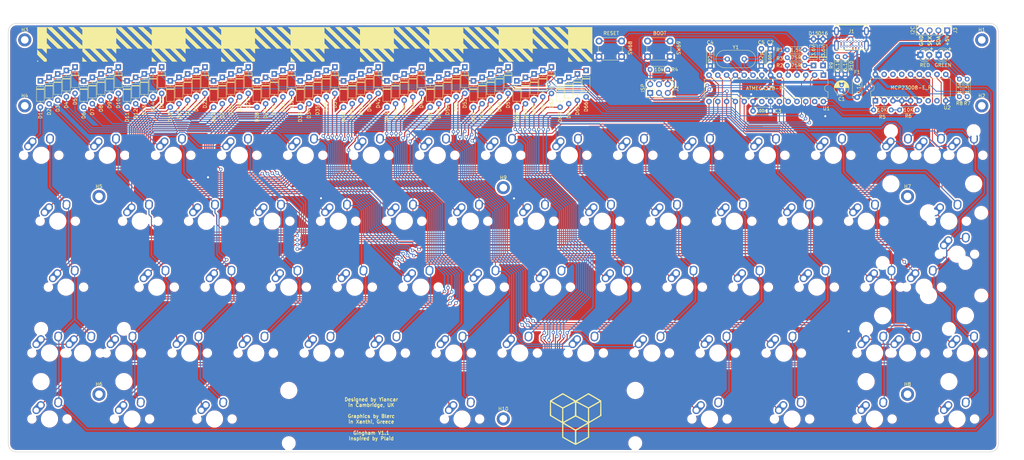
<source format=kicad_pcb>
(kicad_pcb (version 20171130) (host pcbnew "(5.1.8-0-10_14)")
  (title_block (title Gingham-USBC) (date 2020-06-18) (rev V1.0) (company "Yiancar Designs") (comment 1 "Inspired by Plaid"))
  (layers (0 F.Cu signal) (31 B.Cu signal) (34 B.Paste user) (35 F.Paste user) (36 B.SilkS user) (37 F.SilkS user) (38 B.Mask user hide) (39 F.Mask user hide) (44 Edge.Cuts user))
  (net 0 "")
  (net 1 GND)
  (net 2 /ROW0)
  (net 3 "Net-(D3-Pad2)")
  (net 4 "Net-(D4-Pad2)")
  (net 5 "Net-(D5-Pad2)")
  (net 6 "Net-(D6-Pad2)")
  (net 7 "Net-(D7-Pad2)")
  (net 8 "Net-(D8-Pad2)")
  (net 9 "Net-(D9-Pad2)")
  (net 10 "Net-(D10-Pad2)")
  (net 11 "Net-(D11-Pad2)")
  (net 12 "Net-(D12-Pad2)")
  (net 13 /ROW1)
  (net 14 "Net-(D13-Pad2)")
  (net 15 "Net-(D14-Pad2)")
  (net 16 "Net-(D17-Pad2)")
  (net 17 "Net-(D18-Pad2)")
  (net 18 "Net-(D19-Pad2)")
  (net 19 "Net-(D20-Pad2)")
  (net 20 "Net-(D21-Pad2)")
  (net 21 "Net-(D22-Pad2)")
  (net 22 "Net-(D23-Pad2)")
  (net 23 "Net-(D24-Pad2)")
  (net 24 "Net-(D25-Pad2)")
  (net 25 /ROW2)
  (net 26 "Net-(D26-Pad2)")
  (net 27 "Net-(D27-Pad2)")
  (net 28 "Net-(D28-Pad2)")
  (net 29 "Net-(D29-Pad2)")
  (net 30 "Net-(D30-Pad2)")
  (net 31 "Net-(D31-Pad2)")
  (net 32 "Net-(D32-Pad2)")
  (net 33 "Net-(D33-Pad2)")
  (net 34 "Net-(D34-Pad2)")
  (net 35 "Net-(D35-Pad2)")
  (net 36 "Net-(D36-Pad2)")
  (net 37 "Net-(D37-Pad2)")
  (net 38 "Net-(D38-Pad2)")
  (net 39 "Net-(D39-Pad2)")
  (net 40 "Net-(D40-Pad2)")
  (net 41 "Net-(D41-Pad2)")
  (net 42 "Net-(D42-Pad2)")
  (net 43 "Net-(D43-Pad2)")
  (net 44 "Net-(D44-Pad2)")
  (net 45 "Net-(D45-Pad2)")
  (net 46 "Net-(D46-Pad2)")
  (net 47 "Net-(D47-Pad2)")
  (net 48 "Net-(D48-Pad2)")
  (net 49 /USB_D+)
  (net 50 /USB_D-)
  (net 51 /RESET)
  (net 52 /COL0)
  (net 53 /COL1)
  (net 54 /COL2)
  (net 55 /COL3)
  (net 56 /COL4)
  (net 57 /COL5)
  (net 58 /COL6)
  (net 59 /COL7)
  (net 60 /COL8)
  (net 61 /COL9)
  (net 62 /COL10)
  (net 63 /COL11)
  (net 64 +5V)
  (net 65 "Net-(F1-Pad1)")
  (net 66 "Net-(D1-Pad2)")
  (net 67 "Net-(D2-Pad2)")
  (net 68 /i2c_SCL)
  (net 69 /i2c_SDA)
  (net 70 "Net-(LED1-Pad2)")
  (net 71 "Net-(LED2-Pad2)")
  (net 72 /ROW3)
  (net 73 "Net-(C4-Pad1)")
  (net 74 "Net-(C5-Pad1)")
  (net 75 "Net-(D15-Pad1)")
  (net 76 "Net-(D16-Pad1)")
  (net 77 "Net-(D49-Pad2)")
  (net 78 "Net-(D50-Pad2)")
  (net 79 "Net-(D51-Pad2)")
  (net 80 "Net-(D52-Pad2)")
  (net 81 "Net-(D53-Pad2)")
  (net 82 "Net-(D54-Pad2)")
  (net 83 "Net-(D55-Pad2)")
  (net 84 "Net-(D56-Pad2)")
  (net 85 "Net-(D57-Pad2)")
  (net 86 "Net-(D58-Pad2)")
  (net 87 /ROW4)
  (net 88 "Net-(D59-Pad2)")
  (net 89 "Net-(D60-Pad2)")
  (net 90 "Net-(D61-Pad2)")
  (net 91 "Net-(D62-Pad2)")
  (net 92 "Net-(D63-Pad2)")
  (net 93 "Net-(D64-Pad2)")
  (net 94 "Net-(D65-Pad2)")
  (net 95 /COL12)
  (net 96 /COL13)
  (net 97 "Net-(D66-Pad2)")
  (net 98 "Net-(R7-Pad1)")
  (net 99 "Net-(R8-Pad1)")
  (net 100 "Net-(U1-Pad21)")
  (net 101 "Net-(U2-Pad17)")
  (net 102 "Net-(U2-Pad8)")
  (net 103 "Net-(U2-Pad16)")
  (net 104 "Net-(U2-Pad7)")
  (net 105 "Net-(U2-Pad15)")
  (net 106 "Net-(J1-PadB8)")
  (net 107 "Net-(J1-PadB5)")
  (net 108 "Net-(J1-PadA8)")
  (net 109 "Net-(J1-PadA5)")
  (module USB4085-GF-A_REVA:GCT_USB4085-GF-A_REVA (layer F.Cu) (at 288.6 47.8 180)
    (fp_text reference J1 (at 0 0.25 180) (layer F.SilkS))
    (fp_text value USB4085-GF-A_REVA)
    (pad P4 thru_hole oval (at -4.325 0.335 180) (size 1.3 2.5) (drill oval 0.7 1.6) (layers *.Cu *.Mask) (net 1 GND))
    (pad P3 thru_hole oval (at 4.325 0.335 180) (size 1.3 2.5) (drill oval 0.7 1.6) (layers *.Cu *.Mask) (net 1 GND))
    (pad P2 thru_hole oval (at 4.32 -3.81 180) (size 1.3 3.2) (drill oval 0.7 2.1) (layers *.Cu *.Mask) (net 1 GND))
    (pad P1 thru_hole oval (at -4.325 -3.81 180) (size 1.3 3.2) (drill oval 0.7 2.1) (layers *.Cu *.Mask) (net 1 GND))
    (pad B12 thru_hole circle (at -2.975 -2.675 180) (size 0.65 0.65) (drill 0.4) (layers *.Cu *.Mask) (net 1 GND))
    (pad B9 thru_hole circle (at -2.125 -2.675 180) (size 0.65 0.65) (drill 0.4) (layers *.Cu *.Mask) (net 65 "Net-(F1-Pad1)"))
    (pad B8 thru_hole circle (at -1.275 -2.675 180) (size 0.65 0.65) (drill 0.4) (layers *.Cu *.Mask) (net 106 "Net-(J1-PadB8)"))
    (pad B7 thru_hole circle (at -0.425 -2.675 180) (size 0.65 0.65) (drill 0.4) (layers *.Cu *.Mask) (net 75 "Net-(D15-Pad1)"))
    (pad B6 thru_hole circle (at 0.425 -2.675 180) (size 0.65 0.65) (drill 0.4) (layers *.Cu *.Mask) (net 76 "Net-(D16-Pad1)"))
    (pad B5 thru_hole circle (at 1.275 -2.675 180) (size 0.65 0.65) (drill 0.4) (layers *.Cu *.Mask) (net 107 "Net-(J1-PadB5)"))
    (pad B4 thru_hole circle (at 2.125 -2.675 180) (size 0.65 0.65) (drill 0.4) (layers *.Cu *.Mask) (net 65 "Net-(F1-Pad1)"))
    (pad B1 thru_hole circle (at 2.975 -2.675 180) (size 0.65 0.65) (drill 0.4) (layers *.Cu *.Mask) (net 1 GND))
    (pad A12 thru_hole circle (at 2.975 -4.025 180) (size 0.65 0.65) (drill 0.4) (layers *.Cu *.Mask) (net 1 GND))
    (pad A9 thru_hole circle (at 2.125 -4.025 180) (size 0.65 0.65) (drill 0.4) (layers *.Cu *.Mask) (net 65 "Net-(F1-Pad1)"))
    (pad A8 thru_hole circle (at 1.275 -4.025 180) (size 0.65 0.65) (drill 0.4) (layers *.Cu *.Mask) (net 108 "Net-(J1-PadA8)"))
    (pad A7 thru_hole circle (at 0.425 -4.025 180) (size 0.65 0.65) (drill 0.4) (layers *.Cu *.Mask) (net 75 "Net-(D15-Pad1)"))
    (pad A6 thru_hole circle (at -0.425 -4.025 180) (size 0.65 0.65) (drill 0.4) (layers *.Cu *.Mask) (net 76 "Net-(D16-Pad1)"))
    (pad A5 thru_hole circle (at -1.275 -4.025 180) (size 0.65 0.65) (drill 0.4) (layers *.Cu *.Mask) (net 109 "Net-(J1-PadA5)"))
    (pad A4 thru_hole circle (at -2.125 -4.025 180) (size 0.65 0.65) (drill 0.4) (layers *.Cu *.Mask) (net 65 "Net-(F1-Pad1)"))
    (pad A1 thru_hole circle (at -2.975 -4.025 180) (size 0.65 0.65) (drill 0.4) (layers *.Cu *.Mask) (net 1 GND))
  )
  (module Capacitor_THT:C_Disc_D4.3mm_W1.9mm_P5.00mm (layer F.Cu) (at 262.6 52.5375 270)
    (fp_text reference C5 (at -1.7875 0) (layer F.SilkS))
    (fp_text value 22p (at 2.4625 0 270) (layer F.SilkS))
    (pad 2 thru_hole circle (at 5 0 270) (size 1.6 1.6) (drill 0.8) (layers *.Cu *.Mask) (net 1 GND))
    (pad 1 thru_hole circle (at 0 0 270) (size 1.6 1.6) (drill 0.8) (layers *.Cu *.Mask) (net 74 "Net-(C5-Pad1)"))
  )
  (module Capacitor_THT:C_Disc_D4.3mm_W1.9mm_P5.00mm (layer F.Cu) (at 247.85 52.5375 270)
    (fp_text reference C4 (at -1.7875 0) (layer F.SilkS))
    (fp_text value 22p (at 2.4625 0 270) (layer F.SilkS))
    (pad 2 thru_hole circle (at 5 0 270) (size 1.6 1.6) (drill 0.8) (layers *.Cu *.Mask) (net 1 GND))
    (pad 1 thru_hole circle (at 0 0 270) (size 1.6 1.6) (drill 0.8) (layers *.Cu *.Mask) (net 73 "Net-(C4-Pad1)"))
  )
  (module Resistor_THT:R_Axial_DIN0204_L3.6mm_D1.6mm_P5.08mm_Horizontal (layer F.Cu) (at 270.0825 52.9)
    (fp_text reference R1 (at -2.1825 0) (layer F.SilkS))
    (fp_text value 1.5k (at 2.5175 0) (layer F.SilkS))
    (pad 2 thru_hole oval (at 5.08 0) (size 1.4 1.4) (drill 0.7) (layers *.Cu *.Mask) (net 75 "Net-(D15-Pad1)"))
    (pad 1 thru_hole circle (at 0 0) (size 1.4 1.4) (drill 0.7) (layers *.Cu *.Mask) (net 64 +5V))
  )
  (module Resistor_THT:R_Axial_DIN0204_L3.6mm_D1.6mm_P5.08mm_Horizontal (layer F.Cu) (at 286.8 59.93 90)
    (fp_text reference R10 (at 2.48 1.8 90) (layer F.SilkS))
    (fp_text value 5.1k (at 2.54 0 90) (layer F.SilkS))
    (pad 2 thru_hole oval (at 5.08 0 90) (size 1.4 1.4) (drill 0.7) (layers *.Cu *.Mask) (net 109 "Net-(J1-PadA5)"))
    (pad 1 thru_hole circle (at 0 0 90) (size 1.4 1.4) (drill 0.7) (layers *.Cu *.Mask) (net 1 GND))
  )
  (module Resistor_THT:R_Axial_DIN0204_L3.6mm_D1.6mm_P5.08mm_Horizontal (layer F.Cu) (at 284.6 59.93 90)
    (fp_text reference R9 (at 2.54 -1.8 90) (layer F.SilkS))
    (fp_text value 5.1k (at 2.54 0 90) (layer F.SilkS))
    (pad 2 thru_hole oval (at 5.08 0 90) (size 1.4 1.4) (drill 0.7) (layers *.Cu *.Mask) (net 107 "Net-(J1-PadB5)"))
    (pad 1 thru_hole circle (at 0 0 90) (size 1.4 1.4) (drill 0.7) (layers *.Cu *.Mask) (net 1 GND))
  )
  (module tartan:gingham (layer F.Cu) (at 133.7 51.3)
    (fp_text reference svg2mod hide)
    (fp_text value G*** hide)
  )
  (module Connector_PinHeader_2.54mm:PinHeader_1x04_P2.54mm_Vertical (layer F.Cu) (at 316.25 47.25 270)
    (fp_text reference J3 (at 0 -2.33 270) (layer F.SilkS))
    (fp_text value I2C (at 0 9.95 270) (layer F.SilkS))
    (pad 4 thru_hole oval (at 0 7.62 270) (size 1.7 1.7) (drill 1) (layers *.Cu *.Mask) (net 1 GND))
    (pad 3 thru_hole oval (at 0 5.08 270) (size 1.7 1.7) (drill 1) (layers *.Cu *.Mask) (net 68 /i2c_SCL))
    (pad 2 thru_hole oval (at 0 2.54 270) (size 1.7 1.7) (drill 1) (layers *.Cu *.Mask) (net 69 /i2c_SDA))
    (pad 1 thru_hole rect (at 0 0 270) (size 1.7 1.7) (drill 1) (layers *.Cu *.Mask) (net 64 +5V))
  )
  (module tartan:yiancar_logo_silk (layer F.Cu) (at 209 159.5)
    (fp_text reference G*** hide)
    (fp_text value "Yiancar Logo" hide)
  )
  (module MX_Alps_Hybrid:MX-1U-NoLED (layer F.Cu) (at 245.2625 83.3375)
    (fp_text reference SW12)
    (fp_text value SW_Push)
    (pad "" np_thru_hole circle (at 5.08 0 48.0996) (size 1.75 1.75) (drill 1.75) (layers *.Cu *.Mask))
    (pad "" np_thru_hole circle (at -5.08 0 48.0996) (size 1.75 1.75) (drill 1.75) (layers *.Cu *.Mask))
    (pad 1 thru_hole circle (at -2.5 -4) (size 2.25 2.25) (drill 1.47) (layers *.Cu B.Mask) (net 11 "Net-(D11-Pad2)"))
    (pad "" np_thru_hole circle (at 0 0) (size 3.9878 3.9878) (drill 3.9878) (layers *.Cu *.Mask))
    (pad 1 thru_hole oval (at -3.81 -2.54 48.0996) (size 4.211556 2.25) (drill 1.47 (offset 0.980778 0)) (layers *.Cu B.Mask) (net 11 "Net-(D11-Pad2)"))
    (pad 2 thru_hole circle (at 2.54 -5.08) (size 2.25 2.25) (drill 1.47) (layers *.Cu B.Mask) (net 62 /COL10))
    (pad 2 thru_hole oval (at 2.5 -4.5 86.0548) (size 2.831378 2.25) (drill 1.47 (offset 0.290689 0)) (layers *.Cu B.Mask) (net 62 /COL10))
  )
  (module Package_DIP:DIP-18_W7.62mm (layer F.Cu) (at 295.5125 67.5875 90)
    (fp_text reference U2 (at -2 20.75 180) (layer F.SilkS))
    (fp_text value MCP23008-E_P (at 3.7875 10.2875 180) (layer F.SilkS))
    (pad 18 thru_hole oval (at 7.62 0 90) (size 1.6 1.6) (drill 0.8) (layers *.Cu *.Mask) (net 64 +5V))
    (pad 9 thru_hole oval (at 0 20.32 90) (size 1.6 1.6) (drill 0.8) (layers *.Cu *.Mask) (net 1 GND))
    (pad 17 thru_hole oval (at 7.62 2.54 90) (size 1.6 1.6) (drill 0.8) (layers *.Cu *.Mask) (net 101 "Net-(U2-Pad17)"))
    (pad 8 thru_hole oval (at 0 17.78 90) (size 1.6 1.6) (drill 0.8) (layers *.Cu *.Mask) (net 102 "Net-(U2-Pad8)"))
    (pad 16 thru_hole oval (at 7.62 5.08 90) (size 1.6 1.6) (drill 0.8) (layers *.Cu *.Mask) (net 103 "Net-(U2-Pad16)"))
    (pad 7 thru_hole oval (at 0 15.24 90) (size 1.6 1.6) (drill 0.8) (layers *.Cu *.Mask) (net 104 "Net-(U2-Pad7)"))
    (pad 15 thru_hole oval (at 7.62 7.62 90) (size 1.6 1.6) (drill 0.8) (layers *.Cu *.Mask) (net 105 "Net-(U2-Pad15)"))
    (pad 6 thru_hole oval (at 0 12.7 90) (size 1.6 1.6) (drill 0.8) (layers *.Cu *.Mask) (net 64 +5V))
    (pad 14 thru_hole oval (at 7.62 10.16 90) (size 1.6 1.6) (drill 0.8) (layers *.Cu *.Mask) (net 99 "Net-(R8-Pad1)"))
    (pad 5 thru_hole oval (at 0 10.16 90) (size 1.6 1.6) (drill 0.8) (layers *.Cu *.Mask) (net 1 GND))
    (pad 13 thru_hole oval (at 7.62 12.7 90) (size 1.6 1.6) (drill 0.8) (layers *.Cu *.Mask) (net 98 "Net-(R7-Pad1)"))
    (pad 4 thru_hole oval (at 0 7.62 90) (size 1.6 1.6) (drill 0.8) (layers *.Cu *.Mask) (net 1 GND))
    (pad 12 thru_hole oval (at 7.62 15.24 90) (size 1.6 1.6) (drill 0.8) (layers *.Cu *.Mask) (net 95 /COL12))
    (pad 3 thru_hole oval (at 0 5.08 90) (size 1.6 1.6) (drill 0.8) (layers *.Cu *.Mask) (net 1 GND))
    (pad 11 thru_hole oval (at 7.62 17.78 90) (size 1.6 1.6) (drill 0.8) (layers *.Cu *.Mask) (net 96 /COL13))
    (pad 2 thru_hole oval (at 0 2.54 90) (size 1.6 1.6) (drill 0.8) (layers *.Cu *.Mask) (net 69 /i2c_SDA))
    (pad 10 thru_hole oval (at 7.62 20.32 90) (size 1.6 1.6) (drill 0.8) (layers *.Cu *.Mask) (net 52 /COL0))
    (pad 1 thru_hole rect (at 0 0 90) (size 1.6 1.6) (drill 0.8) (layers *.Cu *.Mask) (net 68 /i2c_SCL))
  )
  (module Diode_THT:D_DO-35_SOD27_P7.62mm_Horizontal (layer F.Cu) (at 54.5125 61.8375 270)
    (fp_text reference D1 (at 10 0 270) (layer F.SilkS))
    (fp_text value 1N4148 hide)
    (pad 1 thru_hole rect (at 0 0 270) (size 1.6 1.6) (drill 0.8) (layers *.Cu *.Mask) (net 2 /ROW0))
    (pad 2 thru_hole oval (at 7.62 0 270) (size 1.6 1.6) (drill 0.8) (layers *.Cu *.Mask) (net 66 "Net-(D1-Pad2)"))
  )
  (module Diode_THT:D_DO-35_SOD27_P7.62mm_Horizontal (layer F.Cu) (at 57.0125 60.8375 270)
    (fp_text reference D2 (at 10 0 270) (layer F.SilkS))
    (fp_text value 1N4148)
    (pad 1 thru_hole rect (at 0 0 270) (size 1.6 1.6) (drill 0.8) (layers *.Cu *.Mask) (net 2 /ROW0))
    (pad 2 thru_hole oval (at 7.62 0 270) (size 1.6 1.6) (drill 0.8) (layers *.Cu *.Mask) (net 67 "Net-(D2-Pad2)"))
  )
  (module MX_Alps_Hybrid:MX-2.25U-NoLED (layer F.Cu) (at 66.66875 140.4875)
    (fp_text reference SW46)
    (fp_text value SW_Push)
    (pad "" np_thru_hole circle (at 11.938 8.255) (size 3.9878 3.9878) (drill 3.9878) (layers *.Cu *.Mask))
    (pad "" np_thru_hole circle (at -11.938 8.255) (size 3.9878 3.9878) (drill 3.9878) (layers *.Cu *.Mask))
    (pad "" np_thru_hole circle (at 11.938 -6.985) (size 3.048 3.048) (drill 3.048) (layers *.Cu *.Mask))
    (pad "" np_thru_hole circle (at -11.938 -6.985) (size 3.048 3.048) (drill 3.048) (layers *.Cu *.Mask))
    (pad "" np_thru_hole circle (at 5.08 0 48.0996) (size 1.75 1.75) (drill 1.75) (layers *.Cu *.Mask))
    (pad "" np_thru_hole circle (at -5.08 0 48.0996) (size 1.75 1.75) (drill 1.75) (layers *.Cu *.Mask))
    (pad 1 thru_hole circle (at -2.5 -4) (size 2.25 2.25) (drill 1.47) (layers *.Cu B.Mask) (net 44 "Net-(D44-Pad2)"))
    (pad "" np_thru_hole circle (at 0 0) (size 3.9878 3.9878) (drill 3.9878) (layers *.Cu *.Mask))
    (pad 1 thru_hole oval (at -3.81 -2.54 48.0996) (size 4.211556 2.25) (drill 1.47 (offset 0.980778 0)) (layers *.Cu B.Mask) (net 44 "Net-(D44-Pad2)"))
    (pad 2 thru_hole circle (at 2.54 -5.08) (size 2.25 2.25) (drill 1.47) (layers *.Cu B.Mask) (net 52 /COL0))
    (pad 2 thru_hole oval (at 2.5 -4.5 86.0548) (size 2.831378 2.25) (drill 1.47 (offset 0.290689 0)) (layers *.Cu B.Mask) (net 52 /COL0))
  )
  (module MX_Alps_Hybrid:MX-ISO-ReversedStabilizers (layer F.Cu) (at 319.08125 111.9125)
    (fp_text reference SW30)
    (fp_text value SW_Push)
    (pad 1 thru_hole oval (at 2.5 -4.5 86.055) (size 2.831378 2.25) (drill 1.47 (offset 0.290689 0)) (layers *.Cu B.Mask) (net 43 "Net-(D43-Pad2)"))
    (pad 1 thru_hole circle (at 2.54 -5.08 90) (size 2.25 2.25) (drill 1.47) (layers *.Cu B.Mask) (net 43 "Net-(D43-Pad2)"))
    (pad 2 thru_hole oval (at -3.81 -2.54 48.1) (size 4.211556 2.25) (drill 1.47 (offset 0.980778 0)) (layers *.Cu B.Mask) (net 96 /COL13))
    (pad "" np_thru_hole circle (at 0 0 90) (size 3.9878 3.9878) (drill 3.9878) (layers *.Cu *.Mask))
    (pad 2 thru_hole circle (at -2.5 -4 90) (size 2.25 2.25) (drill 1.47) (layers *.Cu B.Mask) (net 96 /COL13))
    (pad "" np_thru_hole circle (at -5.08 0 138.0996) (size 1.7018 1.7018) (drill 1.7018) (layers *.Cu *.Mask))
    (pad "" np_thru_hole circle (at 5.08 0 138.0996) (size 1.7018 1.7018) (drill 1.7018) (layers *.Cu *.Mask))
    (pad "" np_thru_hole circle (at 6.985 11.938) (size 3.048 3.048) (drill 3.048) (layers *.Cu *.Mask))
    (pad "" np_thru_hole circle (at 6.985 -11.938) (size 3.048 3.048) (drill 3.048) (layers *.Cu *.Mask))
    (pad "" np_thru_hole circle (at -8.255 11.938) (size 3.9878 3.9878) (drill 3.9878) (layers *.Cu *.Mask))
    (pad "" np_thru_hole circle (at -8.255 -11.938) (size 3.9878 3.9878) (drill 3.9878) (layers *.Cu *.Mask))
  )
  (module MX_Alps_Hybrid:MX-1U-NoLED (layer F.Cu) (at 321.4625 83.3375)
    (fp_text reference SW71)
    (fp_text value SW_Push)
    (pad "" np_thru_hole circle (at 5.08 0 48.0996) (size 1.75 1.75) (drill 1.75) (layers *.Cu *.Mask))
    (pad "" np_thru_hole circle (at -5.08 0 48.0996) (size 1.75 1.75) (drill 1.75) (layers *.Cu *.Mask))
    (pad 1 thru_hole circle (at -2.5 -4) (size 2.25 2.25) (drill 1.47) (layers *.Cu B.Mask) (net 97 "Net-(D66-Pad2)"))
    (pad "" np_thru_hole circle (at 0 0) (size 3.9878 3.9878) (drill 3.9878) (layers *.Cu *.Mask))
    (pad 1 thru_hole oval (at -3.81 -2.54 48.0996) (size 4.211556 2.25) (drill 1.47 (offset 0.980778 0)) (layers *.Cu B.Mask) (net 97 "Net-(D66-Pad2)"))
    (pad 2 thru_hole circle (at 2.54 -5.08) (size 2.25 2.25) (drill 1.47) (layers *.Cu B.Mask) (net 96 /COL13))
    (pad 2 thru_hole oval (at 2.5 -4.5 86.0548) (size 2.831378 2.25) (drill 1.47 (offset 0.290689 0)) (layers *.Cu B.Mask) (net 96 /COL13))
  )
  (module Diode_THT:D_DO-35_SOD27_P7.62mm_Horizontal (layer F.Cu) (at 212.0125 58.8375 270)
    (fp_text reference D66 (at 10.5 0 270) (layer F.SilkS))
    (fp_text value 1N4148)
    (pad 2 thru_hole oval (at 7.62 0 270) (size 1.6 1.6) (drill 0.8) (layers *.Cu *.Mask) (net 97 "Net-(D66-Pad2)"))
    (pad 1 thru_hole rect (at 0 0 270) (size 1.6 1.6) (drill 0.8) (layers *.Cu *.Mask) (net 13 /ROW1))
  )
  (module MX_Alps_Hybrid:MX-1.75U-NoLED (layer F.Cu) (at 61.90625 121.4375)
    (fp_text reference SW31)
    (fp_text value SW_Push)
    (pad "" np_thru_hole circle (at 5.08 0 48.0996) (size 1.75 1.75) (drill 1.75) (layers *.Cu *.Mask))
    (pad "" np_thru_hole circle (at -5.08 0 48.0996) (size 1.75 1.75) (drill 1.75) (layers *.Cu *.Mask))
    (pad 1 thru_hole circle (at -2.5 -4) (size 2.25 2.25) (drill 1.47) (layers *.Cu B.Mask) (net 30 "Net-(D30-Pad2)"))
    (pad "" np_thru_hole circle (at 0 0) (size 3.9878 3.9878) (drill 3.9878) (layers *.Cu *.Mask))
    (pad 1 thru_hole oval (at -3.81 -2.54 48.0996) (size 4.211556 2.25) (drill 1.47 (offset 0.980778 0)) (layers *.Cu B.Mask) (net 30 "Net-(D30-Pad2)"))
    (pad 2 thru_hole circle (at 2.54 -5.08) (size 2.25 2.25) (drill 1.47) (layers *.Cu B.Mask) (net 52 /COL0))
    (pad 2 thru_hole oval (at 2.5 -4.5 86.0548) (size 2.831378 2.25) (drill 1.47 (offset 0.290689 0)) (layers *.Cu B.Mask) (net 52 /COL0))
  )
  (module MX_Alps_Hybrid:MX-1.5U-NoLED (layer F.Cu) (at 59.525 102.3875)
    (fp_text reference SW16)
    (fp_text value SW_Push)
    (pad "" np_thru_hole circle (at 5.08 0 48.0996) (size 1.75 1.75) (drill 1.75) (layers *.Cu *.Mask))
    (pad "" np_thru_hole circle (at -5.08 0 48.0996) (size 1.75 1.75) (drill 1.75) (layers *.Cu *.Mask))
    (pad 1 thru_hole circle (at -2.5 -4) (size 2.25 2.25) (drill 1.47) (layers *.Cu B.Mask) (net 16 "Net-(D17-Pad2)"))
    (pad "" np_thru_hole circle (at 0 0) (size 3.9878 3.9878) (drill 3.9878) (layers *.Cu *.Mask))
    (pad 1 thru_hole oval (at -3.81 -2.54 48.0996) (size 4.211556 2.25) (drill 1.47 (offset 0.980778 0)) (layers *.Cu B.Mask) (net 16 "Net-(D17-Pad2)"))
    (pad 2 thru_hole circle (at 2.54 -5.08) (size 2.25 2.25) (drill 1.47) (layers *.Cu B.Mask) (net 52 /COL0))
    (pad 2 thru_hole oval (at 2.5 -4.5 86.0548) (size 2.831378 2.25) (drill 1.47 (offset 0.290689 0)) (layers *.Cu B.Mask) (net 52 /COL0))
  )
  (module MountingHole:MountingHole_2.2mm_M2_DIN965_Pad (layer F.Cu) (at 50 69.05)
    (fp_text reference H4 (at 0 -2.9) (layer F.SilkS))
    (fp_text value M2)
    (pad 1 thru_hole circle (at 0 0) (size 3.8 3.8) (drill 2.2) (layers *.Cu *.Mask))
  )
  (module MountingHole:MountingHole_2.2mm_M2_DIN965_Pad (layer F.Cu) (at 50 50)
    (fp_text reference H3 (at 0 -2.9) (layer F.SilkS))
    (fp_text value M2)
    (pad 1 thru_hole circle (at 0 0) (size 3.8 3.8) (drill 2.2) (layers *.Cu *.Mask))
  )
  (module MountingHole:MountingHole_2.2mm_M2_DIN965_Pad (layer F.Cu) (at 326.225 69.05)
    (fp_text reference H2 (at 0 -2.9) (layer F.SilkS))
    (fp_text value M2)
    (pad 1 thru_hole circle (at 0 0) (size 3.8 3.8) (drill 2.2) (layers *.Cu *.Mask))
  )
  (module MountingHole:MountingHole_2.2mm_M2_DIN965_Pad (layer F.Cu) (at 326.225 50)
    (fp_text reference H1 (at 0 -2.9) (layer F.SilkS))
    (fp_text value M2)
    (pad 1 thru_hole circle (at 0 0) (size 3.8 3.8) (drill 2.2) (layers *.Cu *.Mask))
  )
  (module Capacitor_THT:CP_Radial_D4.0mm_P1.50mm (layer F.Cu) (at 285.7625 64.5875 90)
    (fp_text reference C1 (at -2.5 0 180) (layer F.SilkS))
    (fp_text value 4.7u)
    (pad 1 thru_hole rect (at 0 0 90) (size 1.2 1.2) (drill 0.6) (layers *.Cu *.Mask) (net 64 +5V))
    (pad 2 thru_hole circle (at 1.5 0 90) (size 1.2 1.2) (drill 0.6) (layers *.Cu *.Mask) (net 1 GND))
  )
  (module Capacitor_THT:C_Disc_D4.3mm_W1.9mm_P5.00mm (layer F.Cu) (at 265.1625 57.5375 90)
    (fp_text reference C2 (at 6.7875 0 180) (layer F.SilkS))
    (fp_text value 100n (at 2.4625 -0.0625 90) (layer F.SilkS) (effects (font (size 0.8 0.8))))
    (pad 2 thru_hole circle (at 5 0 90) (size 1.6 1.6) (drill 0.8) (layers *.Cu *.Mask) (net 1 GND))
    (pad 1 thru_hole circle (at 0 0 90) (size 1.6 1.6) (drill 0.8) (layers *.Cu *.Mask) (net 64 +5V))
  )
  (module Capacitor_THT:C_Disc_D4.3mm_W1.9mm_P5.00mm (layer F.Cu) (at 260.2125 70.5375)
    (fp_text reference C3 (at 7.2 0.05) (layer F.SilkS))
    (fp_text value 100n (at 2.4625 -0.0375) (layer F.SilkS) (effects (font (size 0.8 0.8))))
    (pad 1 thru_hole circle (at 0 0) (size 1.6 1.6) (drill 0.8) (layers *.Cu *.Mask) (net 64 +5V))
    (pad 2 thru_hole circle (at 5 0) (size 1.6 1.6) (drill 0.8) (layers *.Cu *.Mask) (net 1 GND))
  )
  (module Diode_THT:D_DO-35_SOD27_P7.62mm_Horizontal (layer F.Cu) (at 59.5125 59.8375 270)
    (fp_text reference D3 (at 10 0 270) (layer F.SilkS))
    (fp_text value 1N4148)
    (pad 1 thru_hole rect (at 0 0 270) (size 1.6 1.6) (drill 0.8) (layers *.Cu *.Mask) (net 2 /ROW0))
    (pad 2 thru_hole oval (at 7.62 0 270) (size 1.6 1.6) (drill 0.8) (layers *.Cu *.Mask) (net 3 "Net-(D3-Pad2)"))
  )
  (module Diode_THT:D_DO-35_SOD27_P7.62mm_Horizontal (layer F.Cu) (at 62.0125 58.8375 270)
    (fp_text reference D4 (at 10 0 270) (layer F.SilkS))
    (fp_text value 1N4148)
    (pad 1 thru_hole rect (at 0 0 270) (size 1.6 1.6) (drill 0.8) (layers *.Cu *.Mask) (net 2 /ROW0))
    (pad 2 thru_hole oval (at 7.62 0 270) (size 1.6 1.6) (drill 0.8) (layers *.Cu *.Mask) (net 4 "Net-(D4-Pad2)"))
  )
  (module Diode_THT:D_DO-35_SOD27_P7.62mm_Horizontal (layer F.Cu) (at 64.5125 57.8375 270)
    (fp_text reference D5 (at 10 0 270) (layer F.SilkS))
    (fp_text value 1N4148)
    (pad 1 thru_hole rect (at 0 0 270) (size 1.6 1.6) (drill 0.8) (layers *.Cu *.Mask) (net 2 /ROW0))
    (pad 2 thru_hole oval (at 7.62 0 270) (size 1.6 1.6) (drill 0.8) (layers *.Cu *.Mask) (net 5 "Net-(D5-Pad2)"))
  )
  (module Diode_THT:D_DO-35_SOD27_P7.62mm_Horizontal (layer F.Cu) (at 67.0125 61.8375 270)
    (fp_text reference D6 (at 10 0 270) (layer F.SilkS))
    (fp_text value 1N4148)
    (pad 2 thru_hole oval (at 7.62 0 270) (size 1.6 1.6) (drill 0.8) (layers *.Cu *.Mask) (net 6 "Net-(D6-Pad2)"))
    (pad 1 thru_hole rect (at 0 0 270) (size 1.6 1.6) (drill 0.8) (layers *.Cu *.Mask) (net 2 /ROW0))
  )
  (module Diode_THT:D_DO-35_SOD27_P7.62mm_Horizontal (layer F.Cu) (at 69.5125 60.8375 270)
    (fp_text reference D7 (at 10 0 270) (layer F.SilkS))
    (fp_text value 1N4148)
    (pad 1 thru_hole rect (at 0 0 270) (size 1.6 1.6) (drill 0.8) (layers *.Cu *.Mask) (net 2 /ROW0))
    (pad 2 thru_hole oval (at 7.62 0 270) (size 1.6 1.6) (drill 0.8) (layers *.Cu *.Mask) (net 7 "Net-(D7-Pad2)"))
  )
  (module Diode_THT:D_DO-35_SOD27_P7.62mm_Horizontal (layer F.Cu) (at 72.0125 59.8375 270)
    (fp_text reference D8 (at 10 0 270) (layer F.SilkS))
    (fp_text value 1N4148)
    (pad 1 thru_hole rect (at 0 0 270) (size 1.6 1.6) (drill 0.8) (layers *.Cu *.Mask) (net 2 /ROW0))
    (pad 2 thru_hole oval (at 7.62 0 270) (size 1.6 1.6) (drill 0.8) (layers *.Cu *.Mask) (net 8 "Net-(D8-Pad2)"))
  )
  (module Diode_THT:D_DO-35_SOD27_P7.62mm_Horizontal (layer F.Cu) (at 74.5125 58.8375 270)
    (fp_text reference D9 (at 10 0 270) (layer F.SilkS))
    (fp_text value 1N4148)
    (pad 2 thru_hole oval (at 7.62 0 270) (size 1.6 1.6) (drill 0.8) (layers *.Cu *.Mask) (net 9 "Net-(D9-Pad2)"))
    (pad 1 thru_hole rect (at 0 0 270) (size 1.6 1.6) (drill 0.8) (layers *.Cu *.Mask) (net 2 /ROW0))
  )
  (module Diode_THT:D_DO-35_SOD27_P7.62mm_Horizontal (layer F.Cu) (at 77.0125 57.8375 270)
    (fp_text reference D10 (at 10.5 0 270) (layer F.SilkS))
    (fp_text value 1N4148)
    (pad 1 thru_hole rect (at 0 0 270) (size 1.6 1.6) (drill 0.8) (layers *.Cu *.Mask) (net 2 /ROW0))
    (pad 2 thru_hole oval (at 7.62 0 270) (size 1.6 1.6) (drill 0.8) (layers *.Cu *.Mask) (net 10 "Net-(D10-Pad2)"))
  )
  (module Diode_THT:D_DO-35_SOD27_P7.62mm_Horizontal (layer F.Cu) (at 79.5125 61.8375 270)
    (fp_text reference D11 (at 10.5 0 270) (layer F.SilkS))
    (fp_text value 1N4148)
    (pad 1 thru_hole rect (at 0 0 270) (size 1.6 1.6) (drill 0.8) (layers *.Cu *.Mask) (net 2 /ROW0))
    (pad 2 thru_hole oval (at 7.62 0 270) (size 1.6 1.6) (drill 0.8) (layers *.Cu *.Mask) (net 11 "Net-(D11-Pad2)"))
  )
  (module Diode_THT:D_DO-35_SOD27_P7.62mm_Horizontal (layer F.Cu) (at 82.0125 60.8375 270)
    (fp_text reference D12 (at 10.5 0 270) (layer F.SilkS))
    (fp_text value 1N4148)
    (pad 2 thru_hole oval (at 7.62 0 270) (size 1.6 1.6) (drill 0.8) (layers *.Cu *.Mask) (net 12 "Net-(D12-Pad2)"))
    (pad 1 thru_hole rect (at 0 0 270) (size 1.6 1.6) (drill 0.8) (layers *.Cu *.Mask) (net 2 /ROW0))
  )
  (module Diode_THT:D_DO-35_SOD27_P7.62mm_Horizontal (layer F.Cu) (at 84.5125 59.8375 270)
    (fp_text reference D13 (at 10.5 0 270) (layer F.SilkS))
    (fp_text value 1N4148)
    (pad 2 thru_hole oval (at 7.62 0 270) (size 1.6 1.6) (drill 0.8) (layers *.Cu *.Mask) (net 14 "Net-(D13-Pad2)"))
    (pad 1 thru_hole rect (at 0 0 270) (size 1.6 1.6) (drill 0.8) (layers *.Cu *.Mask) (net 2 /ROW0))
  )
  (module Diode_THT:D_DO-35_SOD27_P7.62mm_Horizontal (layer F.Cu) (at 87.0125 58.8375 270)
    (fp_text reference D14 (at 10.5 0 270) (layer F.SilkS))
    (fp_text value 1N4148)
    (pad 1 thru_hole rect (at 0 0 270) (size 1.6 1.6) (drill 0.8) (layers *.Cu *.Mask) (net 2 /ROW0))
    (pad 2 thru_hole oval (at 7.62 0 270) (size 1.6 1.6) (drill 0.8) (layers *.Cu *.Mask) (net 15 "Net-(D14-Pad2)"))
  )
  (module Diode_THT:D_DO-35_SOD27_P7.62mm_Horizontal (layer F.Cu) (at 277.6625 57.3875 90)
    (fp_text reference D15 (at 9.25 0 180) (layer F.SilkS))
    (fp_text value 3.6V (at 4.2375 -0.0125 90) (layer F.SilkS))
    (pad 1 thru_hole rect (at 0 0 90) (size 1.6 1.6) (drill 0.8) (layers *.Cu *.Mask) (net 75 "Net-(D15-Pad1)"))
    (pad 2 thru_hole oval (at 7.62 0 90) (size 1.6 1.6) (drill 0.8) (layers *.Cu *.Mask) (net 1 GND))
  )
  (module Diode_THT:D_DO-35_SOD27_P7.62mm_Horizontal (layer F.Cu) (at 280.4125 57.3875 90)
    (fp_text reference D16 (at 9.25 0 180) (layer F.SilkS))
    (fp_text value 3.6V (at 4.1875 0.0375 90) (layer F.SilkS))
    (pad 2 thru_hole oval (at 7.62 0 90) (size 1.6 1.6) (drill 0.8) (layers *.Cu *.Mask) (net 1 GND))
    (pad 1 thru_hole rect (at 0 0 90) (size 1.6 1.6) (drill 0.8) (layers *.Cu *.Mask) (net 76 "Net-(D16-Pad1)"))
  )
  (module Diode_THT:D_DO-35_SOD27_P7.62mm_Horizontal (layer F.Cu) (at 89.5125 57.8375 270)
    (fp_text reference D17 (at 10.5 0 270) (layer F.SilkS))
    (fp_text value 1N4148)
    (pad 2 thru_hole oval (at 7.62 0 270) (size 1.6 1.6) (drill 0.8) (layers *.Cu *.Mask) (net 16 "Net-(D17-Pad2)"))
    (pad 1 thru_hole rect (at 0 0 270) (size 1.6 1.6) (drill 0.8) (layers *.Cu *.Mask) (net 13 /ROW1))
  )
  (module Diode_THT:D_DO-35_SOD27_P7.62mm_Horizontal (layer F.Cu) (at 92.0125 61.8375 270)
    (fp_text reference D18 (at 10.5 0 270) (layer F.SilkS))
    (fp_text value 1N4148)
    (pad 2 thru_hole oval (at 7.62 0 270) (size 1.6 1.6) (drill 0.8) (layers *.Cu *.Mask) (net 17 "Net-(D18-Pad2)"))
    (pad 1 thru_hole rect (at 0 0 270) (size 1.6 1.6) (drill 0.8) (layers *.Cu *.Mask) (net 13 /ROW1))
  )
  (module Diode_THT:D_DO-35_SOD27_P7.62mm_Horizontal (layer F.Cu) (at 94.5125 60.8375 270)
    (fp_text reference D19 (at 10.5 0 270) (layer F.SilkS))
    (fp_text value 1N4148)
    (pad 1 thru_hole rect (at 0 0 270) (size 1.6 1.6) (drill 0.8) (layers *.Cu *.Mask) (net 13 /ROW1))
    (pad 2 thru_hole oval (at 7.62 0 270) (size 1.6 1.6) (drill 0.8) (layers *.Cu *.Mask) (net 18 "Net-(D19-Pad2)"))
  )
  (module Diode_THT:D_DO-35_SOD27_P7.62mm_Horizontal (layer F.Cu) (at 97.0125 59.8375 270)
    (fp_text reference D20 (at 10.5 0 270) (layer F.SilkS))
    (fp_text value 1N4148)
    (pad 1 thru_hole rect (at 0 0 270) (size 1.6 1.6) (drill 0.8) (layers *.Cu *.Mask) (net 13 /ROW1))
    (pad 2 thru_hole oval (at 7.62 0 270) (size 1.6 1.6) (drill 0.8) (layers *.Cu *.Mask) (net 19 "Net-(D20-Pad2)"))
  )
  (module Diode_THT:D_DO-35_SOD27_P7.62mm_Horizontal (layer F.Cu) (at 99.5125 58.8375 270)
    (fp_text reference D21 (at 10.5 0 270) (layer F.SilkS))
    (fp_text value 1N4148)
    (pad 1 thru_hole rect (at 0 0 270) (size 1.6 1.6) (drill 0.8) (layers *.Cu *.Mask) (net 13 /ROW1))
    (pad 2 thru_hole oval (at 7.62 0 270) (size 1.6 1.6) (drill 0.8) (layers *.Cu *.Mask) (net 20 "Net-(D21-Pad2)"))
  )
  (module Diode_THT:D_DO-35_SOD27_P7.62mm_Horizontal (layer F.Cu) (at 102.0125 57.8375 270)
    (fp_text reference D22 (at 10.5 0 270) (layer F.SilkS))
    (fp_text value 1N4148)
    (pad 2 thru_hole oval (at 7.62 0 270) (size 1.6 1.6) (drill 0.8) (layers *.Cu *.Mask) (net 21 "Net-(D22-Pad2)"))
    (pad 1 thru_hole rect (at 0 0 270) (size 1.6 1.6) (drill 0.8) (layers *.Cu *.Mask) (net 13 /ROW1))
  )
  (module Diode_THT:D_DO-35_SOD27_P7.62mm_Horizontal (layer F.Cu) (at 104.5125 61.8375 270)
    (fp_text reference D23 (at 10.5 0 270) (layer F.SilkS))
    (fp_text value 1N4148)
    (pad 2 thru_hole oval (at 7.62 0 270) (size 1.6 1.6) (drill 0.8) (layers *.Cu *.Mask) (net 22 "Net-(D23-Pad2)"))
    (pad 1 thru_hole rect (at 0 0 270) (size 1.6 1.6) (drill 0.8) (layers *.Cu *.Mask) (net 13 /ROW1))
  )
  (module Diode_THT:D_DO-35_SOD27_P7.62mm_Horizontal (layer F.Cu) (at 107.0125 60.8375 270)
    (fp_text reference D24 (at 10.5 0 270) (layer F.SilkS))
    (fp_text value 1N4148)
    (pad 2 thru_hole oval (at 7.62 0 270) (size 1.6 1.6) (drill 0.8) (layers *.Cu *.Mask) (net 23 "Net-(D24-Pad2)"))
    (pad 1 thru_hole rect (at 0 0 270) (size 1.6 1.6) (drill 0.8) (layers *.Cu *.Mask) (net 13 /ROW1))
  )
  (module Diode_THT:D_DO-35_SOD27_P7.62mm_Horizontal (layer F.Cu) (at 109.5125 59.8375 270)
    (fp_text reference D25 (at 10.5 0 270) (layer F.SilkS))
    (fp_text value 1N4148)
    (pad 1 thru_hole rect (at 0 0 270) (size 1.6 1.6) (drill 0.8) (layers *.Cu *.Mask) (net 13 /ROW1))
    (pad 2 thru_hole oval (at 7.62 0 270) (size 1.6 1.6) (drill 0.8) (layers *.Cu *.Mask) (net 24 "Net-(D25-Pad2)"))
  )
  (module Diode_THT:D_DO-35_SOD27_P7.62mm_Horizontal (layer F.Cu) (at 112.0125 58.8375 270)
    (fp_text reference D26 (at 10.5 0 270) (layer F.SilkS))
    (fp_text value 1N4148)
    (pad 1 thru_hole rect (at 0 0 270) (size 1.6 1.6) (drill 0.8) (layers *.Cu *.Mask) (net 13 /ROW1))
    (pad 2 thru_hole oval (at 7.62 0 270) (size 1.6 1.6) (drill 0.8) (layers *.Cu *.Mask) (net 26 "Net-(D26-Pad2)"))
  )
  (module Diode_THT:D_DO-35_SOD27_P7.62mm_Horizontal (layer F.Cu) (at 114.5125 57.8375 270)
    (fp_text reference D27 (at 10.5 0 270) (layer F.SilkS))
    (fp_text value 1N4148)
    (pad 2 thru_hole oval (at 7.62 0 270) (size 1.6 1.6) (drill 0.8) (layers *.Cu *.Mask) (net 27 "Net-(D27-Pad2)"))
    (pad 1 thru_hole rect (at 0 0 270) (size 1.6 1.6) (drill 0.8) (layers *.Cu *.Mask) (net 13 /ROW1))
  )
  (module Diode_THT:D_DO-35_SOD27_P7.62mm_Horizontal (layer F.Cu) (at 117.0125 61.8375 270)
    (fp_text reference D28 (at 10.5 0 270) (layer F.SilkS))
    (fp_text value 1N4148)
    (pad 2 thru_hole oval (at 7.62 0 270) (size 1.6 1.6) (drill 0.8) (layers *.Cu *.Mask) (net 28 "Net-(D28-Pad2)"))
    (pad 1 thru_hole rect (at 0 0 270) (size 1.6 1.6) (drill 0.8) (layers *.Cu *.Mask) (net 13 /ROW1))
  )
  (module Diode_THT:D_DO-35_SOD27_P7.62mm_Horizontal (layer F.Cu) (at 119.5125 60.8375 270)
    (fp_text reference D29 (at 10.5 0 270) (layer F.SilkS))
    (fp_text value 1N4148)
    (pad 2 thru_hole oval (at 7.62 0 270) (size 1.6 1.6) (drill 0.8) (layers *.Cu *.Mask) (net 29 "Net-(D29-Pad2)"))
    (pad 1 thru_hole rect (at 0 0 270) (size 1.6 1.6) (drill 0.8) (layers *.Cu *.Mask) (net 13 /ROW1))
  )
  (module Diode_THT:D_DO-35_SOD27_P7.62mm_Horizontal (layer F.Cu) (at 122.0125 59.8375 270)
    (fp_text reference D30 (at 10.5 0 270) (layer F.SilkS))
    (fp_text value 1N4148)
    (pad 1 thru_hole rect (at 0 0 270) (size 1.6 1.6) (drill 0.8) (layers *.Cu *.Mask) (net 25 /ROW2))
    (pad 2 thru_hole oval (at 7.62 0 270) (size 1.6 1.6) (drill 0.8) (layers *.Cu *.Mask) (net 30 "Net-(D30-Pad2)"))
  )
  (module Diode_THT:D_DO-35_SOD27_P7.62mm_Horizontal (layer F.Cu) (at 124.5125 58.8375 270)
    (fp_text reference D31 (at 10.5 0 270) (layer F.SilkS))
    (fp_text value 1N4148)
    (pad 2 thru_hole oval (at 7.62 0 270) (size 1.6 1.6) (drill 0.8) (layers *.Cu *.Mask) (net 31 "Net-(D31-Pad2)"))
    (pad 1 thru_hole rect (at 0 0 270) (size 1.6 1.6) (drill 0.8) (layers *.Cu *.Mask) (net 25 /ROW2))
  )
  (module Diode_THT:D_DO-35_SOD27_P7.62mm_Horizontal (layer F.Cu) (at 127.0125 57.8375 270)
    (fp_text reference D32 (at 10.5 0 270) (layer F.SilkS))
    (fp_text value 1N4148)
    (pad 1 thru_hole rect (at 0 0 270) (size 1.6 1.6) (drill 0.8) (layers *.Cu *.Mask) (net 25 /ROW2))
    (pad 2 thru_hole oval (at 7.62 0 270) (size 1.6 1.6) (drill 0.8) (layers *.Cu *.Mask) (net 32 "Net-(D32-Pad2)"))
  )
  (module Diode_THT:D_DO-35_SOD27_P7.62mm_Horizontal (layer F.Cu) (at 129.5125 61.8375 270)
    (fp_text reference D33 (at 10.5 0 270) (layer F.SilkS))
    (fp_text value 1N4148)
    (pad 1 thru_hole rect (at 0 0 270) (size 1.6 1.6) (drill 0.8) (layers *.Cu *.Mask) (net 25 /ROW2))
    (pad 2 thru_hole oval (at 7.62 0 270) (size 1.6 1.6) (drill 0.8) (layers *.Cu *.Mask) (net 33 "Net-(D33-Pad2)"))
  )
  (module Diode_THT:D_DO-35_SOD27_P7.62mm_Horizontal (layer F.Cu) (at 132.0125 60.8375 270)
    (fp_text reference D34 (at 10.5 0 270) (layer F.SilkS))
    (fp_text value 1N4148)
    (pad 2 thru_hole oval (at 7.62 0 270) (size 1.6 1.6) (drill 0.8) (layers *.Cu *.Mask) (net 34 "Net-(D34-Pad2)"))
    (pad 1 thru_hole rect (at 0 0 270) (size 1.6 1.6) (drill 0.8) (layers *.Cu *.Mask) (net 25 /ROW2))
  )
  (module Diode_THT:D_DO-35_SOD27_P7.62mm_Horizontal (layer F.Cu) (at 134.5125 59.8375 270)
    (fp_text reference D35 (at 10.5 0 270) (layer F.SilkS))
    (fp_text value 1N4148)
    (pad 1 thru_hole rect (at 0 0 270) (size 1.6 1.6) (drill 0.8) (layers *.Cu *.Mask) (net 25 /ROW2))
    (pad 2 thru_hole oval (at 7.62 0 270) (size 1.6 1.6) (drill 0.8) (layers *.Cu *.Mask) (net 35 "Net-(D35-Pad2)"))
  )
  (module Diode_THT:D_DO-35_SOD27_P7.62mm_Horizontal (layer F.Cu) (at 137.0125 58.8375 270)
    (fp_text reference D36 (at 10.5 0 270) (layer F.SilkS))
    (fp_text value 1N4148)
    (pad 1 thru_hole rect (at 0 0 270) (size 1.6 1.6) (drill 0.8) (layers *.Cu *.Mask) (net 25 /ROW2))
    (pad 2 thru_hole oval (at 7.62 0 270) (size 1.6 1.6) (drill 0.8) (layers *.Cu *.Mask) (net 36 "Net-(D36-Pad2)"))
  )
  (module Diode_THT:D_DO-35_SOD27_P7.62mm_Horizontal (layer F.Cu) (at 139.5125 57.8375 270)
    (fp_text reference D37 (at 10.5 0 270) (layer F.SilkS))
    (fp_text value 1N4148)
    (pad 1 thru_hole rect (at 0 0 270) (size 1.6 1.6) (drill 0.8) (layers *.Cu *.Mask) (net 25 /ROW2))
    (pad 2 thru_hole oval (at 7.62 0 270) (size 1.6 1.6) (drill 0.8) (layers *.Cu *.Mask) (net 37 "Net-(D37-Pad2)"))
  )
  (module Diode_THT:D_DO-35_SOD27_P7.62mm_Horizontal (layer F.Cu) (at 142.0125 61.8375 270)
    (fp_text reference D38 (at 10.5 0 270) (layer F.SilkS))
    (fp_text value 1N4148)
    (pad 2 thru_hole oval (at 7.62 0 270) (size 1.6 1.6) (drill 0.8) (layers *.Cu *.Mask) (net 38 "Net-(D38-Pad2)"))
    (pad 1 thru_hole rect (at 0 0 270) (size 1.6 1.6) (drill 0.8) (layers *.Cu *.Mask) (net 25 /ROW2))
  )
  (module Diode_THT:D_DO-35_SOD27_P7.62mm_Horizontal (layer F.Cu) (at 144.5125 60.8375 270)
    (fp_text reference D39 (at 10.5 0 270) (layer F.SilkS))
    (fp_text value 1N4148)
    (pad 1 thru_hole rect (at 0 0 270) (size 1.6 1.6) (drill 0.8) (layers *.Cu *.Mask) (net 25 /ROW2))
    (pad 2 thru_hole oval (at 7.62 0 270) (size 1.6 1.6) (drill 0.8) (layers *.Cu *.Mask) (net 39 "Net-(D39-Pad2)"))
  )
  (module Diode_THT:D_DO-35_SOD27_P7.62mm_Horizontal (layer F.Cu) (at 147.0125 59.8375 270)
    (fp_text reference D40 (at 10.5 0 270) (layer F.SilkS))
    (fp_text value 1N4148)
    (pad 1 thru_hole rect (at 0 0 270) (size 1.6 1.6) (drill 0.8) (layers *.Cu *.Mask) (net 25 /ROW2))
    (pad 2 thru_hole oval (at 7.62 0 270) (size 1.6 1.6) (drill 0.8) (layers *.Cu *.Mask) (net 40 "Net-(D40-Pad2)"))
  )
  (module Diode_THT:D_DO-35_SOD27_P7.62mm_Horizontal (layer F.Cu) (at 149.5125 58.8375 270)
    (fp_text reference D41 (at 10.5 0 270) (layer F.SilkS))
    (fp_text value 1N4148)
    (pad 2 thru_hole oval (at 7.62 0 270) (size 1.6 1.6) (drill 0.8) (layers *.Cu *.Mask) (net 41 "Net-(D41-Pad2)"))
    (pad 1 thru_hole rect (at 0 0 270) (size 1.6 1.6) (drill 0.8) (layers *.Cu *.Mask) (net 25 /ROW2))
  )
  (module Diode_THT:D_DO-35_SOD27_P7.62mm_Horizontal (layer F.Cu) (at 152.0125 57.8375 270)
    (fp_text reference D42 (at 10.5 0 270) (layer F.SilkS))
    (fp_text value 1N4148)
    (pad 2 thru_hole oval (at 7.62 0 270) (size 1.6 1.6) (drill 0.8) (layers *.Cu *.Mask) (net 42 "Net-(D42-Pad2)"))
    (pad 1 thru_hole rect (at 0 0 270) (size 1.6 1.6) (drill 0.8) (layers *.Cu *.Mask) (net 25 /ROW2))
  )
  (module Diode_THT:D_DO-35_SOD27_P7.62mm_Horizontal (layer F.Cu) (at 154.5125 61.8375 270)
    (fp_text reference D43 (at 10.5 0 270) (layer F.SilkS))
    (fp_text value 1N4148)
    (pad 2 thru_hole oval (at 7.62 0 270) (size 1.6 1.6) (drill 0.8) (layers *.Cu *.Mask) (net 43 "Net-(D43-Pad2)"))
    (pad 1 thru_hole rect (at 0 0 270) (size 1.6 1.6) (drill 0.8) (layers *.Cu *.Mask) (net 25 /ROW2))
  )
  (module Diode_THT:D_DO-35_SOD27_P7.62mm_Horizontal (layer F.Cu) (at 157.0125 60.8375 270)
    (fp_text reference D44 (at 10.5 0 270) (layer F.SilkS))
    (fp_text value 1N4148)
    (pad 2 thru_hole oval (at 7.62 0 270) (size 1.6 1.6) (drill 0.8) (layers *.Cu *.Mask) (net 44 "Net-(D44-Pad2)"))
    (pad 1 thru_hole rect (at 0 0 270) (size 1.6 1.6) (drill 0.8) (layers *.Cu *.Mask) (net 72 /ROW3))
  )
  (module Diode_THT:D_DO-35_SOD27_P7.62mm_Horizontal (layer F.Cu) (at 159.5125 59.8375 270)
    (fp_text reference D45 (at 10.5 0 270) (layer F.SilkS))
    (fp_text value 1N4148)
    (pad 1 thru_hole rect (at 0 0 270) (size 1.6 1.6) (drill 0.8) (layers *.Cu *.Mask) (net 72 /ROW3))
    (pad 2 thru_hole oval (at 7.62 0 270) (size 1.6 1.6) (drill 0.8) (layers *.Cu *.Mask) (net 45 "Net-(D45-Pad2)"))
  )
  (module Diode_THT:D_DO-35_SOD27_P7.62mm_Horizontal (layer F.Cu) (at 162.0125 58.8375 270)
    (fp_text reference D46 (at 10.5 0 270) (layer F.SilkS))
    (fp_text value 1N4148)
    (pad 1 thru_hole rect (at 0 0 270) (size 1.6 1.6) (drill 0.8) (layers *.Cu *.Mask) (net 72 /ROW3))
    (pad 2 thru_hole oval (at 7.62 0 270) (size 1.6 1.6) (drill 0.8) (layers *.Cu *.Mask) (net 46 "Net-(D46-Pad2)"))
  )
  (module Diode_THT:D_DO-35_SOD27_P7.62mm_Horizontal (layer F.Cu) (at 164.5125 57.8375 270)
    (fp_text reference D47 (at 10.5 0 270) (layer F.SilkS))
    (fp_text value 1N4148)
    (pad 1 thru_hole rect (at 0 0 270) (size 1.6 1.6) (drill 0.8) (layers *.Cu *.Mask) (net 72 /ROW3))
    (pad 2 thru_hole oval (at 7.62 0 270) (size 1.6 1.6) (drill 0.8) (layers *.Cu *.Mask) (net 47 "Net-(D47-Pad2)"))
  )
  (module Diode_THT:D_DO-35_SOD27_P7.62mm_Horizontal (layer F.Cu) (at 167.0125 61.8375 270)
    (fp_text reference D48 (at 10.5 0 270) (layer F.SilkS))
    (fp_text value 1N4148)
    (pad 1 thru_hole rect (at 0 0 270) (size 1.6 1.6) (drill 0.8) (layers *.Cu *.Mask) (net 72 /ROW3))
    (pad 2 thru_hole oval (at 7.62 0 270) (size 1.6 1.6) (drill 0.8) (layers *.Cu *.Mask) (net 48 "Net-(D48-Pad2)"))
  )
  (module Diode_THT:D_DO-35_SOD27_P7.62mm_Horizontal (layer F.Cu) (at 169.5125 60.8375 270)
    (fp_text reference D49 (at 10.5 0 270) (layer F.SilkS))
    (fp_text value 1N4148)
    (pad 2 thru_hole oval (at 7.62 0 270) (size 1.6 1.6) (drill 0.8) (layers *.Cu *.Mask) (net 77 "Net-(D49-Pad2)"))
    (pad 1 thru_hole rect (at 0 0 270) (size 1.6 1.6) (drill 0.8) (layers *.Cu *.Mask) (net 72 /ROW3))
  )
  (module Diode_THT:D_DO-35_SOD27_P7.62mm_Horizontal (layer F.Cu) (at 172.0125 59.8375 270)
    (fp_text reference D50 (at 10.5 0 270) (layer F.SilkS))
    (fp_text value 1N4148)
    (pad 2 thru_hole oval (at 7.62 0 270) (size 1.6 1.6) (drill 0.8) (layers *.Cu *.Mask) (net 78 "Net-(D50-Pad2)"))
    (pad 1 thru_hole rect (at 0 0 270) (size 1.6 1.6) (drill 0.8) (layers *.Cu *.Mask) (net 72 /ROW3))
  )
  (module Diode_THT:D_DO-35_SOD27_P7.62mm_Horizontal (layer F.Cu) (at 174.5125 58.8375 270)
    (fp_text reference D51 (at 10.5 0 270) (layer F.SilkS))
    (fp_text value 1N4148)
    (pad 1 thru_hole rect (at 0 0 270) (size 1.6 1.6) (drill 0.8) (layers *.Cu *.Mask) (net 72 /ROW3))
    (pad 2 thru_hole oval (at 7.62 0 270) (size 1.6 1.6) (drill 0.8) (layers *.Cu *.Mask) (net 79 "Net-(D51-Pad2)"))
  )
  (module Diode_THT:D_DO-35_SOD27_P7.62mm_Horizontal (layer F.Cu) (at 177.0125 57.8375 270)
    (fp_text reference D52 (at 10.5 0 270) (layer F.SilkS))
    (fp_text value 1N4148)
    (pad 2 thru_hole oval (at 7.62 0 270) (size 1.6 1.6) (drill 0.8) (layers *.Cu *.Mask) (net 80 "Net-(D52-Pad2)"))
    (pad 1 thru_hole rect (at 0 0 270) (size 1.6 1.6) (drill 0.8) (layers *.Cu *.Mask) (net 72 /ROW3))
  )
  (module Diode_THT:D_DO-35_SOD27_P7.62mm_Horizontal (layer F.Cu) (at 179.5125 61.8375 270)
    (fp_text reference D53 (at 10.5 0 270) (layer F.SilkS))
    (fp_text value 1N4148)
    (pad 1 thru_hole rect (at 0 0 270) (size 1.6 1.6) (drill 0.8) (layers *.Cu *.Mask) (net 72 /ROW3))
    (pad 2 thru_hole oval (at 7.62 0 270) (size 1.6 1.6) (drill 0.8) (layers *.Cu *.Mask) (net 81 "Net-(D53-Pad2)"))
  )
  (module Diode_THT:D_DO-35_SOD27_P7.62mm_Horizontal (layer F.Cu) (at 182.0125 60.8375 270)
    (fp_text reference D54 (at 10.5 0 270) (layer F.SilkS))
    (fp_text value 1N4148)
    (pad 1 thru_hole rect (at 0 0 270) (size 1.6 1.6) (drill 0.8) (layers *.Cu *.Mask) (net 72 /ROW3))
    (pad 2 thru_hole oval (at 7.62 0 270) (size 1.6 1.6) (drill 0.8) (layers *.Cu *.Mask) (net 82 "Net-(D54-Pad2)"))
  )
  (module Diode_THT:D_DO-35_SOD27_P7.62mm_Horizontal (layer F.Cu) (at 184.5125 59.8375 270)
    (fp_text reference D55 (at 10.5 0 270) (layer F.SilkS))
    (fp_text value 1N4148)
    (pad 2 thru_hole oval (at 7.62 0 270) (size 1.6 1.6) (drill 0.8) (layers *.Cu *.Mask) (net 83 "Net-(D55-Pad2)"))
    (pad 1 thru_hole rect (at 0 0 270) (size 1.6 1.6) (drill 0.8) (layers *.Cu *.Mask) (net 72 /ROW3))
  )
  (module Diode_THT:D_DO-35_SOD27_P7.62mm_Horizontal (layer F.Cu) (at 187.0125 58.8375 270)
    (fp_text reference D56 (at 10.5 0 270) (layer F.SilkS))
    (fp_text value 1N4148)
    (pad 2 thru_hole oval (at 7.62 0 270) (size 1.6 1.6) (drill 0.8) (layers *.Cu *.Mask) (net 84 "Net-(D56-Pad2)"))
    (pad 1 thru_hole rect (at 0 0 270) (size 1.6 1.6) (drill 0.8) (layers *.Cu *.Mask) (net 72 /ROW3))
  )
  (module Diode_THT:D_DO-35_SOD27_P7.62mm_Horizontal (layer F.Cu) (at 189.5125 57.8375 270)
    (fp_text reference D57 (at 10.5 0 270) (layer F.SilkS))
    (fp_text value 1N4148)
    (pad 2 thru_hole oval (at 7.62 0 270) (size 1.6 1.6) (drill 0.8) (layers *.Cu *.Mask) (net 85 "Net-(D57-Pad2)"))
    (pad 1 thru_hole rect (at 0 0 270) (size 1.6 1.6) (drill 0.8) (layers *.Cu *.Mask) (net 72 /ROW3))
  )
  (module Diode_THT:D_DO-35_SOD27_P7.62mm_Horizontal (layer F.Cu) (at 192.0125 61.8375 270)
    (fp_text reference D58 (at 10.5 0 270) (layer F.SilkS))
    (fp_text value 1N4148)
    (pad 2 thru_hole oval (at 7.62 0 270) (size 1.6 1.6) (drill 0.8) (layers *.Cu *.Mask) (net 86 "Net-(D58-Pad2)"))
    (pad 1 thru_hole rect (at 0 0 270) (size 1.6 1.6) (drill 0.8) (layers *.Cu *.Mask) (net 87 /ROW4))
  )
  (module Diode_THT:D_DO-35_SOD27_P7.62mm_Horizontal (layer F.Cu) (at 194.5125 60.8375 270)
    (fp_text reference D59 (at 10.5 0 270) (layer F.SilkS))
    (fp_text value 1N4148)
    (pad 2 thru_hole oval (at 7.62 0 270) (size 1.6 1.6) (drill 0.8) (layers *.Cu *.Mask) (net 88 "Net-(D59-Pad2)"))
    (pad 1 thru_hole rect (at 0 0 270) (size 1.6 1.6) (drill 0.8) (layers *.Cu *.Mask) (net 87 /ROW4))
  )
  (module Diode_THT:D_DO-35_SOD27_P7.62mm_Horizontal (layer F.Cu) (at 197.0125 59.8375 270)
    (fp_text reference D60 (at 10.5 0 270) (layer F.SilkS))
    (fp_text value 1N4148)
    (pad 2 thru_hole oval (at 7.62 0 270) (size 1.6 1.6) (drill 0.8) (layers *.Cu *.Mask) (net 89 "Net-(D60-Pad2)"))
    (pad 1 thru_hole rect (at 0 0 270) (size 1.6 1.6) (drill 0.8) (layers *.Cu *.Mask) (net 87 /ROW4))
  )
  (module Diode_THT:D_DO-35_SOD27_P7.62mm_Horizontal (layer F.Cu) (at 199.5125 58.8375 270)
    (fp_text reference D61 (at 10.5 0 270) (layer F.SilkS))
    (fp_text value 1N4148)
    (pad 2 thru_hole oval (at 7.62 0 270) (size 1.6 1.6) (drill 0.8) (layers *.Cu *.Mask) (net 90 "Net-(D61-Pad2)"))
    (pad 1 thru_hole rect (at 0 0 270) (size 1.6 1.6) (drill 0.8) (layers *.Cu *.Mask) (net 87 /ROW4))
  )
  (module Diode_THT:D_DO-35_SOD27_P7.62mm_Horizontal (layer F.Cu) (at 202.0125 57.8375 270)
    (fp_text reference D62 (at 10.5 0 270) (layer F.SilkS))
    (fp_text value 1N4148)
    (pad 1 thru_hole rect (at 0 0 270) (size 1.6 1.6) (drill 0.8) (layers *.Cu *.Mask) (net 87 /ROW4))
    (pad 2 thru_hole oval (at 7.62 0 270) (size 1.6 1.6) (drill 0.8) (layers *.Cu *.Mask) (net 91 "Net-(D62-Pad2)"))
  )
  (module Diode_THT:D_DO-35_SOD27_P7.62mm_Horizontal (layer F.Cu) (at 204.5125 61.8375 270)
    (fp_text reference D63 (at 10.5 0 270) (layer F.SilkS))
    (fp_text value 1N4148)
    (pad 1 thru_hole rect (at 0 0 270) (size 1.6 1.6) (drill 0.8) (layers *.Cu *.Mask) (net 87 /ROW4))
    (pad 2 thru_hole oval (at 7.62 0 270) (size 1.6 1.6) (drill 0.8) (layers *.Cu *.Mask) (net 92 "Net-(D63-Pad2)"))
  )
  (module Diode_THT:D_DO-35_SOD27_P7.62mm_Horizontal (layer F.Cu) (at 207.0125 60.8375 270)
    (fp_text reference D64 (at 10.5 0 270) (layer F.SilkS))
    (fp_text value 1N4148)
    (pad 2 thru_hole oval (at 7.62 0 270) (size 1.6 1.6) (drill 0.8) (layers *.Cu *.Mask) (net 93 "Net-(D64-Pad2)"))
    (pad 1 thru_hole rect (at 0 0 270) (size 1.6 1.6) (drill 0.8) (layers *.Cu *.Mask) (net 87 /ROW4))
  )
  (module Diode_THT:D_DO-35_SOD27_P7.62mm_Horizontal (layer F.Cu) (at 209.5125 59.8375 270)
    (fp_text reference D65 (at 10.5 0 270) (layer F.SilkS))
    (fp_text value 1N4148)
    (pad 2 thru_hole oval (at 7.62 0 270) (size 1.6 1.6) (drill 0.8) (layers *.Cu *.Mask) (net 94 "Net-(D65-Pad2)"))
    (pad 1 thru_hole rect (at 0 0 270) (size 1.6 1.6) (drill 0.8) (layers *.Cu *.Mask) (net 87 /ROW4))
  )
  (module Capacitor_THT:C_Disc_D5.0mm_W2.5mm_P5.00mm (layer F.Cu) (at 290.2625 61.5875 270)
    (fp_text reference F1 (at -2.25 0) (layer F.SilkS))
    (fp_text value 0.1A (at 2.4875 -0.4625 270) (layer F.SilkS))
    (pad 1 thru_hole circle (at 0 0 270) (size 1.6 1.6) (drill 0.8) (layers *.Cu *.Mask) (net 65 "Net-(F1-Pad1)"))
    (pad 2 thru_hole circle (at 5 0 270) (size 1.6 1.6) (drill 0.8) (layers *.Cu *.Mask) (net 64 +5V))
  )
  (module MountingHole:MountingHole_2.2mm_M2_DIN965_Pad (layer F.Cu) (at 71.43125 95.24375)
    (fp_text reference H5 (at 0 -2.9) (layer F.SilkS))
    (fp_text value M2)
    (pad 1 thru_hole circle (at 0 0) (size 3.8 3.8) (drill 2.2) (layers *.Cu *.Mask))
  )
  (module MountingHole:MountingHole_2.2mm_M2_DIN965_Pad (layer F.Cu) (at 71.43125 152.39375)
    (fp_text reference H6 (at 0 -2.9) (layer F.SilkS))
    (fp_text value M2)
    (pad 1 thru_hole circle (at 0 0) (size 3.8 3.8) (drill 2.2) (layers *.Cu *.Mask))
  )
  (module MountingHole:MountingHole_2.2mm_M2_DIN965_Pad (layer F.Cu) (at 304.79375 95.24375)
    (fp_text reference H7 (at 0 -2.9) (layer F.SilkS))
    (fp_text value M2)
    (pad 1 thru_hole circle (at 0 0) (size 3.8 3.8) (drill 2.2) (layers *.Cu *.Mask))
  )
  (module MountingHole:MountingHole_2.2mm_M2_DIN965_Pad (layer F.Cu) (at 304.79375 152.39375)
    (fp_text reference H8 (at 0 -2.9) (layer F.SilkS))
    (fp_text value M2)
    (pad 1 thru_hole circle (at 0 0) (size 3.8 3.8) (drill 2.2) (layers *.Cu *.Mask))
  )
  (module MountingHole:MountingHole_2.2mm_M2_DIN965_Pad (layer F.Cu) (at 188.125 92.7)
    (fp_text reference H9 (at 0 -2.9) (layer F.SilkS))
    (fp_text value M2)
    (pad 1 thru_hole circle (at 0 0) (size 3.8 3.8) (drill 2.2) (layers *.Cu *.Mask))
  )
  (module MountingHole:MountingHole_2.2mm_M2_DIN965_Pad (layer F.Cu) (at 188.125 159.5)
    (fp_text reference H10 (at 0 -2.9) (layer F.SilkS))
    (fp_text value M2)
    (pad 1 thru_hole circle (at 0 0) (size 3.8 3.8) (drill 2.2) (layers *.Cu *.Mask))
  )
  (module Connector_PinHeader_2.54mm:PinHeader_2x03_P2.54mm_Vertical (layer F.Cu) (at 230.5125 65.3375 90)
    (fp_text reference J2 (at 1.27 7.5875 90) (layer F.SilkS))
    (fp_text value ISP (at 1.4375 -2.1125 90) (layer F.SilkS))
    (pad 1 thru_hole rect (at 0 0 90) (size 1.7 1.7) (drill 1) (layers *.Cu *.Mask) (net 57 /COL5))
    (pad 2 thru_hole oval (at 2.54 0 90) (size 1.7 1.7) (drill 1) (layers *.Cu *.Mask) (net 64 +5V))
    (pad 3 thru_hole oval (at 0 2.54 90) (size 1.7 1.7) (drill 1) (layers *.Cu *.Mask) (net 55 /COL3))
    (pad 4 thru_hole oval (at 2.54 2.54 90) (size 1.7 1.7) (drill 1) (layers *.Cu *.Mask) (net 63 /COL11))
    (pad 5 thru_hole oval (at 0 5.08 90) (size 1.7 1.7) (drill 1) (layers *.Cu *.Mask) (net 51 /RESET))
    (pad 6 thru_hole oval (at 2.54 5.08 90) (size 1.7 1.7) (drill 1) (layers *.Cu *.Mask) (net 1 GND))
  )
  (module LED_THT:LED_D3.0mm_Clear (layer F.Cu) (at 308.5125 54.3375)
    (fp_text reference LED1 hide)
    (fp_text value RED (at 1.27 2.96) (layer F.SilkS))
    (pad 2 thru_hole circle (at 2.54 0) (size 1.8 1.8) (drill 0.9) (layers *.Cu *.Mask) (net 70 "Net-(LED1-Pad2)"))
    (pad 1 thru_hole rect (at 0 0) (size 1.8 1.8) (drill 0.9) (layers *.Cu *.Mask) (net 1 GND))
  )
  (module LED_THT:LED_D3.0mm_Clear (layer F.Cu) (at 313.7625 54.3375)
    (fp_text reference LED2 hide)
    (fp_text value GREEN (at 1.27 2.96) (layer F.SilkS))
    (pad 1 thru_hole rect (at 0 0) (size 1.8 1.8) (drill 0.9) (layers *.Cu *.Mask) (net 1 GND))
    (pad 2 thru_hole circle (at 2.54 0) (size 1.8 1.8) (drill 0.9) (layers *.Cu *.Mask) (net 71 "Net-(LED2-Pad2)"))
  )
  (module Resistor_THT:R_Axial_DIN0204_L3.6mm_D1.6mm_P5.08mm_Horizontal (layer F.Cu) (at 270.0825 57.3875)
    (fp_text reference R2 (at -2.17 0) (layer F.SilkS))
    (fp_text value 75R (at 2.58 0) (layer F.SilkS))
    (pad 2 thru_hole oval (at 5.08 0) (size 1.4 1.4) (drill 0.7) (layers *.Cu *.Mask) (net 75 "Net-(D15-Pad1)"))
    (pad 1 thru_hole circle (at 0 0) (size 1.4 1.4) (drill 0.7) (layers *.Cu *.Mask) (net 50 /USB_D-))
  )
  (module Resistor_THT:R_Axial_DIN0204_L3.6mm_D1.6mm_P5.08mm_Horizontal (layer F.Cu) (at 270.0825 55.1375)
    (fp_text reference R3 (at -2.17 0.25) (layer F.SilkS))
    (fp_text value 75R (at 2.58 0) (layer F.SilkS))
    (pad 1 thru_hole circle (at 0 0) (size 1.4 1.4) (drill 0.7) (layers *.Cu *.Mask) (net 49 /USB_D+))
    (pad 2 thru_hole oval (at 5.08 0) (size 1.4 1.4) (drill 0.7) (layers *.Cu *.Mask) (net 76 "Net-(D16-Pad1)"))
  )
  (module Resistor_THT:R_Axial_DIN0204_L3.6mm_D1.6mm_P5.08mm_Horizontal (layer F.Cu) (at 230.5125 58.5875)
    (fp_text reference R4 (at 7.08 0) (layer F.SilkS))
    (fp_text value 10k (at 2.54 0) (layer F.SilkS))
    (pad 2 thru_hole oval (at 5.08 0) (size 1.4 1.4) (drill 0.7) (layers *.Cu *.Mask) (net 51 /RESET))
    (pad 1 thru_hole circle (at 0 0) (size 1.4 1.4) (drill 0.7) (layers *.Cu *.Mask) (net 64 +5V))
  )
  (module Resistor_THT:R_Axial_DIN0204_L3.6mm_D1.6mm_P5.08mm_Horizontal (layer F.Cu) (at 300.08 70.25 180)
    (fp_text reference R5 (at 2.58 -2 180) (layer F.SilkS))
    (fp_text value 10K (at 2.58 0 180) (layer F.SilkS))
    (pad 2 thru_hole oval (at 5.08 0 180) (size 1.4 1.4) (drill 0.7) (layers *.Cu *.Mask) (net 68 /i2c_SCL))
    (pad 1 thru_hole circle (at 0 0 180) (size 1.4 1.4) (drill 0.7) (layers *.Cu *.Mask) (net 64 +5V))
  )
  (module Resistor_THT:R_Axial_DIN0204_L3.6mm_D1.6mm_P5.08mm_Horizontal (layer F.Cu) (at 302.5 70.25)
    (fp_text reference R6 (at 2.5 1.75) (layer F.SilkS))
    (fp_text value 10K (at 2.58 0) (layer F.SilkS))
    (pad 1 thru_hole circle (at 0 0) (size 1.4 1.4) (drill 0.7) (layers *.Cu *.Mask) (net 64 +5V))
    (pad 2 thru_hole oval (at 5.08 0) (size 1.4 1.4) (drill 0.7) (layers *.Cu *.Mask) (net 69 /i2c_SDA))
  )
  (module Resistor_THT:R_Axial_DIN0204_L3.6mm_D1.6mm_P5.08mm_Horizontal (layer F.Cu) (at 322.0125 66.4175 90)
    (fp_text reference R7 (at -1.92 0 180) (layer F.SilkS))
    (fp_text value 1.5k (at 2.58 0 90) (layer F.SilkS))
    (pad 1 thru_hole circle (at 0 0 90) (size 1.4 1.4) (drill 0.7) (layers *.Cu *.Mask) (net 98 "Net-(R7-Pad1)"))
    (pad 2 thru_hole oval (at 5.08 0 90) (size 1.4 1.4) (drill 0.7) (layers *.Cu *.Mask) (net 71 "Net-(LED2-Pad2)"))
  )
  (module Resistor_THT:R_Axial_DIN0204_L3.6mm_D1.6mm_P5.08mm_Horizontal (layer F.Cu) (at 319.7625 66.4175 90)
    (fp_text reference R8 (at -1.92 0 180) (layer F.SilkS))
    (fp_text value 1.5k (at 2.54 0 90) (layer F.SilkS))
    (pad 2 thru_hole oval (at 5.08 0 90) (size 1.4 1.4) (drill 0.7) (layers *.Cu *.Mask) (net 70 "Net-(LED1-Pad2)"))
    (pad 1 thru_hole circle (at 0 0 90) (size 1.4 1.4) (drill 0.7) (layers *.Cu *.Mask) (net 99 "Net-(R8-Pad1)"))
  )
  (module MX_Alps_Hybrid:MX-2U-NoLED (layer F.Cu) (at 311.9375 83.3375)
    (fp_text reference SW1)
    (fp_text value SW_Push)
    (pad 2 thru_hole oval (at 2.5 -4.5 86.0548) (size 2.831378 2.25) (drill 1.47 (offset 0.290689 0)) (layers *.Cu B.Mask) (net 96 /COL13))
    (pad 2 thru_hole circle (at 2.54 -5.08) (size 2.25 2.25) (drill 1.47) (layers *.Cu B.Mask) (net 96 /COL13))
    (pad 1 thru_hole oval (at -3.81 -2.54 48.0996) (size 4.211556 2.25) (drill 1.47 (offset 0.980778 0)) (layers *.Cu B.Mask) (net 15 "Net-(D14-Pad2)"))
    (pad "" np_thru_hole circle (at 0 0) (size 3.9878 3.9878) (drill 3.9878) (layers *.Cu *.Mask))
    (pad 1 thru_hole circle (at -2.5 -4) (size 2.25 2.25) (drill 1.47) (layers *.Cu B.Mask) (net 15 "Net-(D14-Pad2)"))
    (pad "" np_thru_hole circle (at -5.08 0 48.0996) (size 1.75 1.75) (drill 1.75) (layers *.Cu *.Mask))
    (pad "" np_thru_hole circle (at 5.08 0 48.0996) (size 1.75 1.75) (drill 1.75) (layers *.Cu *.Mask))
    (pad "" np_thru_hole circle (at -11.938 -6.985) (size 3.048 3.048) (drill 3.048) (layers *.Cu *.Mask))
    (pad "" np_thru_hole circle (at 11.938 -6.985) (size 3.048 3.048) (drill 3.048) (layers *.Cu *.Mask))
    (pad "" np_thru_hole circle (at -11.938 8.255) (size 3.9878 3.9878) (drill 3.9878) (layers *.Cu *.Mask))
    (pad "" np_thru_hole circle (at 11.938 8.255) (size 3.9878 3.9878) (drill 3.9878) (layers *.Cu *.Mask))
  )
  (module MX_Alps_Hybrid:MX-1U-NoLED (layer F.Cu) (at 54.7625 83.3375)
    (fp_text reference SW2)
    (fp_text value SW_Push)
    (pad "" np_thru_hole circle (at 5.08 0 48.0996) (size 1.75 1.75) (drill 1.75) (layers *.Cu *.Mask))
    (pad "" np_thru_hole circle (at -5.08 0 48.0996) (size 1.75 1.75) (drill 1.75) (layers *.Cu *.Mask))
    (pad 1 thru_hole circle (at -2.5 -4) (size 2.25 2.25) (drill 1.47) (layers *.Cu B.Mask) (net 66 "Net-(D1-Pad2)"))
    (pad "" np_thru_hole circle (at 0 0) (size 3.9878 3.9878) (drill 3.9878) (layers *.Cu *.Mask))
    (pad 1 thru_hole oval (at -3.81 -2.54 48.0996) (size 4.211556 2.25) (drill 1.47 (offset 0.980778 0)) (layers *.Cu B.Mask) (net 66 "Net-(D1-Pad2)"))
    (pad 2 thru_hole circle (at 2.54 -5.08) (size 2.25 2.25) (drill 1.47) (layers *.Cu B.Mask) (net 52 /COL0))
    (pad 2 thru_hole oval (at 2.5 -4.5 86.0548) (size 2.831378 2.25) (drill 1.47 (offset 0.290689 0)) (layers *.Cu B.Mask) (net 52 /COL0))
  )
  (module MX_Alps_Hybrid:MX-1U-NoLED (layer F.Cu) (at 73.8125 83.3375)
    (fp_text reference SW3)
    (fp_text value SW_Push)
    (pad "" np_thru_hole circle (at 5.08 0 48.0996) (size 1.75 1.75) (drill 1.75) (layers *.Cu *.Mask))
    (pad "" np_thru_hole circle (at -5.08 0 48.0996) (size 1.75 1.75) (drill 1.75) (layers *.Cu *.Mask))
    (pad 1 thru_hole circle (at -2.5 -4) (size 2.25 2.25) (drill 1.47) (layers *.Cu B.Mask) (net 67 "Net-(D2-Pad2)"))
    (pad "" np_thru_hole circle (at 0 0) (size 3.9878 3.9878) (drill 3.9878) (layers *.Cu *.Mask))
    (pad 1 thru_hole oval (at -3.81 -2.54 48.0996) (size 4.211556 2.25) (drill 1.47 (offset 0.980778 0)) (layers *.Cu B.Mask) (net 67 "Net-(D2-Pad2)"))
    (pad 2 thru_hole circle (at 2.54 -5.08) (size 2.25 2.25) (drill 1.47) (layers *.Cu B.Mask) (net 53 /COL1))
    (pad 2 thru_hole oval (at 2.5 -4.5 86.0548) (size 2.831378 2.25) (drill 1.47 (offset 0.290689 0)) (layers *.Cu B.Mask) (net 53 /COL1))
  )
  (module MX_Alps_Hybrid:MX-1U-NoLED (layer F.Cu) (at 92.8625 83.3375)
    (fp_text reference SW4)
    (fp_text value SW_Push)
    (pad "" np_thru_hole circle (at 5.08 0 48.0996) (size 1.75 1.75) (drill 1.75) (layers *.Cu *.Mask))
    (pad "" np_thru_hole circle (at -5.08 0 48.0996) (size 1.75 1.75) (drill 1.75) (layers *.Cu *.Mask))
    (pad 1 thru_hole circle (at -2.5 -4) (size 2.25 2.25) (drill 1.47) (layers *.Cu B.Mask) (net 3 "Net-(D3-Pad2)"))
    (pad "" np_thru_hole circle (at 0 0) (size 3.9878 3.9878) (drill 3.9878) (layers *.Cu *.Mask))
    (pad 1 thru_hole oval (at -3.81 -2.54 48.0996) (size 4.211556 2.25) (drill 1.47 (offset 0.980778 0)) (layers *.Cu B.Mask) (net 3 "Net-(D3-Pad2)"))
    (pad 2 thru_hole circle (at 2.54 -5.08) (size 2.25 2.25) (drill 1.47) (layers *.Cu B.Mask) (net 54 /COL2))
    (pad 2 thru_hole oval (at 2.5 -4.5 86.0548) (size 2.831378 2.25) (drill 1.47 (offset 0.290689 0)) (layers *.Cu B.Mask) (net 54 /COL2))
  )
  (module MX_Alps_Hybrid:MX-1U-NoLED (layer F.Cu) (at 111.9125 83.3375)
    (fp_text reference SW5)
    (fp_text value SW_Push)
    (pad 2 thru_hole oval (at 2.5 -4.5 86.0548) (size 2.831378 2.25) (drill 1.47 (offset 0.290689 0)) (layers *.Cu B.Mask) (net 55 /COL3))
    (pad 2 thru_hole circle (at 2.54 -5.08) (size 2.25 2.25) (drill 1.47) (layers *.Cu B.Mask) (net 55 /COL3))
    (pad 1 thru_hole oval (at -3.81 -2.54 48.0996) (size 4.211556 2.25) (drill 1.47 (offset 0.980778 0)) (layers *.Cu B.Mask) (net 4 "Net-(D4-Pad2)"))
    (pad "" np_thru_hole circle (at 0 0) (size 3.9878 3.9878) (drill 3.9878) (layers *.Cu *.Mask))
    (pad 1 thru_hole circle (at -2.5 -4) (size 2.25 2.25) (drill 1.47) (layers *.Cu B.Mask) (net 4 "Net-(D4-Pad2)"))
    (pad "" np_thru_hole circle (at -5.08 0 48.0996) (size 1.75 1.75) (drill 1.75) (layers *.Cu *.Mask))
    (pad "" np_thru_hole circle (at 5.08 0 48.0996) (size 1.75 1.75) (drill 1.75) (layers *.Cu *.Mask))
  )
  (module MX_Alps_Hybrid:MX-1U-NoLED (layer F.Cu) (at 130.9625 83.3375)
    (fp_text reference SW6)
    (fp_text value SW_Push)
    (pad 2 thru_hole oval (at 2.5 -4.5 86.0548) (size 2.831378 2.25) (drill 1.47 (offset 0.290689 0)) (layers *.Cu B.Mask) (net 56 /COL4))
    (pad 2 thru_hole circle (at 2.54 -5.08) (size 2.25 2.25) (drill 1.47) (layers *.Cu B.Mask) (net 56 /COL4))
    (pad 1 thru_hole oval (at -3.81 -2.54 48.0996) (size 4.211556 2.25) (drill 1.47 (offset 0.980778 0)) (layers *.Cu B.Mask) (net 5 "Net-(D5-Pad2)"))
    (pad "" np_thru_hole circle (at 0 0) (size 3.9878 3.9878) (drill 3.9878) (layers *.Cu *.Mask))
    (pad 1 thru_hole circle (at -2.5 -4) (size 2.25 2.25) (drill 1.47) (layers *.Cu B.Mask) (net 5 "Net-(D5-Pad2)"))
    (pad "" np_thru_hole circle (at -5.08 0 48.0996) (size 1.75 1.75) (drill 1.75) (layers *.Cu *.Mask))
    (pad "" np_thru_hole circle (at 5.08 0 48.0996) (size 1.75 1.75) (drill 1.75) (layers *.Cu *.Mask))
  )
  (module MX_Alps_Hybrid:MX-1U-NoLED (layer F.Cu) (at 150.0125 83.3375)
    (fp_text reference SW7)
    (fp_text value SW_Push)
    (pad 2 thru_hole oval (at 2.5 -4.5 86.0548) (size 2.831378 2.25) (drill 1.47 (offset 0.290689 0)) (layers *.Cu B.Mask) (net 57 /COL5))
    (pad 2 thru_hole circle (at 2.54 -5.08) (size 2.25 2.25) (drill 1.47) (layers *.Cu B.Mask) (net 57 /COL5))
    (pad 1 thru_hole oval (at -3.81 -2.54 48.0996) (size 4.211556 2.25) (drill 1.47 (offset 0.980778 0)) (layers *.Cu B.Mask) (net 6 "Net-(D6-Pad2)"))
    (pad "" np_thru_hole circle (at 0 0) (size 3.9878 3.9878) (drill 3.9878) (layers *.Cu *.Mask))
    (pad 1 thru_hole circle (at -2.5 -4) (size 2.25 2.25) (drill 1.47) (layers *.Cu B.Mask) (net 6 "Net-(D6-Pad2)"))
    (pad "" np_thru_hole circle (at -5.08 0 48.0996) (size 1.75 1.75) (drill 1.75) (layers *.Cu *.Mask))
    (pad "" np_thru_hole circle (at 5.08 0 48.0996) (size 1.75 1.75) (drill 1.75) (layers *.Cu *.Mask))
  )
  (module MX_Alps_Hybrid:MX-1U-NoLED (layer F.Cu) (at 169.0625 83.3375)
    (fp_text reference SW8)
    (fp_text value SW_Push)
    (pad 2 thru_hole oval (at 2.5 -4.5 86.0548) (size 2.831378 2.25) (drill 1.47 (offset 0.290689 0)) (layers *.Cu B.Mask) (net 58 /COL6))
    (pad 2 thru_hole circle (at 2.54 -5.08) (size 2.25 2.25) (drill 1.47) (layers *.Cu B.Mask) (net 58 /COL6))
    (pad 1 thru_hole oval (at -3.81 -2.54 48.0996) (size 4.211556 2.25) (drill 1.47 (offset 0.980778 0)) (layers *.Cu B.Mask) (net 7 "Net-(D7-Pad2)"))
    (pad "" np_thru_hole circle (at 0 0) (size 3.9878 3.9878) (drill 3.9878) (layers *.Cu *.Mask))
    (pad 1 thru_hole circle (at -2.5 -4) (size 2.25 2.25) (drill 1.47) (layers *.Cu B.Mask) (net 7 "Net-(D7-Pad2)"))
    (pad "" np_thru_hole circle (at -5.08 0 48.0996) (size 1.75 1.75) (drill 1.75) (layers *.Cu *.Mask))
    (pad "" np_thru_hole circle (at 5.08 0 48.0996) (size 1.75 1.75) (drill 1.75) (layers *.Cu *.Mask))
  )
  (module MX_Alps_Hybrid:MX-1U-NoLED (layer F.Cu) (at 188.1125 83.3375)
    (fp_text reference SW9)
    (fp_text value SW_Push)
    (pad 2 thru_hole oval (at 2.5 -4.5 86.0548) (size 2.831378 2.25) (drill 1.47 (offset 0.290689 0)) (layers *.Cu B.Mask) (net 59 /COL7))
    (pad 2 thru_hole circle (at 2.54 -5.08) (size 2.25 2.25) (drill 1.47) (layers *.Cu B.Mask) (net 59 /COL7))
    (pad 1 thru_hole oval (at -3.81 -2.54 48.0996) (size 4.211556 2.25) (drill 1.47 (offset 0.980778 0)) (layers *.Cu B.Mask) (net 8 "Net-(D8-Pad2)"))
    (pad "" np_thru_hole circle (at 0 0) (size 3.9878 3.9878) (drill 3.9878) (layers *.Cu *.Mask))
    (pad 1 thru_hole circle (at -2.5 -4) (size 2.25 2.25) (drill 1.47) (layers *.Cu B.Mask) (net 8 "Net-(D8-Pad2)"))
    (pad "" np_thru_hole circle (at -5.08 0 48.0996) (size 1.75 1.75) (drill 1.75) (layers *.Cu *.Mask))
    (pad "" np_thru_hole circle (at 5.08 0 48.0996) (size 1.75 1.75) (drill 1.75) (layers *.Cu *.Mask))
  )
  (module MX_Alps_Hybrid:MX-1U-NoLED (layer F.Cu) (at 207.1625 83.3375)
    (fp_text reference SW10)
    (fp_text value SW_Push)
    (pad 2 thru_hole oval (at 2.5 -4.5 86.0548) (size 2.831378 2.25) (drill 1.47 (offset 0.290689 0)) (layers *.Cu B.Mask) (net 60 /COL8))
    (pad 2 thru_hole circle (at 2.54 -5.08) (size 2.25 2.25) (drill 1.47) (layers *.Cu B.Mask) (net 60 /COL8))
    (pad 1 thru_hole oval (at -3.81 -2.54 48.0996) (size 4.211556 2.25) (drill 1.47 (offset 0.980778 0)) (layers *.Cu B.Mask) (net 9 "Net-(D9-Pad2)"))
    (pad "" np_thru_hole circle (at 0 0) (size 3.9878 3.9878) (drill 3.9878) (layers *.Cu *.Mask))
    (pad 1 thru_hole circle (at -2.5 -4) (size 2.25 2.25) (drill 1.47) (layers *.Cu B.Mask) (net 9 "Net-(D9-Pad2)"))
    (pad "" np_thru_hole circle (at -5.08 0 48.0996) (size 1.75 1.75) (drill 1.75) (layers *.Cu *.Mask))
    (pad "" np_thru_hole circle (at 5.08 0 48.0996) (size 1.75 1.75) (drill 1.75) (layers *.Cu *.Mask))
  )
  (module MX_Alps_Hybrid:MX-1U-NoLED (layer F.Cu) (at 226.2125 83.3375)
    (fp_text reference SW11)
    (fp_text value SW_Push)
    (pad 2 thru_hole oval (at 2.5 -4.5 86.0548) (size 2.831378 2.25) (drill 1.47 (offset 0.290689 0)) (layers *.Cu B.Mask) (net 61 /COL9))
    (pad 2 thru_hole circle (at 2.54 -5.08) (size 2.25 2.25) (drill 1.47) (layers *.Cu B.Mask) (net 61 /COL9))
    (pad 1 thru_hole oval (at -3.81 -2.54 48.0996) (size 4.211556 2.25) (drill 1.47 (offset 0.980778 0)) (layers *.Cu B.Mask) (net 10 "Net-(D10-Pad2)"))
    (pad "" np_thru_hole circle (at 0 0) (size 3.9878 3.9878) (drill 3.9878) (layers *.Cu *.Mask))
    (pad 1 thru_hole circle (at -2.5 -4) (size 2.25 2.25) (drill 1.47) (layers *.Cu B.Mask) (net 10 "Net-(D10-Pad2)"))
    (pad "" np_thru_hole circle (at -5.08 0 48.0996) (size 1.75 1.75) (drill 1.75) (layers *.Cu *.Mask))
    (pad "" np_thru_hole circle (at 5.08 0 48.0996) (size 1.75 1.75) (drill 1.75) (layers *.Cu *.Mask))
  )
  (module MX_Alps_Hybrid:MX-1U-NoLED (layer F.Cu) (at 264.3125 83.3375)
    (fp_text reference SW13)
    (fp_text value SW_Push)
    (pad "" np_thru_hole circle (at 5.08 0 48.0996) (size 1.75 1.75) (drill 1.75) (layers *.Cu *.Mask))
    (pad "" np_thru_hole circle (at -5.08 0 48.0996) (size 1.75 1.75) (drill 1.75) (layers *.Cu *.Mask))
    (pad 1 thru_hole circle (at -2.5 -4) (size 2.25 2.25) (drill 1.47) (layers *.Cu B.Mask) (net 12 "Net-(D12-Pad2)"))
    (pad "" np_thru_hole circle (at 0 0) (size 3.9878 3.9878) (drill 3.9878) (layers *.Cu *.Mask))
    (pad 1 thru_hole oval (at -3.81 -2.54 48.0996) (size 4.211556 2.25) (drill 1.47 (offset 0.980778 0)) (layers *.Cu B.Mask) (net 12 "Net-(D12-Pad2)"))
    (pad 2 thru_hole circle (at 2.54 -5.08) (size 2.25 2.25) (drill 1.47) (layers *.Cu B.Mask) (net 63 /COL11))
    (pad 2 thru_hole oval (at 2.5 -4.5 86.0548) (size 2.831378 2.25) (drill 1.47 (offset 0.290689 0)) (layers *.Cu B.Mask) (net 63 /COL11))
  )
  (module MX_Alps_Hybrid:MX-1U-NoLED (layer F.Cu) (at 283.3625 83.3375)
    (fp_text reference SW14)
    (fp_text value SW_Push)
    (pad "" np_thru_hole circle (at 5.08 0 48.0996) (size 1.75 1.75) (drill 1.75) (layers *.Cu *.Mask))
    (pad "" np_thru_hole circle (at -5.08 0 48.0996) (size 1.75 1.75) (drill 1.75) (layers *.Cu *.Mask))
    (pad 1 thru_hole circle (at -2.5 -4) (size 2.25 2.25) (drill 1.47) (layers *.Cu B.Mask) (net 14 "Net-(D13-Pad2)"))
    (pad "" np_thru_hole circle (at 0 0) (size 3.9878 3.9878) (drill 3.9878) (layers *.Cu *.Mask))
    (pad 1 thru_hole oval (at -3.81 -2.54 48.0996) (size 4.211556 2.25) (drill 1.47 (offset 0.980778 0)) (layers *.Cu B.Mask) (net 14 "Net-(D13-Pad2)"))
    (pad 2 thru_hole circle (at 2.54 -5.08) (size 2.25 2.25) (drill 1.47) (layers *.Cu B.Mask) (net 95 /COL12))
    (pad 2 thru_hole oval (at 2.5 -4.5 86.0548) (size 2.831378 2.25) (drill 1.47 (offset 0.290689 0)) (layers *.Cu B.Mask) (net 95 /COL12))
  )
  (module MX_Alps_Hybrid:MX-1U-NoLED (layer F.Cu) (at 302.4125 83.3375)
    (fp_text reference SW15)
    (fp_text value SW_Push)
    (pad "" np_thru_hole circle (at 5.08 0 48.0996) (size 1.75 1.75) (drill 1.75) (layers *.Cu *.Mask))
    (pad "" np_thru_hole circle (at -5.08 0 48.0996) (size 1.75 1.75) (drill 1.75) (layers *.Cu *.Mask))
    (pad 1 thru_hole circle (at -2.5 -4) (size 2.25 2.25) (drill 1.47) (layers *.Cu B.Mask) (net 15 "Net-(D14-Pad2)"))
    (pad "" np_thru_hole circle (at 0 0) (size 3.9878 3.9878) (drill 3.9878) (layers *.Cu *.Mask))
    (pad 1 thru_hole oval (at -3.81 -2.54 48.0996) (size 4.211556 2.25) (drill 1.47 (offset 0.980778 0)) (layers *.Cu B.Mask) (net 15 "Net-(D14-Pad2)"))
    (pad 2 thru_hole circle (at 2.54 -5.08) (size 2.25 2.25) (drill 1.47) (layers *.Cu B.Mask) (net 96 /COL13))
    (pad 2 thru_hole oval (at 2.5 -4.5 86.0548) (size 2.831378 2.25) (drill 1.47 (offset 0.290689 0)) (layers *.Cu B.Mask) (net 96 /COL13))
  )
  (module MX_Alps_Hybrid:MX-1U-NoLED (layer F.Cu) (at 83.3375 102.3875)
    (fp_text reference SW17)
    (fp_text value SW_Push)
    (pad "" np_thru_hole circle (at 5.08 0 48.0996) (size 1.75 1.75) (drill 1.75) (layers *.Cu *.Mask))
    (pad "" np_thru_hole circle (at -5.08 0 48.0996) (size 1.75 1.75) (drill 1.75) (layers *.Cu *.Mask))
    (pad 1 thru_hole circle (at -2.5 -4) (size 2.25 2.25) (drill 1.47) (layers *.Cu B.Mask) (net 17 "Net-(D18-Pad2)"))
    (pad "" np_thru_hole circle (at 0 0) (size 3.9878 3.9878) (drill 3.9878) (layers *.Cu *.Mask))
    (pad 1 thru_hole oval (at -3.81 -2.54 48.0996) (size 4.211556 2.25) (drill 1.47 (offset 0.980778 0)) (layers *.Cu B.Mask) (net 17 "Net-(D18-Pad2)"))
    (pad 2 thru_hole circle (at 2.54 -5.08) (size 2.25 2.25) (drill 1.47) (layers *.Cu B.Mask) (net 53 /COL1))
    (pad 2 thru_hole oval (at 2.5 -4.5 86.0548) (size 2.831378 2.25) (drill 1.47 (offset 0.290689 0)) (layers *.Cu B.Mask) (net 53 /COL1))
  )
  (module MX_Alps_Hybrid:MX-1U-NoLED (layer F.Cu) (at 102.3875 102.3875)
    (fp_text reference SW18)
    (fp_text value SW_Push)
    (pad "" np_thru_hole circle (at 5.08 0 48.0996) (size 1.75 1.75) (drill 1.75) (layers *.Cu *.Mask))
    (pad "" np_thru_hole circle (at -5.08 0 48.0996) (size 1.75 1.75) (drill 1.75) (layers *.Cu *.Mask))
    (pad 1 thru_hole circle (at -2.5 -4) (size 2.25 2.25) (drill 1.47) (layers *.Cu B.Mask) (net 18 "Net-(D19-Pad2)"))
    (pad "" np_thru_hole circle (at 0 0) (size 3.9878 3.9878) (drill 3.9878) (layers *.Cu *.Mask))
    (pad 1 thru_hole oval (at -3.81 -2.54 48.0996) (size 4.211556 2.25) (drill 1.47 (offset 0.980778 0)) (layers *.Cu B.Mask) (net 18 "Net-(D19-Pad2)"))
    (pad 2 thru_hole circle (at 2.54 -5.08) (size 2.25 2.25) (drill 1.47) (layers *.Cu B.Mask) (net 54 /COL2))
    (pad 2 thru_hole oval (at 2.5 -4.5 86.0548) (size 2.831378 2.25) (drill 1.47 (offset 0.290689 0)) (layers *.Cu B.Mask) (net 54 /COL2))
  )
  (module MX_Alps_Hybrid:MX-1U-NoLED (layer F.Cu) (at 121.4375 102.3875)
    (fp_text reference SW19)
    (fp_text value SW_Push)
    (pad 2 thru_hole oval (at 2.5 -4.5 86.0548) (size 2.831378 2.25) (drill 1.47 (offset 0.290689 0)) (layers *.Cu B.Mask) (net 55 /COL3))
    (pad 2 thru_hole circle (at 2.54 -5.08) (size 2.25 2.25) (drill 1.47) (layers *.Cu B.Mask) (net 55 /COL3))
    (pad 1 thru_hole oval (at -3.81 -2.54 48.0996) (size 4.211556 2.25) (drill 1.47 (offset 0.980778 0)) (layers *.Cu B.Mask) (net 19 "Net-(D20-Pad2)"))
    (pad "" np_thru_hole circle (at 0 0) (size 3.9878 3.9878) (drill 3.9878) (layers *.Cu *.Mask))
    (pad 1 thru_hole circle (at -2.5 -4) (size 2.25 2.25) (drill 1.47) (layers *.Cu B.Mask) (net 19 "Net-(D20-Pad2)"))
    (pad "" np_thru_hole circle (at -5.08 0 48.0996) (size 1.75 1.75) (drill 1.75) (layers *.Cu *.Mask))
    (pad "" np_thru_hole circle (at 5.08 0 48.0996) (size 1.75 1.75) (drill 1.75) (layers *.Cu *.Mask))
  )
  (module MX_Alps_Hybrid:MX-1U-NoLED (layer F.Cu) (at 140.4875 102.3875)
    (fp_text reference SW20)
    (fp_text value SW_Push)
    (pad 2 thru_hole oval (at 2.5 -4.5 86.0548) (size 2.831378 2.25) (drill 1.47 (offset 0.290689 0)) (layers *.Cu B.Mask) (net 56 /COL4))
    (pad 2 thru_hole circle (at 2.54 -5.08) (size 2.25 2.25) (drill 1.47) (layers *.Cu B.Mask) (net 56 /COL4))
    (pad 1 thru_hole oval (at -3.81 -2.54 48.0996) (size 4.211556 2.25) (drill 1.47 (offset 0.980778 0)) (layers *.Cu B.Mask) (net 20 "Net-(D21-Pad2)"))
    (pad "" np_thru_hole circle (at 0 0) (size 3.9878 3.9878) (drill 3.9878) (layers *.Cu *.Mask))
    (pad 1 thru_hole circle (at -2.5 -4) (size 2.25 2.25) (drill 1.47) (layers *.Cu B.Mask) (net 20 "Net-(D21-Pad2)"))
    (pad "" np_thru_hole circle (at -5.08 0 48.0996) (size 1.75 1.75) (drill 1.75) (layers *.Cu *.Mask))
    (pad "" np_thru_hole circle (at 5.08 0 48.0996) (size 1.75 1.75) (drill 1.75) (layers *.Cu *.Mask))
  )
  (module MX_Alps_Hybrid:MX-1U-NoLED (layer F.Cu) (at 159.5375 102.3875)
    (fp_text reference SW21)
    (fp_text value SW_Push)
    (pad 2 thru_hole oval (at 2.5 -4.5 86.0548) (size 2.831378 2.25) (drill 1.47 (offset 0.290689 0)) (layers *.Cu B.Mask) (net 57 /COL5))
    (pad 2 thru_hole circle (at 2.54 -5.08) (size 2.25 2.25) (drill 1.47) (layers *.Cu B.Mask) (net 57 /COL5))
    (pad 1 thru_hole oval (at -3.81 -2.54 48.0996) (size 4.211556 2.25) (drill 1.47 (offset 0.980778 0)) (layers *.Cu B.Mask) (net 21 "Net-(D22-Pad2)"))
    (pad "" np_thru_hole circle (at 0 0) (size 3.9878 3.9878) (drill 3.9878) (layers *.Cu *.Mask))
    (pad 1 thru_hole circle (at -2.5 -4) (size 2.25 2.25) (drill 1.47) (layers *.Cu B.Mask) (net 21 "Net-(D22-Pad2)"))
    (pad "" np_thru_hole circle (at -5.08 0 48.0996) (size 1.75 1.75) (drill 1.75) (layers *.Cu *.Mask))
    (pad "" np_thru_hole circle (at 5.08 0 48.0996) (size 1.75 1.75) (drill 1.75) (layers *.Cu *.Mask))
  )
  (module MX_Alps_Hybrid:MX-1U-NoLED (layer F.Cu) (at 178.5875 102.3875)
    (fp_text reference SW22)
    (fp_text value SW_Push)
    (pad 2 thru_hole oval (at 2.5 -4.5 86.0548) (size 2.831378 2.25) (drill 1.47 (offset 0.290689 0)) (layers *.Cu B.Mask) (net 58 /COL6))
    (pad 2 thru_hole circle (at 2.54 -5.08) (size 2.25 2.25) (drill 1.47) (layers *.Cu B.Mask) (net 58 /COL6))
    (pad 1 thru_hole oval (at -3.81 -2.54 48.0996) (size 4.211556 2.25) (drill 1.47 (offset 0.980778 0)) (layers *.Cu B.Mask) (net 22 "Net-(D23-Pad2)"))
    (pad "" np_thru_hole circle (at 0 0) (size 3.9878 3.9878) (drill 3.9878) (layers *.Cu *.Mask))
    (pad 1 thru_hole circle (at -2.5 -4) (size 2.25 2.25) (drill 1.47) (layers *.Cu B.Mask) (net 22 "Net-(D23-Pad2)"))
    (pad "" np_thru_hole circle (at -5.08 0 48.0996) (size 1.75 1.75) (drill 1.75) (layers *.Cu *.Mask))
    (pad "" np_thru_hole circle (at 5.08 0 48.0996) (size 1.75 1.75) (drill 1.75) (layers *.Cu *.Mask))
  )
  (module MX_Alps_Hybrid:MX-1U-NoLED (layer F.Cu) (at 197.6375 102.3875)
    (fp_text reference SW23)
    (fp_text value SW_Push)
    (pad 2 thru_hole oval (at 2.5 -4.5 86.0548) (size 2.831378 2.25) (drill 1.47 (offset 0.290689 0)) (layers *.Cu B.Mask) (net 59 /COL7))
    (pad 2 thru_hole circle (at 2.54 -5.08) (size 2.25 2.25) (drill 1.47) (layers *.Cu B.Mask) (net 59 /COL7))
    (pad 1 thru_hole oval (at -3.81 -2.54 48.0996) (size 4.211556 2.25) (drill 1.47 (offset 0.980778 0)) (layers *.Cu B.Mask) (net 23 "Net-(D24-Pad2)"))
    (pad "" np_thru_hole circle (at 0 0) (size 3.9878 3.9878) (drill 3.9878) (layers *.Cu *.Mask))
    (pad 1 thru_hole circle (at -2.5 -4) (size 2.25 2.25) (drill 1.47) (layers *.Cu B.Mask) (net 23 "Net-(D24-Pad2)"))
    (pad "" np_thru_hole circle (at -5.08 0 48.0996) (size 1.75 1.75) (drill 1.75) (layers *.Cu *.Mask))
    (pad "" np_thru_hole circle (at 5.08 0 48.0996) (size 1.75 1.75) (drill 1.75) (layers *.Cu *.Mask))
  )
  (module MX_Alps_Hybrid:MX-1U-NoLED (layer F.Cu) (at 216.6875 102.3875)
    (fp_text reference SW24)
    (fp_text value SW_Push)
    (pad 2 thru_hole oval (at 2.5 -4.5 86.0548) (size 2.831378 2.25) (drill 1.47 (offset 0.290689 0)) (layers *.Cu B.Mask) (net 60 /COL8))
    (pad 2 thru_hole circle (at 2.54 -5.08) (size 2.25 2.25) (drill 1.47) (layers *.Cu B.Mask) (net 60 /COL8))
    (pad 1 thru_hole oval (at -3.81 -2.54 48.0996) (size 4.211556 2.25) (drill 1.47 (offset 0.980778 0)) (layers *.Cu B.Mask) (net 24 "Net-(D25-Pad2)"))
    (pad "" np_thru_hole circle (at 0 0) (size 3.9878 3.9878) (drill 3.9878) (layers *.Cu *.Mask))
    (pad 1 thru_hole circle (at -2.5 -4) (size 2.25 2.25) (drill 1.47) (layers *.Cu B.Mask) (net 24 "Net-(D25-Pad2)"))
    (pad "" np_thru_hole circle (at -5.08 0 48.0996) (size 1.75 1.75) (drill 1.75) (layers *.Cu *.Mask))
    (pad "" np_thru_hole circle (at 5.08 0 48.0996) (size 1.75 1.75) (drill 1.75) (layers *.Cu *.Mask))
  )
  (module MX_Alps_Hybrid:MX-1U-NoLED (layer F.Cu) (at 235.7375 102.3875)
    (fp_text reference SW25)
    (fp_text value SW_Push)
    (pad 2 thru_hole oval (at 2.5 -4.5 86.0548) (size 2.831378 2.25) (drill 1.47 (offset 0.290689 0)) (layers *.Cu B.Mask) (net 61 /COL9))
    (pad 2 thru_hole circle (at 2.54 -5.08) (size 2.25 2.25) (drill 1.47) (layers *.Cu B.Mask) (net 61 /COL9))
    (pad 1 thru_hole oval (at -3.81 -2.54 48.0996) (size 4.211556 2.25) (drill 1.47 (offset 0.980778 0)) (layers *.Cu B.Mask) (net 26 "Net-(D26-Pad2)"))
    (pad "" np_thru_hole circle (at 0 0) (size 3.9878 3.9878) (drill 3.9878) (layers *.Cu *.Mask))
    (pad 1 thru_hole circle (at -2.5 -4) (size 2.25 2.25) (drill 1.47) (layers *.Cu B.Mask) (net 26 "Net-(D26-Pad2)"))
    (pad "" np_thru_hole circle (at -5.08 0 48.0996) (size 1.75 1.75) (drill 1.75) (layers *.Cu *.Mask))
    (pad "" np_thru_hole circle (at 5.08 0 48.0996) (size 1.75 1.75) (drill 1.75) (layers *.Cu *.Mask))
  )
  (module MX_Alps_Hybrid:MX-1U-NoLED (layer F.Cu) (at 254.7875 102.3875)
    (fp_text reference SW26)
    (fp_text value SW_Push)
    (pad "" np_thru_hole circle (at 5.08 0 48.0996) (size 1.75 1.75) (drill 1.75) (layers *.Cu *.Mask))
    (pad "" np_thru_hole circle (at -5.08 0 48.0996) (size 1.75 1.75) (drill 1.75) (layers *.Cu *.Mask))
    (pad 1 thru_hole circle (at -2.5 -4) (size 2.25 2.25) (drill 1.47) (layers *.Cu B.Mask) (net 27 "Net-(D27-Pad2)"))
    (pad "" np_thru_hole circle (at 0 0) (size 3.9878 3.9878) (drill 3.9878) (layers *.Cu *.Mask))
    (pad 1 thru_hole oval (at -3.81 -2.54 48.0996) (size 4.211556 2.25) (drill 1.47 (offset 0.980778 0)) (layers *.Cu B.Mask) (net 27 "Net-(D27-Pad2)"))
    (pad 2 thru_hole circle (at 2.54 -5.08) (size 2.25 2.25) (drill 1.47) (layers *.Cu B.Mask) (net 62 /COL10))
    (pad 2 thru_hole oval (at 2.5 -4.5 86.0548) (size 2.831378 2.25) (drill 1.47 (offset 0.290689 0)) (layers *.Cu B.Mask) (net 62 /COL10))
  )
  (module MX_Alps_Hybrid:MX-1U-NoLED (layer F.Cu) (at 273.8375 102.3875)
    (fp_text reference SW27)
    (fp_text value SW_Push)
    (pad "" np_thru_hole circle (at 5.08 0 48.0996) (size 1.75 1.75) (drill 1.75) (layers *.Cu *.Mask))
    (pad "" np_thru_hole circle (at -5.08 0 48.0996) (size 1.75 1.75) (drill 1.75) (layers *.Cu *.Mask))
    (pad 1 thru_hole circle (at -2.5 -4) (size 2.25 2.25) (drill 1.47) (layers *.Cu B.Mask) (net 28 "Net-(D28-Pad2)"))
    (pad "" np_thru_hole circle (at 0 0) (size 3.9878 3.9878) (drill 3.9878) (layers *.Cu *.Mask))
    (pad 1 thru_hole oval (at -3.81 -2.54 48.0996) (size 4.211556 2.25) (drill 1.47 (offset 0.980778 0)) (layers *.Cu B.Mask) (net 28 "Net-(D28-Pad2)"))
    (pad 2 thru_hole circle (at 2.54 -5.08) (size 2.25 2.25) (drill 1.47) (layers *.Cu B.Mask) (net 63 /COL11))
    (pad 2 thru_hole oval (at 2.5 -4.5 86.0548) (size 2.831378 2.25) (drill 1.47 (offset 0.290689 0)) (layers *.Cu B.Mask) (net 63 /COL11))
  )
  (module MX_Alps_Hybrid:MX-1U-NoLED (layer F.Cu) (at 292.8875 102.3875)
    (fp_text reference SW28)
    (fp_text value SW_Push)
    (pad "" np_thru_hole circle (at 5.08 0 48.0996) (size 1.75 1.75) (drill 1.75) (layers *.Cu *.Mask))
    (pad "" np_thru_hole circle (at -5.08 0 48.0996) (size 1.75 1.75) (drill 1.75) (layers *.Cu *.Mask))
    (pad 1 thru_hole circle (at -2.5 -4) (size 2.25 2.25) (drill 1.47) (layers *.Cu B.Mask) (net 29 "Net-(D29-Pad2)"))
    (pad "" np_thru_hole circle (at 0 0) (size 3.9878 3.9878) (drill 3.9878) (layers *.Cu *.Mask))
    (pad 1 thru_hole oval (at -3.81 -2.54 48.0996) (size 4.211556 2.25) (drill 1.47 (offset 0.980778 0)) (layers *.Cu B.Mask) (net 29 "Net-(D29-Pad2)"))
    (pad 2 thru_hole circle (at 2.54 -5.08) (size 2.25 2.25) (drill 1.47) (layers *.Cu B.Mask) (net 95 /COL12))
    (pad 2 thru_hole oval (at 2.5 -4.5 86.0548) (size 2.831378 2.25) (drill 1.47 (offset 0.290689 0)) (layers *.Cu B.Mask) (net 95 /COL12))
  )
  (module MX_Alps_Hybrid:MX-1U-NoLED (layer F.Cu) (at 297.65 121.4375)
    (fp_text reference SW29)
    (fp_text value SW_Push)
    (pad "" np_thru_hole circle (at 5.08 0 48.0996) (size 1.75 1.75) (drill 1.75) (layers *.Cu *.Mask))
    (pad "" np_thru_hole circle (at -5.08 0 48.0996) (size 1.75 1.75) (drill 1.75) (layers *.Cu *.Mask))
    (pad 1 thru_hole circle (at -2.5 -4) (size 2.25 2.25) (drill 1.47) (layers *.Cu B.Mask) (net 42 "Net-(D42-Pad2)"))
    (pad "" np_thru_hole circle (at 0 0) (size 3.9878 3.9878) (drill 3.9878) (layers *.Cu *.Mask))
    (pad 1 thru_hole oval (at -3.81 -2.54 48.0996) (size 4.211556 2.25) (drill 1.47 (offset 0.980778 0)) (layers *.Cu B.Mask) (net 42 "Net-(D42-Pad2)"))
    (pad 2 thru_hole circle (at 2.54 -5.08) (size 2.25 2.25) (drill 1.47) (layers *.Cu B.Mask) (net 95 /COL12))
    (pad 2 thru_hole oval (at 2.5 -4.5 86.0548) (size 2.831378 2.25) (drill 1.47 (offset 0.290689 0)) (layers *.Cu B.Mask) (net 95 /COL12))
  )
  (module MX_Alps_Hybrid:MX-1U-NoLED (layer F.Cu) (at 88.1 121.4375)
    (fp_text reference SW32)
    (fp_text value SW_Push)
    (pad "" np_thru_hole circle (at 5.08 0 48.0996) (size 1.75 1.75) (drill 1.75) (layers *.Cu *.Mask))
    (pad "" np_thru_hole circle (at -5.08 0 48.0996) (size 1.75 1.75) (drill 1.75) (layers *.Cu *.Mask))
    (pad 1 thru_hole circle (at -2.5 -4) (size 2.25 2.25) (drill 1.47) (layers *.Cu B.Mask) (net 31 "Net-(D31-Pad2)"))
    (pad "" np_thru_hole circle (at 0 0) (size 3.9878 3.9878) (drill 3.9878) (layers *.Cu *.Mask))
    (pad 1 thru_hole oval (at -3.81 -2.54 48.0996) (size 4.211556 2.25) (drill 1.47 (offset 0.980778 0)) (layers *.Cu B.Mask) (net 31 "Net-(D31-Pad2)"))
    (pad 2 thru_hole circle (at 2.54 -5.08) (size 2.25 2.25) (drill 1.47) (layers *.Cu B.Mask) (net 53 /COL1))
    (pad 2 thru_hole oval (at 2.5 -4.5 86.0548) (size 2.831378 2.25) (drill 1.47 (offset 0.290689 0)) (layers *.Cu B.Mask) (net 53 /COL1))
  )
  (module MX_Alps_Hybrid:MX-1U-NoLED (layer F.Cu) (at 107.15 121.4375)
    (fp_text reference SW33)
    (fp_text value SW_Push)
    (pad "" np_thru_hole circle (at 5.08 0 48.0996) (size 1.75 1.75) (drill 1.75) (layers *.Cu *.Mask))
    (pad "" np_thru_hole circle (at -5.08 0 48.0996) (size 1.75 1.75) (drill 1.75) (layers *.Cu *.Mask))
    (pad 1 thru_hole circle (at -2.5 -4) (size 2.25 2.25) (drill 1.47) (layers *.Cu B.Mask) (net 32 "Net-(D32-Pad2)"))
    (pad "" np_thru_hole circle (at 0 0) (size 3.9878 3.9878) (drill 3.9878) (layers *.Cu *.Mask))
    (pad 1 thru_hole oval (at -3.81 -2.54 48.0996) (size 4.211556 2.25) (drill 1.47 (offset 0.980778 0)) (layers *.Cu B.Mask) (net 32 "Net-(D32-Pad2)"))
    (pad 2 thru_hole circle (at 2.54 -5.08) (size 2.25 2.25) (drill 1.47) (layers *.Cu B.Mask) (net 54 /COL2))
    (pad 2 thru_hole oval (at 2.5 -4.5 86.0548) (size 2.831378 2.25) (drill 1.47 (offset 0.290689 0)) (layers *.Cu B.Mask) (net 54 /COL2))
  )
  (module MX_Alps_Hybrid:MX-1U-NoLED (layer F.Cu) (at 126.2 121.4375)
    (fp_text reference SW34)
    (fp_text value SW_Push)
    (pad 2 thru_hole oval (at 2.5 -4.5 86.0548) (size 2.831378 2.25) (drill 1.47 (offset 0.290689 0)) (layers *.Cu B.Mask) (net 55 /COL3))
    (pad 2 thru_hole circle (at 2.54 -5.08) (size 2.25 2.25) (drill 1.47) (layers *.Cu B.Mask) (net 55 /COL3))
    (pad 1 thru_hole oval (at -3.81 -2.54 48.0996) (size 4.211556 2.25) (drill 1.47 (offset 0.980778 0)) (layers *.Cu B.Mask) (net 33 "Net-(D33-Pad2)"))
    (pad "" np_thru_hole circle (at 0 0) (size 3.9878 3.9878) (drill 3.9878) (layers *.Cu *.Mask))
    (pad 1 thru_hole circle (at -2.5 -4) (size 2.25 2.25) (drill 1.47) (layers *.Cu B.Mask) (net 33 "Net-(D33-Pad2)"))
    (pad "" np_thru_hole circle (at -5.08 0 48.0996) (size 1.75 1.75) (drill 1.75) (layers *.Cu *.Mask))
    (pad "" np_thru_hole circle (at 5.08 0 48.0996) (size 1.75 1.75) (drill 1.75) (layers *.Cu *.Mask))
  )
  (module MX_Alps_Hybrid:MX-1U-NoLED (layer F.Cu) (at 145.25 121.4375)
    (fp_text reference SW35)
    (fp_text value SW_Push)
    (pad 2 thru_hole oval (at 2.5 -4.5 86.0548) (size 2.831378 2.25) (drill 1.47 (offset 0.290689 0)) (layers *.Cu B.Mask) (net 56 /COL4))
    (pad 2 thru_hole circle (at 2.54 -5.08) (size 2.25 2.25) (drill 1.47) (layers *.Cu B.Mask) (net 56 /COL4))
    (pad 1 thru_hole oval (at -3.81 -2.54 48.0996) (size 4.211556 2.25) (drill 1.47 (offset 0.980778 0)) (layers *.Cu B.Mask) (net 34 "Net-(D34-Pad2)"))
    (pad "" np_thru_hole circle (at 0 0) (size 3.9878 3.9878) (drill 3.9878) (layers *.Cu *.Mask))
    (pad 1 thru_hole circle (at -2.5 -4) (size 2.25 2.25) (drill 1.47) (layers *.Cu B.Mask) (net 34 "Net-(D34-Pad2)"))
    (pad "" np_thru_hole circle (at -5.08 0 48.0996) (size 1.75 1.75) (drill 1.75) (layers *.Cu *.Mask))
    (pad "" np_thru_hole circle (at 5.08 0 48.0996) (size 1.75 1.75) (drill 1.75) (layers *.Cu *.Mask))
  )
  (module MX_Alps_Hybrid:MX-1U-NoLED (layer F.Cu) (at 164.3 121.4375)
    (fp_text reference SW36)
    (fp_text value SW_Push)
    (pad 2 thru_hole oval (at 2.5 -4.5 86.0548) (size 2.831378 2.25) (drill 1.47 (offset 0.290689 0)) (layers *.Cu B.Mask) (net 57 /COL5))
    (pad 2 thru_hole circle (at 2.54 -5.08) (size 2.25 2.25) (drill 1.47) (layers *.Cu B.Mask) (net 57 /COL5))
    (pad 1 thru_hole oval (at -3.81 -2.54 48.0996) (size 4.211556 2.25) (drill 1.47 (offset 0.980778 0)) (layers *.Cu B.Mask) (net 35 "Net-(D35-Pad2)"))
    (pad "" np_thru_hole circle (at 0 0) (size 3.9878 3.9878) (drill 3.9878) (layers *.Cu *.Mask))
    (pad 1 thru_hole circle (at -2.5 -4) (size 2.25 2.25) (drill 1.47) (layers *.Cu B.Mask) (net 35 "Net-(D35-Pad2)"))
    (pad "" np_thru_hole circle (at -5.08 0 48.0996) (size 1.75 1.75) (drill 1.75) (layers *.Cu *.Mask))
    (pad "" np_thru_hole circle (at 5.08 0 48.0996) (size 1.75 1.75) (drill 1.75) (layers *.Cu *.Mask))
  )
  (module MX_Alps_Hybrid:MX-1U-NoLED (layer F.Cu) (at 183.35 121.4375)
    (fp_text reference SW37)
    (fp_text value SW_Push)
    (pad "" np_thru_hole circle (at 5.08 0 48.0996) (size 1.75 1.75) (drill 1.75) (layers *.Cu *.Mask))
    (pad "" np_thru_hole circle (at -5.08 0 48.0996) (size 1.75 1.75) (drill 1.75) (layers *.Cu *.Mask))
    (pad 1 thru_hole circle (at -2.5 -4) (size 2.25 2.25) (drill 1.47) (layers *.Cu B.Mask) (net 36 "Net-(D36-Pad2)"))
    (pad "" np_thru_hole circle (at 0 0) (size 3.9878 3.9878) (drill 3.9878) (layers *.Cu *.Mask))
    (pad 1 thru_hole oval (at -3.81 -2.54 48.0996) (size 4.211556 2.25) (drill 1.47 (offset 0.980778 0)) (layers *.Cu B.Mask) (net 36 "Net-(D36-Pad2)"))
    (pad 2 thru_hole circle (at 2.54 -5.08) (size 2.25 2.25) (drill 1.47) (layers *.Cu B.Mask) (net 58 /COL6))
    (pad 2 thru_hole oval (at 2.5 -4.5 86.0548) (size 2.831378 2.25) (drill 1.47 (offset 0.290689 0)) (layers *.Cu B.Mask) (net 58 /COL6))
  )
  (module MX_Alps_Hybrid:MX-1U-NoLED (layer F.Cu) (at 202.4 121.4375)
    (fp_text reference SW38)
    (fp_text value SW_Push)
    (pad 2 thru_hole oval (at 2.5 -4.5 86.0548) (size 2.831378 2.25) (drill 1.47 (offset 0.290689 0)) (layers *.Cu B.Mask) (net 59 /COL7))
    (pad 2 thru_hole circle (at 2.54 -5.08) (size 2.25 2.25) (drill 1.47) (layers *.Cu B.Mask) (net 59 /COL7))
    (pad 1 thru_hole oval (at -3.81 -2.54 48.0996) (size 4.211556 2.25) (drill 1.47 (offset 0.980778 0)) (layers *.Cu B.Mask) (net 37 "Net-(D37-Pad2)"))
    (pad "" np_thru_hole circle (at 0 0) (size 3.9878 3.9878) (drill 3.9878) (layers *.Cu *.Mask))
    (pad 1 thru_hole circle (at -2.5 -4) (size 2.25 2.25) (drill 1.47) (layers *.Cu B.Mask) (net 37 "Net-(D37-Pad2)"))
    (pad "" np_thru_hole circle (at -5.08 0 48.0996) (size 1.75 1.75) (drill 1.75) (layers *.Cu *.Mask))
    (pad "" np_thru_hole circle (at 5.08 0 48.0996) (size 1.75 1.75) (drill 1.75) (layers *.Cu *.Mask))
  )
  (module MX_Alps_Hybrid:MX-1U-NoLED (layer F.Cu) (at 221.45 121.4375)
    (fp_text reference SW39)
    (fp_text value SW_Push)
    (pad 2 thru_hole oval (at 2.5 -4.5 86.0548) (size 2.831378 2.25) (drill 1.47 (offset 0.290689 0)) (layers *.Cu B.Mask) (net 60 /COL8))
    (pad 2 thru_hole circle (at 2.54 -5.08) (size 2.25 2.25) (drill 1.47) (layers *.Cu B.Mask) (net 60 /COL8))
    (pad 1 thru_hole oval (at -3.81 -2.54 48.0996) (size 4.211556 2.25) (drill 1.47 (offset 0.980778 0)) (layers *.Cu B.Mask) (net 38 "Net-(D38-Pad2)"))
    (pad "" np_thru_hole circle (at 0 0) (size 3.9878 3.9878) (drill 3.9878) (layers *.Cu *.Mask))
    (pad 1 thru_hole circle (at -2.5 -4) (size 2.25 2.25) (drill 1.47) (layers *.Cu B.Mask) (net 38 "Net-(D38-Pad2)"))
    (pad "" np_thru_hole circle (at -5.08 0 48.0996) (size 1.75 1.75) (drill 1.75) (layers *.Cu *.Mask))
    (pad "" np_thru_hole circle (at 5.08 0 48.0996) (size 1.75 1.75) (drill 1.75) (layers *.Cu *.Mask))
  )
  (module MX_Alps_Hybrid:MX-1U-NoLED (layer F.Cu) (at 240.5 121.4375)
    (fp_text reference SW40)
    (fp_text value SW_Push)
    (pad 2 thru_hole oval (at 2.5 -4.5 86.0548) (size 2.831378 2.25) (drill 1.47 (offset 0.290689 0)) (layers *.Cu B.Mask) (net 61 /COL9))
    (pad 2 thru_hole circle (at 2.54 -5.08) (size 2.25 2.25) (drill 1.47) (layers *.Cu B.Mask) (net 61 /COL9))
    (pad 1 thru_hole oval (at -3.81 -2.54 48.0996) (size 4.211556 2.25) (drill 1.47 (offset 0.980778 0)) (layers *.Cu B.Mask) (net 39 "Net-(D39-Pad2)"))
    (pad "" np_thru_hole circle (at 0 0) (size 3.9878 3.9878) (drill 3.9878) (layers *.Cu *.Mask))
    (pad 1 thru_hole circle (at -2.5 -4) (size 2.25 2.25) (drill 1.47) (layers *.Cu B.Mask) (net 39 "Net-(D39-Pad2)"))
    (pad "" np_thru_hole circle (at -5.08 0 48.0996) (size 1.75 1.75) (drill 1.75) (layers *.Cu *.Mask))
    (pad "" np_thru_hole circle (at 5.08 0 48.0996) (size 1.75 1.75) (drill 1.75) (layers *.Cu *.Mask))
  )
  (module MX_Alps_Hybrid:MX-1U-NoLED (layer F.Cu) (at 259.55 121.4375)
    (fp_text reference SW41)
    (fp_text value SW_Push)
    (pad "" np_thru_hole circle (at 5.08 0 48.0996) (size 1.75 1.75) (drill 1.75) (layers *.Cu *.Mask))
    (pad "" np_thru_hole circle (at -5.08 0 48.0996) (size 1.75 1.75) (drill 1.75) (layers *.Cu *.Mask))
    (pad 1 thru_hole circle (at -2.5 -4) (size 2.25 2.25) (drill 1.47) (layers *.Cu B.Mask) (net 40 "Net-(D40-Pad2)"))
    (pad "" np_thru_hole circle (at 0 0) (size 3.9878 3.9878) (drill 3.9878) (layers *.Cu *.Mask))
    (pad 1 thru_hole oval (at -3.81 -2.54 48.0996) (size 4.211556 2.25) (drill 1.47 (offset 0.980778 0)) (layers *.Cu B.Mask) (net 40 "Net-(D40-Pad2)"))
    (pad 2 thru_hole circle (at 2.54 -5.08) (size 2.25 2.25) (drill 1.47) (layers *.Cu B.Mask) (net 62 /COL10))
    (pad 2 thru_hole oval (at 2.5 -4.5 86.0548) (size 2.831378 2.25) (drill 1.47 (offset 0.290689 0)) (layers *.Cu B.Mask) (net 62 /COL10))
  )
  (module MX_Alps_Hybrid:MX-1U-NoLED (layer F.Cu) (at 278.6 121.4375)
    (fp_text reference SW42)
    (fp_text value SW_Push)
    (pad "" np_thru_hole circle (at 5.08 0 48.0996) (size 1.75 1.75) (drill 1.75) (layers *.Cu *.Mask))
    (pad "" np_thru_hole circle (at -5.08 0 48.0996) (size 1.75 1.75) (drill 1.75) (layers *.Cu *.Mask))
    (pad 1 thru_hole circle (at -2.5 -4) (size 2.25 2.25) (drill 1.47) (layers *.Cu B.Mask) (net 41 "Net-(D41-Pad2)"))
    (pad "" np_thru_hole circle (at 0 0) (size 3.9878 3.9878) (drill 3.9878) (layers *.Cu *.Mask))
    (pad 1 thru_hole oval (at -3.81 -2.54 48.0996) (size 4.211556 2.25) (drill 1.47 (offset 0.980778 0)) (layers *.Cu B.Mask) (net 41 "Net-(D41-Pad2)"))
    (pad 2 thru_hole circle (at 2.54 -5.08) (size 2.25 2.25) (drill 1.47) (layers *.Cu B.Mask) (net 63 /COL11))
    (pad 2 thru_hole oval (at 2.5 -4.5 86.0548) (size 2.831378 2.25) (drill 1.47 (offset 0.290689 0)) (layers *.Cu B.Mask) (net 63 /COL11))
  )
  (module MX_Alps_Hybrid:MX-1.5U-NoLED (layer F.Cu) (at 316.7 102.3875)
    (fp_text reference SW43)
    (fp_text value SW_Push)
    (pad 2 thru_hole oval (at 2.5 -4.5 86.0548) (size 2.831378 2.25) (drill 1.47 (offset 0.290689 0)) (layers *.Cu B.Mask) (net 95 /COL12))
    (pad 2 thru_hole circle (at 2.54 -5.08) (size 2.25 2.25) (drill 1.47) (layers *.Cu B.Mask) (net 95 /COL12))
    (pad 1 thru_hole oval (at -3.81 -2.54 48.0996) (size 4.211556 2.25) (drill 1.47 (offset 0.980778 0)) (layers *.Cu B.Mask) (net 42 "Net-(D42-Pad2)"))
    (pad "" np_thru_hole circle (at 0 0) (size 3.9878 3.9878) (drill 3.9878) (layers *.Cu *.Mask))
    (pad 1 thru_hole circle (at -2.5 -4) (size 2.25 2.25) (drill 1.47) (layers *.Cu B.Mask) (net 42 "Net-(D42-Pad2)"))
    (pad "" np_thru_hole circle (at -5.08 0 48.0996) (size 1.75 1.75) (drill 1.75) (layers *.Cu *.Mask))
    (pad "" np_thru_hole circle (at 5.08 0 48.0996) (size 1.75 1.75) (drill 1.75) (layers *.Cu *.Mask))
  )
  (module MX_Alps_Hybrid:MX-2.25U-NoLED (layer F.Cu) (at 309.55625 121.4375)
    (fp_text reference SW44)
    (fp_text value SW_Push)
    (pad 2 thru_hole oval (at 2.5 -4.5 86.0548) (size 2.831378 2.25) (drill 1.47 (offset 0.290689 0)) (layers *.Cu B.Mask) (net 96 /COL13))
    (pad 2 thru_hole circle (at 2.54 -5.08) (size 2.25 2.25) (drill 1.47) (layers *.Cu B.Mask) (net 96 /COL13))
    (pad 1 thru_hole oval (at -3.81 -2.54 48.0996) (size 4.211556 2.25) (drill 1.47 (offset 0.980778 0)) (layers *.Cu B.Mask) (net 43 "Net-(D43-Pad2)"))
    (pad "" np_thru_hole circle (at 0 0) (size 3.9878 3.9878) (drill 3.9878) (layers *.Cu *.Mask))
    (pad 1 thru_hole circle (at -2.5 -4) (size 2.25 2.25) (drill 1.47) (layers *.Cu B.Mask) (net 43 "Net-(D43-Pad2)"))
    (pad "" np_thru_hole circle (at -5.08 0 48.0996) (size 1.75 1.75) (drill 1.75) (layers *.Cu *.Mask))
    (pad "" np_thru_hole circle (at 5.08 0 48.0996) (size 1.75 1.75) (drill 1.75) (layers *.Cu *.Mask))
    (pad "" np_thru_hole circle (at -11.938 -6.985) (size 3.048 3.048) (drill 3.048) (layers *.Cu *.Mask))
    (pad "" np_thru_hole circle (at 11.938 -6.985) (size 3.048 3.048) (drill 3.048) (layers *.Cu *.Mask))
    (pad "" np_thru_hole circle (at -11.938 8.255) (size 3.9878 3.9878) (drill 3.9878) (layers *.Cu *.Mask))
    (pad "" np_thru_hole circle (at 11.938 8.255) (size 3.9878 3.9878) (drill 3.9878) (layers *.Cu *.Mask))
  )
  (module MX_Alps_Hybrid:MX-1.75U-NoLED (layer F.Cu) (at 295.26875 140.4875)
    (fp_text reference SW45)
    (fp_text value SW_Push)
    (pad 2 thru_hole oval (at 2.5 -4.5 86.0548) (size 2.831378 2.25) (drill 1.47 (offset 0.290689 0)) (layers *.Cu B.Mask) (net 95 /COL12))
    (pad 2 thru_hole circle (at 2.54 -5.08) (size 2.25 2.25) (drill 1.47) (layers *.Cu B.Mask) (net 95 /COL12))
    (pad 1 thru_hole oval (at -3.81 -2.54 48.0996) (size 4.211556 2.25) (drill 1.47 (offset 0.980778 0)) (layers *.Cu B.Mask) (net 84 "Net-(D56-Pad2)"))
    (pad "" np_thru_hole circle (at 0 0) (size 3.9878 3.9878) (drill 3.9878) (layers *.Cu *.Mask))
    (pad 1 thru_hole circle (at -2.5 -4) (size 2.25 2.25) (drill 1.47) (layers *.Cu B.Mask) (net 84 "Net-(D56-Pad2)"))
    (pad "" np_thru_hole circle (at -5.08 0 48.0996) (size 1.75 1.75) (drill 1.75) (layers *.Cu *.Mask))
    (pad "" np_thru_hole circle (at 5.08 0 48.0996) (size 1.75 1.75) (drill 1.75) (layers *.Cu *.Mask))
  )
  (module MX_Alps_Hybrid:MX-1U-NoLED (layer F.Cu) (at 78.575 140.4875)
    (fp_text reference SW47)
    (fp_text value SW_Push)
    (pad "" np_thru_hole circle (at 5.08 0 48.0996) (size 1.75 1.75) (drill 1.75) (layers *.Cu *.Mask))
    (pad "" np_thru_hole circle (at -5.08 0 48.0996) (size 1.75 1.75) (drill 1.75) (layers *.Cu *.Mask))
    (pad 1 thru_hole circle (at -2.5 -4) (size 2.25 2.25) (drill 1.47) (layers *.Cu B.Mask) (net 45 "Net-(D45-Pad2)"))
    (pad "" np_thru_hole circle (at 0 0) (size 3.9878 3.9878) (drill 3.9878) (layers *.Cu *.Mask))
    (pad 1 thru_hole oval (at -3.81 -2.54 48.0996) (size 4.211556 2.25) (drill 1.47 (offset 0.980778 0)) (layers *.Cu B.Mask) (net 45 "Net-(D45-Pad2)"))
    (pad 2 thru_hole circle (at 2.54 -5.08) (size 2.25 2.25) (drill 1.47) (layers *.Cu B.Mask) (net 53 /COL1))
    (pad 2 thru_hole oval (at 2.5 -4.5 86.0548) (size 2.831378 2.25) (drill 1.47 (offset 0.290689 0)) (layers *.Cu B.Mask) (net 53 /COL1))
  )
  (module MX_Alps_Hybrid:MX-1U-NoLED (layer F.Cu) (at 97.625 140.4875)
    (fp_text reference SW48)
    (fp_text value SW_Push)
    (pad "" np_thru_hole circle (at 5.08 0 48.0996) (size 1.75 1.75) (drill 1.75) (layers *.Cu *.Mask))
    (pad "" np_thru_hole circle (at -5.08 0 48.0996) (size 1.75 1.75) (drill 1.75) (layers *.Cu *.Mask))
    (pad 1 thru_hole circle (at -2.5 -4) (size 2.25 2.25) (drill 1.47) (layers *.Cu B.Mask) (net 46 "Net-(D46-Pad2)"))
    (pad "" np_thru_hole circle (at 0 0) (size 3.9878 3.9878) (drill 3.9878) (layers *.Cu *.Mask))
    (pad 1 thru_hole oval (at -3.81 -2.54 48.0996) (size 4.211556 2.25) (drill 1.47 (offset 0.980778 0)) (layers *.Cu B.Mask) (net 46 "Net-(D46-Pad2)"))
    (pad 2 thru_hole circle (at 2.54 -5.08) (size 2.25 2.25) (drill 1.47) (layers *.Cu B.Mask) (net 54 /COL2))
    (pad 2 thru_hole oval (at 2.5 -4.5 86.0548) (size 2.831378 2.25) (drill 1.47 (offset 0.290689 0)) (layers *.Cu B.Mask) (net 54 /COL2))
  )
  (module MX_Alps_Hybrid:MX-1U-NoLED (layer F.Cu) (at 116.675 140.4875)
    (fp_text reference SW49)
    (fp_text value SW_Push)
    (pad 2 thru_hole oval (at 2.5 -4.5 86.0548) (size 2.831378 2.25) (drill 1.47 (offset 0.290689 0)) (layers *.Cu B.Mask) (net 55 /COL3))
    (pad 2 thru_hole circle (at 2.54 -5.08) (size 2.25 2.25) (drill 1.47) (layers *.Cu B.Mask) (net 55 /COL3))
    (pad 1 thru_hole oval (at -3.81 -2.54 48.0996) (size 4.211556 2.25) (drill 1.47 (offset 0.980778 0)) (layers *.Cu B.Mask) (net 47 "Net-(D47-Pad2)"))
    (pad "" np_thru_hole circle (at 0 0) (size 3.9878 3.9878) (drill 3.9878) (layers *.Cu *.Mask))
    (pad 1 thru_hole circle (at -2.5 -4) (size 2.25 2.25) (drill 1.47) (layers *.Cu B.Mask) (net 47 "Net-(D47-Pad2)"))
    (pad "" np_thru_hole circle (at -5.08 0 48.0996) (size 1.75 1.75) (drill 1.75) (layers *.Cu *.Mask))
    (pad "" np_thru_hole circle (at 5.08 0 48.0996) (size 1.75 1.75) (drill 1.75) (layers *.Cu *.Mask))
  )
  (module MX_Alps_Hybrid:MX-1U-NoLED (layer F.Cu) (at 135.725 140.4875)
    (fp_text reference SW50)
    (fp_text value SW_Push)
    (pad 2 thru_hole oval (at 2.5 -4.5 86.0548) (size 2.831378 2.25) (drill 1.47 (offset 0.290689 0)) (layers *.Cu B.Mask) (net 56 /COL4))
    (pad 2 thru_hole circle (at 2.54 -5.08) (size 2.25 2.25) (drill 1.47) (layers *.Cu B.Mask) (net 56 /COL4))
    (pad 1 thru_hole oval (at -3.81 -2.54 48.0996) (size 4.211556 2.25) (drill 1.47 (offset 0.980778 0)) (layers *.Cu B.Mask) (net 48 "Net-(D48-Pad2)"))
    (pad "" np_thru_hole circle (at 0 0) (size 3.9878 3.9878) (drill 3.9878) (layers *.Cu *.Mask))
    (pad 1 thru_hole circle (at -2.5 -4) (size 2.25 2.25) (drill 1.47) (layers *.Cu B.Mask) (net 48 "Net-(D48-Pad2)"))
    (pad "" np_thru_hole circle (at -5.08 0 48.0996) (size 1.75 1.75) (drill 1.75) (layers *.Cu *.Mask))
    (pad "" np_thru_hole circle (at 5.08 0 48.0996) (size 1.75 1.75) (drill 1.75) (layers *.Cu *.Mask))
  )
  (module MX_Alps_Hybrid:MX-1U-NoLED (layer F.Cu) (at 154.775 140.4875)
    (fp_text reference SW51)
    (fp_text value SW_Push)
    (pad 2 thru_hole oval (at 2.5 -4.5 86.0548) (size 2.831378 2.25) (drill 1.47 (offset 0.290689 0)) (layers *.Cu B.Mask) (net 57 /COL5))
    (pad 2 thru_hole circle (at 2.54 -5.08) (size 2.25 2.25) (drill 1.47) (layers *.Cu B.Mask) (net 57 /COL5))
    (pad 1 thru_hole oval (at -3.81 -2.54 48.0996) (size 4.211556 2.25) (drill 1.47 (offset 0.980778 0)) (layers *.Cu B.Mask) (net 77 "Net-(D49-Pad2)"))
    (pad "" np_thru_hole circle (at 0 0) (size 3.9878 3.9878) (drill 3.9878) (layers *.Cu *.Mask))
    (pad 1 thru_hole circle (at -2.5 -4) (size 2.25 2.25) (drill 1.47) (layers *.Cu B.Mask) (net 77 "Net-(D49-Pad2)"))
    (pad "" np_thru_hole circle (at -5.08 0 48.0996) (size 1.75 1.75) (drill 1.75) (layers *.Cu *.Mask))
    (pad "" np_thru_hole circle (at 5.08 0 48.0996) (size 1.75 1.75) (drill 1.75) (layers *.Cu *.Mask))
  )
  (module MX_Alps_Hybrid:MX-1U-NoLED (layer F.Cu) (at 173.825 140.4875)
    (fp_text reference SW52)
    (fp_text value SW_Push)
    (pad 2 thru_hole oval (at 2.5 -4.5 86.0548) (size 2.831378 2.25) (drill 1.47 (offset 0.290689 0)) (layers *.Cu B.Mask) (net 58 /COL6))
    (pad 2 thru_hole circle (at 2.54 -5.08) (size 2.25 2.25) (drill 1.47) (layers *.Cu B.Mask) (net 58 /COL6))
    (pad 1 thru_hole oval (at -3.81 -2.54 48.0996) (size 4.211556 2.25) (drill 1.47 (offset 0.980778 0)) (layers *.Cu B.Mask) (net 78 "Net-(D50-Pad2)"))
    (pad "" np_thru_hole circle (at 0 0) (size 3.9878 3.9878) (drill 3.9878) (layers *.Cu *.Mask))
    (pad 1 thru_hole circle (at -2.5 -4) (size 2.25 2.25) (drill 1.47) (layers *.Cu B.Mask) (net 78 "Net-(D50-Pad2)"))
    (pad "" np_thru_hole circle (at -5.08 0 48.0996) (size 1.75 1.75) (drill 1.75) (layers *.Cu *.Mask))
    (pad "" np_thru_hole circle (at 5.08 0 48.0996) (size 1.75 1.75) (drill 1.75) (layers *.Cu *.Mask))
  )
  (module MX_Alps_Hybrid:MX-1U-NoLED (layer F.Cu) (at 192.875 140.4875)
    (fp_text reference SW53)
    (fp_text value SW_Push)
    (pad 2 thru_hole oval (at 2.5 -4.5 86.0548) (size 2.831378 2.25) (drill 1.47 (offset 0.290689 0)) (layers *.Cu B.Mask) (net 59 /COL7))
    (pad 2 thru_hole circle (at 2.54 -5.08) (size 2.25 2.25) (drill 1.47) (layers *.Cu B.Mask) (net 59 /COL7))
    (pad 1 thru_hole oval (at -3.81 -2.54 48.0996) (size 4.211556 2.25) (drill 1.47 (offset 0.980778 0)) (layers *.Cu B.Mask) (net 79 "Net-(D51-Pad2)"))
    (pad "" np_thru_hole circle (at 0 0) (size 3.9878 3.9878) (drill 3.9878) (layers *.Cu *.Mask))
    (pad 1 thru_hole circle (at -2.5 -4) (size 2.25 2.25) (drill 1.47) (layers *.Cu B.Mask) (net 79 "Net-(D51-Pad2)"))
    (pad "" np_thru_hole circle (at -5.08 0 48.0996) (size 1.75 1.75) (drill 1.75) (layers *.Cu *.Mask))
    (pad "" np_thru_hole circle (at 5.08 0 48.0996) (size 1.75 1.75) (drill 1.75) (layers *.Cu *.Mask))
  )
  (module MX_Alps_Hybrid:MX-1U-NoLED (layer F.Cu) (at 211.925 140.4875)
    (fp_text reference SW54)
    (fp_text value SW_Push)
    (pad 2 thru_hole oval (at 2.5 -4.5 86.0548) (size 2.831378 2.25) (drill 1.47 (offset 0.290689 0)) (layers *.Cu B.Mask) (net 60 /COL8))
    (pad 2 thru_hole circle (at 2.54 -5.08) (size 2.25 2.25) (drill 1.47) (layers *.Cu B.Mask) (net 60 /COL8))
    (pad 1 thru_hole oval (at -3.81 -2.54 48.0996) (size 4.211556 2.25) (drill 1.47 (offset 0.980778 0)) (layers *.Cu B.Mask) (net 80 "Net-(D52-Pad2)"))
    (pad "" np_thru_hole circle (at 0 0) (size 3.9878 3.9878) (drill 3.9878) (layers *.Cu *.Mask))
    (pad 1 thru_hole circle (at -2.5 -4) (size 2.25 2.25) (drill 1.47) (layers *.Cu B.Mask) (net 80 "Net-(D52-Pad2)"))
    (pad "" np_thru_hole circle (at -5.08 0 48.0996) (size 1.75 1.75) (drill 1.75) (layers *.Cu *.Mask))
    (pad "" np_thru_hole circle (at 5.08 0 48.0996) (size 1.75 1.75) (drill 1.75) (layers *.Cu *.Mask))
  )
  (module MX_Alps_Hybrid:MX-1U-NoLED (layer F.Cu) (at 230.975 140.4875)
    (fp_text reference SW55)
    (fp_text value SW_Push)
    (pad 2 thru_hole oval (at 2.5 -4.5 86.0548) (size 2.831378 2.25) (drill 1.47 (offset 0.290689 0)) (layers *.Cu B.Mask) (net 61 /COL9))
    (pad 2 thru_hole circle (at 2.54 -5.08) (size 2.25 2.25) (drill 1.47) (layers *.Cu B.Mask) (net 61 /COL9))
    (pad 1 thru_hole oval (at -3.81 -2.54 48.0996) (size 4.211556 2.25) (drill 1.47 (offset 0.980778 0)) (layers *.Cu B.Mask) (net 81 "Net-(D53-Pad2)"))
    (pad "" np_thru_hole circle (at 0 0) (size 3.9878 3.9878) (drill 3.9878) (layers *.Cu *.Mask))
    (pad 1 thru_hole circle (at -2.5 -4) (size 2.25 2.25) (drill 1.47) (layers *.Cu B.Mask) (net 81 "Net-(D53-Pad2)"))
    (pad "" np_thru_hole circle (at -5.08 0 48.0996) (size 1.75 1.75) (drill 1.75) (layers *.Cu *.Mask))
    (pad "" np_thru_hole circle (at 5.08 0 48.0996) (size 1.75 1.75) (drill 1.75) (layers *.Cu *.Mask))
  )
  (module MX_Alps_Hybrid:MX-1U-NoLED (layer F.Cu) (at 250.025 140.4875)
    (fp_text reference SW56)
    (fp_text value SW_Push)
    (pad "" np_thru_hole circle (at 5.08 0 48.0996) (size 1.75 1.75) (drill 1.75) (layers *.Cu *.Mask))
    (pad "" np_thru_hole circle (at -5.08 0 48.0996) (size 1.75 1.75) (drill 1.75) (layers *.Cu *.Mask))
    (pad 1 thru_hole circle (at -2.5 -4) (size 2.25 2.25) (drill 1.47) (layers *.Cu B.Mask) (net 82 "Net-(D54-Pad2)"))
    (pad "" np_thru_hole circle (at 0 0) (size 3.9878 3.9878) (drill 3.9878) (layers *.Cu *.Mask))
    (pad 1 thru_hole oval (at -3.81 -2.54 48.0996) (size 4.211556 2.25) (drill 1.47 (offset 0.980778 0)) (layers *.Cu B.Mask) (net 82 "Net-(D54-Pad2)"))
    (pad 2 thru_hole circle (at 2.54 -5.08) (size 2.25 2.25) (drill 1.47) (layers *.Cu B.Mask) (net 62 /COL10))
    (pad 2 thru_hole oval (at 2.5 -4.5 86.0548) (size 2.831378 2.25) (drill 1.47 (offset 0.290689 0)) (layers *.Cu B.Mask) (net 62 /COL10))
  )
  (module MX_Alps_Hybrid:MX-1U-NoLED (layer F.Cu) (at 269.075 140.4875)
    (fp_text reference SW57)
    (fp_text value SW_Push)
    (pad "" np_thru_hole circle (at 5.08 0 48.0996) (size 1.75 1.75) (drill 1.75) (layers *.Cu *.Mask))
    (pad "" np_thru_hole circle (at -5.08 0 48.0996) (size 1.75 1.75) (drill 1.75) (layers *.Cu *.Mask))
    (pad 1 thru_hole circle (at -2.5 -4) (size 2.25 2.25) (drill 1.47) (layers *.Cu B.Mask) (net 83 "Net-(D55-Pad2)"))
    (pad "" np_thru_hole circle (at 0 0) (size 3.9878 3.9878) (drill 3.9878) (layers *.Cu *.Mask))
    (pad 1 thru_hole oval (at -3.81 -2.54 48.0996) (size 4.211556 2.25) (drill 1.47 (offset 0.980778 0)) (layers *.Cu B.Mask) (net 83 "Net-(D55-Pad2)"))
    (pad 2 thru_hole circle (at 2.54 -5.08) (size 2.25 2.25) (drill 1.47) (layers *.Cu B.Mask) (net 63 /COL11))
    (pad 2 thru_hole oval (at 2.5 -4.5 86.0548) (size 2.831378 2.25) (drill 1.47 (offset 0.290689 0)) (layers *.Cu B.Mask) (net 63 /COL11))
  )
  (module MX_Alps_Hybrid:MX-2.75U-NoLED (layer F.Cu) (at 304.79375 140.4875)
    (fp_text reference SW58)
    (fp_text value SW_Push)
    (pad 2 thru_hole oval (at 2.5 -4.5 86.0548) (size 2.831378 2.25) (drill 1.47 (offset 0.290689 0)) (layers *.Cu B.Mask) (net 95 /COL12))
    (pad 2 thru_hole circle (at 2.54 -5.08) (size 2.25 2.25) (drill 1.47) (layers *.Cu B.Mask) (net 95 /COL12))
    (pad 1 thru_hole oval (at -3.81 -2.54 48.0996) (size 4.211556 2.25) (drill 1.47 (offset 0.980778 0)) (layers *.Cu B.Mask) (net 84 "Net-(D56-Pad2)"))
    (pad "" np_thru_hole circle (at 0 0) (size 3.9878 3.9878) (drill 3.9878) (layers *.Cu *.Mask))
    (pad 1 thru_hole circle (at -2.5 -4) (size 2.25 2.25) (drill 1.47) (layers *.Cu B.Mask) (net 84 "Net-(D56-Pad2)"))
    (pad "" np_thru_hole circle (at -5.08 0 48.0996) (size 1.75 1.75) (drill 1.75) (layers *.Cu *.Mask))
    (pad "" np_thru_hole circle (at 5.08 0 48.0996) (size 1.75 1.75) (drill 1.75) (layers *.Cu *.Mask))
    (pad "" np_thru_hole circle (at -11.938 -6.985) (size 3.048 3.048) (drill 3.048) (layers *.Cu *.Mask))
    (pad "" np_thru_hole circle (at 11.938 -6.985) (size 3.048 3.048) (drill 3.048) (layers *.Cu *.Mask))
    (pad "" np_thru_hole circle (at -11.938 8.255) (size 3.9878 3.9878) (drill 3.9878) (layers *.Cu *.Mask))
    (pad "" np_thru_hole circle (at 11.938 8.255) (size 3.9878 3.9878) (drill 3.9878) (layers *.Cu *.Mask))
  )
  (module MX_Alps_Hybrid:MX-1U-NoLED (layer F.Cu) (at 321.4625 140.4875)
    (fp_text reference SW59)
    (fp_text value SW_Push)
    (pad "" np_thru_hole circle (at 5.08 0 48.0996) (size 1.75 1.75) (drill 1.75) (layers *.Cu *.Mask))
    (pad "" np_thru_hole circle (at -5.08 0 48.0996) (size 1.75 1.75) (drill 1.75) (layers *.Cu *.Mask))
    (pad 1 thru_hole circle (at -2.5 -4) (size 2.25 2.25) (drill 1.47) (layers *.Cu B.Mask) (net 85 "Net-(D57-Pad2)"))
    (pad "" np_thru_hole circle (at 0 0) (size 3.9878 3.9878) (drill 3.9878) (layers *.Cu *.Mask))
    (pad 1 thru_hole oval (at -3.81 -2.54 48.0996) (size 4.211556 2.25) (drill 1.47 (offset 0.980778 0)) (layers *.Cu B.Mask) (net 85 "Net-(D57-Pad2)"))
    (pad 2 thru_hole circle (at 2.54 -5.08) (size 2.25 2.25) (drill 1.47) (layers *.Cu B.Mask) (net 96 /COL13))
    (pad 2 thru_hole oval (at 2.5 -4.5 86.0548) (size 2.831378 2.25) (drill 1.47 (offset 0.290689 0)) (layers *.Cu B.Mask) (net 96 /COL13))
  )
  (module MX_Alps_Hybrid:MX-1.25U-NoLED (layer F.Cu) (at 57.14375 159.5375)
    (fp_text reference SW60)
    (fp_text value SW_Push)
    (pad "" np_thru_hole circle (at 5.08 0 48.0996) (size 1.75 1.75) (drill 1.75) (layers *.Cu *.Mask))
    (pad "" np_thru_hole circle (at -5.08 0 48.0996) (size 1.75 1.75) (drill 1.75) (layers *.Cu *.Mask))
    (pad 1 thru_hole circle (at -2.5 -4) (size 2.25 2.25) (drill 1.47) (layers *.Cu B.Mask) (net 86 "Net-(D58-Pad2)"))
    (pad "" np_thru_hole circle (at 0 0) (size 3.9878 3.9878) (drill 3.9878) (layers *.Cu *.Mask))
    (pad 1 thru_hole oval (at -3.81 -2.54 48.0996) (size 4.211556 2.25) (drill 1.47 (offset 0.980778 0)) (layers *.Cu B.Mask) (net 86 "Net-(D58-Pad2)"))
    (pad 2 thru_hole circle (at 2.54 -5.08) (size 2.25 2.25) (drill 1.47) (layers *.Cu B.Mask) (net 52 /COL0))
    (pad 2 thru_hole oval (at 2.5 -4.5 86.0548) (size 2.831378 2.25) (drill 1.47 (offset 0.290689 0)) (layers *.Cu B.Mask) (net 52 /COL0))
  )
  (module MX_Alps_Hybrid:MX-1.25U-NoLED (layer F.Cu) (at 80.95625 159.5375)
    (fp_text reference SW61)
    (fp_text value SW_Push)
    (pad 2 thru_hole oval (at 2.5 -4.5 86.0548) (size 2.831378 2.25) (drill 1.47 (offset 0.290689 0)) (layers *.Cu B.Mask) (net 53 /COL1))
    (pad 2 thru_hole circle (at 2.54 -5.08) (size 2.25 2.25) (drill 1.47) (layers *.Cu B.Mask) (net 53 /COL1))
    (pad 1 thru_hole oval (at -3.81 -2.54 48.0996) (size 4.211556 2.25) (drill 1.47 (offset 0.980778 0)) (layers *.Cu B.Mask) (net 88 "Net-(D59-Pad2)"))
    (pad "" np_thru_hole circle (at 0 0) (size 3.9878 3.9878) (drill 3.9878) (layers *.Cu *.Mask))
    (pad 1 thru_hole circle (at -2.5 -4) (size 2.25 2.25) (drill 1.47) (layers *.Cu B.Mask) (net 88 "Net-(D59-Pad2)"))
    (pad "" np_thru_hole circle (at -5.08 0 48.0996) (size 1.75 1.75) (drill 1.75) (layers *.Cu *.Mask))
    (pad "" np_thru_hole circle (at 5.08 0 48.0996) (size 1.75 1.75) (drill 1.75) (layers *.Cu *.Mask))
  )
  (module MX_Alps_Hybrid:MX-1.25U-NoLED (layer F.Cu) (at 104.76875 159.5375)
    (fp_text reference SW62)
    (fp_text value SW_Push)
    (pad "" np_thru_hole circle (at 5.08 0 48.0996) (size 1.75 1.75) (drill 1.75) (layers *.Cu *.Mask))
    (pad "" np_thru_hole circle (at -5.08 0 48.0996) (size 1.75 1.75) (drill 1.75) (layers *.Cu *.Mask))
    (pad 1 thru_hole circle (at -2.5 -4) (size 2.25 2.25) (drill 1.47) (layers *.Cu B.Mask) (net 89 "Net-(D60-Pad2)"))
    (pad "" np_thru_hole circle (at 0 0) (size 3.9878 3.9878) (drill 3.9878) (layers *.Cu *.Mask))
    (pad 1 thru_hole oval (at -3.81 -2.54 48.0996) (size 4.211556 2.25) (drill 1.47 (offset 0.980778 0)) (layers *.Cu B.Mask) (net 89 "Net-(D60-Pad2)"))
    (pad 2 thru_hole circle (at 2.54 -5.08) (size 2.25 2.25) (drill 1.47) (layers *.Cu B.Mask) (net 54 /COL2))
    (pad 2 thru_hole oval (at 2.5 -4.5 86.0548) (size 2.831378 2.25) (drill 1.47 (offset 0.290689 0)) (layers *.Cu B.Mask) (net 54 /COL2))
  )
  (module MX_Alps_Hybrid:MX-6.25U-ReversedStabilizers-NoLED (layer F.Cu) (at 176.20625 159.5375)
    (fp_text reference SW63)
    (fp_text value SW_Push)
    (pad 2 thru_hole oval (at 2.5 -4.5 86.0548) (size 2.831378 2.25) (drill 1.47 (offset 0.290689 0)) (layers *.Cu B.Mask) (net 58 /COL6))
    (pad 2 thru_hole circle (at 2.54 -5.08) (size 2.25 2.25) (drill 1.47) (layers *.Cu B.Mask) (net 58 /COL6))
    (pad 1 thru_hole oval (at -3.81 -2.54 48.0996) (size 4.211556 2.25) (drill 1.47 (offset 0.980778 0)) (layers *.Cu B.Mask) (net 90 "Net-(D61-Pad2)"))
    (pad "" np_thru_hole circle (at 0 0) (size 3.9878 3.9878) (drill 3.9878) (layers *.Cu *.Mask))
    (pad 1 thru_hole circle (at -2.5 -4) (size 2.25 2.25) (drill 1.47) (layers *.Cu B.Mask) (net 90 "Net-(D61-Pad2)"))
    (pad "" np_thru_hole circle (at -5.08 0 48.0996) (size 1.75 1.75) (drill 1.75) (layers *.Cu *.Mask))
    (pad "" np_thru_hole circle (at 5.08 0 48.0996) (size 1.75 1.75) (drill 1.75) (layers *.Cu *.Mask))
    (pad "" np_thru_hole circle (at -49.9999 6.985) (size 3.048 3.048) (drill 3.048) (layers *.Cu *.Mask))
    (pad "" np_thru_hole circle (at 49.9999 6.985) (size 3.048 3.048) (drill 3.048) (layers *.Cu *.Mask))
    (pad "" np_thru_hole circle (at -49.9999 -8.255) (size 3.9878 3.9878) (drill 3.9878) (layers *.Cu *.Mask))
    (pad "" np_thru_hole circle (at 49.9999 -8.255) (size 3.9878 3.9878) (drill 3.9878) (layers *.Cu *.Mask))
  )
  (module MX_Alps_Hybrid:MX-1.25U-NoLED (layer F.Cu) (at 247.64375 159.5375)
    (fp_text reference SW64)
    (fp_text value SW_Push)
    (pad 2 thru_hole oval (at 2.5 -4.5 86.0548) (size 2.831378 2.25) (drill 1.47 (offset 0.290689 0)) (layers *.Cu B.Mask) (net 62 /COL10))
    (pad 2 thru_hole circle (at 2.54 -5.08) (size 2.25 2.25) (drill 1.47) (layers *.Cu B.Mask) (net 62 /COL10))
    (pad 1 thru_hole oval (at -3.81 -2.54 48.0996) (size 4.211556 2.25) (drill 1.47 (offset 0.980778 0)) (layers *.Cu B.Mask) (net 91 "Net-(D62-Pad2)"))
    (pad "" np_thru_hole circle (at 0 0) (size 3.9878 3.9878) (drill 3.9878) (layers *.Cu *.Mask))
    (pad 1 thru_hole circle (at -2.5 -4) (size 2.25 2.25) (drill 1.47) (layers *.Cu B.Mask) (net 91 "Net-(D62-Pad2)"))
    (pad "" np_thru_hole circle (at -5.08 0 48.0996) (size 1.75 1.75) (drill 1.75) (layers *.Cu *.Mask))
    (pad "" np_thru_hole circle (at 5.08 0 48.0996) (size 1.75 1.75) (drill 1.75) (layers *.Cu *.Mask))
  )
  (module MX_Alps_Hybrid:MX-1.25U-NoLED (layer F.Cu) (at 271.45625 159.5375)
    (fp_text reference SW65)
    (fp_text value SW_Push)
    (pad "" np_thru_hole circle (at 5.08 0 48.0996) (size 1.75 1.75) (drill 1.75) (layers *.Cu *.Mask))
    (pad "" np_thru_hole circle (at -5.08 0 48.0996) (size 1.75 1.75) (drill 1.75) (layers *.Cu *.Mask))
    (pad 1 thru_hole circle (at -2.5 -4) (size 2.25 2.25) (drill 1.47) (layers *.Cu B.Mask) (net 92 "Net-(D63-Pad2)"))
    (pad "" np_thru_hole circle (at 0 0) (size 3.9878 3.9878) (drill 3.9878) (layers *.Cu *.Mask))
    (pad 1 thru_hole oval (at -3.81 -2.54 48.0996) (size 4.211556 2.25) (drill 1.47 (offset 0.980778 0)) (layers *.Cu B.Mask) (net 92 "Net-(D63-Pad2)"))
    (pad 2 thru_hole circle (at 2.54 -5.08) (size 2.25 2.25) (drill 1.47) (layers *.Cu B.Mask) (net 63 /COL11))
    (pad 2 thru_hole oval (at 2.5 -4.5 86.0548) (size 2.831378 2.25) (drill 1.47 (offset 0.290689 0)) (layers *.Cu B.Mask) (net 63 /COL11))
  )
  (module MX_Alps_Hybrid:MX-1.25U-NoLED (layer F.Cu) (at 295.26875 159.5375)
    (fp_text reference SW66)
    (fp_text value SW_Push)
    (pad 2 thru_hole oval (at 2.5 -4.5 86.0548) (size 2.831378 2.25) (drill 1.47 (offset 0.290689 0)) (layers *.Cu B.Mask) (net 95 /COL12))
    (pad 2 thru_hole circle (at 2.54 -5.08) (size 2.25 2.25) (drill 1.47) (layers *.Cu B.Mask) (net 95 /COL12))
    (pad 1 thru_hole oval (at -3.81 -2.54 48.0996) (size 4.211556 2.25) (drill 1.47 (offset 0.980778 0)) (layers *.Cu B.Mask) (net 93 "Net-(D64-Pad2)"))
    (pad "" np_thru_hole circle (at 0 0) (size 3.9878 3.9878) (drill 3.9878) (layers *.Cu *.Mask))
    (pad 1 thru_hole circle (at -2.5 -4) (size 2.25 2.25) (drill 1.47) (layers *.Cu B.Mask) (net 93 "Net-(D64-Pad2)"))
    (pad "" np_thru_hole circle (at -5.08 0 48.0996) (size 1.75 1.75) (drill 1.75) (layers *.Cu *.Mask))
    (pad "" np_thru_hole circle (at 5.08 0 48.0996) (size 1.75 1.75) (drill 1.75) (layers *.Cu *.Mask))
  )
  (module MX_Alps_Hybrid:MX-1.25U-NoLED (layer F.Cu) (at 319.08125 159.5375)
    (fp_text reference SW67)
    (fp_text value SW_Push)
    (pad "" np_thru_hole circle (at 5.08 0 48.0996) (size 1.75 1.75) (drill 1.75) (layers *.Cu *.Mask))
    (pad "" np_thru_hole circle (at -5.08 0 48.0996) (size 1.75 1.75) (drill 1.75) (layers *.Cu *.Mask))
    (pad 1 thru_hole circle (at -2.5 -4) (size 2.25 2.25) (drill 1.47) (layers *.Cu B.Mask) (net 94 "Net-(D65-Pad2)"))
    (pad "" np_thru_hole circle (at 0 0) (size 3.9878 3.9878) (drill 3.9878) (layers *.Cu *.Mask))
    (pad 1 thru_hole oval (at -3.81 -2.54 48.0996) (size 4.211556 2.25) (drill 1.47 (offset 0.980778 0)) (layers *.Cu B.Mask) (net 94 "Net-(D65-Pad2)"))
    (pad 2 thru_hole circle (at 2.54 -5.08) (size 2.25 2.25) (drill 1.47) (layers *.Cu B.Mask) (net 96 /COL13))
    (pad 2 thru_hole oval (at 2.5 -4.5 86.0548) (size 2.831378 2.25) (drill 1.47 (offset 0.290689 0)) (layers *.Cu B.Mask) (net 96 /COL13))
  )
  (module Button_Switch_THT:SW_PUSH_6mm (layer F.Cu) (at 215.7625 50.3375)
    (fp_text reference SW68 (at 9 2 90) (layer F.SilkS))
    (fp_text value RESET (at 3.5 -2.25) (layer F.SilkS))
    (pad 2 thru_hole circle (at 0 4.5 90) (size 2 2) (drill 1.1) (layers *.Cu *.Mask) (net 1 GND))
    (pad 1 thru_hole circle (at 0 0 90) (size 2 2) (drill 1.1) (layers *.Cu *.Mask) (net 51 /RESET))
    (pad 2 thru_hole circle (at 6.5 4.5 90) (size 2 2) (drill 1.1) (layers *.Cu *.Mask) (net 1 GND))
    (pad 1 thru_hole circle (at 6.5 0 90) (size 2 2) (drill 1.1) (layers *.Cu *.Mask) (net 51 /RESET))
  )
  (module Button_Switch_THT:SW_PUSH_6mm (layer F.Cu) (at 229.7625 50.3375)
    (fp_text reference SW69 (at 9 2 90) (layer F.SilkS))
    (fp_text value BOOT (at 3.5 -2.25) (layer F.SilkS))
    (pad 1 thru_hole circle (at 6.5 0 90) (size 2 2) (drill 1.1) (layers *.Cu *.Mask) (net 56 /COL4))
    (pad 2 thru_hole circle (at 6.5 4.5 90) (size 2 2) (drill 1.1) (layers *.Cu *.Mask) (net 1 GND))
    (pad 1 thru_hole circle (at 0 0 90) (size 2 2) (drill 1.1) (layers *.Cu *.Mask) (net 56 /COL4))
    (pad 2 thru_hole circle (at 0 4.5 90) (size 2 2) (drill 1.1) (layers *.Cu *.Mask) (net 1 GND))
  )
  (module MX_Alps_Hybrid:MX-1.25U-NoLED (layer F.Cu) (at 57.14375 140.4875)
    (fp_text reference SW70)
    (fp_text value SW_Push)
    (pad 2 thru_hole oval (at 2.5 -4.5 86.0548) (size 2.831378 2.25) (drill 1.47 (offset 0.290689 0)) (layers *.Cu B.Mask) (net 52 /COL0))
    (pad 2 thru_hole circle (at 2.54 -5.08) (size 2.25 2.25) (drill 1.47) (layers *.Cu B.Mask) (net 52 /COL0))
    (pad 1 thru_hole oval (at -3.81 -2.54 48.0996) (size 4.211556 2.25) (drill 1.47 (offset 0.980778 0)) (layers *.Cu B.Mask) (net 44 "Net-(D44-Pad2)"))
    (pad "" np_thru_hole circle (at 0 0) (size 3.9878 3.9878) (drill 3.9878) (layers *.Cu *.Mask))
    (pad 1 thru_hole circle (at -2.5 -4) (size 2.25 2.25) (drill 1.47) (layers *.Cu B.Mask) (net 44 "Net-(D44-Pad2)"))
    (pad "" np_thru_hole circle (at -5.08 0 48.0996) (size 1.75 1.75) (drill 1.75) (layers *.Cu *.Mask))
    (pad "" np_thru_hole circle (at 5.08 0 48.0996) (size 1.75 1.75) (drill 1.75) (layers *.Cu *.Mask))
  )
  (module Package_DIP:DIP-28_W7.62mm (layer F.Cu) (at 280.5125 60.18125 270)
    (fp_text reference U1 (at 9.65625 -0.86875) (layer F.SilkS))
    (fp_text value ATMEGA328-PU (at 3.81875 16.5125) (layer F.SilkS))
    (pad 1 thru_hole rect (at 0 0 270) (size 1.6 1.6) (drill 0.8) (layers *.Cu *.Mask) (net 51 /RESET))
    (pad 15 thru_hole oval (at 7.62 33.02 270) (size 1.6 1.6) (drill 0.8) (layers *.Cu *.Mask) (net 59 /COL7))
    (pad 2 thru_hole oval (at 0 2.54 270) (size 1.6 1.6) (drill 0.8) (layers *.Cu *.Mask) (net 2 /ROW0))
    (pad 16 thru_hole oval (at 7.62 30.48 270) (size 1.6 1.6) (drill 0.8) (layers *.Cu *.Mask) (net 61 /COL9))
    (pad 3 thru_hole oval (at 0 5.08 270) (size 1.6 1.6) (drill 0.8) (layers *.Cu *.Mask) (net 25 /ROW2))
    (pad 17 thru_hole oval (at 7.62 27.94 270) (size 1.6 1.6) (drill 0.8) (layers *.Cu *.Mask) (net 63 /COL11))
    (pad 4 thru_hole oval (at 0 7.62 270) (size 1.6 1.6) (drill 0.8) (layers *.Cu *.Mask) (net 49 /USB_D+))
    (pad 18 thru_hole oval (at 7.62 25.4 270) (size 1.6 1.6) (drill 0.8) (layers *.Cu *.Mask) (net 57 /COL5))
    (pad 5 thru_hole oval (at 0 10.16 270) (size 1.6 1.6) (drill 0.8) (layers *.Cu *.Mask) (net 50 /USB_D-))
    (pad 19 thru_hole oval (at 7.62 22.86 270) (size 1.6 1.6) (drill 0.8) (layers *.Cu *.Mask) (net 55 /COL3))
    (pad 6 thru_hole oval (at 0 12.7 270) (size 1.6 1.6) (drill 0.8) (layers *.Cu *.Mask) (net 53 /COL1))
    (pad 20 thru_hole oval (at 7.62 20.32 270) (size 1.6 1.6) (drill 0.8) (layers *.Cu *.Mask) (net 64 +5V))
    (pad 7 thru_hole oval (at 0 15.24 270) (size 1.6 1.6) (drill 0.8) (layers *.Cu *.Mask) (net 64 +5V))
    (pad 21 thru_hole oval (at 7.62 17.78 270) (size 1.6 1.6) (drill 0.8) (layers *.Cu *.Mask) (net 100 "Net-(U1-Pad21)"))
    (pad 8 thru_hole oval (at 0 17.78 270) (size 1.6 1.6) (drill 0.8) (layers *.Cu *.Mask) (net 1 GND))
    (pad 22 thru_hole oval (at 7.62 15.24 270) (size 1.6 1.6) (drill 0.8) (layers *.Cu *.Mask) (net 1 GND))
    (pad 9 thru_hole oval (at 0 20.32 270) (size 1.6 1.6) (drill 0.8) (layers *.Cu *.Mask) (net 74 "Net-(C5-Pad1)"))
    (pad 23 thru_hole oval (at 7.62 12.7 270) (size 1.6 1.6) (drill 0.8) (layers *.Cu *.Mask) (net 54 /COL2))
    (pad 10 thru_hole oval (at 0 22.86 270) (size 1.6 1.6) (drill 0.8) (layers *.Cu *.Mask) (net 73 "Net-(C4-Pad1)"))
    (pad 24 thru_hole oval (at 7.62 10.16 270) (size 1.6 1.6) (drill 0.8) (layers *.Cu *.Mask) (net 72 /ROW3))
    (pad 11 thru_hole oval (at 0 25.4 270) (size 1.6 1.6) (drill 0.8) (layers *.Cu *.Mask) (net 56 /COL4))
    (pad 25 thru_hole oval (at 7.62 7.62 270) (size 1.6 1.6) (drill 0.8) (layers *.Cu *.Mask) (net 87 /ROW4))
    (pad 12 thru_hole oval (at 0 27.94 270) (size 1.6 1.6) (drill 0.8) (layers *.Cu *.Mask) (net 58 /COL6))
    (pad 26 thru_hole oval (at 7.62 5.08 270) (size 1.6 1.6) (drill 0.8) (layers *.Cu *.Mask) (net 13 /ROW1))
    (pad 13 thru_hole oval (at 0 30.48 270) (size 1.6 1.6) (drill 0.8) (layers *.Cu *.Mask) (net 62 /COL10))
    (pad 27 thru_hole oval (at 7.62 2.54 270) (size 1.6 1.6) (drill 0.8) (layers *.Cu *.Mask) (net 69 /i2c_SDA))
    (pad 14 thru_hole oval (at 0 33.02 270) (size 1.6 1.6) (drill 0.8) (layers *.Cu *.Mask) (net 60 /COL8))
    (pad 28 thru_hole oval (at 7.62 0 270) (size 1.6 1.6) (drill 0.8) (layers *.Cu *.Mask) (net 68 /i2c_SCL))
  )
  (module Crystal:Crystal_HC49-4H_Vertical (layer F.Cu) (at 257.6625 55.5375 180)
    (fp_text reference Y1 (at 2.44 3.4 180) (layer F.SilkS))
    (fp_text value 16MHz)
    (pad 1 thru_hole circle (at 0 0 180) (size 1.5 1.5) (drill 0.8) (layers *.Cu *.Mask) (net 74 "Net-(C5-Pad1)"))
    (pad 2 thru_hole circle (at 4.88 0 180) (size 1.5 1.5) (drill 0.8) (layers *.Cu *.Mask) (net 73 "Net-(C4-Pad1)"))
  )
  (gr_text + (at 311.73 52.49) (layer F.SilkS) (effects (font (size 1 1) (thickness 0.2))))
  (gr_text + (at 316.99 52.5) (layer F.SilkS) (effects (font (size 1 1) (thickness 0.2))))
  (gr_text GND (at 308.75 50.25 90) (layer F.SilkS) (effects (font (size 1 1) (thickness 0.2))))
  (gr_text SDA (at 313.75 50.25 90) (layer F.SilkS) (effects (font (size 1 1) (thickness 0.2))))
  (gr_text SCK (at 311.25 50.25 90) (layer F.SilkS) (effects (font (size 1 1) (thickness 0.2))))
  (gr_text +5V (at 316.25 50.25 90) (layer F.SilkS) (effects (font (size 1 1) (thickness 0.2))))
  (gr_text "Designed by Yiancar\nin Cambridge, UK\n\nGraphics by Blerc\nin Xanthi, Greece\n\nGingham V1.1\nInspired by Plaid" (at 150.0125 159.5375) (layer F.SilkS) (effects (font (size 1 1) (thickness 0.2))))
  (gr_arc (start 47.61875 47.61875) (end 47.61875 45.2375) (angle -90) (layer Edge.Cuts) (width 0.15))
  (gr_arc (start 328.60625 47.61875) (end 330.9875 47.61875) (angle -90) (layer Edge.Cuts) (width 0.15))
  (gr_arc (start 328.60625 166.68125) (end 328.60625 169.0625) (angle -90) (layer Edge.Cuts) (width 0.15))
  (gr_arc (start 47.61875 166.68125) (end 45.2375 166.68125) (angle -90) (layer Edge.Cuts) (width 0.15))
  (gr_line (start 45.2375 47.61875) (end 45.2375 166.68125) (layer Edge.Cuts) (width 0.15))
  (gr_line (start 328.60625 45.2375) (end 47.61875 45.2375) (layer Edge.Cuts) (width 0.15))
  (gr_line (start 330.9875 166.68125) (end 330.9875 47.61875) (layer Edge.Cuts) (width 0.15))
  (gr_line (start 47.61875 169.0625) (end 328.60625 169.0625) (layer Edge.Cuts) (width 0.15))
  (via (at 281.0625 72.0375) (size 1) (drill 0.6) (layers F.Cu B.Cu) (net 1))
  (segment (start 281.1625 71.9375) (end 281.0625 72.0375) (width 0.25) (layer B.Cu) (net 1))
  (segment (start 281.1625 71.7375) (end 281.1625 71.9375) (width 0.25) (layer B.Cu) (net 1))
  (segment (start 265.2725 70.4775) (end 265.2125 70.5375) (width 0.25) (layer B.Cu) (net 1))
  (segment (start 265.2725 67.80125) (end 265.2725 70.4775) (width 0.25) (layer B.Cu) (net 1))
  (via (at 259.6625 65.7375) (size 1) (drill 0.6) (layers F.Cu B.Cu) (net 1))
  (segment (start 262.7325 62.6675) (end 259.6625 65.7375) (width 0.25) (layer F.Cu) (net 1))
  (segment (start 262.7325 60.18125) (end 262.7325 62.6675) (width 0.25) (layer F.Cu) (net 1))
  (segment (start 263.20875 65.7375) (end 265.2725 67.80125) (width 0.25) (layer B.Cu) (net 1))
  (segment (start 259.6625 65.7375) (end 263.20875 65.7375) (width 0.25) (layer B.Cu) (net 1))
  (via (at 135.5 95.75) (size 1) (drill 0.6) (layers F.Cu B.Cu) (net 1))
  (via (at 287.8 134.2) (size 1) (drill 0.6) (layers F.Cu B.Cu) (net 1))
  (via (at 102.9 89.7) (size 1) (drill 0.6) (layers F.Cu B.Cu) (net 1))
  (via (at 191.2 95.8) (size 1) (drill 0.6) (layers F.Cu B.Cu) (net 1))
  (segment (start 292.555 50.475) (end 292.925 50.845) (width 0.25) (layer B.Cu) (net 1))
  (segment (start 291.575 50.475) (end 292.555 50.475) (width 0.25) (layer B.Cu) (net 1))
  (segment (start 285.625 50.475) (end 284.645 50.475) (width 0.25) (layer F.Cu) (net 1))
  (segment (start 284.645 50.475) (end 284.275 50.845) (width 0.25) (layer F.Cu) (net 1))
  (segment (start 291.575 50.475) (end 291.575 51.825) (width 0.25) (layer F.Cu) (net 1))
  (segment (start 285.625 50.475) (end 285.625 51.825) (width 0.25) (layer F.Cu) (net 1))
  (segment (start 56.0125 61.8375) (end 57.0125 60.8375) (width 0.3) (layer B.Cu) (net 2))
  (segment (start 54.5125 61.8375) (end 56.0125 61.8375) (width 0.3) (layer B.Cu) (net 2))
  (segment (start 58.5125 60.8375) (end 59.5125 59.8375) (width 0.3) (layer B.Cu) (net 2))
  (segment (start 57.0125 60.8375) (end 58.5125 60.8375) (width 0.3) (layer B.Cu) (net 2))
  (segment (start 61.0125 59.8375) (end 62.0125 58.8375) (width 0.3) (layer B.Cu) (net 2))
  (segment (start 59.5125 59.8375) (end 61.0125 59.8375) (width 0.3) (layer B.Cu) (net 2))
  (segment (start 63.5125 58.8375) (end 64.5125 57.8375) (width 0.3) (layer B.Cu) (net 2))
  (segment (start 62.0125 58.8375) (end 63.5125 58.8375) (width 0.3) (layer B.Cu) (net 2))
  (segment (start 65.9125 61.8375) (end 67.0125 61.8375) (width 0.3) (layer B.Cu) (net 2))
  (segment (start 64.5125 60.4375) (end 65.9125 61.8375) (width 0.3) (layer B.Cu) (net 2))
  (segment (start 64.5125 57.8375) (end 64.5125 60.4375) (width 0.3) (layer B.Cu) (net 2))
  (segment (start 68.5125 61.8375) (end 69.5125 60.8375) (width 0.3) (layer B.Cu) (net 2))
  (segment (start 67.0125 61.8375) (end 68.5125 61.8375) (width 0.3) (layer B.Cu) (net 2))
  (segment (start 71.0125 60.8375) (end 72.0125 59.8375) (width 0.3) (layer B.Cu) (net 2))
  (segment (start 69.5125 60.8375) (end 71.0125 60.8375) (width 0.3) (layer B.Cu) (net 2))
  (segment (start 73.5125 59.8375) (end 74.5125 58.8375) (width 0.3) (layer B.Cu) (net 2))
  (segment (start 72.0125 59.8375) (end 73.5125 59.8375) (width 0.3) (layer B.Cu) (net 2))
  (segment (start 76.0125 58.8375) (end 77.0125 57.8375) (width 0.3) (layer B.Cu) (net 2))
  (segment (start 74.5125 58.8375) (end 76.0125 58.8375) (width 0.3) (layer B.Cu) (net 2))
  (segment (start 78.4125 61.8375) (end 79.5125 61.8375) (width 0.3) (layer B.Cu) (net 2))
  (segment (start 77.0125 60.4375) (end 78.4125 61.8375) (width 0.3) (layer B.Cu) (net 2))
  (segment (start 77.0125 57.8375) (end 77.0125 60.4375) (width 0.3) (layer B.Cu) (net 2))
  (segment (start 81.0125 61.8375) (end 82.0125 60.8375) (width 0.3) (layer B.Cu) (net 2))
  (segment (start 79.5125 61.8375) (end 81.0125 61.8375) (width 0.3) (layer B.Cu) (net 2))
  (segment (start 83.5125 60.8375) (end 84.5125 59.8375) (width 0.3) (layer B.Cu) (net 2))
  (segment (start 82.0125 60.8375) (end 83.5125 60.8375) (width 0.3) (layer B.Cu) (net 2))
  (segment (start 86.0125 59.8375) (end 87.0125 58.8375) (width 0.3) (layer B.Cu) (net 2))
  (segment (start 84.5125 59.8375) (end 86.0125 59.8375) (width 0.3) (layer B.Cu) (net 2))
  (segment (start 276.747499 61.406251) (end 276.747499 68.902501) (width 0.25) (layer F.Cu) (net 2))
  (segment (start 277.9725 60.18125) (end 276.747499 61.406251) (width 0.25) (layer F.Cu) (net 2))
  (segment (start 87.0125 58.8375) (end 87.0125 62.4875) (width 0.25) (layer B.Cu) (net 2))
  (segment (start 87.0125 62.4875) (end 88.5625 64.0375) (width 0.25) (layer B.Cu) (net 2))
  (segment (start 88.5625 64.0375) (end 90.3625 64.0375) (width 0.25) (layer B.Cu) (net 2))
  (segment (start 90.3625 64.0375) (end 90.4625 63.9375) (width 0.25) (layer B.Cu) (net 2))
  (segment (start 90.4625 63.9375) (end 102.6625 63.9375) (width 0.25) (layer B.Cu) (net 2))
  (segment (start 102.6625 63.9375) (end 114.6625 63.9375) (width 0.25) (layer B.Cu) (net 2))
  (segment (start 114.6625 63.9375) (end 115.2625 63.9375) (width 0.25) (layer B.Cu) (net 2))
  (segment (start 115.2625 63.9375) (end 115.4625 64.1375) (width 0.25) (layer B.Cu) (net 2))
  (segment (start 115.4625 64.1375) (end 127.2625 64.1375) (width 0.25) (layer B.Cu) (net 2))
  (segment (start 127.2625 64.1375) (end 127.505502 64.1375) (width 0.25) (layer B.Cu) (net 2))
  (via (at 276.4625 73.9375) (size 1) (drill 0.6) (layers F.Cu B.Cu) (net 2))
  (segment (start 276.4625 69.1875) (end 276.4625 73.9375) (width 0.25) (layer F.Cu) (net 2))
  (segment (start 276.747499 68.902501) (end 276.4625 69.1875) (width 0.25) (layer F.Cu) (net 2))
  (segment (start 203.601831 65.232499) (end 212.600501 65.232499) (width 0.25) (layer B.Cu) (net 2))
  (segment (start 156.416855 64.162523) (end 177.531857 64.162523) (width 0.25) (layer B.Cu) (net 2))
  (segment (start 190.101834 64.2325) (end 190.806856 64.937522) (width 0.25) (layer B.Cu) (net 2))
  (segment (start 200.719476 64.937522) (end 201.424499 64.232499) (width 0.25) (layer B.Cu) (net 2))
  (segment (start 275.755394 73.9375) (end 276.4625 73.9375) (width 0.25) (layer B.Cu) (net 2))
  (segment (start 212.600501 65.232499) (end 218.005502 70.6375) (width 0.25) (layer B.Cu) (net 2))
  (segment (start 202.601831 64.232499) (end 203.601831 65.232499) (width 0.25) (layer B.Cu) (net 2))
  (segment (start 188.924501 64.2325) (end 190.101834 64.2325) (width 0.25) (layer B.Cu) (net 2))
  (segment (start 178.306856 64.937522) (end 188.219479 64.937522) (width 0.25) (layer B.Cu) (net 2))
  (segment (start 257.412511 74.287511) (end 275.405383 74.287511) (width 0.25) (layer B.Cu) (net 2))
  (segment (start 156.391832 64.1375) (end 156.416855 64.162523) (width 0.25) (layer B.Cu) (net 2))
  (segment (start 275.405383 74.287511) (end 275.755394 73.9375) (width 0.25) (layer B.Cu) (net 2))
  (segment (start 253.7625 70.6375) (end 257.412511 74.287511) (width 0.25) (layer B.Cu) (net 2))
  (segment (start 218.005502 70.6375) (end 253.7625 70.6375) (width 0.25) (layer B.Cu) (net 2))
  (segment (start 190.806856 64.937522) (end 200.719476 64.937522) (width 0.25) (layer B.Cu) (net 2))
  (segment (start 127.2625 64.1375) (end 156.391832 64.1375) (width 0.25) (layer B.Cu) (net 2))
  (segment (start 177.531857 64.162523) (end 178.306856 64.937522) (width 0.25) (layer B.Cu) (net 2))
  (segment (start 188.219479 64.937522) (end 188.924501 64.2325) (width 0.25) (layer B.Cu) (net 2))
  (segment (start 201.424499 64.232499) (end 202.601831 64.232499) (width 0.25) (layer B.Cu) (net 2))
  (segment (start 88.688529 80.7975) (end 89.0525 80.7975) (width 0.3) (layer B.Cu) (net 3))
  (segment (start 59.5125 67.4575) (end 68.692588 76.637588) (width 0.3) (layer B.Cu) (net 3))
  (segment (start 68.692588 76.637588) (end 84.528616 76.637588) (width 0.3) (layer B.Cu) (net 3))
  (segment (start 84.620514 76.729486) (end 88.688529 80.7975) (width 0.3) (layer B.Cu) (net 3))
  (segment (start 84.528616 76.637588) (end 84.620514 76.729486) (width 0.3) (layer B.Cu) (net 3))
  (segment (start 84.528617 76.637588) (end 84.620514 76.729486) (width 0.3) (layer B.Cu) (net 3))
  (segment (start 69.164034 76.037576) (end 84.777148 76.037576) (width 0.3) (layer B.Cu) (net 4))
  (segment (start 62.0125 68.886042) (end 69.164034 76.037576) (width 0.3) (layer B.Cu) (net 4))
  (segment (start 62.0125 66.4575) (end 62.0125 68.886042) (width 0.3) (layer B.Cu) (net 4))
  (segment (start 84.777148 76.037577) (end 86.277171 77.537599) (width 0.3) (layer B.Cu) (net 4))
  (segment (start 100.237071 80.7975) (end 108.1025 80.7975) (width 0.3) (layer B.Cu) (net 4))
  (segment (start 86.277171 77.537599) (end 93.847831 77.537599) (width 0.3) (layer B.Cu) (net 4))
  (segment (start 94.702931 76.682499) (end 96.12207 76.682499) (width 0.3) (layer B.Cu) (net 4))
  (segment (start 93.847831 77.537599) (end 94.702931 76.682499) (width 0.3) (layer B.Cu) (net 4))
  (segment (start 96.12207 76.682499) (end 100.237071 80.7975) (width 0.3) (layer B.Cu) (net 4))
  (segment (start 86.525703 76.937588) (end 93.599299 76.937588) (width 0.3) (layer B.Cu) (net 5))
  (segment (start 94.454398 76.082488) (end 96.407033 76.082488) (width 0.3) (layer B.Cu) (net 5))
  (segment (start 64.5125 65.4575) (end 64.5125 70.5375) (width 0.3) (layer B.Cu) (net 5))
  (segment (start 69.412566 75.437566) (end 85.02568 75.437566) (width 0.3) (layer B.Cu) (net 5))
  (segment (start 96.510664 76.18612) (end 96.862143 76.537599) (width 0.3) (layer B.Cu) (net 5))
  (segment (start 85.02568 75.437566) (end 86.525703 76.937588) (width 0.3) (layer B.Cu) (net 5))
  (segment (start 96.862143 76.537599) (end 122.892599 76.537599) (width 0.3) (layer B.Cu) (net 5))
  (segment (start 96.407033 76.082488) (end 96.510664 76.18612) (width 0.3) (layer B.Cu) (net 5))
  (segment (start 122.892599 76.537599) (end 127.1525 80.7975) (width 0.3) (layer B.Cu) (net 5))
  (segment (start 64.5125 70.5375) (end 69.412566 75.437566) (width 0.3) (layer B.Cu) (net 5))
  (segment (start 93.599299 76.937588) (end 94.454398 76.082488) (width 0.3) (layer B.Cu) (net 5))
  (segment (start 96.759196 75.586109) (end 97.110675 75.937588) (width 0.3) (layer B.Cu) (net 6))
  (segment (start 85.274212 74.837555) (end 86.774235 76.337577) (width 0.3) (layer B.Cu) (net 6))
  (segment (start 97.110675 75.937588) (end 123.165503 75.937588) (width 0.3) (layer B.Cu) (net 6))
  (segment (start 93.350767 76.337577) (end 94.205867 75.482477) (width 0.3) (layer B.Cu) (net 6))
  (segment (start 72.392555 74.837555) (end 85.274212 74.837555) (width 0.3) (layer B.Cu) (net 6))
  (segment (start 123.165503 75.937588) (end 123.865492 76.637577) (width 0.3) (layer B.Cu) (net 6))
  (segment (start 146.2025 78.1775) (end 146.2025 80.7975) (width 0.3) (layer B.Cu) (net 6))
  (segment (start 94.205867 75.482477) (end 96.655565 75.482477) (width 0.3) (layer B.Cu) (net 6))
  (segment (start 86.774235 76.337577) (end 93.350767 76.337577) (width 0.3) (layer B.Cu) (net 6))
  (segment (start 144.662577 76.637577) (end 146.2025 78.1775) (width 0.3) (layer B.Cu) (net 6))
  (segment (start 67.0125 69.4575) (end 72.392555 74.837555) (width 0.3) (layer B.Cu) (net 6))
  (segment (start 96.655565 75.482477) (end 96.759196 75.586109) (width 0.3) (layer B.Cu) (net 6))
  (segment (start 123.865492 76.637577) (end 144.662577 76.637577) (width 0.3) (layer B.Cu) (net 6))
  (segment (start 123.414035 75.337577) (end 124.114024 76.037566) (width 0.3) (layer B.Cu) (net 7))
  (segment (start 75.292544 74.237544) (end 85.522744 74.237544) (width 0.3) (layer B.Cu) (net 7))
  (segment (start 85.522744 74.237544) (end 87.022767 75.737566) (width 0.3) (layer B.Cu) (net 7))
  (segment (start 160.492566 76.037566) (end 165.2525 80.7975) (width 0.3) (layer B.Cu) (net 7))
  (segment (start 93.957334 74.882466) (end 96.904097 74.882466) (width 0.3) (layer B.Cu) (net 7))
  (segment (start 69.5125 68.4575) (end 75.292544 74.237544) (width 0.3) (layer B.Cu) (net 7))
  (segment (start 97.007728 74.986098) (end 97.359207 75.337577) (width 0.3) (layer B.Cu) (net 7))
  (segment (start 93.102235 75.737566) (end 93.957334 74.882466) (width 0.3) (layer B.Cu) (net 7))
  (segment (start 96.904097 74.882466) (end 97.007728 74.986098) (width 0.3) (layer B.Cu) (net 7))
  (segment (start 97.359207 75.337577) (end 123.414035 75.337577) (width 0.3) (layer B.Cu) (net 7))
  (segment (start 124.114024 76.037566) (end 160.492566 76.037566) (width 0.3) (layer B.Cu) (net 7))
  (segment (start 87.022767 75.737566) (end 93.102235 75.737566) (width 0.3) (layer B.Cu) (net 7))
  (segment (start 78.192533 73.637533) (end 85.771276 73.637533) (width 0.3) (layer B.Cu) (net 8))
  (segment (start 178.942555 75.437555) (end 184.3025 80.7975) (width 0.3) (layer B.Cu) (net 8))
  (segment (start 85.771276 73.637533) (end 87.271299 75.137555) (width 0.3) (layer B.Cu) (net 8))
  (segment (start 97.607739 74.737566) (end 123.816937 74.737566) (width 0.3) (layer B.Cu) (net 8))
  (segment (start 97.25626 74.386087) (end 97.607739 74.737566) (width 0.3) (layer B.Cu) (net 8))
  (segment (start 87.271299 75.137555) (end 92.853703 75.137555) (width 0.3) (layer B.Cu) (net 8))
  (segment (start 93.708803 74.282455) (end 97.152629 74.282455) (width 0.3) (layer B.Cu) (net 8))
  (segment (start 72.0125 67.4575) (end 78.192533 73.637533) (width 0.3) (layer B.Cu) (net 8))
  (segment (start 97.152629 74.282455) (end 97.25626 74.386087) (width 0.3) (layer B.Cu) (net 8))
  (segment (start 123.816937 74.737566) (end 124.516926 75.437555) (width 0.3) (layer B.Cu) (net 8))
  (segment (start 124.516926 75.437555) (end 178.942555 75.437555) (width 0.3) (layer B.Cu) (net 8))
  (segment (start 92.853703 75.137555) (end 93.708803 74.282455) (width 0.3) (layer B.Cu) (net 8))
  (segment (start 203.3525 75.6275) (end 203.3525 80.7975) (width 0.3) (layer B.Cu) (net 9))
  (segment (start 124.765458 74.837544) (end 202.562544 74.837544) (width 0.3) (layer B.Cu) (net 9))
  (segment (start 97.856271 74.137555) (end 124.065469 74.137555) (width 0.3) (layer B.Cu) (net 9))
  (segment (start 202.562544 74.837544) (end 203.3525 75.6275) (width 0.3) (layer B.Cu) (net 9))
  (segment (start 97.504792 73.786076) (end 97.856271 74.137555) (width 0.3) (layer B.Cu) (net 9))
  (segment (start 124.065469 74.137555) (end 124.765458 74.837544) (width 0.3) (layer B.Cu) (net 9))
  (segment (start 97.401161 73.682444) (end 97.504792 73.786076) (width 0.3) (layer B.Cu) (net 9))
  (segment (start 93.46027 73.682444) (end 97.401161 73.682444) (width 0.3) (layer B.Cu) (net 9))
  (segment (start 74.5125 67.58887) (end 79.961152 73.037522) (width 0.3) (layer B.Cu) (net 9))
  (segment (start 79.961152 73.037522) (end 86.019808 73.037522) (width 0.3) (layer B.Cu) (net 9))
  (segment (start 86.019808 73.037522) (end 87.519831 74.537544) (width 0.3) (layer B.Cu) (net 9))
  (segment (start 92.605171 74.537544) (end 93.46027 73.682444) (width 0.3) (layer B.Cu) (net 9))
  (segment (start 87.519831 74.537544) (end 92.605171 74.537544) (width 0.3) (layer B.Cu) (net 9))
  (segment (start 74.5125 66.4575) (end 74.5125 67.58887) (width 0.3) (layer B.Cu) (net 9))
  (segment (start 77.0125 69.2375) (end 80.212511 72.437511) (width 0.3) (layer B.Cu) (net 10))
  (segment (start 77.0125 65.4575) (end 77.0125 69.2375) (width 0.3) (layer B.Cu) (net 10))
  (segment (start 80.212511 72.437511) (end 86.268341 72.437511) (width 0.3) (layer B.Cu) (net 10))
  (segment (start 86.268341 72.437511) (end 86.465415 72.634585) (width 0.3) (layer B.Cu) (net 10))
  (segment (start 86.26834 72.437511) (end 86.465415 72.634585) (width 0.3) (layer B.Cu) (net 10))
  (segment (start 92.356639 73.937533) (end 93.211739 73.082433) (width 0.3) (layer B.Cu) (net 10))
  (segment (start 93.211739 73.082433) (end 97.649693 73.082433) (width 0.3) (layer B.Cu) (net 10))
  (segment (start 97.753324 73.186065) (end 98.104803 73.537544) (width 0.3) (layer B.Cu) (net 10))
  (segment (start 86.465415 72.634585) (end 87.768363 73.937533) (width 0.3) (layer B.Cu) (net 10))
  (segment (start 97.649693 73.082433) (end 97.753324 73.186065) (width 0.3) (layer B.Cu) (net 10))
  (segment (start 125.01399 74.237533) (end 215.842533 74.237533) (width 0.3) (layer B.Cu) (net 10))
  (segment (start 215.842533 74.237533) (end 222.4025 80.7975) (width 0.3) (layer B.Cu) (net 10))
  (segment (start 98.104803 73.537544) (end 124.314001 73.537544) (width 0.3) (layer B.Cu) (net 10))
  (segment (start 124.314001 73.537544) (end 125.01399 74.237533) (width 0.3) (layer B.Cu) (net 10))
  (segment (start 87.768363 73.937533) (end 92.356639 73.937533) (width 0.3) (layer B.Cu) (net 10))
  (segment (start 79.5125 69.4575) (end 81.8925 71.8375) (width 0.3) (layer B.Cu) (net 11))
  (segment (start 87.195415 71.837501) (end 88.695436 73.337522) (width 0.3) (layer B.Cu) (net 11))
  (segment (start 125.313979 73.637522) (end 234.292522 73.637522) (width 0.3) (layer B.Cu) (net 11))
  (segment (start 88.695436 73.337522) (end 92.108107 73.337522) (width 0.3) (layer B.Cu) (net 11))
  (segment (start 92.108107 73.337522) (end 92.963206 72.482422) (width 0.3) (layer B.Cu) (net 11))
  (segment (start 97.898225 72.482422) (end 98.353335 72.937533) (width 0.3) (layer B.Cu) (net 11))
  (segment (start 124.61399 72.937533) (end 125.313979 73.637522) (width 0.3) (layer B.Cu) (net 11))
  (segment (start 234.292522 73.637522) (end 241.4525 80.7975) (width 0.3) (layer B.Cu) (net 11))
  (segment (start 98.353335 72.937533) (end 124.61399 72.937533) (width 0.3) (layer B.Cu) (net 11))
  (segment (start 92.963206 72.482422) (end 97.898225 72.482422) (width 0.3) (layer B.Cu) (net 11))
  (segment (start 81.8925 71.837501) (end 87.195415 71.837501) (width 0.3) (layer B.Cu) (net 11))
  (segment (start 125.613968 73.037511) (end 252.742511 73.037511) (width 0.3) (layer B.Cu) (net 12))
  (segment (start 252.742511 73.037511) (end 260.5025 80.7975) (width 0.3) (layer B.Cu) (net 12))
  (segment (start 98.162522 71.837522) (end 98.662522 72.337522) (width 0.3) (layer B.Cu) (net 12))
  (segment (start 124.913977 72.337521) (end 125.088228 72.511772) (width 0.3) (layer B.Cu) (net 12))
  (segment (start 98.662522 72.337522) (end 124.913977 72.337521) (width 0.3) (layer B.Cu) (net 12))
  (segment (start 91.859575 72.737511) (end 92.759564 71.837522) (width 0.3) (layer B.Cu) (net 12))
  (segment (start 88.943968 72.737511) (end 91.859575 72.737511) (width 0.3) (layer B.Cu) (net 12))
  (segment (start 84.692522 71.137522) (end 87.343979 71.137522) (width 0.3) (layer B.Cu) (net 12))
  (segment (start 87.343979 71.137522) (end 88.943968 72.737511) (width 0.3) (layer B.Cu) (net 12))
  (segment (start 125.088228 72.511772) (end 125.613968 73.037511) (width 0.3) (layer B.Cu) (net 12))
  (segment (start 92.759564 71.837522) (end 98.162522 71.837522) (width 0.3) (layer B.Cu) (net 12))
  (segment (start 82.0125 68.4575) (end 84.692522 71.137522) (width 0.3) (layer B.Cu) (net 12))
  (segment (start 124.913979 72.337522) (end 125.088228 72.511772) (width 0.3) (layer B.Cu) (net 12))
  (segment (start 89.5125 60.4375) (end 90.9125 61.8375) (width 0.3) (layer B.Cu) (net 13))
  (segment (start 90.9125 61.8375) (end 92.0125 61.8375) (width 0.3) (layer B.Cu) (net 13))
  (segment (start 89.5125 57.8375) (end 89.5125 60.4375) (width 0.3) (layer B.Cu) (net 13))
  (segment (start 93.5125 61.8375) (end 94.5125 60.8375) (width 0.3) (layer B.Cu) (net 13))
  (segment (start 92.0125 61.8375) (end 93.5125 61.8375) (width 0.3) (layer B.Cu) (net 13))
  (segment (start 96.0125 60.8375) (end 97.0125 59.8375) (width 0.3) (layer B.Cu) (net 13))
  (segment (start 94.5125 60.8375) (end 96.0125 60.8375) (width 0.3) (layer B.Cu) (net 13))
  (segment (start 98.5125 59.8375) (end 99.5125 58.8375) (width 0.3) (layer B.Cu) (net 13))
  (segment (start 97.0125 59.8375) (end 98.5125 59.8375) (width 0.3) (layer B.Cu) (net 13))
  (segment (start 101.0125 58.8375) (end 102.0125 57.8375) (width 0.3) (layer B.Cu) (net 13))
  (segment (start 99.5125 58.8375) (end 101.0125 58.8375) (width 0.3) (layer B.Cu) (net 13))
  (segment (start 102.0125 60.4375) (end 103.4125 61.8375) (width 0.3) (layer B.Cu) (net 13))
  (segment (start 103.4125 61.8375) (end 104.5125 61.8375) (width 0.3) (layer B.Cu) (net 13))
  (segment (start 102.0125 57.8375) (end 102.0125 60.4375) (width 0.3) (layer B.Cu) (net 13))
  (segment (start 106.0125 61.8375) (end 107.0125 60.8375) (width 0.3) (layer B.Cu) (net 13))
  (segment (start 104.5125 61.8375) (end 106.0125 61.8375) (width 0.3) (layer B.Cu) (net 13))
  (segment (start 108.5125 60.8375) (end 109.5125 59.8375) (width 0.3) (layer B.Cu) (net 13))
  (segment (start 107.0125 60.8375) (end 108.5125 60.8375) (width 0.3) (layer B.Cu) (net 13))
  (segment (start 111.0125 59.8375) (end 112.0125 58.8375) (width 0.3) (layer B.Cu) (net 13))
  (segment (start 109.5125 59.8375) (end 111.0125 59.8375) (width 0.3) (layer B.Cu) (net 13))
  (segment (start 113.5125 58.8375) (end 114.5125 57.8375) (width 0.3) (layer B.Cu) (net 13))
  (segment (start 112.0125 58.8375) (end 113.5125 58.8375) (width 0.3) (layer B.Cu) (net 13))
  (segment (start 115.9125 61.8375) (end 117.0125 61.8375) (width 0.3) (layer B.Cu) (net 13))
  (segment (start 114.5125 60.4375) (end 115.9125 61.8375) (width 0.3) (layer B.Cu) (net 13))
  (segment (start 114.5125 57.8375) (end 114.5125 60.4375) (width 0.3) (layer B.Cu) (net 13))
  (segment (start 118.5125 61.8375) (end 119.5125 60.8375) (width 0.3) (layer B.Cu) (net 13))
  (segment (start 117.0125 61.8375) (end 118.5125 61.8375) (width 0.3) (layer B.Cu) (net 13))
  (via (at 275.3625 72.7375) (size 1) (drill 0.6) (layers F.Cu B.Cu) (net 13))
  (segment (start 275.3625 67.87125) (end 275.4325 67.80125) (width 0.25) (layer F.Cu) (net 13))
  (segment (start 275.3625 72.7375) (end 275.3625 67.87125) (width 0.25) (layer F.Cu) (net 13))
  (segment (start 123.2625 63.5375) (end 156.569665 63.5375) (width 0.25) (layer B.Cu) (net 13))
  (segment (start 203.829653 64.682488) (end 212.907488 64.682488) (width 0.25) (layer B.Cu) (net 13))
  (segment (start 188.696678 63.682489) (end 190.329656 63.682489) (width 0.25) (layer B.Cu) (net 13))
  (segment (start 178.534678 64.387511) (end 187.991657 64.387511) (width 0.25) (layer B.Cu) (net 13))
  (segment (start 119.5125 60.8375) (end 120.5625 60.8375) (width 0.25) (layer B.Cu) (net 13))
  (segment (start 257.6625 73.7375) (end 274.3625 73.7375) (width 0.25) (layer B.Cu) (net 13))
  (segment (start 212.907488 64.682488) (end 218.2625 70.0375) (width 0.25) (layer B.Cu) (net 13))
  (segment (start 120.5625 60.8375) (end 123.2625 63.5375) (width 0.25) (layer B.Cu) (net 13))
  (segment (start 156.569665 63.5375) (end 156.644677 63.612512) (width 0.25) (layer B.Cu) (net 13))
  (segment (start 156.644677 63.612512) (end 177.759679 63.612512) (width 0.25) (layer B.Cu) (net 13))
  (segment (start 201.196677 63.682491) (end 202.829657 63.682491) (width 0.25) (layer B.Cu) (net 13))
  (segment (start 177.759679 63.612512) (end 178.534678 64.387511) (width 0.25) (layer B.Cu) (net 13))
  (segment (start 187.991657 64.387511) (end 188.696678 63.682489) (width 0.25) (layer B.Cu) (net 13))
  (segment (start 202.829657 63.682491) (end 203.829653 64.682488) (width 0.25) (layer B.Cu) (net 13))
  (segment (start 218.2625 70.0375) (end 253.9625 70.0375) (width 0.25) (layer B.Cu) (net 13))
  (segment (start 191.034678 64.387511) (end 200.491657 64.387511) (width 0.25) (layer B.Cu) (net 13))
  (segment (start 190.329656 63.682489) (end 191.034678 64.387511) (width 0.25) (layer B.Cu) (net 13))
  (segment (start 253.9625 70.0375) (end 257.6625 73.7375) (width 0.25) (layer B.Cu) (net 13))
  (segment (start 274.3625 73.7375) (end 274.862501 73.237499) (width 0.25) (layer B.Cu) (net 13))
  (segment (start 274.862501 73.237499) (end 275.3625 72.7375) (width 0.25) (layer B.Cu) (net 13))
  (segment (start 212.0125 58.8375) (end 211.7625 58.8375) (width 0.25) (layer F.Cu) (net 13))
  (segment (start 201.102084 62.997916) (end 201.2625 62.8375) (width 0.25) (layer B.Cu) (net 13))
  (segment (start 201.102084 63.777084) (end 201.196677 63.682491) (width 0.25) (layer B.Cu) (net 13))
  (segment (start 201.102084 63.777084) (end 201.102084 62.997916) (width 0.25) (layer B.Cu) (net 13))
  (segment (start 200.491657 64.387511) (end 201.102084 63.777084) (width 0.25) (layer B.Cu) (net 13))
  (via (at 201.2625 62.8375) (size 1) (drill 0.6) (layers F.Cu B.Cu) (net 13))
  (segment (start 211.2625 58.8375) (end 212.0125 58.8375) (width 0.25) (layer F.Cu) (net 13))
  (segment (start 210.9625 58.5375) (end 211.2625 58.8375) (width 0.25) (layer F.Cu) (net 13))
  (segment (start 205.2125 58.5375) (end 210.9625 58.5375) (width 0.25) (layer F.Cu) (net 13))
  (segment (start 201.2625 62.4875) (end 205.2125 58.5375) (width 0.25) (layer F.Cu) (net 13))
  (segment (start 201.2625 62.8375) (end 201.2625 62.4875) (width 0.25) (layer F.Cu) (net 13))
  (segment (start 253.052238 72.437511) (end 256.912227 76.2975) (width 0.3) (layer B.Cu) (net 14))
  (segment (start 91.554611 72.1375) (end 92.4546 71.237511) (width 0.3) (layer B.Cu) (net 14))
  (segment (start 275.0525 76.2975) (end 279.5525 80.7975) (width 0.3) (layer B.Cu) (net 14))
  (segment (start 89.1925 72.1375) (end 91.554611 72.1375) (width 0.3) (layer B.Cu) (net 14))
  (segment (start 84.5125 67.4575) (end 89.1925 72.1375) (width 0.3) (layer B.Cu) (net 14))
  (segment (start 98.562511 71.237511) (end 99.062511 71.737511) (width 0.3) (layer B.Cu) (net 14))
  (segment (start 92.4546 71.237511) (end 98.562511 71.237511) (width 0.3) (layer B.Cu) (net 14))
  (segment (start 125.913968 72.437511) (end 253.052238 72.437511) (width 0.3) (layer B.Cu) (net 14))
  (segment (start 99.062511 71.737511) (end 125.213968 71.737511) (width 0.3) (layer B.Cu) (net 14))
  (segment (start 256.912227 76.2975) (end 275.0525 76.2975) (width 0.3) (layer B.Cu) (net 14))
  (segment (start 125.213968 71.737511) (end 125.913968 72.437511) (width 0.3) (layer B.Cu) (net 14))
  (segment (start 300.0625 79.3375) (end 298.6025 80.7975) (width 0.3) (layer B.Cu) (net 15))
  (segment (start 303.829485 81.137511) (end 302.029474 79.3375) (width 0.3) (layer B.Cu) (net 15))
  (segment (start 308.1275 80.7975) (end 307.787489 81.137511) (width 0.3) (layer B.Cu) (net 15))
  (segment (start 307.787489 81.137511) (end 303.829485 81.137511) (width 0.3) (layer B.Cu) (net 15))
  (segment (start 302.029474 79.3375) (end 300.0625 79.3375) (width 0.3) (layer B.Cu) (net 15))
  (segment (start 90.96113 71.5375) (end 91.1625 71.5375) (width 0.25) (layer B.Cu) (net 15))
  (segment (start 91.1625 71.5375) (end 89.6625 71.5375) (width 0.25) (layer B.Cu) (net 15))
  (segment (start 87.0125 68.8875) (end 87.0125 66.4575) (width 0.25) (layer B.Cu) (net 15))
  (segment (start 89.6625 71.5375) (end 87.0125 68.8875) (width 0.25) (layer B.Cu) (net 15))
  (segment (start 92.227966 70.707389) (end 92.272855 70.6625) (width 0.25) (layer B.Cu) (net 15))
  (segment (start 98.8875 70.6625) (end 99.3625 71.1375) (width 0.25) (layer B.Cu) (net 15))
  (segment (start 92.272855 70.6625) (end 98.8875 70.6625) (width 0.25) (layer B.Cu) (net 15))
  (segment (start 91.992611 70.707389) (end 92.227966 70.707389) (width 0.25) (layer B.Cu) (net 15))
  (segment (start 91.1625 71.5375) (end 91.992611 70.707389) (width 0.25) (layer B.Cu) (net 15))
  (segment (start 126.1625 71.8375) (end 253.30077 71.8375) (width 0.3) (layer B.Cu) (net 15))
  (segment (start 275.5125 75.5875) (end 276.1875 76.2625) (width 0.3) (layer B.Cu) (net 15))
  (segment (start 125.4625 71.1375) (end 126.1625 71.8375) (width 0.3) (layer B.Cu) (net 15))
  (segment (start 276.1875 76.2625) (end 294.0875 76.2625) (width 0.3) (layer B.Cu) (net 15))
  (segment (start 253.30077 71.8375) (end 257.05077 75.5875) (width 0.3) (layer B.Cu) (net 15))
  (segment (start 99.3625 71.1375) (end 125.4625 71.1375) (width 0.3) (layer B.Cu) (net 15))
  (segment (start 294.0875 76.2625) (end 298.6025 80.7775) (width 0.3) (layer B.Cu) (net 15))
  (segment (start 298.6025 80.7775) (end 298.6025 80.7975) (width 0.3) (layer B.Cu) (net 15))
  (segment (start 257.05077 75.5875) (end 275.5125 75.5875) (width 0.3) (layer B.Cu) (net 15))
  (segment (start 89.5125 68.0375) (end 89.5125 65.4575) (width 0.3) (layer F.Cu) (net 16))
  (segment (start 87.5125 70.0375) (end 89.5125 68.0375) (width 0.3) (layer F.Cu) (net 16))
  (segment (start 85.025614 70.0375) (end 87.5125 70.0375) (width 0.3) (layer F.Cu) (net 16))
  (segment (start 80.26239 85.43761) (end 80.26239 74.800724) (width 0.3) (layer F.Cu) (net 16))
  (segment (start 68.375 87.0375) (end 78.6625 87.0375) (width 0.3) (layer F.Cu) (net 16))
  (segment (start 80.26239 74.800724) (end 85.025614 70.0375) (width 0.3) (layer F.Cu) (net 16))
  (segment (start 78.6625 87.0375) (end 80.26239 85.43761) (width 0.3) (layer F.Cu) (net 16))
  (segment (start 57.025 98.3875) (end 68.375 87.0375) (width 0.3) (layer F.Cu) (net 16))
  (segment (start 85.274156 70.6375) (end 80.862412 75.049244) (width 0.3) (layer F.Cu) (net 17))
  (segment (start 80.862412 98.512588) (end 79.5275 99.8475) (width 0.3) (layer F.Cu) (net 17))
  (segment (start 80.862412 75.049244) (end 80.862412 98.512588) (width 0.3) (layer F.Cu) (net 17))
  (segment (start 90.8325 70.6375) (end 85.274156 70.6375) (width 0.3) (layer F.Cu) (net 17))
  (segment (start 92.0125 69.4575) (end 90.8325 70.6375) (width 0.3) (layer F.Cu) (net 17))
  (segment (start 97.062588 95.637588) (end 98.5775 97.1525) (width 0.3) (layer F.Cu) (net 18))
  (segment (start 88.07133 95.637588) (end 97.062588 95.637588) (width 0.3) (layer F.Cu) (net 18))
  (segment (start 85.522699 71.2375) (end 81.462423 75.297776) (width 0.3) (layer F.Cu) (net 18))
  (segment (start 81.462423 75.297776) (end 81.462423 89.028681) (width 0.3) (layer F.Cu) (net 18))
  (segment (start 92.86387 71.2375) (end 85.522699 71.2375) (width 0.3) (layer F.Cu) (net 18))
  (segment (start 98.5775 97.1525) (end 98.5775 99.8475) (width 0.3) (layer F.Cu) (net 18))
  (segment (start 94.5125 69.58887) (end 92.86387 71.2375) (width 0.3) (layer F.Cu) (net 18))
  (segment (start 81.462423 89.028681) (end 88.07133 95.637588) (width 0.3) (layer F.Cu) (net 18))
  (segment (start 94.5125 68.4575) (end 94.5125 69.58887) (width 0.3) (layer F.Cu) (net 18))
  (segment (start 97.0125 67.4575) (end 97.0125 68.58887) (width 0.3) (layer F.Cu) (net 19))
  (segment (start 97.0125 68.58887) (end 93.663881 71.937489) (width 0.3) (layer F.Cu) (net 19))
  (segment (start 82.062434 88.780149) (end 88.319873 95.037588) (width 0.3) (layer F.Cu) (net 19))
  (segment (start 82.062434 75.546308) (end 82.062434 88.780149) (width 0.3) (layer F.Cu) (net 19))
  (segment (start 88.319873 95.037588) (end 112.817588 95.037588) (width 0.3) (layer F.Cu) (net 19))
  (segment (start 112.817588 95.037588) (end 117.6275 99.8475) (width 0.3) (layer F.Cu) (net 19))
  (segment (start 85.671253 71.937489) (end 93.663881 71.937489) (width 0.3) (layer F.Cu) (net 19))
  (segment (start 82.062434 75.546308) (end 85.671253 71.937489) (width 0.3) (layer F.Cu) (net 19))
  (segment (start 82.662445 75.79484) (end 82.662445 88.531617) (width 0.3) (layer F.Cu) (net 20))
  (segment (start 88.568416 94.437588) (end 131.267588 94.437588) (width 0.3) (layer F.Cu) (net 20))
  (segment (start 99.5125 67.58887) (end 94.463925 72.637445) (width 0.3) (layer F.Cu) (net 20))
  (segment (start 131.267588 94.437588) (end 136.6775 99.8475) (width 0.3) (layer F.Cu) (net 20))
  (segment (start 99.5125 66.4575) (end 99.5125 67.58887) (width 0.3) (layer F.Cu) (net 20))
  (segment (start 82.662445 88.531617) (end 88.568416 94.437588) (width 0.3) (layer F.Cu) (net 20))
  (segment (start 85.81984 72.637445) (end 82.662445 75.79484) (width 0.3) (layer F.Cu) (net 20))
  (segment (start 85.81984 72.637445) (end 94.463925 72.637445) (width 0.3) (layer F.Cu) (net 20))
  (segment (start 102.0125 66.58887) (end 102.0125 65.4575) (width 0.3) (layer F.Cu) (net 21))
  (segment (start 83.262456 76.043372) (end 86.068372 73.237456) (width 0.3) (layer F.Cu) (net 21))
  (segment (start 83.262456 88.283085) (end 83.262456 76.043372) (width 0.3) (layer F.Cu) (net 21))
  (segment (start 88.816959 93.837588) (end 83.262456 88.283085) (width 0.3) (layer F.Cu) (net 21))
  (segment (start 86.068372 73.237456) (end 95.363914 73.237456) (width 0.3) (layer F.Cu) (net 21))
  (segment (start 149.717588 93.837588) (end 88.816959 93.837588) (width 0.3) (layer F.Cu) (net 21))
  (segment (start 95.363914 73.237456) (end 102.0125 66.58887) (width 0.3) (layer F.Cu) (net 21))
  (segment (start 155.7275 99.8475) (end 149.717588 93.837588) (width 0.3) (layer F.Cu) (net 21))
  (segment (start 168.167577 93.237577) (end 174.7775 99.8475) (width 0.3) (layer F.Cu) (net 22))
  (segment (start 83.862467 76.291904) (end 83.862467 88.034553) (width 0.3) (layer F.Cu) (net 22))
  (segment (start 89.065491 93.237577) (end 168.167577 93.237577) (width 0.3) (layer F.Cu) (net 22))
  (segment (start 86.316904 73.837467) (end 83.862467 76.291904) (width 0.3) (layer F.Cu) (net 22))
  (segment (start 83.862467 88.034553) (end 89.065491 93.237577) (width 0.3) (layer F.Cu) (net 22))
  (segment (start 100.132533 73.837467) (end 86.316904 73.837467) (width 0.3) (layer F.Cu) (net 22))
  (segment (start 104.5125 69.4575) (end 100.132533 73.837467) (width 0.3) (layer F.Cu) (net 22))
  (segment (start 189.15 89.9) (end 193.8275 94.5775) (width 0.3) (layer F.Cu) (net 23))
  (segment (start 128.3 89.9) (end 189.15 89.9) (width 0.3) (layer F.Cu) (net 23))
  (segment (start 89.314023 92.637566) (end 125.562434 92.637566) (width 0.3) (layer F.Cu) (net 23))
  (segment (start 84.462478 87.786021) (end 89.314023 92.637566) (width 0.3) (layer F.Cu) (net 23))
  (segment (start 84.462478 76.540436) (end 84.462478 87.786021) (width 0.3) (layer F.Cu) (net 23))
  (segment (start 86.565436 74.437478) (end 84.462478 76.540436) (width 0.3) (layer F.Cu) (net 23))
  (segment (start 102.163892 74.437478) (end 86.565436 74.437478) (width 0.3) (layer F.Cu) (net 23))
  (segment (start 193.8275 94.5775) (end 193.8275 99.8475) (width 0.3) (layer F.Cu) (net 23))
  (segment (start 125.562434 92.637566) (end 128.3 89.9) (width 0.3) (layer F.Cu) (net 23))
  (segment (start 107.0125 69.58887) (end 102.163892 74.437478) (width 0.3) (layer F.Cu) (net 23))
  (segment (start 107.0125 68.4575) (end 107.0125 69.58887) (width 0.3) (layer F.Cu) (net 23))
  (segment (start 128 89.2) (end 202.23 89.2) (width 0.3) (layer F.Cu) (net 24))
  (segment (start 125.162445 92.037555) (end 128 89.2) (width 0.3) (layer F.Cu) (net 24))
  (segment (start 202.23 89.2) (end 205.815 92.785) (width 0.3) (layer F.Cu) (net 24))
  (segment (start 89.614012 92.037555) (end 125.162445 92.037555) (width 0.3) (layer F.Cu) (net 24))
  (segment (start 85.062489 87.486032) (end 89.614012 92.037555) (width 0.3) (layer F.Cu) (net 24))
  (segment (start 86.813968 75.037489) (end 85.062489 76.788968) (width 0.3) (layer F.Cu) (net 24))
  (segment (start 205.815 92.785) (end 212.8775 99.8475) (width 0.3) (layer F.Cu) (net 24))
  (segment (start 109.5125 67.4575) (end 109.5125 68.58887) (width 0.3) (layer F.Cu) (net 24))
  (segment (start 85.062489 76.788968) (end 85.062489 87.486032) (width 0.3) (layer F.Cu) (net 24))
  (segment (start 103.063881 75.037489) (end 86.813968 75.037489) (width 0.3) (layer F.Cu) (net 24))
  (segment (start 109.5125 68.58887) (end 103.063881 75.037489) (width 0.3) (layer F.Cu) (net 24))
  (segment (start 123.5125 59.8375) (end 124.5125 58.8375) (width 0.3) (layer B.Cu) (net 25))
  (segment (start 122.0125 59.8375) (end 123.5125 59.8375) (width 0.3) (layer B.Cu) (net 25))
  (segment (start 126.0125 58.8375) (end 127.0125 57.8375) (width 0.3) (layer B.Cu) (net 25))
  (segment (start 124.5125 58.8375) (end 126.0125 58.8375) (width 0.3) (layer B.Cu) (net 25))
  (segment (start 128.4125 61.8375) (end 129.5125 61.8375) (width 0.3) (layer B.Cu) (net 25))
  (segment (start 127.0125 60.4375) (end 128.4125 61.8375) (width 0.3) (layer B.Cu) (net 25))
  (segment (start 127.0125 57.8375) (end 127.0125 60.4375) (width 0.3) (layer B.Cu) (net 25))
  (segment (start 131.0125 61.8375) (end 132.0125 60.8375) (width 0.3) (layer B.Cu) (net 25))
  (segment (start 129.5125 61.8375) (end 131.0125 61.8375) (width 0.3) (layer B.Cu) (net 25))
  (segment (start 133.5125 60.8375) (end 134.5125 59.8375) (width 0.3) (layer B.Cu) (net 25))
  (segment (start 132.0125 60.8375) (end 133.5125 60.8375) (width 0.3) (layer B.Cu) (net 25))
  (segment (start 136.0125 59.8375) (end 137.0125 58.8375) (width 0.3) (layer B.Cu) (net 25))
  (segment (start 134.5125 59.8375) (end 136.0125 59.8375) (width 0.3) (layer B.Cu) (net 25))
  (segment (start 138.5125 58.8375) (end 139.5125 57.8375) (width 0.3) (layer B.Cu) (net 25))
  (segment (start 137.0125 58.8375) (end 138.5125 58.8375) (width 0.3) (layer B.Cu) (net 25))
  (segment (start 139.5125 60.4375) (end 140.9125 61.8375) (width 0.3) (layer B.Cu) (net 25))
  (segment (start 140.9125 61.8375) (end 142.0125 61.8375) (width 0.3) (layer B.Cu) (net 25))
  (segment (start 139.5125 57.8375) (end 139.5125 60.4375) (width 0.3) (layer B.Cu) (net 25))
  (segment (start 143.5125 61.8375) (end 144.5125 60.8375) (width 0.3) (layer B.Cu) (net 25))
  (segment (start 142.0125 61.8375) (end 143.5125 61.8375) (width 0.3) (layer B.Cu) (net 25))
  (segment (start 146.0125 60.8375) (end 147.0125 59.8375) (width 0.3) (layer B.Cu) (net 25))
  (segment (start 144.5125 60.8375) (end 146.0125 60.8375) (width 0.3) (layer B.Cu) (net 25))
  (segment (start 148.5125 59.8375) (end 149.5125 58.8375) (width 0.3) (layer B.Cu) (net 25))
  (segment (start 147.0125 59.8375) (end 148.5125 59.8375) (width 0.3) (layer B.Cu) (net 25))
  (segment (start 151.0125 58.8375) (end 152.0125 57.8375) (width 0.3) (layer B.Cu) (net 25))
  (segment (start 149.5125 58.8375) (end 151.0125 58.8375) (width 0.3) (layer B.Cu) (net 25))
  (segment (start 153.4125 61.8375) (end 154.5125 61.8375) (width 0.3) (layer B.Cu) (net 25))
  (segment (start 152.0125 60.4375) (end 153.4125 61.8375) (width 0.3) (layer B.Cu) (net 25))
  (segment (start 152.0125 57.8375) (end 152.0125 60.4375) (width 0.3) (layer B.Cu) (net 25))
  (segment (start 275.4325 60.18125) (end 275.4325 61.31262) (width 0.25) (layer F.Cu) (net 25))
  (segment (start 275.4325 61.31262) (end 274.207499 62.537621) (width 0.25) (layer F.Cu) (net 25))
  (via (at 274.2625 71.9375) (size 1) (drill 0.6) (layers F.Cu B.Cu) (net 25))
  (segment (start 274.207499 69.292501) (end 274.207499 69.392501) (width 0.25) (layer F.Cu) (net 25))
  (segment (start 274.207499 62.537621) (end 274.207499 69.292501) (width 0.25) (layer F.Cu) (net 25))
  (segment (start 274.207499 71.882499) (end 274.207499 69.292501) (width 0.25) (layer F.Cu) (net 25))
  (segment (start 274.2625 71.9375) (end 274.207499 71.882499) (width 0.25) (layer F.Cu) (net 25))
  (segment (start 154.5125 61.8375) (end 155.647498 61.8375) (width 0.25) (layer B.Cu) (net 25))
  (segment (start 178.7625 63.8375) (end 187.763835 63.8375) (width 0.25) (layer B.Cu) (net 25))
  (segment (start 155.647498 61.8375) (end 156.872499 63.062501) (width 0.25) (layer B.Cu) (net 25))
  (segment (start 177.987501 63.062501) (end 178.7625 63.8375) (width 0.25) (layer B.Cu) (net 25))
  (segment (start 254.21249 69.48749) (end 256.6625 71.9375) (width 0.25) (layer B.Cu) (net 25))
  (segment (start 199.598518 63.132478) (end 200.818498 61.912498) (width 0.25) (layer B.Cu) (net 25))
  (segment (start 187.763835 63.8375) (end 188.468856 63.132478) (width 0.25) (layer B.Cu) (net 25))
  (segment (start 212.5625 63.5375) (end 218.51249 69.48749) (width 0.25) (layer B.Cu) (net 25))
  (segment (start 188.468856 63.132478) (end 199.598518 63.132478) (width 0.25) (layer B.Cu) (net 25))
  (segment (start 200.818498 61.912498) (end 201.837496 61.912498) (width 0.25) (layer B.Cu) (net 25))
  (segment (start 273.555394 71.9375) (end 274.2625 71.9375) (width 0.25) (layer B.Cu) (net 25))
  (segment (start 156.872499 63.062501) (end 177.987501 63.062501) (width 0.25) (layer B.Cu) (net 25))
  (segment (start 256.6625 71.9375) (end 273.555394 71.9375) (width 0.25) (layer B.Cu) (net 25))
  (segment (start 218.51249 69.48749) (end 254.21249 69.48749) (width 0.25) (layer B.Cu) (net 25))
  (segment (start 203.462498 63.5375) (end 212.5625 63.5375) (width 0.25) (layer B.Cu) (net 25))
  (segment (start 201.837496 61.912498) (end 203.462498 63.5375) (width 0.25) (layer B.Cu) (net 25))
  (segment (start 223.74 91.66) (end 231.9275 99.8475) (width 0.3) (layer F.Cu) (net 26))
  (segment (start 127.7 88.6) (end 220.68 88.6) (width 0.3) (layer F.Cu) (net 26))
  (segment (start 89.914001 91.437544) (end 124.862456 91.437544) (width 0.3) (layer F.Cu) (net 26))
  (segment (start 111.212501 67.890415) (end 103.465427 75.637489) (width 0.3) (layer F.Cu) (net 26))
  (segment (start 85.662489 87.186032) (end 89.914001 91.437544) (width 0.3) (layer F.Cu) (net 26))
  (segment (start 85.662489 77.088968) (end 85.662489 87.186032) (width 0.3) (layer F.Cu) (net 26))
  (segment (start 103.465427 75.637489) (end 87.113968 75.637489) (width 0.3) (layer F.Cu) (net 26))
  (segment (start 87.113968 75.637489) (end 85.662489 77.088968) (width 0.3) (layer F.Cu) (net 26))
  (segment (start 220.68 88.6) (end 223.74 91.66) (width 0.3) (layer F.Cu) (net 26))
  (segment (start 124.862456 91.437544) (end 127.7 88.6) (width 0.3) (layer F.Cu) (net 26))
  (segment (start 112.0125 66.4575) (end 111.212501 67.257499) (width 0.3) (layer F.Cu) (net 26))
  (segment (start 111.212501 67.257499) (end 111.212501 67.890415) (width 0.3) (layer F.Cu) (net 26))
  (segment (start 242.915 91.785) (end 250.9775 99.8475) (width 0.3) (layer F.Cu) (net 27))
  (segment (start 239.13 88) (end 242.915 91.785) (width 0.3) (layer F.Cu) (net 27))
  (segment (start 86.2625 86.9375) (end 90.162533 90.837533) (width 0.3) (layer F.Cu) (net 27))
  (segment (start 127.3 88) (end 239.13 88) (width 0.3) (layer F.Cu) (net 27))
  (segment (start 124.462467 90.837533) (end 127.3 88) (width 0.3) (layer F.Cu) (net 27))
  (segment (start 86.2625 77.3375) (end 86.2625 86.9375) (width 0.3) (layer F.Cu) (net 27))
  (segment (start 87.3625 76.2375) (end 86.2625 77.3375) (width 0.3) (layer F.Cu) (net 27))
  (segment (start 112.263879 68.837491) (end 111.113967 68.837491) (width 0.3) (layer F.Cu) (net 27))
  (segment (start 111.113967 68.837491) (end 103.713958 76.2375) (width 0.3) (layer F.Cu) (net 27))
  (segment (start 103.713958 76.2375) (end 87.3625 76.2375) (width 0.3) (layer F.Cu) (net 27))
  (segment (start 90.162533 90.837533) (end 124.462467 90.837533) (width 0.3) (layer F.Cu) (net 27))
  (segment (start 114.5125 66.58887) (end 112.263879 68.837491) (width 0.3) (layer F.Cu) (net 27))
  (segment (start 114.5125 65.4575) (end 114.5125 66.58887) (width 0.3) (layer F.Cu) (net 27))
  (segment (start 117.0125 69.4575) (end 114.446872 69.4575) (width 0.3) (layer F.Cu) (net 28))
  (segment (start 114.446872 69.4575) (end 112.7825 69.4575) (width 0.3) (layer F.Cu) (net 28))
  (segment (start 112.7825 69.4575) (end 112.5425 69.4575) (width 0.3) (layer F.Cu) (net 28))
  (segment (start 127 87.3) (end 257.48 87.3) (width 0.3) (layer F.Cu) (net 28))
  (segment (start 101.962467 78.837533) (end 101.962467 86.783096) (width 0.3) (layer F.Cu) (net 28))
  (segment (start 260.89 90.71) (end 270.0275 99.8475) (width 0.3) (layer F.Cu) (net 28))
  (segment (start 257.48 87.3) (end 260.89 90.71) (width 0.3) (layer F.Cu) (net 28))
  (segment (start 105.416893 90.237522) (end 124.062478 90.237522) (width 0.3) (layer F.Cu) (net 28))
  (segment (start 101.962467 86.783096) (end 105.416893 90.237522) (width 0.3) (layer F.Cu) (net 28))
  (segment (start 111.3425 69.4575) (end 101.962467 78.837533) (width 0.3) (layer F.Cu) (net 28))
  (segment (start 124.062478 90.237522) (end 127 87.3) (width 0.3) (layer F.Cu) (net 28))
  (segment (start 112.7825 69.4575) (end 111.3425 69.4575) (width 0.3) (layer F.Cu) (net 28))
  (segment (start 119.5125 69.58887) (end 118.163892 70.937478) (width 0.3) (layer F.Cu) (net 29))
  (segment (start 119.5125 68.4575) (end 119.5125 69.58887) (width 0.3) (layer F.Cu) (net 29))
  (segment (start 113.962522 70.937478) (end 113.815436 70.937478) (width 0.3) (layer F.Cu) (net 29))
  (segment (start 118.163892 70.937478) (end 113.962522 70.937478) (width 0.3) (layer F.Cu) (net 29))
  (segment (start 271 86.7) (end 273.9375 89.6375) (width 0.3) (layer F.Cu) (net 29))
  (segment (start 126.7 86.7) (end 271 86.7) (width 0.3) (layer F.Cu) (net 29))
  (segment (start 273.9375 89.6375) (end 278.8675 89.6375) (width 0.3) (layer F.Cu) (net 29))
  (segment (start 118.411043 89.6375) (end 123.7625 89.6375) (width 0.3) (layer F.Cu) (net 29))
  (segment (start 102.562478 79.440436) (end 102.562478 86.534564) (width 0.3) (layer F.Cu) (net 29))
  (segment (start 123.7625 89.6375) (end 126.7 86.7) (width 0.3) (layer F.Cu) (net 29))
  (segment (start 113.962522 70.937478) (end 111.065436 70.937478) (width 0.3) (layer F.Cu) (net 29))
  (segment (start 278.8675 89.6375) (end 289.0775 99.8475) (width 0.3) (layer F.Cu) (net 29))
  (segment (start 105.665435 89.63752) (end 118.411023 89.63752) (width 0.3) (layer F.Cu) (net 29))
  (segment (start 102.562478 86.534564) (end 105.665435 89.63752) (width 0.3) (layer F.Cu) (net 29))
  (segment (start 118.411023 89.63752) (end 118.411043 89.6375) (width 0.3) (layer F.Cu) (net 29))
  (segment (start 111.065436 70.937478) (end 102.562478 79.440436) (width 0.3) (layer F.Cu) (net 29))
  (via (at 118.5625 88.6375) (size 1) (drill 0.6) (layers F.Cu B.Cu) (net 30))
  (segment (start 118.162491 89.037509) (end 105.913967 89.037509) (width 0.3) (layer F.Cu) (net 30))
  (segment (start 103.162489 86.286032) (end 103.162489 79.688968) (width 0.3) (layer F.Cu) (net 30))
  (segment (start 118.5625 88.6375) (end 118.162491 89.037509) (width 0.3) (layer F.Cu) (net 30))
  (segment (start 105.913967 89.037509) (end 103.162489 86.286032) (width 0.3) (layer F.Cu) (net 30))
  (segment (start 119.06387 71.5375) (end 122.0125 68.58887) (width 0.3) (layer F.Cu) (net 30))
  (segment (start 122.0125 68.58887) (end 122.0125 67.4575) (width 0.3) (layer F.Cu) (net 30))
  (segment (start 111.313957 71.5375) (end 103.162489 79.688968) (width 0.3) (layer F.Cu) (net 30))
  (segment (start 119.06387 71.5375) (end 111.313957 71.5375) (width 0.3) (layer F.Cu) (net 30))
  (via (at 128.6625 106.5375) (size 1) (drill 0.6) (layers F.Cu B.Cu) (net 30))
  (segment (start 128.6625 105.830394) (end 128.6625 106.5375) (width 0.3) (layer B.Cu) (net 30))
  (segment (start 129.2625 105.230394) (end 128.6625 105.830394) (width 0.3) (layer B.Cu) (net 30))
  (segment (start 129.2625 99.3375) (end 129.2625 105.230394) (width 0.3) (layer B.Cu) (net 30))
  (segment (start 118.5625 88.6375) (end 129.2625 99.3375) (width 0.3) (layer B.Cu) (net 30))
  (segment (start 127.955394 106.5375) (end 128.6625 106.5375) (width 0.3) (layer F.Cu) (net 30))
  (segment (start 127.255394 107.2375) (end 127.955394 106.5375) (width 0.3) (layer F.Cu) (net 30))
  (segment (start 69.75625 107.2375) (end 127.255394 107.2375) (width 0.3) (layer F.Cu) (net 30))
  (segment (start 58.09625 118.8975) (end 69.75625 107.2375) (width 0.3) (layer F.Cu) (net 30))
  (via (at 120.0625 88.6375) (size 1) (drill 0.6) (layers F.Cu B.Cu) (net 31))
  (segment (start 119.96387 72.1375) (end 124.5125 67.58887) (width 0.3) (layer F.Cu) (net 31))
  (segment (start 111.5625 72.1375) (end 119.96387 72.1375) (width 0.3) (layer F.Cu) (net 31))
  (segment (start 103.7625 86.0375) (end 103.7625 79.9375) (width 0.3) (layer F.Cu) (net 31))
  (segment (start 103.7625 79.9375) (end 111.5625 72.1375) (width 0.3) (layer F.Cu) (net 31))
  (segment (start 118.2625 87.5375) (end 117.3625 88.4375) (width 0.3) (layer F.Cu) (net 31))
  (segment (start 118.9625 87.5375) (end 118.2625 87.5375) (width 0.3) (layer F.Cu) (net 31))
  (segment (start 124.5125 67.58887) (end 124.5125 66.4575) (width 0.3) (layer F.Cu) (net 31))
  (segment (start 106.1625 88.4375) (end 103.7625 86.0375) (width 0.3) (layer F.Cu) (net 31))
  (segment (start 117.3625 88.4375) (end 106.1625 88.4375) (width 0.3) (layer F.Cu) (net 31))
  (segment (start 120.0625 88.6375) (end 118.9625 87.5375) (width 0.3) (layer F.Cu) (net 31))
  (segment (start 95.349989 107.837511) (end 127.955392 107.837511) (width 0.3) (layer F.Cu) (net 31))
  (segment (start 84.29 118.8975) (end 95.349989 107.837511) (width 0.3) (layer F.Cu) (net 31))
  (via (at 128.662498 107.837511) (size 1) (drill 0.6) (layers F.Cu B.Cu) (net 31))
  (segment (start 127.955392 107.837511) (end 128.662498 107.837511) (width 0.3) (layer F.Cu) (net 31))
  (segment (start 129.369604 107.837511) (end 128.662498 107.837511) (width 0.3) (layer B.Cu) (net 31))
  (segment (start 129.8625 107.344615) (end 129.369604 107.837511) (width 0.3) (layer B.Cu) (net 31))
  (segment (start 120.0625 88.6375) (end 129.8625 98.4375) (width 0.3) (layer B.Cu) (net 31))
  (segment (start 129.8625 98.4375) (end 129.8625 107.344615) (width 0.3) (layer B.Cu) (net 31))
  (via (at 106.5625 87.4375) (size 1) (drill 0.6) (layers F.Cu B.Cu) (net 32))
  (segment (start 106.5625 87.4375) (end 106.5625 98.6375) (width 0.3) (layer B.Cu) (net 32))
  (segment (start 106.5625 98.6375) (end 106.0625 99.1375) (width 0.3) (layer B.Cu) (net 32))
  (via (at 108.2625 113.5375) (size 1) (drill 0.6) (layers F.Cu B.Cu) (net 32))
  (segment (start 106.0625 111.3375) (end 108.2625 113.5375) (width 0.3) (layer B.Cu) (net 32))
  (segment (start 106.0625 99.1375) (end 106.0625 111.3375) (width 0.3) (layer B.Cu) (net 32))
  (segment (start 103.34 118.46) (end 103.34 118.8975) (width 0.3) (layer F.Cu) (net 32))
  (segment (start 108.2625 113.5375) (end 103.34 118.46) (width 0.3) (layer F.Cu) (net 32))
  (segment (start 104.3625 85.2375) (end 106.5625 87.4375) (width 0.3) (layer F.Cu) (net 32))
  (segment (start 127.0125 65.4575) (end 127.0125 66.9375) (width 0.3) (layer F.Cu) (net 32))
  (segment (start 121.2125 72.7375) (end 111.8625 72.7375) (width 0.3) (layer F.Cu) (net 32))
  (segment (start 104.3625 80.2375) (end 104.3625 85.2375) (width 0.3) (layer F.Cu) (net 32))
  (segment (start 111.8625 72.7375) (end 104.3625 80.2375) (width 0.3) (layer F.Cu) (net 32))
  (segment (start 127.0125 66.9375) (end 121.2125 72.7375) (width 0.3) (layer F.Cu) (net 32))
  (via (at 121.4625 88.5375) (size 1) (drill 0.6) (layers F.Cu B.Cu) (net 33))
  (segment (start 118.8625 85.9375) (end 121.4625 88.5375) (width 0.3) (layer F.Cu) (net 33))
  (segment (start 118.8625 77.3575) (end 118.8625 85.9375) (width 0.3) (layer F.Cu) (net 33))
  (segment (start 126.7625 69.4575) (end 129.5125 69.4575) (width 0.3) (layer F.Cu) (net 33))
  (segment (start 118.8625 77.3575) (end 126.7625 69.4575) (width 0.3) (layer F.Cu) (net 33))
  (segment (start 127.962988 109.137501) (end 128.670094 109.137501) (width 0.3) (layer F.Cu) (net 33))
  (segment (start 122.39 114.710489) (end 127.962988 109.137501) (width 0.3) (layer F.Cu) (net 33))
  (segment (start 122.39 118.8975) (end 122.39 114.710489) (width 0.3) (layer F.Cu) (net 33))
  (via (at 128.670094 109.137501) (size 1) (drill 0.6) (layers F.Cu B.Cu) (net 33))
  (segment (start 130.462511 108.05219) (end 129.3772 109.137501) (width 0.3) (layer B.Cu) (net 33))
  (segment (start 121.4625 88.5375) (end 130.462511 97.537511) (width 0.3) (layer B.Cu) (net 33))
  (segment (start 130.462511 97.537511) (end 130.462511 108.05219) (width 0.3) (layer B.Cu) (net 33))
  (segment (start 129.3772 109.137501) (end 128.670094 109.137501) (width 0.3) (layer B.Cu) (net 33))
  (via (at 122.8625 88.4375) (size 1) (drill 0.6) (layers F.Cu B.Cu) (net 34))
  (segment (start 119.4625 85.0375) (end 122.8625 88.4375) (width 0.3) (layer F.Cu) (net 34))
  (segment (start 131.212501 70.387499) (end 130.5625 71.0375) (width 0.3) (layer F.Cu) (net 34))
  (segment (start 126.0625 71.0375) (end 119.4625 77.6375) (width 0.3) (layer F.Cu) (net 34))
  (segment (start 130.5625 71.0375) (end 126.0625 71.0375) (width 0.3) (layer F.Cu) (net 34))
  (segment (start 131.212501 69.257499) (end 131.212501 70.387499) (width 0.3) (layer F.Cu) (net 34))
  (segment (start 119.4625 77.6375) (end 119.4625 85.0375) (width 0.3) (layer F.Cu) (net 34))
  (segment (start 132.0125 68.4575) (end 131.212501 69.257499) (width 0.3) (layer F.Cu) (net 34))
  (segment (start 129.392269 110.437425) (end 128.685163 110.437425) (width 0.3) (layer F.Cu) (net 34))
  (segment (start 141.44 118.8975) (end 132.979925 110.437425) (width 0.3) (layer F.Cu) (net 34))
  (segment (start 132.979925 110.437425) (end 129.392269 110.437425) (width 0.3) (layer F.Cu) (net 34))
  (via (at 128.685163 110.437425) (size 1) (drill 0.6) (layers F.Cu B.Cu) (net 34))
  (segment (start 129.392269 110.437425) (end 128.685163 110.437425) (width 0.3) (layer B.Cu) (net 34))
  (segment (start 122.8625 88.4375) (end 131.062522 96.637522) (width 0.3) (layer B.Cu) (net 34))
  (segment (start 131.062522 108.767172) (end 129.392269 110.437425) (width 0.3) (layer B.Cu) (net 34))
  (segment (start 131.062522 96.637522) (end 131.062522 108.767172) (width 0.3) (layer B.Cu) (net 34))
  (via (at 136.1625 77.7375) (size 1) (drill 0.6) (layers F.Cu B.Cu) (net 35))
  (segment (start 136.6625 77.2375) (end 136.1625 77.7375) (width 0.3) (layer F.Cu) (net 35))
  (segment (start 136.6625 69.6075) (end 136.6625 77.2375) (width 0.3) (layer F.Cu) (net 35))
  (segment (start 134.5125 67.4575) (end 136.6625 69.6075) (width 0.3) (layer F.Cu) (net 35))
  (segment (start 138.300011 80.151468) (end 138.300011 89.575011) (width 0.3) (layer B.Cu) (net 35))
  (segment (start 136.1625 77.7375) (end 136.1625 78.013958) (width 0.3) (layer B.Cu) (net 35))
  (segment (start 138.300011 89.575011) (end 146.012489 97.287489) (width 0.3) (layer B.Cu) (net 35))
  (segment (start 136.1625 78.013958) (end 138.300011 80.151468) (width 0.3) (layer B.Cu) (net 35))
  (segment (start 147.800011 106.52958) (end 160.167931 118.8975) (width 0.3) (layer B.Cu) (net 35))
  (segment (start 160.167931 118.8975) (end 160.49 118.8975) (width 0.3) (layer B.Cu) (net 35))
  (segment (start 146.012489 97.287489) (end 146.036032 97.287489) (width 0.3) (layer B.Cu) (net 35))
  (segment (start 147.800011 99.051468) (end 147.800011 106.52958) (width 0.3) (layer B.Cu) (net 35))
  (segment (start 146.036032 97.287489) (end 147.800011 99.051468) (width 0.3) (layer B.Cu) (net 35))
  (segment (start 165.185257 115.681241) (end 158.357674 115.681241) (width 0.3) (layer F.Cu) (net 36))
  (segment (start 179.54 118.8975) (end 175.424999 114.782499) (width 0.3) (layer F.Cu) (net 36))
  (segment (start 157.813296 115.136863) (end 157.313297 114.636864) (width 0.3) (layer F.Cu) (net 36))
  (segment (start 175.424999 114.782499) (end 166.083999 114.782499) (width 0.3) (layer F.Cu) (net 36))
  (segment (start 166.083999 114.782499) (end 165.185257 115.681241) (width 0.3) (layer F.Cu) (net 36))
  (segment (start 158.357674 115.681241) (end 157.813296 115.136863) (width 0.3) (layer F.Cu) (net 36))
  (via (at 157.313297 114.636864) (size 1) (drill 0.6) (layers F.Cu B.Cu) (net 36))
  (via (at 137.546031 78.053969) (size 1) (drill 0.6) (layers F.Cu B.Cu) (net 36))
  (segment (start 137.0125 66.4575) (end 137.0125 67.58887) (width 0.3) (layer F.Cu) (net 36))
  (segment (start 137.0125 67.58887) (end 137.546031 68.122401) (width 0.3) (layer F.Cu) (net 36))
  (segment (start 137.546031 68.122401) (end 137.546031 77.346863) (width 0.3) (layer F.Cu) (net 36))
  (segment (start 137.546031 77.346863) (end 137.546031 78.053969) (width 0.3) (layer F.Cu) (net 36))
  (segment (start 148.400022 98.775022) (end 138.900022 89.275022) (width 0.3) (layer B.Cu) (net 36))
  (segment (start 138.900022 89.275022) (end 138.900022 79.40796) (width 0.3) (layer B.Cu) (net 36))
  (segment (start 138.900022 79.40796) (end 138.04603 78.553968) (width 0.3) (layer B.Cu) (net 36))
  (segment (start 138.04603 78.553968) (end 137.546031 78.053969) (width 0.3) (layer B.Cu) (net 36))
  (segment (start 157.313297 114.636864) (end 148.400022 105.723589) (width 0.3) (layer B.Cu) (net 36))
  (segment (start 148.400022 105.723589) (end 148.400022 98.775022) (width 0.3) (layer B.Cu) (net 36))
  (segment (start 157.635592 113.615641) (end 157.635592 113.249153) (width 0.3) (layer F.Cu) (net 37))
  (segment (start 193.874988 114.182488) (end 165.835467 114.182488) (width 0.3) (layer F.Cu) (net 37))
  (via (at 157.635592 113.249153) (size 1) (drill 0.6) (layers F.Cu B.Cu) (net 37))
  (segment (start 165.835467 114.182488) (end 164.936725 115.08123) (width 0.3) (layer F.Cu) (net 37))
  (segment (start 159.101181 115.08123) (end 157.635592 113.615641) (width 0.3) (layer F.Cu) (net 37))
  (segment (start 164.936725 115.08123) (end 159.101181 115.08123) (width 0.3) (layer F.Cu) (net 37))
  (segment (start 198.59 118.8975) (end 193.874988 114.182488) (width 0.3) (layer F.Cu) (net 37))
  (via (at 138.796537 77.69863) (size 1) (drill 0.6) (layers F.Cu B.Cu) (net 37))
  (segment (start 139.5125 66.58887) (end 138.796537 67.304833) (width 0.3) (layer F.Cu) (net 37))
  (segment (start 139.5125 65.4575) (end 139.5125 66.58887) (width 0.3) (layer F.Cu) (net 37))
  (segment (start 138.796537 67.304833) (end 138.796537 76.991524) (width 0.3) (layer F.Cu) (net 37))
  (segment (start 138.796537 76.991524) (end 138.796537 77.69863) (width 0.3) (layer F.Cu) (net 37))
  (segment (start 157.635592 113.249153) (end 156.928486 113.249153) (width 0.3) (layer B.Cu) (net 37))
  (segment (start 156.928486 113.249153) (end 149.000033 105.3207) (width 0.3) (layer B.Cu) (net 37))
  (segment (start 138.796537 78.405736) (end 138.796537 77.69863) (width 0.3) (layer B.Cu) (net 37))
  (segment (start 139.500033 79.109232) (end 138.796537 78.405736) (width 0.3) (layer B.Cu) (net 37))
  (segment (start 149.000033 105.3207) (end 149.000033 98.475033) (width 0.3) (layer B.Cu) (net 37))
  (segment (start 149.000033 98.475033) (end 139.500033 88.975033) (width 0.3) (layer B.Cu) (net 37))
  (segment (start 139.500033 88.975033) (end 139.500033 79.109232) (width 0.3) (layer B.Cu) (net 37))
  (via (at 158.91355 113.487595) (size 1) (drill 0.6) (layers F.Cu B.Cu) (net 38))
  (segment (start 212.324977 113.582477) (end 165.586935 113.582477) (width 0.3) (layer F.Cu) (net 38))
  (segment (start 159.907174 114.481219) (end 159.413549 113.987594) (width 0.3) (layer F.Cu) (net 38))
  (segment (start 217.64 118.8975) (end 212.324977 113.582477) (width 0.3) (layer F.Cu) (net 38))
  (segment (start 165.586935 113.582477) (end 164.688193 114.481219) (width 0.3) (layer F.Cu) (net 38))
  (segment (start 159.413549 113.987594) (end 158.91355 113.487595) (width 0.3) (layer F.Cu) (net 38))
  (segment (start 164.688193 114.481219) (end 159.907174 114.481219) (width 0.3) (layer F.Cu) (net 38))
  (segment (start 140.044894 77.35434) (end 140.044894 78.061446) (width 0.3) (layer F.Cu) (net 38))
  (segment (start 140.044894 71.425106) (end 140.044894 77.35434) (width 0.3) (layer F.Cu) (net 38))
  (segment (start 142.0125 69.4575) (end 140.044894 71.425106) (width 0.3) (layer F.Cu) (net 38))
  (via (at 140.044894 78.061446) (size 1) (drill 0.6) (layers F.Cu B.Cu) (net 38))
  (segment (start 149.600044 104.675044) (end 149.600044 98.175044) (width 0.3) (layer B.Cu) (net 38))
  (segment (start 149.600044 98.175044) (end 140.100044 88.675044) (width 0.3) (layer B.Cu) (net 38))
  (segment (start 140.100044 88.675044) (end 140.100044 78.823702) (width 0.3) (layer B.Cu) (net 38))
  (segment (start 158.91355 112.780489) (end 158.370561 112.2375) (width 0.3) (layer B.Cu) (net 38))
  (segment (start 140.044894 78.768552) (end 140.044894 78.061446) (width 0.3) (layer B.Cu) (net 38))
  (segment (start 157.1625 112.2375) (end 149.600044 104.675044) (width 0.3) (layer B.Cu) (net 38))
  (segment (start 140.100044 78.823702) (end 140.044894 78.768552) (width 0.3) (layer B.Cu) (net 38))
  (segment (start 158.370561 112.2375) (end 157.1625 112.2375) (width 0.3) (layer B.Cu) (net 38))
  (segment (start 158.91355 113.487595) (end 158.91355 112.780489) (width 0.3) (layer B.Cu) (net 38))
  (segment (start 160.677932 113.881208) (end 159.280347 112.483623) (width 0.3) (layer F.Cu) (net 39))
  (segment (start 159.280347 112.483623) (end 159.280347 111.776517) (width 0.3) (layer F.Cu) (net 39))
  (segment (start 230.774966 112.982466) (end 165.338403 112.982466) (width 0.3) (layer F.Cu) (net 39))
  (via (at 159.280347 111.776517) (size 1) (drill 0.6) (layers F.Cu B.Cu) (net 39))
  (segment (start 236.69 118.8975) (end 230.774966 112.982466) (width 0.3) (layer F.Cu) (net 39))
  (segment (start 165.338403 112.982466) (end 164.439661 113.881208) (width 0.3) (layer F.Cu) (net 39))
  (segment (start 164.439661 113.881208) (end 160.677932 113.881208) (width 0.3) (layer F.Cu) (net 39))
  (segment (start 144.5125 69.6375) (end 141.272616 72.877384) (width 0.3) (layer F.Cu) (net 39))
  (via (at 141.272616 77.633978) (size 1) (drill 0.6) (layers F.Cu B.Cu) (net 39))
  (segment (start 144.5125 68.4575) (end 144.5125 69.6375) (width 0.3) (layer F.Cu) (net 39))
  (segment (start 141.272616 72.877384) (end 141.272616 76.926872) (width 0.3) (layer F.Cu) (net 39))
  (segment (start 141.272616 76.926872) (end 141.272616 77.633978) (width 0.3) (layer F.Cu) (net 39))
  (segment (start 141.272616 78.727384) (end 141.272616 78.341084) (width 0.3) (layer B.Cu) (net 39))
  (segment (start 159.04133 111.5375) (end 157.3625 111.5375) (width 0.3) (layer B.Cu) (net 39))
  (segment (start 150.200055 104.375055) (end 150.200055 97.875055) (width 0.3) (layer B.Cu) (net 39))
  (segment (start 141.272616 78.341084) (end 141.272616 77.633978) (width 0.3) (layer B.Cu) (net 39))
  (segment (start 150.200055 97.875055) (end 140.700055 88.375055) (width 0.3) (layer B.Cu) (net 39))
  (segment (start 140.700055 88.375055) (end 140.700055 79.299945) (width 0.3) (layer B.Cu) (net 39))
  (segment (start 140.700055 79.299945) (end 141.272616 78.727384) (width 0.3) (layer B.Cu) (net 39))
  (segment (start 157.3625 111.5375) (end 150.200055 104.375055) (width 0.3) (layer B.Cu) (net 39))
  (segment (start 159.280347 111.776517) (end 159.04133 111.5375) (width 0.3) (layer B.Cu) (net 39))
  (via (at 142.3625 78.6375) (size 1) (drill 0.6) (layers F.Cu B.Cu) (net 40))
  (segment (start 142.3625 73.0875) (end 142.3625 78.6375) (width 0.3) (layer F.Cu) (net 40))
  (segment (start 147.0125 68.4375) (end 142.3625 73.0875) (width 0.3) (layer F.Cu) (net 40))
  (segment (start 147.0125 67.4575) (end 147.0125 68.4375) (width 0.3) (layer F.Cu) (net 40))
  (segment (start 165.089871 112.382455) (end 164.191129 113.281197) (width 0.3) (layer F.Cu) (net 40))
  (segment (start 255.74 118.8975) (end 249.224955 112.382455) (width 0.3) (layer F.Cu) (net 40))
  (via (at 160.47188 112.296402) (size 1) (drill 0.6) (layers F.Cu B.Cu) (net 40))
  (segment (start 164.191129 113.281197) (end 161.456675 113.281197) (width 0.3) (layer F.Cu) (net 40))
  (segment (start 161.456675 113.281197) (end 160.971879 112.796401) (width 0.3) (layer F.Cu) (net 40))
  (segment (start 160.971879 112.796401) (end 160.47188 112.296402) (width 0.3) (layer F.Cu) (net 40))
  (segment (start 249.224955 112.382455) (end 165.089871 112.382455) (width 0.3) (layer F.Cu) (net 40))
  (segment (start 142.3625 78.6375) (end 141.300066 79.699934) (width 0.3) (layer B.Cu) (net 40))
  (segment (start 141.300066 88.023609) (end 150.800066 97.523609) (width 0.3) (layer B.Cu) (net 40))
  (segment (start 150.800066 103.972152) (end 157.654429 110.826515) (width 0.3) (layer B.Cu) (net 40))
  (segment (start 159.745641 110.826515) (end 160.312487 111.393361) (width 0.3) (layer B.Cu) (net 40))
  (segment (start 160.312487 111.393361) (end 160.312487 112.137009) (width 0.3) (layer B.Cu) (net 40))
  (segment (start 157.654429 110.826515) (end 159.745641 110.826515) (width 0.3) (layer B.Cu) (net 40))
  (segment (start 141.300066 79.699934) (end 141.300066 88.023609) (width 0.3) (layer B.Cu) (net 40))
  (segment (start 150.800066 97.523609) (end 150.800066 103.972152) (width 0.3) (layer B.Cu) (net 40))
  (segment (start 160.312487 112.137009) (end 160.47188 112.296402) (width 0.3) (layer B.Cu) (net 40))
  (via (at 143.3625 77.6375) (size 1) (drill 0.6) (layers F.Cu B.Cu) (net 41))
  (segment (start 143.3625 73.5875) (end 143.3625 77.6375) (width 0.3) (layer F.Cu) (net 41))
  (segment (start 149.5125 67.4375) (end 143.3625 73.5875) (width 0.3) (layer F.Cu) (net 41))
  (segment (start 149.5125 66.4575) (end 149.5125 67.4375) (width 0.3) (layer F.Cu) (net 41))
  (via (at 162.290496 112.331196) (size 1) (drill 0.6) (layers F.Cu B.Cu) (net 41))
  (segment (start 162.997602 112.331196) (end 162.290496 112.331196) (width 0.3) (layer F.Cu) (net 41))
  (segment (start 164.841339 111.782444) (end 164.292587 112.331196) (width 0.3) (layer F.Cu) (net 41))
  (segment (start 164.292587 112.331196) (end 162.997602 112.331196) (width 0.3) (layer F.Cu) (net 41))
  (segment (start 267.674944 111.782444) (end 164.841339 111.782444) (width 0.3) (layer F.Cu) (net 41))
  (segment (start 274.79 118.8975) (end 267.674944 111.782444) (width 0.3) (layer F.Cu) (net 41))
  (segment (start 160.280525 110.137511) (end 160.912498 110.769484) (width 0.3) (layer B.Cu) (net 41))
  (segment (start 143.3625 77.6375) (end 143.3625 79.0375) (width 0.3) (layer B.Cu) (net 41))
  (segment (start 160.912498 110.769484) (end 160.912498 111.393502) (width 0.3) (layer B.Cu) (net 41))
  (segment (start 160.912498 111.393502) (end 161.350193 111.831197) (width 0.3) (layer B.Cu) (net 41))
  (segment (start 157.813968 110.137511) (end 160.280525 110.137511) (width 0.3) (layer B.Cu) (net 41))
  (segment (start 141.900077 80.499923) (end 141.900077 87.775077) (width 0.3) (layer B.Cu) (net 41))
  (segment (start 141.900077 87.775077) (end 151.400077 97.275077) (width 0.3) (layer B.Cu) (net 41))
  (segment (start 143.3625 79.0375) (end 141.900077 80.499923) (width 0.3) (layer B.Cu) (net 41))
  (segment (start 161.350193 111.831197) (end 161.790497 111.831197) (width 0.3) (layer B.Cu) (net 41))
  (segment (start 161.790497 111.831197) (end 162.290496 112.331196) (width 0.3) (layer B.Cu) (net 41))
  (segment (start 151.400077 97.275077) (end 151.400077 103.72362) (width 0.3) (layer B.Cu) (net 41))
  (segment (start 151.400077 103.72362) (end 157.813968 110.137511) (width 0.3) (layer B.Cu) (net 41))
  (segment (start 293.84 118.7475) (end 295.15 117.4375) (width 0.3) (layer F.Cu) (net 42))
  (segment (start 293.84 118.8975) (end 293.84 118.7475) (width 0.3) (layer F.Cu) (net 42))
  (segment (start 313.8625 100.82) (end 313.270151 100.227651) (width 0.3) (layer F.Cu) (net 42))
  (segment (start 302.4625 119.1375) (end 313.8625 107.7375) (width 0.3) (layer F.Cu) (net 42))
  (segment (start 313.8625 107.7375) (end 313.8625 100.82) (width 0.3) (layer F.Cu) (net 42))
  (segment (start 299.4625 119.1375) (end 302.4625 119.1375) (width 0.3) (layer F.Cu) (net 42))
  (segment (start 298.8625 118.5375) (end 299.4625 119.1375) (width 0.3) (layer F.Cu) (net 42))
  (segment (start 294.2 118.5375) (end 298.8625 118.5375) (width 0.3) (layer F.Cu) (net 42))
  (segment (start 293.84 118.8975) (end 294.2 118.5375) (width 0.3) (layer F.Cu) (net 42))
  (via (at 144.3625 78.5375) (size 1) (drill 0.6) (layers F.Cu B.Cu) (net 42))
  (segment (start 144.3625 73.4875) (end 144.3625 78.5375) (width 0.3) (layer F.Cu) (net 42))
  (segment (start 152.0125 65.8375) (end 144.3625 73.4875) (width 0.3) (layer F.Cu) (net 42))
  (segment (start 152.0125 65.4575) (end 152.0125 65.8375) (width 0.3) (layer F.Cu) (net 42))
  (segment (start 285.779996 110.837496) (end 164.937744 110.837496) (width 0.3) (layer F.Cu) (net 42))
  (segment (start 164.23774 111.5375) (end 163.369612 111.5375) (width 0.3) (layer F.Cu) (net 42))
  (segment (start 163.369612 111.5375) (end 162.669612 110.8375) (width 0.3) (layer F.Cu) (net 42))
  (segment (start 162.669612 110.8375) (end 161.962506 110.8375) (width 0.3) (layer F.Cu) (net 42))
  (via (at 161.962506 110.8375) (size 1) (drill 0.6) (layers F.Cu B.Cu) (net 42))
  (segment (start 293.84 118.8975) (end 285.779996 110.837496) (width 0.3) (layer F.Cu) (net 42))
  (segment (start 164.937744 110.837496) (end 164.23774 111.5375) (width 0.3) (layer F.Cu) (net 42))
  (segment (start 142.500088 87.475088) (end 152.000088 96.975088) (width 0.3) (layer B.Cu) (net 42))
  (segment (start 160.662506 109.5375) (end 161.462507 110.337501) (width 0.3) (layer B.Cu) (net 42))
  (segment (start 144.3625 78.5375) (end 144.3625 79.244606) (width 0.3) (layer B.Cu) (net 42))
  (segment (start 144.3625 79.244606) (end 142.500088 81.107018) (width 0.3) (layer B.Cu) (net 42))
  (segment (start 142.500088 81.107018) (end 142.500088 87.475088) (width 0.3) (layer B.Cu) (net 42))
  (segment (start 152.000088 96.975088) (end 152.000088 103.475088) (width 0.3) (layer B.Cu) (net 42))
  (segment (start 152.000088 103.475088) (end 158.0625 109.5375) (width 0.3) (layer B.Cu) (net 42))
  (segment (start 161.462507 110.337501) (end 161.962506 110.8375) (width 0.3) (layer B.Cu) (net 42))
  (segment (start 158.0625 109.5375) (end 160.662506 109.5375) (width 0.3) (layer B.Cu) (net 42))
  (segment (start 321.58125 107.4125) (end 319.8875 107.4125) (width 0.3) (layer F.Cu) (net 43))
  (segment (start 319.8875 107.4125) (end 316.1625 111.1375) (width 0.3) (layer F.Cu) (net 43))
  (via (at 303.8625 114.1375) (size 1) (drill 0.6) (layers F.Cu B.Cu) (net 43))
  (segment (start 303.8625 114.24375) (end 303.8625 114.1375) (width 0.3) (layer B.Cu) (net 43))
  (segment (start 307.05625 117.4375) (end 303.8625 114.24375) (width 0.3) (layer B.Cu) (net 43))
  (segment (start 164.290981 110.087491) (end 163.790982 110.58749) (width 0.3) (layer F.Cu) (net 43))
  (via (at 163.790982 110.58749) (size 1) (drill 0.6) (layers F.Cu B.Cu) (net 43))
  (segment (start 303.8625 114.1375) (end 299.812491 110.087491) (width 0.3) (layer F.Cu) (net 43))
  (segment (start 299.812491 110.087491) (end 164.290981 110.087491) (width 0.3) (layer F.Cu) (net 43))
  (segment (start 305.74625 118.8975) (end 305.74625 118.65375) (width 0.3) (layer F.Cu) (net 43))
  (segment (start 305.74625 118.65375) (end 310.5 113.9) (width 0.3) (layer F.Cu) (net 43))
  (segment (start 314.6 113.9) (end 316.1625 112.3375) (width 0.3) (layer F.Cu) (net 43))
  (segment (start 310.5 113.9) (end 314.6 113.9) (width 0.3) (layer F.Cu) (net 43))
  (segment (start 316.1625 111.1375) (end 316.1625 112.3375) (width 0.3) (layer F.Cu) (net 43))
  (segment (start 145.3625 78.6075) (end 145.3625 79.1375) (width 0.3) (layer F.Cu) (net 43))
  (via (at 143.450098 81.8375) (size 1) (drill 0.6) (layers F.Cu B.Cu) (net 43))
  (segment (start 145.3625 79.1375) (end 143.450098 81.049902) (width 0.3) (layer F.Cu) (net 43))
  (segment (start 154.5125 69.4575) (end 145.3625 78.6075) (width 0.3) (layer F.Cu) (net 43))
  (segment (start 143.450098 81.049902) (end 143.450098 81.130394) (width 0.3) (layer F.Cu) (net 43))
  (segment (start 143.450098 81.130394) (end 143.450098 81.8375) (width 0.3) (layer F.Cu) (net 43))
  (segment (start 143.450098 87.425098) (end 143.450098 82.544606) (width 0.3) (layer B.Cu) (net 43))
  (segment (start 163.790982 110.58749) (end 161.802148 108.598656) (width 0.3) (layer B.Cu) (net 43))
  (segment (start 143.450098 82.544606) (end 143.450098 81.8375) (width 0.3) (layer B.Cu) (net 43))
  (segment (start 161.802148 108.598656) (end 158.023656 108.598656) (width 0.3) (layer B.Cu) (net 43))
  (segment (start 158.023656 108.598656) (end 152.600099 103.175099) (width 0.3) (layer B.Cu) (net 43))
  (segment (start 152.600099 96.575099) (end 143.450098 87.425098) (width 0.3) (layer B.Cu) (net 43))
  (segment (start 152.600099 103.175099) (end 152.600099 96.575099) (width 0.3) (layer B.Cu) (net 43))
  (segment (start 54.79375 136.4875) (end 53.33375 137.9475) (width 0.3) (layer F.Cu) (net 44))
  (segment (start 56.7125 136.4875) (end 54.79375 136.4875) (width 0.3) (layer F.Cu) (net 44))
  (segment (start 58.1725 137.9475) (end 56.7125 136.4875) (width 0.3) (layer F.Cu) (net 44))
  (segment (start 62.85875 137.9475) (end 58.1725 137.9475) (width 0.3) (layer F.Cu) (net 44))
  (via (at 171.1625 122.6375) (size 1) (drill 0.6) (layers F.Cu B.Cu) (net 44))
  (via (at 154.4625 77.0375) (size 1) (drill 0.6) (layers F.Cu B.Cu) (net 44))
  (segment (start 157.2125 68.6575) (end 157.0125 68.4575) (width 0.3) (layer F.Cu) (net 44))
  (segment (start 76.41875 124.2375) (end 62.85875 137.7975) (width 0.3) (layer F.Cu) (net 44))
  (segment (start 169.5625 124.2375) (end 76.41875 124.2375) (width 0.3) (layer F.Cu) (net 44))
  (segment (start 62.85875 137.7975) (end 62.85875 137.9475) (width 0.3) (layer F.Cu) (net 44))
  (segment (start 171.1625 122.6375) (end 169.5625 124.2375) (width 0.3) (layer F.Cu) (net 44))
  (segment (start 154.4625 77.0375) (end 154.4625 72.5375) (width 0.3) (layer F.Cu) (net 44))
  (segment (start 157.0125 69.9875) (end 157.0125 68.4575) (width 0.3) (layer F.Cu) (net 44))
  (segment (start 154.4625 72.5375) (end 157.0125 69.9875) (width 0.3) (layer F.Cu) (net 44))
  (segment (start 171.1625 117.9375) (end 166.900011 113.675011) (width 0.3) (layer B.Cu) (net 44))
  (segment (start 166.900011 99.175011) (end 157.300011 89.575011) (width 0.3) (layer B.Cu) (net 44))
  (segment (start 157.300011 80.651468) (end 154.4625 77.813957) (width 0.3) (layer B.Cu) (net 44))
  (segment (start 154.4625 77.813957) (end 154.4625 77.744606) (width 0.3) (layer B.Cu) (net 44))
  (segment (start 154.4625 77.744606) (end 154.4625 77.0375) (width 0.3) (layer B.Cu) (net 44))
  (segment (start 166.900011 113.675011) (end 166.900011 99.175011) (width 0.3) (layer B.Cu) (net 44))
  (segment (start 157.300011 89.575011) (end 157.300011 80.651468) (width 0.3) (layer B.Cu) (net 44))
  (segment (start 171.1625 122.6375) (end 171.1625 117.9375) (width 0.3) (layer B.Cu) (net 44))
  (segment (start 74.765 137.9475) (end 74.765 126.835) (width 0.3) (layer F.Cu) (net 45))
  (segment (start 74.765 126.835) (end 76.7625 124.8375) (width 0.3) (layer F.Cu) (net 45))
  (segment (start 76.7625 124.8375) (end 170.3625 124.8375) (width 0.3) (layer F.Cu) (net 45))
  (segment (start 170.3625 124.8375) (end 172.1625 123.0375) (width 0.3) (layer F.Cu) (net 45))
  (via (at 172.1625 121.6375) (size 1) (drill 0.6) (layers F.Cu B.Cu) (net 45))
  (segment (start 172.1625 123.0375) (end 172.1625 121.6375) (width 0.3) (layer F.Cu) (net 45))
  (via (at 155.8625 77.0375) (size 1) (drill 0.6) (layers F.Cu B.Cu) (net 45))
  (segment (start 155.8625 73.4875) (end 155.8625 77.0375) (width 0.3) (layer F.Cu) (net 45))
  (segment (start 159.5125 69.8375) (end 155.8625 73.4875) (width 0.3) (layer F.Cu) (net 45))
  (segment (start 159.5125 67.4575) (end 159.5125 69.8375) (width 0.3) (layer F.Cu) (net 45))
  (segment (start 155.8625 78.365414) (end 155.8625 77.744606) (width 0.3) (layer B.Cu) (net 45))
  (segment (start 167.500022 113.375022) (end 167.500022 98.875022) (width 0.3) (layer B.Cu) (net 45))
  (segment (start 172.1625 121.6375) (end 172.1625 118.0375) (width 0.3) (layer B.Cu) (net 45))
  (segment (start 172.1625 118.0375) (end 167.500022 113.375022) (width 0.3) (layer B.Cu) (net 45))
  (segment (start 157.900022 89.275022) (end 157.900022 80.402936) (width 0.3) (layer B.Cu) (net 45))
  (segment (start 167.500022 98.875022) (end 157.900022 89.275022) (width 0.3) (layer B.Cu) (net 45))
  (segment (start 157.900022 80.402936) (end 155.8625 78.365414) (width 0.3) (layer B.Cu) (net 45))
  (segment (start 155.8625 77.744606) (end 155.8625 77.0375) (width 0.3) (layer B.Cu) (net 45))
  (via (at 157.1625 77.0375) (size 1) (drill 0.6) (layers F.Cu B.Cu) (net 46))
  (segment (start 93.815 137.9475) (end 93.815 129.085) (width 0.3) (layer F.Cu) (net 46))
  (segment (start 97.4625 125.4375) (end 170.61249 125.4375) (width 0.3) (layer F.Cu) (net 46))
  (via (at 173.21249 122.8375) (size 1) (drill 0.6) (layers F.Cu B.Cu) (net 46))
  (segment (start 93.815 129.085) (end 97.4625 125.4375) (width 0.3) (layer F.Cu) (net 46))
  (segment (start 170.61249 125.4375) (end 172.712491 123.337499) (width 0.3) (layer F.Cu) (net 46))
  (segment (start 172.712491 123.337499) (end 173.21249 122.8375) (width 0.3) (layer F.Cu) (net 46))
  (segment (start 157.1625 73.5875) (end 157.1625 77.0375) (width 0.3) (layer F.Cu) (net 46))
  (segment (start 162.0125 68.7375) (end 157.1625 73.5875) (width 0.3) (layer F.Cu) (net 46))
  (segment (start 162.0125 66.4575) (end 162.0125 68.7375) (width 0.3) (layer F.Cu) (net 46))
  (segment (start 168.100033 98.575033) (end 168.100033 113.075033) (width 0.3) (layer B.Cu) (net 46))
  (segment (start 157.1625 78.816871) (end 158.500033 80.154404) (width 0.3) (layer B.Cu) (net 46))
  (segment (start 158.500033 80.154404) (end 158.500033 88.975033) (width 0.3) (layer B.Cu) (net 46))
  (segment (start 157.1625 77.0375) (end 157.1625 78.816871) (width 0.3) (layer B.Cu) (net 46))
  (segment (start 158.500033 88.975033) (end 168.100033 98.575033) (width 0.3) (layer B.Cu) (net 46))
  (segment (start 168.100033 113.075033) (end 173.21249 118.18749) (width 0.3) (layer B.Cu) (net 46))
  (segment (start 173.21249 122.130394) (end 173.21249 122.8375) (width 0.3) (layer B.Cu) (net 46))
  (segment (start 173.21249 118.18749) (end 173.21249 122.130394) (width 0.3) (layer B.Cu) (net 46))
  (segment (start 112.865 137.9475) (end 112.865 129.435) (width 0.3) (layer F.Cu) (net 47))
  (segment (start 112.865 129.435) (end 116.2625 126.0375) (width 0.3) (layer F.Cu) (net 47))
  (via (at 172.8625 124.6375) (size 1) (drill 0.6) (layers F.Cu B.Cu) (net 47))
  (segment (start 171.4625 126.0375) (end 172.8625 124.6375) (width 0.3) (layer F.Cu) (net 47))
  (segment (start 116.2625 126.0375) (end 171.4625 126.0375) (width 0.3) (layer F.Cu) (net 47))
  (via (at 158.4625 77.0375) (size 1) (drill 0.6) (layers F.Cu B.Cu) (net 47))
  (segment (start 164.5125 67.2375) (end 164.5125 65.4575) (width 0.3) (layer F.Cu) (net 47))
  (segment (start 161.2125 70.5375) (end 164.5125 67.2375) (width 0.3) (layer F.Cu) (net 47))
  (segment (start 158.4625 73.2875) (end 158.4625 77.0375) (width 0.3) (layer F.Cu) (net 47))
  (segment (start 161.2125 70.5375) (end 158.4625 73.2875) (width 0.3) (layer F.Cu) (net 47))
  (segment (start 174.1625 118.1375) (end 168.700044 112.675044) (width 0.3) (layer B.Cu) (net 47))
  (segment (start 168.700044 112.675044) (end 168.700044 98.275044) (width 0.3) (layer B.Cu) (net 47))
  (segment (start 158.212498 77.287502) (end 158.4625 77.0375) (width 0.3) (layer B.Cu) (net 47))
  (segment (start 158.212498 79.018326) (end 158.212498 77.287502) (width 0.3) (layer B.Cu) (net 47))
  (segment (start 168.700044 98.275044) (end 159.100044 88.675044) (width 0.3) (layer B.Cu) (net 47))
  (segment (start 159.100044 79.905872) (end 158.212498 79.018326) (width 0.3) (layer B.Cu) (net 47))
  (segment (start 159.100044 88.675044) (end 159.100044 79.905872) (width 0.3) (layer B.Cu) (net 47))
  (segment (start 172.8625 124.6375) (end 174.1625 123.3375) (width 0.3) (layer B.Cu) (net 47))
  (segment (start 174.1625 123.3375) (end 174.1625 118.1375) (width 0.3) (layer B.Cu) (net 47))
  (segment (start 131.915 137.9475) (end 131.915 130.285) (width 0.3) (layer F.Cu) (net 48))
  (segment (start 131.915 130.285) (end 135.5625 126.6375) (width 0.3) (layer F.Cu) (net 48))
  (via (at 172.7625 126.1375) (size 1) (drill 0.6) (layers F.Cu B.Cu) (net 48))
  (segment (start 172.2625 126.6375) (end 172.7625 126.1375) (width 0.3) (layer F.Cu) (net 48))
  (segment (start 135.5625 126.6375) (end 172.2625 126.6375) (width 0.3) (layer F.Cu) (net 48))
  (via (at 159.1625 78.3375) (size 1) (drill 0.6) (layers F.Cu B.Cu) (net 48))
  (segment (start 159.662499 77.837501) (end 159.662499 76.807501) (width 0.3) (layer F.Cu) (net 48))
  (segment (start 159.662499 76.807501) (end 162.4975 73.9725) (width 0.3) (layer F.Cu) (net 48))
  (segment (start 159.1625 78.3375) (end 159.662499 77.837501) (width 0.3) (layer F.Cu) (net 48))
  (segment (start 162.4975 73.9725) (end 167.0125 69.4575) (width 0.3) (layer F.Cu) (net 48))
  (segment (start 162.412499 74.057501) (end 162.4975 73.9725) (width 0.3) (layer F.Cu) (net 48))
  (segment (start 172.7625 126.1375) (end 174.7625 124.1375) (width 0.3) (layer B.Cu) (net 48))
  (segment (start 169.300055 97.975055) (end 159.700055 88.375055) (width 0.3) (layer B.Cu) (net 48))
  (segment (start 174.7625 117.8375) (end 169.300055 112.375055) (width 0.3) (layer B.Cu) (net 48))
  (segment (start 174.7625 124.1375) (end 174.7625 117.8375) (width 0.3) (layer B.Cu) (net 48))
  (segment (start 169.300055 112.375055) (end 169.300055 97.975055) (width 0.3) (layer B.Cu) (net 48))
  (segment (start 159.700055 88.375055) (end 159.700055 79.65734) (width 0.3) (layer B.Cu) (net 48))
  (segment (start 159.700055 79.65734) (end 159.1625 79.119785) (width 0.3) (layer B.Cu) (net 48))
  (segment (start 159.1625 79.044606) (end 159.1625 78.3375) (width 0.3) (layer B.Cu) (net 48))
  (segment (start 159.1625 79.119785) (end 159.1625 79.044606) (width 0.3) (layer B.Cu) (net 48))
  (segment (start 272.8925 57.9475) (end 272.8925 60.18125) (width 0.3) (layer B.Cu) (net 49))
  (segment (start 270.0825 55.1375) (end 272.8925 57.9475) (width 0.3) (layer B.Cu) (net 49))
  (segment (start 270.0825 59.91125) (end 270.3525 60.18125) (width 0.3) (layer B.Cu) (net 50))
  (segment (start 270.0825 57.3875) (end 270.0825 59.91125) (width 0.3) (layer B.Cu) (net 50))
  (segment (start 215.7625 50.3375) (end 222.2625 50.3375) (width 0.3) (layer B.Cu) (net 51))
  (segment (start 235.5925 65.3375) (end 237.4625 63.4675) (width 0.25) (layer F.Cu) (net 51))
  (segment (start 237.4625 60.4575) (end 235.5925 58.5875) (width 0.25) (layer F.Cu) (net 51))
  (segment (start 237.4625 63.4675) (end 237.4625 60.4575) (width 0.25) (layer F.Cu) (net 51))
  (segment (start 222.2625 50.3375) (end 224.41251 48.18749) (width 0.25) (layer B.Cu) (net 51))
  (segment (start 274.1625 58.8375) (end 280.21875 58.8375) (width 0.25) (layer B.Cu) (net 51))
  (segment (start 224.41251 48.18749) (end 269.71249 48.18749) (width 0.25) (layer B.Cu) (net 51))
  (segment (start 269.71249 48.18749) (end 272.2625 50.7375) (width 0.25) (layer B.Cu) (net 51))
  (segment (start 272.2625 50.7375) (end 272.2625 55.8375) (width 0.25) (layer B.Cu) (net 51))
  (segment (start 272.2625 55.8375) (end 273.6625 57.2375) (width 0.25) (layer B.Cu) (net 51))
  (segment (start 273.6625 57.2375) (end 273.6625 58.3375) (width 0.25) (layer B.Cu) (net 51))
  (segment (start 273.6625 58.3375) (end 274.1625 58.8375) (width 0.25) (layer B.Cu) (net 51))
  (segment (start 280.21875 58.8375) (end 280.5125 59.13125) (width 0.25) (layer B.Cu) (net 51))
  (segment (start 280.5125 59.13125) (end 280.5125 60.18125) (width 0.25) (layer B.Cu) (net 51))
  (segment (start 222.2625 50.3375) (end 228.8625 56.9375) (width 0.25) (layer B.Cu) (net 51))
  (segment (start 228.8625 56.9375) (end 228.8625 59.0375) (width 0.25) (layer B.Cu) (net 51))
  (segment (start 228.8625 59.0375) (end 230.1625 60.3375) (width 0.25) (layer B.Cu) (net 51))
  (segment (start 233.8425 60.3375) (end 235.5925 58.5875) (width 0.25) (layer B.Cu) (net 51))
  (segment (start 230.1625 60.3375) (end 233.8425 60.3375) (width 0.25) (layer B.Cu) (net 51))
  (segment (start 62.025 97.2675) (end 62.025 97.8875) (width 0.3) (layer B.Cu) (net 52))
  (segment (start 57.2625 92.505) (end 62.025 97.2675) (width 0.3) (layer B.Cu) (net 52))
  (segment (start 57.2625 78.8375) (end 57.2625 92.505) (width 0.3) (layer B.Cu) (net 52))
  (segment (start 64.40625 130.685) (end 59.68375 135.4075) (width 0.3) (layer B.Cu) (net 52))
  (segment (start 64.40625 116.9375) (end 64.40625 130.685) (width 0.3) (layer B.Cu) (net 52))
  (segment (start 59.8625 154.27875) (end 59.68375 154.4575) (width 0.3) (layer B.Cu) (net 52))
  (segment (start 59.8625 136.20625) (end 59.8625 154.27875) (width 0.3) (layer B.Cu) (net 52))
  (segment (start 59.64375 135.9875) (end 59.8625 136.20625) (width 0.3) (layer B.Cu) (net 52))
  (segment (start 64.40625 116.3175) (end 64.40625 116.9375) (width 0.3) (layer B.Cu) (net 52))
  (segment (start 62.6625 114.57375) (end 64.40625 116.3175) (width 0.3) (layer B.Cu) (net 52))
  (segment (start 62.6625 98.525) (end 62.6625 114.57375) (width 0.3) (layer B.Cu) (net 52))
  (segment (start 62.025 97.8875) (end 62.6625 98.525) (width 0.3) (layer B.Cu) (net 52))
  (segment (start 69.16875 135.4475) (end 64.40625 130.685) (width 0.3) (layer B.Cu) (net 52))
  (segment (start 69.16875 135.9875) (end 69.16875 135.4475) (width 0.3) (layer B.Cu) (net 52))
  (segment (start 328.8625 158.2375) (end 324.4625 162.6375) (width 0.25) (layer B.Cu) (net 52))
  (segment (start 67.86375 162.6375) (end 59.68375 154.4575) (width 0.25) (layer B.Cu) (net 52))
  (segment (start 324.4625 162.6375) (end 67.86375 162.6375) (width 0.25) (layer B.Cu) (net 52))
  (segment (start 315.8325 59.9675) (end 319.7025 63.8375) (width 0.25) (layer B.Cu) (net 52))
  (segment (start 319.7025 63.8375) (end 327.5125 63.8375) (width 0.25) (layer B.Cu) (net 52))
  (segment (start 328.8625 65.1875) (end 328.8625 76.2375) (width 0.25) (layer B.Cu) (net 52))
  (segment (start 327.5125 63.8375) (end 328.8625 65.1875) (width 0.25) (layer B.Cu) (net 52))
  (segment (start 328.8625 76.2375) (end 328.8625 158.2375) (width 0.25) (layer B.Cu) (net 52))
  (segment (start 328.8625 76.1375) (end 328.8625 76.2375) (width 0.25) (layer B.Cu) (net 52))
  (segment (start 76.3125 78.8375) (end 76.3125 81.1875) (width 0.3) (layer B.Cu) (net 53))
  (segment (start 76.3125 81.1875) (end 76.9625 81.8375) (width 0.3) (layer B.Cu) (net 53))
  (segment (start 76.9625 88.3925) (end 85.8775 97.3075) (width 0.3) (layer B.Cu) (net 53))
  (segment (start 76.9625 81.8375) (end 76.9625 88.3925) (width 0.3) (layer B.Cu) (net 53))
  (segment (start 85.8375 97.8875) (end 85.8375 100.4125) (width 0.3) (layer B.Cu) (net 53))
  (segment (start 85.8375 100.4125) (end 86.5625 101.1375) (width 0.3) (layer B.Cu) (net 53))
  (segment (start 86.5625 112.28) (end 90.64 116.3575) (width 0.3) (layer B.Cu) (net 53))
  (segment (start 86.5625 101.1375) (end 86.5625 112.28) (width 0.3) (layer B.Cu) (net 53))
  (segment (start 90.6 116.9375) (end 90.6 119.375) (width 0.3) (layer B.Cu) (net 53))
  (segment (start 90.6 119.375) (end 91.3625 120.1375) (width 0.3) (layer B.Cu) (net 53))
  (segment (start 91.3625 125.16) (end 81.115 135.4075) (width 0.3) (layer B.Cu) (net 53))
  (segment (start 91.3625 120.1375) (end 91.3625 125.16) (width 0.3) (layer B.Cu) (net 53))
  (segment (start 81.075 135.9875) (end 81.075 137.75) (width 0.3) (layer B.Cu) (net 53))
  (segment (start 81.075 137.75) (end 81.7625 138.4375) (width 0.3) (layer B.Cu) (net 53))
  (segment (start 83.45625 154.4175) (end 83.45625 155.0375) (width 0.3) (layer B.Cu) (net 53))
  (segment (start 81.7625 152.72375) (end 83.45625 154.4175) (width 0.3) (layer B.Cu) (net 53))
  (segment (start 81.7625 138.4375) (end 81.7625 152.72375) (width 0.3) (layer B.Cu) (net 53))
  (segment (start 86.5625 103.3375) (end 86.5625 101.2375) (width 0.25) (layer F.Cu) (net 53))
  (segment (start 298.6625 108.3375) (end 135.881836 108.3375) (width 0.25) (layer F.Cu) (net 53))
  (segment (start 133.081836 105.5375) (end 88.7625 105.5375) (width 0.25) (layer F.Cu) (net 53))
  (segment (start 269.037501 73.912501) (end 274.1625 79.0375) (width 0.25) (layer F.Cu) (net 53))
  (segment (start 274.1625 84.9375) (end 275.2625 86.0375) (width 0.25) (layer F.Cu) (net 53))
  (segment (start 135.881836 108.3375) (end 133.081836 105.5375) (width 0.25) (layer F.Cu) (net 53))
  (segment (start 302.3625 104.6375) (end 298.6625 108.3375) (width 0.25) (layer F.Cu) (net 53))
  (segment (start 85.8375 100.5125) (end 85.8375 97.8875) (width 0.25) (layer F.Cu) (net 53))
  (segment (start 274.1625 79.0375) (end 274.1625 84.9375) (width 0.25) (layer F.Cu) (net 53))
  (segment (start 269.037501 61.406251) (end 269.037501 73.912501) (width 0.25) (layer F.Cu) (net 53))
  (segment (start 275.2625 86.0375) (end 280.2625 86.0375) (width 0.25) (layer F.Cu) (net 53))
  (segment (start 296.8625 92.2375) (end 302.3625 97.7375) (width 0.25) (layer F.Cu) (net 53))
  (segment (start 267.8125 60.18125) (end 269.037501 61.406251) (width 0.25) (layer F.Cu) (net 53))
  (segment (start 86.5625 101.2375) (end 85.8375 100.5125) (width 0.25) (layer F.Cu) (net 53))
  (segment (start 280.2625 86.0375) (end 286.4625 92.2375) (width 0.25) (layer F.Cu) (net 53))
  (segment (start 286.4625 92.2375) (end 296.8625 92.2375) (width 0.25) (layer F.Cu) (net 53))
  (segment (start 302.3625 97.7375) (end 302.3625 104.6375) (width 0.25) (layer F.Cu) (net 53))
  (segment (start 88.7625 105.5375) (end 86.5625 103.3375) (width 0.25) (layer F.Cu) (net 53))
  (segment (start 95.3625 78.8375) (end 95.3625 81.0375) (width 0.3) (layer B.Cu) (net 54))
  (segment (start 95.3625 81.0375) (end 95.9625 81.6375) (width 0.3) (layer B.Cu) (net 54))
  (segment (start 104.8875 97.2675) (end 104.8875 97.8875) (width 0.3) (layer B.Cu) (net 54))
  (segment (start 95.9625 88.3425) (end 104.8875 97.2675) (width 0.3) (layer B.Cu) (net 54))
  (segment (start 95.9625 81.6375) (end 95.9625 88.3425) (width 0.3) (layer B.Cu) (net 54))
  (segment (start 104.8875 97.8875) (end 104.8875 100.0625) (width 0.3) (layer B.Cu) (net 54))
  (segment (start 104.8875 100.0625) (end 105.4625 100.6375) (width 0.3) (layer B.Cu) (net 54))
  (segment (start 105.4625 112.13) (end 109.69 116.3575) (width 0.3) (layer B.Cu) (net 54))
  (segment (start 105.4625 100.6375) (end 105.4625 112.13) (width 0.3) (layer B.Cu) (net 54))
  (segment (start 109.65 116.9375) (end 109.65 119.125) (width 0.3) (layer B.Cu) (net 54))
  (segment (start 109.65 119.125) (end 110.3625 119.8375) (width 0.3) (layer B.Cu) (net 54))
  (segment (start 110.3625 125.21) (end 100.165 135.4075) (width 0.3) (layer B.Cu) (net 54))
  (segment (start 110.3625 119.8375) (end 110.3625 125.21) (width 0.3) (layer B.Cu) (net 54))
  (segment (start 100.125 135.9875) (end 100.125 137.8) (width 0.3) (layer B.Cu) (net 54))
  (segment (start 100.125 137.8) (end 100.6625 138.3375) (width 0.3) (layer B.Cu) (net 54))
  (segment (start 107.26875 154.4175) (end 107.26875 155.0375) (width 0.3) (layer B.Cu) (net 54))
  (segment (start 100.6625 147.81125) (end 107.26875 154.4175) (width 0.3) (layer B.Cu) (net 54))
  (segment (start 100.6625 138.3375) (end 100.6625 147.81125) (width 0.3) (layer B.Cu) (net 54))
  (segment (start 286.1625 92.8375) (end 296.5625 92.8375) (width 0.25) (layer F.Cu) (net 54))
  (segment (start 273.5625 85.2375) (end 274.9625 86.6375) (width 0.25) (layer F.Cu) (net 54))
  (segment (start 298.3625 107.7375) (end 136.059668 107.7375) (width 0.25) (layer F.Cu) (net 54))
  (segment (start 104.9275 97.9275) (end 104.8875 97.8875) (width 0.25) (layer F.Cu) (net 54))
  (segment (start 267.8125 67.80125) (end 267.8125 73.4875) (width 0.25) (layer F.Cu) (net 54))
  (segment (start 267.8125 73.4875) (end 273.5625 79.2375) (width 0.25) (layer F.Cu) (net 54))
  (segment (start 274.9625 86.6375) (end 279.9625 86.6375) (width 0.25) (layer F.Cu) (net 54))
  (segment (start 273.5625 79.2375) (end 273.5625 85.2375) (width 0.25) (layer F.Cu) (net 54))
  (segment (start 279.9625 86.6375) (end 286.1625 92.8375) (width 0.25) (layer F.Cu) (net 54))
  (segment (start 296.5625 92.8375) (end 301.7625 98.0375) (width 0.25) (layer F.Cu) (net 54))
  (segment (start 301.7625 104.3375) (end 298.3625 107.7375) (width 0.25) (layer F.Cu) (net 54))
  (segment (start 301.7625 98.0375) (end 301.7625 104.3375) (width 0.25) (layer F.Cu) (net 54))
  (segment (start 107.0625 104.9375) (end 105.3625 103.2375) (width 0.25) (layer F.Cu) (net 54))
  (segment (start 136.059668 107.7375) (end 133.259668 104.9375) (width 0.25) (layer F.Cu) (net 54))
  (segment (start 104.9275 100.0025) (end 104.9275 97.9275) (width 0.25) (layer F.Cu) (net 54))
  (segment (start 133.259668 104.9375) (end 107.0625 104.9375) (width 0.25) (layer F.Cu) (net 54))
  (segment (start 105.3625 103.2375) (end 105.3625 100.4375) (width 0.25) (layer F.Cu) (net 54))
  (segment (start 105.3625 100.4375) (end 104.9275 100.0025) (width 0.25) (layer F.Cu) (net 54))
  (segment (start 114.4125 78.8375) (end 114.4125 80.9875) (width 0.3) (layer B.Cu) (net 55))
  (segment (start 114.4125 80.9875) (end 115.0625 81.6375) (width 0.3) (layer B.Cu) (net 55))
  (segment (start 123.9375 97.2675) (end 123.9375 97.8875) (width 0.3) (layer B.Cu) (net 55))
  (segment (start 115.0625 88.3925) (end 123.9375 97.2675) (width 0.3) (layer B.Cu) (net 55))
  (segment (start 115.0625 81.6375) (end 115.0625 88.3925) (width 0.3) (layer B.Cu) (net 55))
  (segment (start 128.7 116.9375) (end 128.7 118.875) (width 0.3) (layer B.Cu) (net 55))
  (segment (start 128.7 118.875) (end 129.3625 119.5375) (width 0.3) (layer B.Cu) (net 55))
  (segment (start 129.3625 125.26) (end 119.215 135.4075) (width 0.3) (layer B.Cu) (net 55))
  (segment (start 129.3625 119.5375) (end 129.3625 125.26) (width 0.3) (layer B.Cu) (net 55))
  (segment (start 123.9375 112.175) (end 124.5625 112.8) (width 0.3) (layer B.Cu) (net 55))
  (segment (start 124.5625 112.8) (end 128.7 116.9375) (width 0.3) (layer B.Cu) (net 55))
  (segment (start 123.9375 97.8875) (end 123.9375 112.175) (width 0.3) (layer B.Cu) (net 55))
  (segment (start 125.56849 97.3075) (end 123.9775 97.3075) (width 0.25) (layer F.Cu) (net 55))
  (segment (start 126.4075 97.3075) (end 125.56849 97.3075) (width 0.25) (layer F.Cu) (net 55))
  (segment (start 136.2375 107.1375) (end 126.4075 97.3075) (width 0.25) (layer F.Cu) (net 55))
  (segment (start 298.0625 107.1375) (end 136.2375 107.1375) (width 0.25) (layer F.Cu) (net 55))
  (segment (start 301.1625 98.2375) (end 301.1625 104.0375) (width 0.25) (layer F.Cu) (net 55))
  (segment (start 272.9625 79.504001) (end 272.9625 85.504004) (width 0.25) (layer F.Cu) (net 55))
  (segment (start 296.3625 93.4375) (end 301.1625 98.2375) (width 0.25) (layer F.Cu) (net 55))
  (segment (start 272.9625 85.504004) (end 274.695996 87.2375) (width 0.25) (layer F.Cu) (net 55))
  (segment (start 285.9625 93.4375) (end 296.3625 93.4375) (width 0.25) (layer F.Cu) (net 55))
  (segment (start 274.695996 87.2375) (end 279.7625 87.2375) (width 0.25) (layer F.Cu) (net 55))
  (segment (start 258.8625 74.7375) (end 268.195999 74.7375) (width 0.25) (layer F.Cu) (net 55))
  (segment (start 279.7625 87.2375) (end 285.9625 93.4375) (width 0.25) (layer F.Cu) (net 55))
  (segment (start 257.6525 67.80125) (end 257.6525 73.5275) (width 0.25) (layer F.Cu) (net 55))
  (segment (start 257.6525 73.5275) (end 258.8625 74.7375) (width 0.25) (layer F.Cu) (net 55))
  (segment (start 268.195999 74.7375) (end 272.9625 79.504001) (width 0.25) (layer F.Cu) (net 55))
  (segment (start 301.1625 104.0375) (end 298.0625 107.1375) (width 0.25) (layer F.Cu) (net 55))
  (segment (start 245.540332 66.9375) (end 246.690343 65.787489) (width 0.25) (layer B.Cu) (net 55))
  (segment (start 255.638739 65.787489) (end 256.852501 67.001251) (width 0.25) (layer B.Cu) (net 55))
  (segment (start 234.6525 66.9375) (end 245.540332 66.9375) (width 0.25) (layer B.Cu) (net 55))
  (segment (start 233.0525 65.3375) (end 234.6525 66.9375) (width 0.25) (layer B.Cu) (net 55))
  (segment (start 246.690343 65.787489) (end 255.638739 65.787489) (width 0.25) (layer B.Cu) (net 55))
  (segment (start 256.852501 67.001251) (end 257.6525 67.80125) (width 0.25) (layer B.Cu) (net 55))
  (segment (start 229.7625 50.3375) (end 236.2625 50.3375) (width 0.3) (layer B.Cu) (net 56))
  (segment (start 236.2625 50.3375) (end 245.2625 59.3375) (width 0.25) (layer B.Cu) (net 56))
  (segment (start 245.2625 59.3375) (end 245.2625 60.6375) (width 0.25) (layer B.Cu) (net 56))
  (segment (start 245.2625 60.6375) (end 246.4625 61.8375) (width 0.25) (layer B.Cu) (net 56))
  (segment (start 253.45625 61.8375) (end 255.1125 60.18125) (width 0.25) (layer B.Cu) (net 56))
  (segment (start 246.4625 61.8375) (end 253.45625 61.8375) (width 0.25) (layer B.Cu) (net 56))
  (segment (start 143.0275 97.9275) (end 142.9875 97.8875) (width 0.25) (layer F.Cu) (net 56))
  (segment (start 143.7625 101.0375) (end 143.0275 100.3025) (width 0.25) (layer F.Cu) (net 56))
  (segment (start 143.7625 103.8375) (end 143.7625 101.0375) (width 0.25) (layer F.Cu) (net 56))
  (segment (start 297.8625 106.5375) (end 146.4625 106.5375) (width 0.25) (layer F.Cu) (net 56))
  (segment (start 300.5625 103.8375) (end 297.8625 106.5375) (width 0.25) (layer F.Cu) (net 56))
  (segment (start 300.5625 98.437498) (end 300.5625 103.8375) (width 0.25) (layer F.Cu) (net 56))
  (segment (start 296.1625 94.0375) (end 300.5625 98.437498) (width 0.25) (layer F.Cu) (net 56))
  (segment (start 274.518164 87.8375) (end 279.5625 87.8375) (width 0.25) (layer F.Cu) (net 56))
  (segment (start 272.3625 85.681836) (end 274.518164 87.8375) (width 0.25) (layer F.Cu) (net 56))
  (segment (start 272.3625 79.681834) (end 272.3625 85.681836) (width 0.25) (layer F.Cu) (net 56))
  (segment (start 268.018166 75.3375) (end 272.3625 79.681834) (width 0.25) (layer F.Cu) (net 56))
  (segment (start 285.7625 94.0375) (end 296.1625 94.0375) (width 0.25) (layer F.Cu) (net 56))
  (segment (start 279.5625 87.8375) (end 285.7625 94.0375) (width 0.25) (layer F.Cu) (net 56))
  (segment (start 146.4625 106.5375) (end 143.7625 103.8375) (width 0.25) (layer F.Cu) (net 56))
  (segment (start 143.0275 100.3025) (end 143.0275 97.9275) (width 0.25) (layer F.Cu) (net 56))
  (segment (start 256.427499 61.496249) (end 256.427499 73.202499) (width 0.25) (layer F.Cu) (net 56))
  (segment (start 258.5625 75.3375) (end 268.018166 75.3375) (width 0.25) (layer F.Cu) (net 56))
  (segment (start 256.427499 73.202499) (end 258.5625 75.3375) (width 0.25) (layer F.Cu) (net 56))
  (segment (start 255.1125 60.18125) (end 256.427499 61.496249) (width 0.25) (layer F.Cu) (net 56))
  (segment (start 137.7 80.4) (end 137.7 89.9) (width 0.3) (layer B.Cu) (net 56))
  (segment (start 137.7 89.9) (end 142.9875 95.1875) (width 0.3) (layer B.Cu) (net 56))
  (segment (start 133.4625 78.8375) (end 136.1375 78.8375) (width 0.3) (layer B.Cu) (net 56))
  (segment (start 142.9875 95.1875) (end 142.9875 97.8875) (width 0.3) (layer B.Cu) (net 56))
  (segment (start 136.1375 78.8375) (end 137.7 80.4) (width 0.3) (layer B.Cu) (net 56))
  (segment (start 147.2 99.3) (end 147.2 115.7675) (width 0.3) (layer B.Cu) (net 56))
  (segment (start 147.2 115.7675) (end 147.79 116.3575) (width 0.3) (layer B.Cu) (net 56))
  (segment (start 145.7875 97.8875) (end 147.2 99.3) (width 0.3) (layer B.Cu) (net 56))
  (segment (start 142.9875 97.8875) (end 145.7875 97.8875) (width 0.3) (layer B.Cu) (net 56))
  (segment (start 139.389999 134.282501) (end 138.265 135.4075) (width 0.3) (layer B.Cu) (net 56))
  (segment (start 148.3625 125.31) (end 139.389999 134.282501) (width 0.3) (layer B.Cu) (net 56))
  (segment (start 148.3625 117.55) (end 148.3625 125.31) (width 0.3) (layer B.Cu) (net 56))
  (segment (start 147.75 116.9375) (end 148.3625 117.55) (width 0.3) (layer B.Cu) (net 56))
  (segment (start 300.012489 98.66532) (end 300.012489 103.587511) (width 0.25) (layer F.Cu) (net 57))
  (segment (start 295.984668 94.6375) (end 300.012489 98.66532) (width 0.25) (layer F.Cu) (net 57))
  (segment (start 267.840333 75.9375) (end 271.7625 79.859667) (width 0.25) (layer F.Cu) (net 57))
  (segment (start 255.1125 72.6875) (end 258.3625 75.9375) (width 0.25) (layer F.Cu) (net 57))
  (segment (start 274.340332 88.4375) (end 279.3625 88.4375) (width 0.25) (layer F.Cu) (net 57))
  (segment (start 285.5625 94.6375) (end 295.984668 94.6375) (width 0.25) (layer F.Cu) (net 57))
  (segment (start 297.6625 105.9375) (end 165.5625 105.9375) (width 0.25) (layer F.Cu) (net 57))
  (segment (start 162.0375 99.8125) (end 162.0375 97.8875) (width 0.25) (layer F.Cu) (net 57))
  (segment (start 271.7625 85.859668) (end 274.340332 88.4375) (width 0.25) (layer F.Cu) (net 57))
  (segment (start 279.3625 88.4375) (end 285.5625 94.6375) (width 0.25) (layer F.Cu) (net 57))
  (segment (start 300.012489 103.587511) (end 297.6625 105.9375) (width 0.25) (layer F.Cu) (net 57))
  (segment (start 258.3625 75.9375) (end 267.840333 75.9375) (width 0.25) (layer F.Cu) (net 57))
  (segment (start 271.7625 79.859667) (end 271.7625 85.859668) (width 0.25) (layer F.Cu) (net 57))
  (segment (start 162.5625 100.3375) (end 162.0375 99.8125) (width 0.25) (layer F.Cu) (net 57))
  (segment (start 165.5625 105.9375) (end 162.5625 102.9375) (width 0.25) (layer F.Cu) (net 57))
  (segment (start 255.1125 67.80125) (end 255.1125 72.6875) (width 0.25) (layer F.Cu) (net 57))
  (segment (start 162.5625 102.9375) (end 162.5625 100.3375) (width 0.25) (layer F.Cu) (net 57))
  (segment (start 246.918165 66.3375) (end 253.64875 66.3375) (width 0.25) (layer B.Cu) (net 57))
  (segment (start 245.718165 67.5375) (end 246.918165 66.3375) (width 0.25) (layer B.Cu) (net 57))
  (segment (start 231.6125 67.5375) (end 245.718165 67.5375) (width 0.25) (layer B.Cu) (net 57))
  (segment (start 254.312501 67.001251) (end 255.1125 67.80125) (width 0.25) (layer B.Cu) (net 57))
  (segment (start 230.5125 65.3375) (end 230.5125 66.4375) (width 0.25) (layer B.Cu) (net 57))
  (segment (start 230.5125 66.4375) (end 231.6125 67.5375) (width 0.25) (layer B.Cu) (net 57))
  (segment (start 253.64875 66.3375) (end 254.312501 67.001251) (width 0.25) (layer B.Cu) (net 57))
  (segment (start 167.1625 125.56) (end 157.315 135.4075) (width 0.3) (layer B.Cu) (net 57))
  (segment (start 167.1625 117.3) (end 167.1625 125.56) (width 0.3) (layer B.Cu) (net 57))
  (segment (start 166.8 116.9375) (end 167.1625 117.3) (width 0.3) (layer B.Cu) (net 57))
  (segment (start 162.0375 97.8875) (end 164.4875 97.8875) (width 0.3) (layer B.Cu) (net 57))
  (segment (start 166.3 114) (end 166.8 114.5) (width 0.3) (layer B.Cu) (net 57))
  (segment (start 164.4875 97.8875) (end 166.3 99.7) (width 0.3) (layer B.Cu) (net 57))
  (segment (start 166.3 99.7) (end 166.3 114) (width 0.3) (layer B.Cu) (net 57))
  (segment (start 166.8 114.5) (end 166.8 116.9375) (width 0.3) (layer B.Cu) (net 57))
  (segment (start 156.7 80.9) (end 156.7 89.9) (width 0.3) (layer B.Cu) (net 57))
  (segment (start 162.0375 95.2375) (end 162.0375 97.8875) (width 0.3) (layer B.Cu) (net 57))
  (segment (start 154.6375 78.8375) (end 156.7 80.9) (width 0.3) (layer B.Cu) (net 57))
  (segment (start 156.7 89.9) (end 162.0375 95.2375) (width 0.3) (layer B.Cu) (net 57))
  (segment (start 152.5125 78.8375) (end 154.6375 78.8375) (width 0.3) (layer B.Cu) (net 57))
  (segment (start 176.325 135.9875) (end 176.325 138.8) (width 0.3) (layer B.Cu) (net 58))
  (segment (start 176.325 138.8) (end 176.7625 139.2375) (width 0.3) (layer B.Cu) (net 58))
  (segment (start 176.7625 152.47375) (end 178.74625 154.4575) (width 0.3) (layer B.Cu) (net 58))
  (segment (start 176.7625 139.2375) (end 176.7625 152.47375) (width 0.3) (layer B.Cu) (net 58))
  (segment (start 181.1275 100.2025) (end 181.1275 97.9275) (width 0.25) (layer F.Cu) (net 58))
  (segment (start 297.4625 105.3375) (end 183.0625 105.3375) (width 0.25) (layer F.Cu) (net 58))
  (segment (start 299.462478 103.337522) (end 297.4625 105.3375) (width 0.25) (layer F.Cu) (net 58))
  (segment (start 274.1625 89.0375) (end 279.1625 89.0375) (width 0.25) (layer F.Cu) (net 58))
  (segment (start 181.1275 97.9275) (end 181.0875 97.8875) (width 0.25) (layer F.Cu) (net 58))
  (segment (start 295.806836 95.2375) (end 299.462478 98.893142) (width 0.25) (layer F.Cu) (net 58))
  (segment (start 271.1625 86.0375) (end 274.1625 89.0375) (width 0.25) (layer F.Cu) (net 58))
  (segment (start 271.1625 80.0375) (end 271.1625 86.0375) (width 0.25) (layer F.Cu) (net 58))
  (segment (start 267.6625 76.5375) (end 271.1625 80.0375) (width 0.25) (layer F.Cu) (net 58))
  (segment (start 258.1625 76.5375) (end 267.6625 76.5375) (width 0.25) (layer F.Cu) (net 58))
  (segment (start 253.887499 72.262499) (end 258.1625 76.5375) (width 0.25) (layer F.Cu) (net 58))
  (segment (start 253.887499 61.496249) (end 253.887499 72.262499) (width 0.25) (layer F.Cu) (net 58))
  (segment (start 252.5725 60.18125) (end 253.887499 61.496249) (width 0.25) (layer F.Cu) (net 58))
  (segment (start 183.0625 105.3375) (end 181.7625 104.0375) (width 0.25) (layer F.Cu) (net 58))
  (segment (start 181.7625 104.0375) (end 181.7625 100.8375) (width 0.25) (layer F.Cu) (net 58))
  (segment (start 181.7625 100.8375) (end 181.1275 100.2025) (width 0.25) (layer F.Cu) (net 58))
  (segment (start 279.1625 89.0375) (end 285.3625 95.2375) (width 0.25) (layer F.Cu) (net 58))
  (segment (start 299.462478 98.893142) (end 299.462478 103.337522) (width 0.25) (layer F.Cu) (net 58))
  (segment (start 285.3625 95.2375) (end 295.806836 95.2375) (width 0.25) (layer F.Cu) (net 58))
  (segment (start 189.9 123.4) (end 177.8925 135.4075) (width 0.3) (layer B.Cu) (net 58))
  (segment (start 188.4375 116.9375) (end 189.9 118.4) (width 0.3) (layer B.Cu) (net 58))
  (segment (start 185.85 116.9375) (end 188.4375 116.9375) (width 0.3) (layer B.Cu) (net 58))
  (segment (start 189.9 118.4) (end 189.9 123.4) (width 0.3) (layer B.Cu) (net 58))
  (segment (start 177.8925 135.4075) (end 176.365 135.4075) (width 0.3) (layer B.Cu) (net 58))
  (segment (start 182.5 97.3) (end 181.135 97.3) (width 0.3) (layer B.Cu) (net 58))
  (segment (start 185.1 99.9) (end 182.5 97.3) (width 0.3) (layer B.Cu) (net 58))
  (segment (start 185.1 113.4) (end 185.1 99.9) (width 0.3) (layer B.Cu) (net 58))
  (segment (start 185.85 114.15) (end 185.1 113.4) (width 0.3) (layer B.Cu) (net 58))
  (segment (start 181.135 97.3) (end 181.1275 97.3075) (width 0.3) (layer B.Cu) (net 58))
  (segment (start 185.85 116.9375) (end 185.85 114.15) (width 0.3) (layer B.Cu) (net 58))
  (segment (start 181.1275 95.7275) (end 181.1275 97.3075) (width 0.3) (layer B.Cu) (net 58))
  (segment (start 175.8 90.4) (end 181.1275 95.7275) (width 0.3) (layer B.Cu) (net 58))
  (segment (start 175.8 82.6) (end 175.8 90.4) (width 0.3) (layer B.Cu) (net 58))
  (segment (start 172.0375 78.8375) (end 175.8 82.6) (width 0.3) (layer B.Cu) (net 58))
  (segment (start 171.5625 78.8375) (end 172.0375 78.8375) (width 0.3) (layer B.Cu) (net 58))
  (segment (start 202.1625 77.0375) (end 191.8625 77.0375) (width 0.25) (layer F.Cu) (net 59))
  (segment (start 204.8625 74.3375) (end 202.1625 77.0375) (width 0.25) (layer F.Cu) (net 59))
  (segment (start 191.8625 77.0375) (end 190.6125 78.2875) (width 0.25) (layer F.Cu) (net 59))
  (segment (start 190.6125 78.2875) (end 190.6125 78.8375) (width 0.25) (layer F.Cu) (net 59))
  (segment (start 247.4925 71.7075) (end 244.8625 74.3375) (width 0.25) (layer F.Cu) (net 59))
  (segment (start 247.4925 67.80125) (end 247.4925 71.7075) (width 0.25) (layer F.Cu) (net 59))
  (segment (start 244.8625 74.3375) (end 204.8625 74.3375) (width 0.25) (layer F.Cu) (net 59))
  (segment (start 190.6125 78.8375) (end 193.2375 78.8375) (width 0.3) (layer B.Cu) (net 59))
  (segment (start 193.2375 78.8375) (end 194.6 80.2) (width 0.3) (layer B.Cu) (net 59))
  (segment (start 194.6 80.2) (end 194.6 89.7) (width 0.3) (layer B.Cu) (net 59))
  (segment (start 194.6 89.7) (end 200.5 95.6) (width 0.3) (layer B.Cu) (net 59))
  (segment (start 200.1375 95.75651) (end 200.1375 97.8875) (width 0.3) (layer B.Cu) (net 59))
  (segment (start 200.29401 95.6) (end 200.1375 95.75651) (width 0.3) (layer B.Cu) (net 59))
  (segment (start 200.5 95.6) (end 200.29401 95.6) (width 0.3) (layer B.Cu) (net 59))
  (segment (start 203.45 98.55) (end 203.8 98.9) (width 0.3) (layer B.Cu) (net 59))
  (segment (start 200.5 95.6) (end 203.45 98.55) (width 0.3) (layer B.Cu) (net 59))
  (segment (start 204.3 110.1) (end 204.3 99.4) (width 0.3) (layer B.Cu) (net 59))
  (segment (start 204.3 99.4) (end 203.45 98.55) (width 0.3) (layer B.Cu) (net 59))
  (segment (start 207.4 113.2) (end 204.3 110.1) (width 0.3) (layer B.Cu) (net 59))
  (segment (start 207.4 114.4375) (end 207.4 113.2) (width 0.3) (layer B.Cu) (net 59))
  (segment (start 204.9 116.9375) (end 207.4 114.4375) (width 0.3) (layer B.Cu) (net 59))
  (segment (start 195.375 135.525) (end 195.375 135.9875) (width 0.3) (layer B.Cu) (net 59))
  (segment (start 195.471002 135.4075) (end 195.415 135.4075) (width 0.3) (layer B.Cu) (net 59))
  (segment (start 209.2 121.678502) (end 195.471002 135.4075) (width 0.3) (layer B.Cu) (net 59))
  (segment (start 209.2 115) (end 209.2 121.678502) (width 0.3) (layer B.Cu) (net 59))
  (segment (start 207.4 113.2) (end 209.2 115) (width 0.3) (layer B.Cu) (net 59))
  (segment (start 209.6625 78.8375) (end 209.6625 81.2375) (width 0.3) (layer B.Cu) (net 60))
  (segment (start 209.6625 81.2375) (end 210.2625 81.8375) (width 0.3) (layer B.Cu) (net 60))
  (segment (start 210.2625 88.3425) (end 219.2275 97.3075) (width 0.3) (layer B.Cu) (net 60))
  (segment (start 210.2625 81.8375) (end 210.2625 88.3425) (width 0.3) (layer B.Cu) (net 60))
  (segment (start 219.1875 97.8875) (end 219.1875 100.1625) (width 0.3) (layer B.Cu) (net 60))
  (segment (start 219.1875 100.1625) (end 219.8625 100.8375) (width 0.3) (layer B.Cu) (net 60))
  (segment (start 222.865001 115.232501) (end 223.99 116.3575) (width 0.3) (layer B.Cu) (net 60))
  (segment (start 219.8625 112.23) (end 222.865001 115.232501) (width 0.3) (layer B.Cu) (net 60))
  (segment (start 219.8625 100.8375) (end 219.8625 112.23) (width 0.3) (layer B.Cu) (net 60))
  (segment (start 223.95 116.9375) (end 223.95 119.125) (width 0.3) (layer B.Cu) (net 60))
  (segment (start 223.95 119.125) (end 224.5625 119.7375) (width 0.3) (layer B.Cu) (net 60))
  (segment (start 214.425 135.4475) (end 214.425 135.9875) (width 0.3) (layer B.Cu) (net 60))
  (segment (start 224.5625 125.31) (end 214.425 135.4475) (width 0.3) (layer B.Cu) (net 60))
  (segment (start 224.5625 119.7375) (end 224.5625 125.31) (width 0.3) (layer B.Cu) (net 60))
  (segment (start 248.292499 60.981249) (end 247.4925 60.18125) (width 0.25) (layer F.Cu) (net 60))
  (segment (start 250.2 62.88875) (end 248.292499 60.981249) (width 0.25) (layer F.Cu) (net 60))
  (segment (start 248.807499 71.392501) (end 248.807499 67.213249) (width 0.25) (layer F.Cu) (net 60))
  (segment (start 245.2625 74.9375) (end 248.807499 71.392501) (width 0.25) (layer F.Cu) (net 60))
  (segment (start 248.807499 67.213249) (end 250.2 65.820748) (width 0.25) (layer F.Cu) (net 60))
  (segment (start 213.0225 74.9375) (end 245.2625 74.9375) (width 0.25) (layer F.Cu) (net 60))
  (segment (start 209.6625 78.2975) (end 213.0225 74.9375) (width 0.25) (layer F.Cu) (net 60))
  (segment (start 250.2 65.820748) (end 250.2 62.88875) (width 0.25) (layer F.Cu) (net 60))
  (segment (start 209.6625 78.8375) (end 209.6625 78.2975) (width 0.25) (layer F.Cu) (net 60))
  (segment (start 228.7125 78.8375) (end 228.7125 81.4875) (width 0.3) (layer B.Cu) (net 61))
  (segment (start 228.7125 81.4875) (end 229.2625 82.0375) (width 0.3) (layer B.Cu) (net 61))
  (segment (start 238.2375 97.2675) (end 238.2375 97.8875) (width 0.3) (layer B.Cu) (net 61))
  (segment (start 229.2625 88.2925) (end 238.2375 97.2675) (width 0.3) (layer B.Cu) (net 61))
  (segment (start 229.2625 82.0375) (end 229.2625 88.2925) (width 0.3) (layer B.Cu) (net 61))
  (segment (start 238.2375 97.8875) (end 238.2375 100.4125) (width 0.3) (layer B.Cu) (net 61))
  (segment (start 238.2375 100.4125) (end 238.7625 100.9375) (width 0.3) (layer B.Cu) (net 61))
  (segment (start 238.7625 112.08) (end 243.04 116.3575) (width 0.3) (layer B.Cu) (net 61))
  (segment (start 238.7625 100.9375) (end 238.7625 112.08) (width 0.3) (layer B.Cu) (net 61))
  (segment (start 243 116.9375) (end 243 118.575) (width 0.3) (layer B.Cu) (net 61))
  (segment (start 243 118.575) (end 243.5625 119.1375) (width 0.3) (layer B.Cu) (net 61))
  (segment (start 233.475 135.4475) (end 233.475 135.9875) (width 0.3) (layer B.Cu) (net 61))
  (segment (start 243.5625 125.36) (end 233.475 135.4475) (width 0.3) (layer B.Cu) (net 61))
  (segment (start 243.5625 119.1375) (end 243.5625 125.36) (width 0.3) (layer B.Cu) (net 61))
  (segment (start 231.4725 75.5375) (end 228.7525 78.2575) (width 0.25) (layer F.Cu) (net 61))
  (segment (start 245.3625 75.5375) (end 245.5625 75.5375) (width 0.25) (layer F.Cu) (net 61))
  (segment (start 245.3625 75.5375) (end 231.4725 75.5375) (width 0.25) (layer F.Cu) (net 61))
  (segment (start 250.0325 71.0675) (end 250.0325 67.80125) (width 0.25) (layer F.Cu) (net 61))
  (segment (start 245.5625 75.5375) (end 250.0325 71.0675) (width 0.25) (layer F.Cu) (net 61))
  (segment (start 247.7625 78.8375) (end 247.7625 80.5375) (width 0.3) (layer B.Cu) (net 62))
  (segment (start 247.7625 80.5375) (end 248.3625 81.1375) (width 0.3) (layer B.Cu) (net 62))
  (segment (start 248.3625 88.3425) (end 257.3275 97.3075) (width 0.3) (layer B.Cu) (net 62))
  (segment (start 248.3625 81.1375) (end 248.3625 88.3425) (width 0.3) (layer B.Cu) (net 62))
  (segment (start 257.2875 97.8875) (end 257.2875 100.4625) (width 0.3) (layer B.Cu) (net 62))
  (segment (start 257.2875 100.4625) (end 257.9625 101.1375) (width 0.3) (layer B.Cu) (net 62))
  (segment (start 257.9625 112.23) (end 262.09 116.3575) (width 0.3) (layer B.Cu) (net 62))
  (segment (start 257.9625 101.1375) (end 257.9625 112.23) (width 0.3) (layer B.Cu) (net 62))
  (segment (start 262.05 116.9375) (end 262.05 119.025) (width 0.3) (layer B.Cu) (net 62))
  (segment (start 262.05 119.025) (end 262.6625 119.6375) (width 0.3) (layer B.Cu) (net 62))
  (segment (start 262.6625 125.31) (end 252.565 135.4075) (width 0.3) (layer B.Cu) (net 62))
  (segment (start 262.6625 119.6375) (end 262.6625 125.31) (width 0.3) (layer B.Cu) (net 62))
  (segment (start 252.525 135.9875) (end 252.525 137.5) (width 0.3) (layer B.Cu) (net 62))
  (segment (start 252.525 137.5) (end 253.2625 138.2375) (width 0.3) (layer B.Cu) (net 62))
  (segment (start 253.2625 151.37875) (end 250.18375 154.4575) (width 0.3) (layer B.Cu) (net 62))
  (segment (start 253.2625 138.2375) (end 253.2625 151.37875) (width 0.3) (layer B.Cu) (net 62))
  (segment (start 247.7625 78.2975) (end 247.7625 78.8375) (width 0.25) (layer F.Cu) (net 62))
  (segment (start 251.347499 74.712501) (end 251.347499 61.496249) (width 0.25) (layer F.Cu) (net 62))
  (segment (start 249.7925 76.2675) (end 251.347499 74.712501) (width 0.25) (layer F.Cu) (net 62))
  (segment (start 251.347499 61.496249) (end 250.832499 60.981249) (width 0.25) (layer F.Cu) (net 62))
  (segment (start 249.9725 76.0875) (end 249.7925 76.2675) (width 0.25) (layer F.Cu) (net 62))
  (segment (start 250.832499 60.981249) (end 250.0325 60.18125) (width 0.25) (layer F.Cu) (net 62))
  (segment (start 249.7925 76.2675) (end 247.7625 78.2975) (width 0.25) (layer F.Cu) (net 62))
  (segment (start 266.8125 78.8375) (end 266.8125 81.0875) (width 0.3) (layer B.Cu) (net 63))
  (segment (start 266.8125 81.0875) (end 267.3625 81.6375) (width 0.3) (layer B.Cu) (net 63))
  (segment (start 267.3625 88.2925) (end 276.3775 97.3075) (width 0.3) (layer B.Cu) (net 63))
  (segment (start 267.3625 81.6375) (end 267.3625 88.2925) (width 0.3) (layer B.Cu) (net 63))
  (segment (start 276.3375 97.8875) (end 276.8625 98.4125) (width 0.3) (layer B.Cu) (net 63))
  (segment (start 276.8625 112.08) (end 281.14 116.3575) (width 0.3) (layer B.Cu) (net 63))
  (segment (start 276.8625 98.4125) (end 276.8625 112.08) (width 0.3) (layer B.Cu) (net 63))
  (segment (start 281.1 116.9375) (end 281.7625 117.6) (width 0.3) (layer B.Cu) (net 63))
  (segment (start 271.575 135.4475) (end 271.575 135.9875) (width 0.3) (layer B.Cu) (net 63))
  (segment (start 281.7625 125.26) (end 271.575 135.4475) (width 0.3) (layer B.Cu) (net 63))
  (segment (start 281.7625 117.6) (end 281.7625 125.26) (width 0.3) (layer B.Cu) (net 63))
  (segment (start 271.575 135.9875) (end 271.575 138.35) (width 0.3) (layer B.Cu) (net 63))
  (segment (start 271.575 138.35) (end 272.2625 139.0375) (width 0.3) (layer B.Cu) (net 63))
  (segment (start 273.95625 154.4175) (end 273.95625 155.0375) (width 0.3) (layer B.Cu) (net 63))
  (segment (start 272.2625 152.72375) (end 273.95625 154.4175) (width 0.3) (layer B.Cu) (net 63))
  (segment (start 272.2625 139.0375) (end 272.2625 152.72375) (width 0.3) (layer B.Cu) (net 63))
  (segment (start 252.5725 67.80125) (end 252.5725 71.7475) (width 0.25) (layer F.Cu) (net 63))
  (segment (start 265.107501 77.132501) (end 266.8125 78.8375) (width 0.25) (layer F.Cu) (net 63))
  (segment (start 257.957501 77.132501) (end 265.107501 77.132501) (width 0.25) (layer F.Cu) (net 63))
  (segment (start 252.5725 71.7475) (end 257.957501 77.132501) (width 0.25) (layer F.Cu) (net 63))
  (via (at 252.6625 64.8375) (size 1) (drill 0.6) (layers F.Cu B.Cu) (net 63))
  (segment (start 252.6625 67.71125) (end 252.5725 67.80125) (width 0.25) (layer F.Cu) (net 63))
  (segment (start 252.6625 64.8375) (end 252.6625 67.71125) (width 0.25) (layer F.Cu) (net 63))
  (segment (start 251.955394 64.8375) (end 252.6625 64.8375) (width 0.25) (layer B.Cu) (net 63))
  (segment (start 246.462522 65.237478) (end 251.555416 65.237478) (width 0.25) (layer B.Cu) (net 63))
  (segment (start 245.3625 66.3375) (end 246.462522 65.237478) (width 0.25) (layer B.Cu) (net 63))
  (segment (start 238.1625 66.3375) (end 245.3625 66.3375) (width 0.25) (layer B.Cu) (net 63))
  (segment (start 251.555416 65.237478) (end 251.955394 64.8375) (width 0.25) (layer B.Cu) (net 63))
  (segment (start 237.4625 62.2375) (end 237.4625 65.6375) (width 0.25) (layer B.Cu) (net 63))
  (segment (start 233.0525 62.7975) (end 234.6125 61.2375) (width 0.25) (layer B.Cu) (net 63))
  (segment (start 237.4625 65.6375) (end 238.1625 66.3375) (width 0.25) (layer B.Cu) (net 63))
  (segment (start 236.4625 61.2375) (end 237.4625 62.2375) (width 0.25) (layer B.Cu) (net 63))
  (segment (start 234.6125 61.2375) (end 236.4625 61.2375) (width 0.25) (layer B.Cu) (net 63))
  (segment (start 287.7625 66.5875) (end 285.7625 64.5875) (width 0.8) (layer B.Cu) (net 64))
  (segment (start 290.2625 66.5875) (end 287.7625 66.5875) (width 0.8) (layer B.Cu) (net 64))
  (segment (start 260.2125 67.82125) (end 260.1925 67.80125) (width 0.8) (layer B.Cu) (net 64))
  (segment (start 260.2125 70.5375) (end 260.2125 67.82125) (width 0.8) (layer B.Cu) (net 64))
  (segment (start 265.2725 62.72125) (end 265.2725 60.18125) (width 0.8) (layer F.Cu) (net 64))
  (segment (start 260.1925 67.80125) (end 265.2725 62.72125) (width 0.8) (layer F.Cu) (net 64))
  (segment (start 265.1625 60.07125) (end 265.2725 60.18125) (width 0.8) (layer B.Cu) (net 64))
  (segment (start 265.1625 57.5375) (end 265.1625 60.07125) (width 0.8) (layer B.Cu) (net 64))
  (segment (start 265.1625 57.5375) (end 267.7625 54.9375) (width 0.8) (layer B.Cu) (net 64))
  (segment (start 267.7625 54.217551) (end 267.7625 54.9375) (width 0.8) (layer B.Cu) (net 64))
  (segment (start 269.092551 52.8875) (end 267.7625 54.217551) (width 0.8) (layer B.Cu) (net 64))
  (segment (start 270.0825 52.8875) (end 269.092551 52.8875) (width 0.8) (layer B.Cu) (net 64))
  (segment (start 285.338498 64.5875) (end 284.188498 63.4375) (width 0.8) (layer B.Cu) (net 64))
  (segment (start 267.32875 62.2375) (end 282.988498 62.2375) (width 0.8) (layer B.Cu) (net 64))
  (segment (start 282.988498 62.2375) (end 284.188498 63.4375) (width 0.8) (layer B.Cu) (net 64))
  (segment (start 265.2725 60.18125) (end 267.32875 62.2375) (width 0.8) (layer B.Cu) (net 64))
  (segment (start 285.7625 64.5875) (end 285.338498 64.5875) (width 0.8) (layer B.Cu) (net 64))
  (segment (start 295.5125 61.3375) (end 295.5125 59.9675) (width 0.8) (layer B.Cu) (net 64))
  (segment (start 290.2625 66.5875) (end 295.5125 61.3375) (width 0.8) (layer B.Cu) (net 64))
  (segment (start 230.5125 58.5875) (end 230.5125 62.7975) (width 0.25) (layer F.Cu) (net 64))
  (segment (start 227.3625 49.687498) (end 227.3625 54.659667) (width 0.25) (layer B.Cu) (net 64))
  (segment (start 266.107499 48.912499) (end 228.137499 48.912499) (width 0.25) (layer B.Cu) (net 64))
  (segment (start 270.0825 52.8875) (end 266.107499 48.912499) (width 0.25) (layer B.Cu) (net 64))
  (segment (start 228.137499 48.912499) (end 227.3625 49.687498) (width 0.25) (layer B.Cu) (net 64))
  (segment (start 229.812501 57.109668) (end 229.812501 57.887501) (width 0.25) (layer B.Cu) (net 64))
  (segment (start 227.3625 54.659667) (end 229.812501 57.109668) (width 0.25) (layer B.Cu) (net 64))
  (segment (start 229.812501 57.887501) (end 230.5125 58.5875) (width 0.25) (layer B.Cu) (net 64))
  (segment (start 295.5125 59.9675) (end 299.0625 63.5175) (width 0.8) (layer B.Cu) (net 64))
  (segment (start 304.1425 63.5175) (end 308.2125 67.5875) (width 0.8) (layer B.Cu) (net 64))
  (segment (start 299.0625 63.5175) (end 304.1425 63.5175) (width 0.8) (layer B.Cu) (net 64))
  (segment (start 300.08 70.25) (end 302.5 70.25) (width 0.25) (layer B.Cu) (net 64))
  (segment (start 307.412501 68.387499) (end 308.2125 67.5875) (width 0.25) (layer B.Cu) (net 64))
  (segment (start 306.675001 69.124999) (end 307.412501 68.387499) (width 0.25) (layer B.Cu) (net 64))
  (segment (start 303.625001 69.124999) (end 306.675001 69.124999) (width 0.25) (layer B.Cu) (net 64))
  (segment (start 302.5 70.25) (end 303.625001 69.124999) (width 0.25) (layer B.Cu) (net 64))
  (segment (start 295.5125 58.2375) (end 302.75 51) (width 0.8) (layer B.Cu) (net 64))
  (segment (start 316.25 48.9) (end 316.25 47.25) (width 0.8) (layer B.Cu) (net 64))
  (segment (start 314.15 51) (end 316.25 48.9) (width 0.8) (layer B.Cu) (net 64))
  (segment (start 302.75 51) (end 314.15 51) (width 0.8) (layer B.Cu) (net 64))
  (segment (start 295.5125 59.9675) (end 295.5125 58.2375) (width 0.8) (layer B.Cu) (net 64))
  (segment (start 286.475 50.475) (end 286.475 51.825) (width 0.25) (layer B.Cu) (net 65))
  (segment (start 290.725 50.475) (end 290.725 51.825) (width 0.25) (layer B.Cu) (net 65))
  (segment (start 286.475 52.625) (end 286.475 51.825) (width 0.25) (layer B.Cu) (net 65))
  (segment (start 286.85 53) (end 286.475 52.625) (width 0.25) (layer B.Cu) (net 65))
  (segment (start 290.35 53) (end 286.85 53) (width 0.25) (layer B.Cu) (net 65))
  (segment (start 290.725 52.625) (end 290.35 53) (width 0.25) (layer B.Cu) (net 65))
  (segment (start 290.725 51.825) (end 290.725 52.625) (width 0.25) (layer B.Cu) (net 65))
  (segment (start 290.2625 53.0875) (end 290.35 53) (width 0.6) (layer B.Cu) (net 65))
  (segment (start 290.2625 61.5875) (end 290.2625 53.0875) (width 0.6) (layer B.Cu) (net 65))
  (segment (start 51.7625 79.9875) (end 50.9525 80.7975) (width 0.3) (layer B.Cu) (net 66))
  (segment (start 54.5125 77.0875) (end 52.2625 79.3375) (width 0.3) (layer B.Cu) (net 66))
  (segment (start 54.5125 69.4575) (end 54.5125 77.0875) (width 0.3) (layer B.Cu) (net 66))
  (segment (start 57.0125 68.4575) (end 69.3525 80.7975) (width 0.3) (layer B.Cu) (net 67))
  (segment (start 280.5125 67.80125) (end 283.12625 67.80125) (width 0.25) (layer B.Cu) (net 68))
  (segment (start 295 68.1) (end 295.5125 67.5875) (width 0.25) (layer B.Cu) (net 68))
  (segment (start 295 70.3375) (end 295 68.1) (width 0.25) (layer B.Cu) (net 68))
  (segment (start 295 70.3375) (end 286.0875 70.3375) (width 0.25) (layer B.Cu) (net 68))
  (segment (start 286.0875 70.3375) (end 285.6625 70.3375) (width 0.25) (layer B.Cu) (net 68))
  (segment (start 283.12625 67.80125) (end 285.6625 70.3375) (width 0.25) (layer B.Cu) (net 68))
  (segment (start 295.5125 66.4875) (end 295.5125 67.5875) (width 0.3) (layer F.Cu) (net 68))
  (segment (start 292.75 63.725) (end 295.5125 66.4875) (width 0.3) (layer F.Cu) (net 68))
  (segment (start 301.962523 49.537477) (end 292.75 58.75) (width 0.3) (layer F.Cu) (net 68))
  (segment (start 292.75 58.75) (end 292.75 63.725) (width 0.3) (layer F.Cu) (net 68))
  (segment (start 310.212523 49.537477) (end 301.962523 49.537477) (width 0.3) (layer F.Cu) (net 68))
  (segment (start 311.17 48.58) (end 310.212523 49.537477) (width 0.3) (layer F.Cu) (net 68))
  (segment (start 311.17 47.25) (end 311.17 48.58) (width 0.3) (layer F.Cu) (net 68))
  (segment (start 298.0525 69.6975) (end 298.0525 67.5875) (width 0.25) (layer B.Cu) (net 69))
  (segment (start 286.25 71.75) (end 296 71.75) (width 0.25) (layer B.Cu) (net 69))
  (segment (start 296 71.75) (end 298.0525 69.6975) (width 0.25) (layer B.Cu) (net 69))
  (segment (start 283.526251 69.026251) (end 286.25 71.75) (width 0.25) (layer B.Cu) (net 69))
  (segment (start 279.197501 69.026251) (end 283.526251 69.026251) (width 0.25) (layer B.Cu) (net 69))
  (segment (start 277.9725 67.80125) (end 279.197501 69.026251) (width 0.25) (layer B.Cu) (net 69))
  (segment (start 306.08 71.75) (end 307.58 70.25) (width 0.25) (layer B.Cu) (net 69))
  (segment (start 296 71.75) (end 306.08 71.75) (width 0.25) (layer B.Cu) (net 69))
  (segment (start 297.252501 66.787501) (end 298.0525 67.5875) (width 0.3) (layer F.Cu) (net 69))
  (segment (start 293.5 63.035) (end 297.252501 66.787501) (width 0.3) (layer F.Cu) (net 69))
  (segment (start 293.5 59) (end 293.5 63.035) (width 0.3) (layer F.Cu) (net 69))
  (segment (start 302.362512 50.137488) (end 293.5 59) (width 0.3) (layer F.Cu) (net 69))
  (segment (start 311.862512 50.137488) (end 302.362512 50.137488) (width 0.3) (layer F.Cu) (net 69))
  (segment (start 313.71 48.29) (end 311.862512 50.137488) (width 0.3) (layer F.Cu) (net 69))
  (segment (start 313.71 47.25) (end 313.71 48.29) (width 0.3) (layer F.Cu) (net 69))
  (segment (start 311.0525 55.610292) (end 313.192208 57.75) (width 0.3) (layer B.Cu) (net 70))
  (segment (start 311.0525 54.3375) (end 311.0525 55.610292) (width 0.3) (layer B.Cu) (net 70))
  (segment (start 316.175 57.75) (end 319.7625 61.3375) (width 0.3) (layer B.Cu) (net 70))
  (segment (start 313.192208 57.75) (end 316.175 57.75) (width 0.3) (layer B.Cu) (net 70))
  (segment (start 316.3025 55.6275) (end 322.0125 61.3375) (width 0.3) (layer B.Cu) (net 71))
  (segment (start 316.3025 54.3375) (end 316.3025 55.6275) (width 0.3) (layer B.Cu) (net 71))
  (segment (start 158.5125 60.8375) (end 159.5125 59.8375) (width 0.3) (layer B.Cu) (net 72))
  (segment (start 157.0125 60.8375) (end 158.5125 60.8375) (width 0.3) (layer B.Cu) (net 72))
  (segment (start 161.0125 59.8375) (end 162.0125 58.8375) (width 0.3) (layer B.Cu) (net 72))
  (segment (start 159.5125 59.8375) (end 161.0125 59.8375) (width 0.3) (layer B.Cu) (net 72))
  (segment (start 163.5125 58.8375) (end 164.5125 57.8375) (width 0.3) (layer B.Cu) (net 72))
  (segment (start 162.0125 58.8375) (end 163.5125 58.8375) (width 0.3) (layer B.Cu) (net 72))
  (segment (start 165.9125 61.8375) (end 167.0125 61.8375) (width 0.3) (layer B.Cu) (net 72))
  (segment (start 164.5125 60.4375) (end 165.9125 61.8375) (width 0.3) (layer B.Cu) (net 72))
  (segment (start 164.5125 57.8375) (end 164.5125 60.4375) (width 0.3) (layer B.Cu) (net 72))
  (segment (start 168.5125 61.8375) (end 169.5125 60.8375) (width 0.3) (layer B.Cu) (net 72))
  (segment (start 167.0125 61.8375) (end 168.5125 61.8375) (width 0.3) (layer B.Cu) (net 72))
  (segment (start 171.0125 60.8375) (end 172.0125 59.8375) (width 0.3) (layer B.Cu) (net 72))
  (segment (start 169.5125 60.8375) (end 171.0125 60.8375) (width 0.3) (layer B.Cu) (net 72))
  (segment (start 173.5125 59.8375) (end 174.5125 58.8375) (width 0.3) (layer B.Cu) (net 72))
  (segment (start 172.0125 59.8375) (end 173.5125 59.8375) (width 0.3) (layer B.Cu) (net 72))
  (segment (start 176.0125 58.8375) (end 177.0125 57.8375) (width 0.3) (layer B.Cu) (net 72))
  (segment (start 174.5125 58.8375) (end 176.0125 58.8375) (width 0.3) (layer B.Cu) (net 72))
  (segment (start 178.4125 61.8375) (end 179.5125 61.8375) (width 0.3) (layer B.Cu) (net 72))
  (segment (start 177.0125 60.4375) (end 178.4125 61.8375) (width 0.3) (layer B.Cu) (net 72))
  (segment (start 177.0125 57.8375) (end 177.0125 60.4375) (width 0.3) (layer B.Cu) (net 72))
  (segment (start 181.0125 61.8375) (end 182.0125 60.8375) (width 0.3) (layer B.Cu) (net 72))
  (segment (start 179.5125 61.8375) (end 181.0125 61.8375) (width 0.3) (layer B.Cu) (net 72))
  (segment (start 183.5125 60.8375) (end 184.5125 59.8375) (width 0.3) (layer B.Cu) (net 72))
  (segment (start 182.0125 60.8375) (end 183.5125 60.8375) (width 0.3) (layer B.Cu) (net 72))
  (segment (start 186.0125 59.8375) (end 187.0125 58.8375) (width 0.3) (layer B.Cu) (net 72))
  (segment (start 184.5125 59.8375) (end 186.0125 59.8375) (width 0.3) (layer B.Cu) (net 72))
  (segment (start 188.5125 58.8375) (end 189.5125 57.8375) (width 0.3) (layer B.Cu) (net 72))
  (segment (start 187.0125 58.8375) (end 188.5125 58.8375) (width 0.3) (layer B.Cu) (net 72))
  (segment (start 189.5125 57.8375) (end 189.5125 62.0875) (width 0.25) (layer F.Cu) (net 72))
  (segment (start 189.5125 62.0875) (end 191.5625 64.1375) (width 0.25) (layer F.Cu) (net 72))
  (segment (start 266.351251 63.800001) (end 248.099999 63.800001) (width 0.25) (layer B.Cu) (net 72))
  (segment (start 211.659667 64.1375) (end 214.772167 67.25) (width 0.25) (layer F.Cu) (net 72))
  (segment (start 248.099999 63.800001) (end 247.6 64.3) (width 0.25) (layer B.Cu) (net 72))
  (via (at 247.6 64.3) (size 1) (drill 0.6) (layers F.Cu B.Cu) (net 72))
  (segment (start 270.3525 67.80125) (end 266.351251 63.800001) (width 0.25) (layer B.Cu) (net 72))
  (segment (start 191.5625 64.1375) (end 211.659667 64.1375) (width 0.25) (layer F.Cu) (net 72))
  (segment (start 214.772167 67.25) (end 244.65 67.25) (width 0.25) (layer F.Cu) (net 72))
  (segment (start 244.65 67.25) (end 247.100001 64.799999) (width 0.25) (layer F.Cu) (net 72))
  (segment (start 247.100001 64.799999) (end 247.6 64.3) (width 0.25) (layer F.Cu) (net 72))
  (segment (start 253.00875 55.5375) (end 252.7825 55.5375) (width 0.3) (layer B.Cu) (net 73))
  (segment (start 257.6525 60.18125) (end 253.00875 55.5375) (width 0.3) (layer B.Cu) (net 73))
  (segment (start 247.85 54.4) (end 247.85 52.5375) (width 0.3) (layer B.Cu) (net 73))
  (segment (start 248.9875 55.5375) (end 247.85 54.4) (width 0.3) (layer B.Cu) (net 73))
  (segment (start 252.7825 55.5375) (end 248.9875 55.5375) (width 0.3) (layer B.Cu) (net 73))
  (segment (start 257.6625 57.65125) (end 260.1925 60.18125) (width 0.3) (layer B.Cu) (net 74))
  (segment (start 257.6625 55.5375) (end 257.6625 57.65125) (width 0.3) (layer B.Cu) (net 74))
  (segment (start 260.1125 55.5375) (end 261.6125 55.5375) (width 0.3) (layer B.Cu) (net 74))
  (segment (start 257.6625 55.5375) (end 260.1125 55.5375) (width 0.3) (layer B.Cu) (net 74))
  (segment (start 260.1125 55.5375) (end 261.5125 55.5375) (width 0.3) (layer B.Cu) (net 74))
  (segment (start 262.6 54.55) (end 262.6 52.5375) (width 0.3) (layer B.Cu) (net 74))
  (segment (start 261.6125 55.5375) (end 262.6 54.55) (width 0.3) (layer B.Cu) (net 74))
  (segment (start 275.1625 57.3875) (end 277.6625 57.3875) (width 0.3) (layer B.Cu) (net 75))
  (segment (start 274.172551 52.8875) (end 273.5625 53.497551) (width 0.3) (layer B.Cu) (net 75))
  (segment (start 275.1625 52.8875) (end 274.172551 52.8875) (width 0.3) (layer B.Cu) (net 75))
  (segment (start 273.5625 55.7875) (end 275.1625 57.3875) (width 0.3) (layer B.Cu) (net 75))
  (segment (start 273.5625 53.497551) (end 273.5625 55.7875) (width 0.3) (layer B.Cu) (net 75))
  (segment (start 289.025 50.735002) (end 289.025 50.475) (width 0.25) (layer F.Cu) (net 75))
  (segment (start 288.175 51.585002) (end 289.025 50.735002) (width 0.25) (layer F.Cu) (net 75))
  (segment (start 288.175 51.825) (end 288.175 51.585002) (width 0.25) (layer F.Cu) (net 75))
  (segment (start 288.6 49.2) (end 289.025 49.625) (width 0.25) (layer B.Cu) (net 75))
  (segment (start 283.8 49.2) (end 288.6 49.2) (width 0.25) (layer B.Cu) (net 75))
  (segment (start 289.025 49.625) (end 289.025 50.475) (width 0.25) (layer B.Cu) (net 75))
  (segment (start 280.1125 52.8875) (end 283.8 49.2) (width 0.25) (layer B.Cu) (net 75))
  (segment (start 275.1625 52.8875) (end 280.1125 52.8875) (width 0.25) (layer B.Cu) (net 75))
  (segment (start 280.4125 56.2875) (end 280.4125 57.3875) (width 0.3) (layer B.Cu) (net 76))
  (segment (start 279.2625 55.1375) (end 280.4125 56.2875) (width 0.3) (layer B.Cu) (net 76))
  (segment (start 275.1625 55.1375) (end 279.2625 55.1375) (width 0.3) (layer B.Cu) (net 76))
  (segment (start 289.025 51.564998) (end 289.025 51.825) (width 0.25) (layer B.Cu) (net 76))
  (segment (start 288.175 50.714998) (end 289.025 51.564998) (width 0.25) (layer B.Cu) (net 76))
  (segment (start 288.175 50.475) (end 288.175 50.714998) (width 0.25) (layer B.Cu) (net 76))
  (segment (start 287.975001 53.724999) (end 289.025 52.675) (width 0.25) (layer F.Cu) (net 76))
  (segment (start 280.4125 56.3375) (end 283.025001 53.724999) (width 0.25) (layer F.Cu) (net 76))
  (segment (start 289.025 52.675) (end 289.025 51.825) (width 0.25) (layer F.Cu) (net 76))
  (segment (start 283.025001 53.724999) (end 287.975001 53.724999) (width 0.25) (layer F.Cu) (net 76))
  (segment (start 280.4125 57.3875) (end 280.4125 56.3375) (width 0.25) (layer F.Cu) (net 76))
  (segment (start 150.965 137.9475) (end 150.965 131.135) (width 0.3) (layer F.Cu) (net 77))
  (segment (start 150.965 131.135) (end 154.7625 127.3375) (width 0.3) (layer F.Cu) (net 77))
  (segment (start 154.7625 127.3375) (end 173.2625 127.3375) (width 0.3) (layer F.Cu) (net 77))
  (via (at 174.4625 126.0375) (size 1) (drill 0.6) (layers F.Cu B.Cu) (net 77))
  (segment (start 174.4625 126.1375) (end 174.4625 126.0375) (width 0.3) (layer F.Cu) (net 77))
  (segment (start 173.2625 127.3375) (end 174.4625 126.1375) (width 0.3) (layer F.Cu) (net 77))
  (via (at 160.6625 77.6375) (size 1) (drill 0.6) (layers F.Cu B.Cu) (net 77))
  (segment (start 167.9625 71.2375) (end 169.5125 69.6875) (width 0.3) (layer F.Cu) (net 77))
  (segment (start 169.5125 69.6875) (end 169.5125 68.4575) (width 0.3) (layer F.Cu) (net 77))
  (segment (start 167.0625 71.2375) (end 167.9625 71.2375) (width 0.3) (layer F.Cu) (net 77))
  (segment (start 160.6625 77.6375) (end 167.0625 71.2375) (width 0.3) (layer F.Cu) (net 77))
  (segment (start 160.300066 77.999934) (end 160.6625 77.6375) (width 0.3) (layer B.Cu) (net 77))
  (segment (start 160.300066 88.075066) (end 160.300066 77.999934) (width 0.3) (layer B.Cu) (net 77))
  (segment (start 169.900066 97.675066) (end 160.300066 88.075066) (width 0.3) (layer B.Cu) (net 77))
  (segment (start 175.362511 117.588968) (end 169.900066 112.126523) (width 0.3) (layer B.Cu) (net 77))
  (segment (start 174.4625 126.0375) (end 175.362511 125.137489) (width 0.3) (layer B.Cu) (net 77))
  (segment (start 169.900066 112.126523) (end 169.900066 97.675066) (width 0.3) (layer B.Cu) (net 77))
  (segment (start 175.362511 125.137489) (end 175.362511 117.588968) (width 0.3) (layer B.Cu) (net 77))
  (via (at 161.250076 79.32939) (size 1) (drill 0.6) (layers F.Cu B.Cu) (net 78))
  (segment (start 171.212501 69.366965) (end 161.750075 78.829391) (width 0.3) (layer F.Cu) (net 78))
  (segment (start 171.212501 68.257499) (end 171.212501 69.366965) (width 0.3) (layer F.Cu) (net 78))
  (segment (start 171.325 136.4875) (end 176.0625 131.75) (width 0.3) (layer B.Cu) (net 78))
  (segment (start 176.0625 117.2375) (end 170.500077 111.675077) (width 0.3) (layer B.Cu) (net 78))
  (segment (start 161.750075 78.829391) (end 161.250076 79.32939) (width 0.3) (layer F.Cu) (net 78))
  (segment (start 172.0125 67.4575) (end 171.212501 68.257499) (width 0.3) (layer F.Cu) (net 78))
  (segment (start 170.500077 111.675077) (end 170.500077 97.275077) (width 0.3) (layer B.Cu) (net 78))
  (segment (start 176.0625 131.75) (end 176.0625 117.2375) (width 0.3) (layer B.Cu) (net 78))
  (segment (start 161.250076 80.036496) (end 161.250076 79.32939) (width 0.3) (layer B.Cu) (net 78))
  (segment (start 161.250076 88.025076) (end 161.250076 80.036496) (width 0.3) (layer B.Cu) (net 78))
  (segment (start 170.500077 97.275077) (end 161.250076 88.025076) (width 0.3) (layer B.Cu) (net 78))
  (via (at 173.738645 76.539257) (size 1) (drill 0.6) (layers F.Cu B.Cu) (net 79))
  (segment (start 174.5125 66.4575) (end 174.5125 67.58887) (width 0.3) (layer F.Cu) (net 79))
  (segment (start 174.5125 67.58887) (end 173.738645 68.362725) (width 0.3) (layer F.Cu) (net 79))
  (segment (start 173.738645 68.362725) (end 173.738645 76.539257) (width 0.3) (layer F.Cu) (net 79))
  (segment (start 190.375 134.89651) (end 190.500011 134.771499) (width 0.3) (layer B.Cu) (net 79))
  (segment (start 176.400011 82.351468) (end 173.738645 79.690102) (width 0.3) (layer B.Cu) (net 79))
  (segment (start 173.738645 79.690102) (end 173.738645 77.246363) (width 0.3) (layer B.Cu) (net 79))
  (segment (start 176.400011 90.066268) (end 176.400011 82.351468) (width 0.3) (layer B.Cu) (net 79))
  (segment (start 173.738645 77.246363) (end 173.738645 76.539257) (width 0.3) (layer B.Cu) (net 79))
  (segment (start 190.500011 117.875011) (end 185.700011 113.075011) (width 0.3) (layer B.Cu) (net 79))
  (segment (start 185.700011 113.075011) (end 185.700011 99.366268) (width 0.3) (layer B.Cu) (net 79))
  (segment (start 190.500011 134.771499) (end 190.500011 117.875011) (width 0.3) (layer B.Cu) (net 79))
  (segment (start 185.700011 99.366268) (end 176.400011 90.066268) (width 0.3) (layer B.Cu) (net 79))
  (segment (start 190.375 136.4875) (end 190.375 134.89651) (width 0.3) (layer B.Cu) (net 79))
  (segment (start 175.035142 75.736613) (end 175.035142 76.443719) (width 0.3) (layer F.Cu) (net 80))
  (via (at 175.035142 76.443719) (size 1) (drill 0.6) (layers F.Cu B.Cu) (net 80))
  (segment (start 176.212501 66.887499) (end 175.035142 68.064858) (width 0.3) (layer F.Cu) (net 80))
  (segment (start 175.035142 68.064858) (end 175.035142 75.736613) (width 0.3) (layer F.Cu) (net 80))
  (segment (start 175.056269 76.443719) (end 175.035142 76.443719) (width 0.3) (layer F.Cu) (net 80))
  (segment (start 175.1625 76.337488) (end 175.056269 76.443719) (width 0.3) (layer F.Cu) (net 80))
  (segment (start 176.212501 66.257499) (end 176.212501 66.887499) (width 0.3) (layer F.Cu) (net 80))
  (segment (start 177.0125 65.4575) (end 176.212501 66.257499) (width 0.3) (layer F.Cu) (net 80))
  (segment (start 177.000022 81.902938) (end 174.612488 79.515404) (width 0.3) (layer B.Cu) (net 80))
  (segment (start 191.100022 117.575022) (end 186.300022 112.775022) (width 0.3) (layer B.Cu) (net 80))
  (segment (start 186.300022 112.775022) (end 186.300022 99.117736) (width 0.3) (layer B.Cu) (net 80))
  (segment (start 207.524989 138.537511) (end 194.513968 138.537511) (width 0.3) (layer B.Cu) (net 80))
  (segment (start 192.262489 135.637489) (end 191.100022 134.475022) (width 0.3) (layer B.Cu) (net 80))
  (segment (start 192.262489 136.286032) (end 192.262489 135.637489) (width 0.3) (layer B.Cu) (net 80))
  (segment (start 174.612488 79.515404) (end 174.612488 77.594606) (width 0.3) (layer B.Cu) (net 80))
  (segment (start 175.035142 77.150825) (end 175.035142 76.443719) (width 0.3) (layer B.Cu) (net 80))
  (segment (start 194.513968 138.537511) (end 192.262489 136.286032) (width 0.3) (layer B.Cu) (net 80))
  (segment (start 177.000022 89.817736) (end 177.000022 81.902938) (width 0.3) (layer B.Cu) (net 80))
  (segment (start 208.115 137.9475) (end 207.524989 138.537511) (width 0.3) (layer B.Cu) (net 80))
  (segment (start 191.100022 134.475022) (end 191.100022 117.575022) (width 0.3) (layer B.Cu) (net 80))
  (segment (start 175.035142 77.171952) (end 175.035142 77.150825) (width 0.3) (layer B.Cu) (net 80))
  (segment (start 174.612488 77.594606) (end 175.035142 77.171952) (width 0.3) (layer B.Cu) (net 80))
  (segment (start 186.300022 99.117736) (end 177.000022 89.817736) (width 0.3) (layer B.Cu) (net 80))
  (via (at 175.562489 78.0375) (size 1) (drill 0.6) (layers F.Cu B.Cu) (net 81))
  (segment (start 176.062488 77.537501) (end 175.562489 78.0375) (width 0.3) (layer F.Cu) (net 81))
  (segment (start 176.062488 74.437512) (end 176.062488 77.537501) (width 0.3) (layer F.Cu) (net 81))
  (segment (start 179.5125 70.9875) (end 176.062488 74.437512) (width 0.3) (layer F.Cu) (net 81))
  (segment (start 179.5125 69.4575) (end 179.5125 70.9875) (width 0.3) (layer F.Cu) (net 81))
  (segment (start 227.165 137.9475) (end 226.475 138.6375) (width 0.3) (layer B.Cu) (net 81))
  (segment (start 175.562489 79.616862) (end 175.562489 78.744606) (width 0.3) (layer B.Cu) (net 81))
  (segment (start 177.600033 89.569204) (end 177.600033 81.654406) (width 0.3) (layer B.Cu) (net 81))
  (segment (start 177.600033 81.654406) (end 175.562489 79.616862) (width 0.3) (layer B.Cu) (net 81))
  (segment (start 214.3625 138.6375) (end 210.4625 134.7375) (width 0.3) (layer B.Cu) (net 81))
  (segment (start 186.900033 98.869204) (end 177.600033 89.569204) (width 0.3) (layer B.Cu) (net 81))
  (segment (start 208.6625 134.7375) (end 205.4625 137.9375) (width 0.3) (layer B.Cu) (net 81))
  (segment (start 226.475 138.6375) (end 214.3625 138.6375) (width 0.3) (layer B.Cu) (net 81))
  (segment (start 210.4625 134.7375) (end 208.6625 134.7375) (width 0.3) (layer B.Cu) (net 81))
  (segment (start 186.900033 112.475033) (end 186.900033 98.869204) (width 0.3) (layer B.Cu) (net 81))
  (segment (start 191.8625 117.4375) (end 186.900033 112.475033) (width 0.3) (layer B.Cu) (net 81))
  (segment (start 191.8625 134.3375) (end 191.8625 117.4375) (width 0.3) (layer B.Cu) (net 81))
  (segment (start 205.4625 137.9375) (end 194.7625 137.9375) (width 0.3) (layer B.Cu) (net 81))
  (segment (start 194.7625 137.9375) (end 192.8625 136.0375) (width 0.3) (layer B.Cu) (net 81))
  (segment (start 175.562489 78.744606) (end 175.562489 78.0375) (width 0.3) (layer B.Cu) (net 81))
  (segment (start 192.8625 135.3375) (end 191.8625 134.3375) (width 0.3) (layer B.Cu) (net 81))
  (segment (start 192.8625 136.0375) (end 192.8625 135.3375) (width 0.3) (layer B.Cu) (net 81))
  (via (at 193.5625 132.3375) (size 1) (drill 0.6) (layers F.Cu B.Cu) (net 82))
  (segment (start 193.5625 132.3375) (end 194.7625 133.5375) (width 0.3) (layer F.Cu) (net 82))
  (segment (start 241.805 133.5375) (end 246.215 137.9475) (width 0.3) (layer F.Cu) (net 82))
  (segment (start 194.7625 133.5375) (end 241.805 133.5375) (width 0.3) (layer F.Cu) (net 82))
  (via (at 177.012498 76.442411) (size 1) (drill 0.6) (layers F.Cu B.Cu) (net 82))
  (segment (start 181.112501 70.287499) (end 177.012498 74.387502) (width 0.3) (layer F.Cu) (net 82))
  (segment (start 177.012498 74.387502) (end 177.012498 76.442411) (width 0.3) (layer F.Cu) (net 82))
  (segment (start 181.112501 69.357499) (end 182.0125 68.4575) (width 0.3) (layer F.Cu) (net 82))
  (segment (start 181.112501 70.287499) (end 181.112501 69.357499) (width 0.3) (layer F.Cu) (net 82))
  (segment (start 192.562489 131.337489) (end 192.562489 117.237489) (width 0.3) (layer B.Cu) (net 82))
  (segment (start 192.562489 117.237489) (end 187.500044 112.175044) (width 0.3) (layer B.Cu) (net 82))
  (segment (start 176.512499 79.718329) (end 176.512499 76.94241) (width 0.3) (layer B.Cu) (net 82))
  (segment (start 187.500044 112.175044) (end 187.500044 98.620672) (width 0.3) (layer B.Cu) (net 82))
  (segment (start 178.200044 81.405874) (end 176.512499 79.718329) (width 0.3) (layer B.Cu) (net 82))
  (segment (start 178.200044 89.320672) (end 178.200044 81.405874) (width 0.3) (layer B.Cu) (net 82))
  (segment (start 176.512499 76.94241) (end 177.012498 76.442411) (width 0.3) (layer B.Cu) (net 82))
  (segment (start 187.500044 98.620672) (end 178.200044 89.320672) (width 0.3) (layer B.Cu) (net 82))
  (segment (start 193.5625 132.3375) (end 192.562489 131.337489) (width 0.3) (layer B.Cu) (net 82))
  (via (at 177.4625 78.0375) (size 1) (drill 0.6) (layers F.Cu B.Cu) (net 83))
  (via (at 195.1625 132.4375) (size 1) (drill 0.6) (layers F.Cu B.Cu) (net 83))
  (segment (start 195.1625 132.4375) (end 195.6625 132.9375) (width 0.3) (layer F.Cu) (net 83))
  (segment (start 260.255 132.9375) (end 265.265 137.9475) (width 0.3) (layer F.Cu) (net 83))
  (segment (start 195.6625 132.9375) (end 260.255 132.9375) (width 0.3) (layer F.Cu) (net 83))
  (segment (start 178.0625 77.4375) (end 177.4625 78.0375) (width 0.3) (layer F.Cu) (net 83))
  (segment (start 178.0625 74.7375) (end 178.0625 77.4375) (width 0.3) (layer F.Cu) (net 83))
  (segment (start 183.712501 69.087499) (end 178.0625 74.7375) (width 0.3) (layer F.Cu) (net 83))
  (segment (start 183.712501 68.257499) (end 183.712501 69.087499) (width 0.3) (layer F.Cu) (net 83))
  (segment (start 184.5125 67.4575) (end 183.712501 68.257499) (width 0.3) (layer F.Cu) (net 83))
  (segment (start 177.4625 79.819786) (end 178.800055 81.157341) (width 0.3) (layer B.Cu) (net 83))
  (segment (start 178.800055 89.07214) (end 188.100055 98.37214) (width 0.3) (layer B.Cu) (net 83))
  (segment (start 194.662501 131.937501) (end 195.1625 132.4375) (width 0.3) (layer B.Cu) (net 83))
  (segment (start 193.1625 130.4375) (end 194.662501 131.937501) (width 0.3) (layer B.Cu) (net 83))
  (segment (start 188.100055 111.875055) (end 193.1625 116.9375) (width 0.3) (layer B.Cu) (net 83))
  (segment (start 178.800055 81.157341) (end 178.800055 89.07214) (width 0.3) (layer B.Cu) (net 83))
  (segment (start 177.4625 78.0375) (end 177.4625 79.819786) (width 0.3) (layer B.Cu) (net 83))
  (segment (start 188.100055 98.37214) (end 188.100055 111.875055) (width 0.3) (layer B.Cu) (net 83))
  (segment (start 193.1625 116.9375) (end 193.1625 130.4375) (width 0.3) (layer B.Cu) (net 83))
  (segment (start 295.6125 136.4875) (end 292.76875 136.4875) (width 0.3) (layer F.Cu) (net 84))
  (segment (start 297.0725 137.9475) (end 295.6125 136.4875) (width 0.3) (layer F.Cu) (net 84))
  (segment (start 300.98375 137.9475) (end 297.0725 137.9475) (width 0.3) (layer F.Cu) (net 84))
  (via (at 195.1625 131.0375) (size 1) (drill 0.6) (layers F.Cu B.Cu) (net 84))
  (via (at 179.01251 77.362949) (size 1) (drill 0.6) (layers F.Cu B.Cu) (net 84))
  (segment (start 179.1625 77.0375) (end 179.01251 77.18749) (width 0.3) (layer F.Cu) (net 84))
  (segment (start 179.01251 77.18749) (end 179.01251 77.362949) (width 0.3) (layer F.Cu) (net 84))
  (segment (start 187.0125 67.0875) (end 187.0125 66.4575) (width 0.3) (layer F.Cu) (net 84))
  (segment (start 179.01251 75.08749) (end 187.0125 67.0875) (width 0.3) (layer F.Cu) (net 84))
  (segment (start 179.01251 77.362949) (end 179.01251 75.08749) (width 0.3) (layer F.Cu) (net 84))
  (segment (start 288.6375 132.3375) (end 291.45875 135.15875) (width 0.3) (layer F.Cu) (net 84))
  (segment (start 291.45875 135.15875) (end 291.45875 137.9475) (width 0.3) (layer F.Cu) (net 84))
  (segment (start 196.4625 132.3375) (end 288.6375 132.3375) (width 0.3) (layer F.Cu) (net 84))
  (segment (start 195.1625 131.0375) (end 196.4625 132.3375) (width 0.3) (layer F.Cu) (net 84))
  (segment (start 193.8625 129.7375) (end 193.8625 116.7375) (width 0.3) (layer B.Cu) (net 84))
  (segment (start 178.1625 78.753719) (end 178.512511 78.403708) (width 0.3) (layer B.Cu) (net 84))
  (segment (start 178.512511 77.862948) (end 179.01251 77.362949) (width 0.3) (layer B.Cu) (net 84))
  (segment (start 178.1625 79.671243) (end 178.1625 78.753719) (width 0.3) (layer B.Cu) (net 84))
  (segment (start 195.1625 131.0375) (end 193.8625 129.7375) (width 0.3) (layer B.Cu) (net 84))
  (segment (start 179.400066 80.908809) (end 178.1625 79.671243) (width 0.3) (layer B.Cu) (net 84))
  (segment (start 179.400066 88.823608) (end 179.400066 80.908809) (width 0.3) (layer B.Cu) (net 84))
  (segment (start 178.512511 78.403708) (end 178.512511 77.862948) (width 0.3) (layer B.Cu) (net 84))
  (segment (start 188.700066 111.575066) (end 188.700066 98.123608) (width 0.3) (layer B.Cu) (net 84))
  (segment (start 193.8625 116.7375) (end 188.700066 111.575066) (width 0.3) (layer B.Cu) (net 84))
  (segment (start 188.700066 98.123608) (end 179.400066 88.823608) (width 0.3) (layer B.Cu) (net 84))
  (via (at 179.1625 79.1375) (size 1) (drill 0.6) (layers F.Cu B.Cu) (net 85))
  (via (at 196.7625 131.2375) (size 1) (drill 0.6) (layers F.Cu B.Cu) (net 85))
  (segment (start 189.5125 66.58887) (end 180.0625 76.03887) (width 0.3) (layer F.Cu) (net 85))
  (segment (start 189.5125 65.4575) (end 189.5125 66.58887) (width 0.3) (layer F.Cu) (net 85))
  (segment (start 180.0625 78.2375) (end 179.1625 79.1375) (width 0.3) (layer F.Cu) (net 85))
  (segment (start 180.0625 76.03887) (end 180.0625 78.2375) (width 0.3) (layer F.Cu) (net 85))
  (segment (start 295.7625 132.6375) (end 312.3425 132.6375) (width 0.3) (layer F.Cu) (net 85))
  (segment (start 312.3425 132.6375) (end 317.6525 137.9475) (width 0.3) (layer F.Cu) (net 85))
  (segment (start 294.225 131.1) (end 295.7625 132.6375) (width 0.3) (layer F.Cu) (net 85))
  (segment (start 291.7 131.1) (end 294.225 131.1) (width 0.3) (layer F.Cu) (net 85))
  (segment (start 197.225 131.7) (end 291.1 131.7) (width 0.3) (layer F.Cu) (net 85))
  (segment (start 291.1 131.7) (end 291.7 131.1) (width 0.3) (layer F.Cu) (net 85))
  (segment (start 196.7625 131.2375) (end 197.225 131.7) (width 0.3) (layer F.Cu) (net 85))
  (segment (start 180.000077 88.575076) (end 189.300077 97.875076) (width 0.3) (layer B.Cu) (net 85))
  (segment (start 194.5625 116.5375) (end 194.5625 129.0375) (width 0.3) (layer B.Cu) (net 85))
  (segment (start 179.1625 79.1375) (end 180.000077 79.975077) (width 0.3) (layer B.Cu) (net 85))
  (segment (start 196.262501 130.737501) (end 196.7625 131.2375) (width 0.3) (layer B.Cu) (net 85))
  (segment (start 189.300077 97.875076) (end 189.300077 111.275077) (width 0.3) (layer B.Cu) (net 85))
  (segment (start 194.5625 129.0375) (end 196.262501 130.737501) (width 0.3) (layer B.Cu) (net 85))
  (segment (start 189.300077 111.275077) (end 194.5625 116.5375) (width 0.3) (layer B.Cu) (net 85))
  (segment (start 180.000077 79.975077) (end 180.000077 88.575076) (width 0.3) (layer B.Cu) (net 85))
  (via (at 191.5625 75.8375) (size 1) (drill 0.6) (layers F.Cu B.Cu) (net 86))
  (via (at 199.9625 134.6375) (size 1) (drill 0.6) (layers F.Cu B.Cu) (net 86))
  (segment (start 191.5625 75.8375) (end 191.4625 75.7375) (width 0.3) (layer F.Cu) (net 86))
  (segment (start 199.462501 135.137499) (end 199.9625 134.6375) (width 0.3) (layer F.Cu) (net 86))
  (segment (start 199.012498 135.587502) (end 199.462501 135.137499) (width 0.3) (layer F.Cu) (net 86))
  (segment (start 200.1625 141.1375) (end 200.1625 137.9375) (width 0.3) (layer F.Cu) (net 86))
  (segment (start 53.33375 156.9975) (end 53.33375 156.8475) (width 0.3) (layer F.Cu) (net 86))
  (segment (start 198.062499 143.237501) (end 200.1625 141.1375) (width 0.3) (layer F.Cu) (net 86))
  (segment (start 199.012498 136.787498) (end 199.012498 135.587502) (width 0.3) (layer F.Cu) (net 86))
  (segment (start 200.1625 137.9375) (end 199.012498 136.787498) (width 0.3) (layer F.Cu) (net 86))
  (segment (start 66.94375 143.2375) (end 198.062499 143.237501) (width 0.3) (layer F.Cu) (net 86))
  (segment (start 53.33375 156.8475) (end 66.94375 143.2375) (width 0.3) (layer F.Cu) (net 86))
  (segment (start 191.5625 69.9075) (end 192.0125 69.4575) (width 0.3) (layer F.Cu) (net 86))
  (segment (start 191.5625 75.8375) (end 191.5625 69.9075) (width 0.3) (layer F.Cu) (net 86))
  (segment (start 199.9625 134.6375) (end 199.9625 131.986043) (width 0.3) (layer B.Cu) (net 86))
  (segment (start 209.800011 114.751468) (end 204.900011 109.851468) (width 0.3) (layer B.Cu) (net 86))
  (segment (start 199.9625 131.986043) (end 209.800011 122.148532) (width 0.3) (layer B.Cu) (net 86))
  (segment (start 209.800011 122.148532) (end 209.800011 114.751468) (width 0.3) (layer B.Cu) (net 86))
  (segment (start 195.200011 89.375011) (end 195.200011 79.475011) (width 0.3) (layer B.Cu) (net 86))
  (segment (start 204.900011 99.075011) (end 195.200011 89.375011) (width 0.3) (layer B.Cu) (net 86))
  (segment (start 195.200011 79.475011) (end 192.062499 76.337499) (width 0.3) (layer B.Cu) (net 86))
  (segment (start 192.062499 76.337499) (end 191.5625 75.8375) (width 0.3) (layer B.Cu) (net 86))
  (segment (start 204.900011 109.851468) (end 204.900011 99.075011) (width 0.3) (layer B.Cu) (net 86))
  (segment (start 193.5125 61.8375) (end 194.5125 60.8375) (width 0.3) (layer B.Cu) (net 87))
  (segment (start 192.0125 61.8375) (end 193.5125 61.8375) (width 0.3) (layer B.Cu) (net 87))
  (segment (start 196.0125 60.8375) (end 197.0125 59.8375) (width 0.3) (layer B.Cu) (net 87))
  (segment (start 194.5125 60.8375) (end 196.0125 60.8375) (width 0.3) (layer B.Cu) (net 87))
  (segment (start 198.5125 59.8375) (end 199.5125 58.8375) (width 0.3) (layer B.Cu) (net 87))
  (segment (start 197.0125 59.8375) (end 198.5125 59.8375) (width 0.3) (layer B.Cu) (net 87))
  (segment (start 201.0125 58.8375) (end 202.0125 57.8375) (width 0.3) (layer B.Cu) (net 87))
  (segment (start 199.5125 58.8375) (end 201.0125 58.8375) (width 0.3) (layer B.Cu) (net 87))
  (segment (start 203.4125 61.8375) (end 204.5125 61.8375) (width 0.3) (layer B.Cu) (net 87))
  (segment (start 202.0125 60.4375) (end 203.4125 61.8375) (width 0.3) (layer B.Cu) (net 87))
  (segment (start 202.0125 57.8375) (end 202.0125 60.4375) (width 0.3) (layer B.Cu) (net 87))
  (segment (start 206.0125 61.8375) (end 207.0125 60.8375) (width 0.3) (layer B.Cu) (net 87))
  (segment (start 204.5125 61.8375) (end 206.0125 61.8375) (width 0.3) (layer B.Cu) (net 87))
  (segment (start 208.5125 60.8375) (end 209.5125 59.8375) (width 0.3) (layer B.Cu) (net 87))
  (segment (start 207.0125 60.8375) (end 208.5125 60.8375) (width 0.3) (layer B.Cu) (net 87))
  (segment (start 268.242873 63.151623) (end 247.697793 63.151623) (width 0.25) (layer B.Cu) (net 87))
  (via (at 246.990687 63.151623) (size 1) (drill 0.6) (layers F.Cu B.Cu) (net 87))
  (segment (start 272.8925 67.80125) (end 268.242873 63.151623) (width 0.25) (layer B.Cu) (net 87))
  (segment (start 247.697793 63.151623) (end 246.990687 63.151623) (width 0.25) (layer B.Cu) (net 87))
  (segment (start 246.490688 63.651622) (end 246.990687 63.151623) (width 0.25) (layer F.Cu) (net 87))
  (segment (start 246.490688 64.609312) (end 246.490688 63.651622) (width 0.25) (layer F.Cu) (net 87))
  (segment (start 209.5125 59.8375) (end 209.5125 61.2125) (width 0.25) (layer F.Cu) (net 87))
  (segment (start 244.400011 66.699989) (end 246.490688 64.609312) (width 0.25) (layer F.Cu) (net 87))
  (segment (start 214.999989 66.699989) (end 244.400011 66.699989) (width 0.25) (layer F.Cu) (net 87))
  (segment (start 209.5125 61.2125) (end 214.999989 66.699989) (width 0.25) (layer F.Cu) (net 87))
  (via (at 199.9625 136.1375) (size 1) (drill 0.6) (layers F.Cu B.Cu) (net 88))
  (via (at 192.9625 75.8375) (size 1) (drill 0.6) (layers F.Cu B.Cu) (net 88))
  (segment (start 192.9625 75.8375) (end 192.8625 75.7375) (width 0.3) (layer F.Cu) (net 88))
  (segment (start 199.9625 136.844606) (end 199.9625 136.1375) (width 0.3) (layer F.Cu) (net 88))
  (segment (start 200.7625 141.4375) (end 200.7625 137.644606) (width 0.3) (layer F.Cu) (net 88))
  (segment (start 200.7625 137.644606) (end 199.9625 136.844606) (width 0.3) (layer F.Cu) (net 88))
  (segment (start 198.2625 143.9375) (end 200.7625 141.4375) (width 0.3) (layer F.Cu) (net 88))
  (segment (start 89.1625 143.9375) (end 198.2625 143.9375) (width 0.3) (layer F.Cu) (net 88))
  (segment (start 77.14625 155.95375) (end 89.1625 143.9375) (width 0.3) (layer F.Cu) (net 88))
  (segment (start 77.14625 156.9975) (end 77.14625 155.95375) (width 0.3) (layer F.Cu) (net 88))
  (segment (start 193.712501 69.257499) (end 193.712501 70.387499) (width 0.3) (layer F.Cu) (net 88))
  (segment (start 194.5125 68.4575) (end 193.712501 69.257499) (width 0.3) (layer F.Cu) (net 88))
  (segment (start 192.9625 71.1375) (end 192.9625 75.8375) (width 0.3) (layer F.Cu) (net 88))
  (segment (start 193.712501 70.387499) (end 192.9625 71.1375) (width 0.3) (layer F.Cu) (net 88))
  (segment (start 205.500022 109.575022) (end 205.500022 98.826479) (width 0.3) (layer B.Cu) (net 88))
  (segment (start 199.9625 136.1375) (end 200.962488 135.137512) (width 0.3) (layer B.Cu) (net 88))
  (segment (start 195.800022 79.029569) (end 193.462499 76.692046) (width 0.3) (layer B.Cu) (net 88))
  (segment (start 193.462499 76.692046) (end 193.462499 76.337499) (width 0.3) (layer B.Cu) (net 88))
  (segment (start 193.462499 76.337499) (end 192.9625 75.8375) (width 0.3) (layer B.Cu) (net 88))
  (segment (start 205.500022 98.826479) (end 195.800022 89.126479) (width 0.3) (layer B.Cu) (net 88))
  (segment (start 200.962488 131.837512) (end 210.400022 122.399978) (width 0.3) (layer B.Cu) (net 88))
  (segment (start 210.400022 114.475022) (end 205.500022 109.575022) (width 0.3) (layer B.Cu) (net 88))
  (segment (start 200.962488 135.137512) (end 200.962488 131.837512) (width 0.3) (layer B.Cu) (net 88))
  (segment (start 210.400022 122.399978) (end 210.400022 114.475022) (width 0.3) (layer B.Cu) (net 88))
  (segment (start 195.800022 89.126479) (end 195.800022 79.029569) (width 0.3) (layer B.Cu) (net 88))
  (via (at 194.3625 75.8375) (size 1) (drill 0.6) (layers F.Cu B.Cu) (net 89))
  (segment (start 194.3625 75.8375) (end 194.2625 75.7375) (width 0.3) (layer F.Cu) (net 89))
  (via (at 201.306583 136.749899) (size 1) (drill 0.6) (layers F.Cu B.Cu) (net 89))
  (segment (start 198.6625 144.5375) (end 201.3625 141.8375) (width 0.3) (layer F.Cu) (net 89))
  (segment (start 201.3625 136.805816) (end 201.306583 136.749899) (width 0.3) (layer F.Cu) (net 89))
  (segment (start 107.9625 144.5375) (end 198.6625 144.5375) (width 0.3) (layer F.Cu) (net 89))
  (segment (start 201.3625 141.8375) (end 201.3625 136.805816) (width 0.3) (layer F.Cu) (net 89))
  (segment (start 100.95875 156.9975) (end 100.95875 151.54125) (width 0.3) (layer F.Cu) (net 89))
  (segment (start 100.95875 151.54125) (end 107.9625 144.5375) (width 0.3) (layer F.Cu) (net 89))
  (segment (start 197.0125 68.8875) (end 197.0125 67.4575) (width 0.3) (layer F.Cu) (net 89))
  (segment (start 194.3625 71.5375) (end 197.0125 68.8875) (width 0.3) (layer F.Cu) (net 89))
  (segment (start 194.3625 75.8375) (end 194.3625 71.5375) (width 0.3) (layer F.Cu) (net 89))
  (segment (start 201.306583 136.042793) (end 201.306583 136.749899) (width 0.3) (layer B.Cu) (net 89))
  (segment (start 194.3625 75.8375) (end 194.3625 76.743504) (width 0.3) (layer B.Cu) (net 89))
  (segment (start 194.3625 76.743504) (end 196.400033 78.781037) (width 0.3) (layer B.Cu) (net 89))
  (segment (start 211.000033 122.799967) (end 201.562499 132.237501) (width 0.3) (layer B.Cu) (net 89))
  (segment (start 211.000033 114.075033) (end 211.000033 122.799967) (width 0.3) (layer B.Cu) (net 89))
  (segment (start 201.562499 135.786877) (end 201.306583 136.042793) (width 0.3) (layer B.Cu) (net 89))
  (segment (start 201.562499 132.237501) (end 201.562499 135.786877) (width 0.3) (layer B.Cu) (net 89))
  (segment (start 206.100033 98.375033) (end 206.100033 109.175033) (width 0.3) (layer B.Cu) (net 89))
  (segment (start 196.400033 88.675033) (end 206.100033 98.375033) (width 0.3) (layer B.Cu) (net 89))
  (segment (start 206.100033 109.175033) (end 211.000033 114.075033) (width 0.3) (layer B.Cu) (net 89))
  (segment (start 196.400033 78.781037) (end 196.400033 88.675033) (width 0.3) (layer B.Cu) (net 89))
  (via (at 202.5625 134.5375) (size 1) (drill 0.6) (layers F.Cu B.Cu) (net 90))
  (segment (start 199.5125 67.3375) (end 199.5125 66.4575) (width 0.3) (layer F.Cu) (net 90))
  (segment (start 198.9625 145.1375) (end 201.9625 142.1375) (width 0.3) (layer F.Cu) (net 90))
  (segment (start 202.5625 136.8375) (end 202.5625 134.5375) (width 0.3) (layer F.Cu) (net 90))
  (segment (start 201.9625 142.1375) (end 201.9625 137.4375) (width 0.3) (layer F.Cu) (net 90))
  (segment (start 172.39625 147.60375) (end 174.8625 145.1375) (width 0.3) (layer F.Cu) (net 90))
  (segment (start 174.8625 145.1375) (end 198.9625 145.1375) (width 0.3) (layer F.Cu) (net 90))
  (segment (start 201.9625 137.4375) (end 202.5625 136.8375) (width 0.3) (layer F.Cu) (net 90))
  (segment (start 172.39625 156.9975) (end 172.39625 147.60375) (width 0.3) (layer F.Cu) (net 90))
  (via (at 195.6625 75.91249) (size 1) (drill 0.6) (layers F.Cu B.Cu) (net 90))
  (segment (start 199.5125 66.4575) (end 199.5125 67.58887) (width 0.3) (layer F.Cu) (net 90))
  (segment (start 199.5125 67.58887) (end 195.6625 71.43887) (width 0.3) (layer F.Cu) (net 90))
  (segment (start 195.6625 75.205384) (end 195.6625 75.91249) (width 0.3) (layer F.Cu) (net 90))
  (segment (start 195.6625 71.43887) (end 195.6625 75.205384) (width 0.3) (layer F.Cu) (net 90))
  (segment (start 206.700044 98.075044) (end 197.000044 88.375044) (width 0.3) (layer B.Cu) (net 90))
  (segment (start 202.5625 134.5375) (end 202.5625 132.1375) (width 0.3) (layer B.Cu) (net 90))
  (segment (start 202.5625 132.1375) (end 211.600044 123.099956) (width 0.3) (layer B.Cu) (net 90))
  (segment (start 211.600044 123.099956) (end 211.600044 113.675044) (width 0.3) (layer B.Cu) (net 90))
  (segment (start 211.600044 113.675044) (end 206.700044 108.775044) (width 0.3) (layer B.Cu) (net 90))
  (segment (start 195.6625 76.619596) (end 195.6625 75.91249) (width 0.3) (layer B.Cu) (net 90))
  (segment (start 206.700044 108.775044) (end 206.700044 98.075044) (width 0.3) (layer B.Cu) (net 90))
  (segment (start 197.000044 88.375044) (end 197.000044 77.95714) (width 0.3) (layer B.Cu) (net 90))
  (segment (start 197.000044 77.95714) (end 195.6625 76.619596) (width 0.3) (layer B.Cu) (net 90))
  (via (at 203.5625 135.6375) (size 1) (drill 0.6) (layers F.Cu B.Cu) (net 91))
  (segment (start 206.1625 145.1375) (end 231.97375 145.1375) (width 0.3) (layer F.Cu) (net 91))
  (segment (start 203.1625 136.0375) (end 203.1625 142.1375) (width 0.3) (layer F.Cu) (net 91))
  (segment (start 231.97375 145.1375) (end 243.83375 156.9975) (width 0.3) (layer F.Cu) (net 91))
  (segment (start 203.1625 142.1375) (end 206.1625 145.1375) (width 0.3) (layer F.Cu) (net 91))
  (segment (start 203.5625 135.6375) (end 203.1625 136.0375) (width 0.3) (layer F.Cu) (net 91))
  (segment (start 196.9625 71.6375) (end 196.9625 75.205384) (width 0.3) (layer F.Cu) (net 91))
  (segment (start 201.212501 67.387499) (end 196.9625 71.6375) (width 0.3) (layer F.Cu) (net 91))
  (segment (start 201.212501 66.257499) (end 201.212501 67.387499) (width 0.3) (layer F.Cu) (net 91))
  (via (at 196.9625 75.91249) (size 1) (drill 0.6) (layers F.Cu B.Cu) (net 91))
  (segment (start 196.9625 75.205384) (end 196.9625 75.91249) (width 0.3) (layer F.Cu) (net 91))
  (segment (start 202.0125 65.4575) (end 201.212501 66.257499) (width 0.3) (layer F.Cu) (net 91))
  (segment (start 197.600055 88.075055) (end 197.600055 76.550045) (width 0.3) (layer B.Cu) (net 91))
  (segment (start 203.5625 135.6375) (end 203.5625 132.1375) (width 0.3) (layer B.Cu) (net 91))
  (segment (start 203.5625 132.1375) (end 212.200055 123.499945) (width 0.3) (layer B.Cu) (net 91))
  (segment (start 212.200055 123.499945) (end 212.200055 113.275055) (width 0.3) (layer B.Cu) (net 91))
  (segment (start 212.200055 113.275055) (end 207.300055 108.375055) (width 0.3) (layer B.Cu) (net 91))
  (segment (start 197.600055 76.550045) (end 197.462499 76.412489) (width 0.3) (layer B.Cu) (net 91))
  (segment (start 207.300055 97.775055) (end 197.600055 88.075055) (width 0.3) (layer B.Cu) (net 91))
  (segment (start 207.300055 108.375055) (end 207.300055 97.775055) (width 0.3) (layer B.Cu) (net 91))
  (segment (start 197.462499 76.412489) (end 196.9625 75.91249) (width 0.3) (layer B.Cu) (net 91))
  (via (at 204.5625 134.5375) (size 1) (drill 0.6) (layers F.Cu B.Cu) (net 92))
  (segment (start 255.18625 144.5375) (end 267.64625 156.9975) (width 0.3) (layer F.Cu) (net 92))
  (segment (start 204.5625 136.3375) (end 203.7625 137.1375) (width 0.3) (layer F.Cu) (net 92))
  (segment (start 203.7625 141.8375) (end 206.4625 144.5375) (width 0.3) (layer F.Cu) (net 92))
  (segment (start 206.4625 144.5375) (end 255.18625 144.5375) (width 0.3) (layer F.Cu) (net 92))
  (segment (start 203.7625 137.1375) (end 203.7625 141.8375) (width 0.3) (layer F.Cu) (net 92))
  (segment (start 204.5625 134.5375) (end 204.5625 136.3375) (width 0.3) (layer F.Cu) (net 92))
  (via (at 198.345341 75.859533) (size 1) (drill 0.6) (layers F.Cu B.Cu) (net 92))
  (segment (start 198.345341 71.654659) (end 198.345341 75.859533) (width 0.3) (layer F.Cu) (net 92))
  (segment (start 200.5425 69.4575) (end 198.345341 71.654659) (width 0.3) (layer F.Cu) (net 92))
  (segment (start 204.5125 69.4575) (end 200.5425 69.4575) (width 0.3) (layer F.Cu) (net 92))
  (segment (start 198.345341 87.920341) (end 198.345341 76.566639) (width 0.3) (layer B.Cu) (net 92))
  (segment (start 207.900066 108.023609) (end 207.900066 97.475066) (width 0.3) (layer B.Cu) (net 92))
  (segment (start 204.5625 132.1375) (end 212.800066 123.899934) (width 0.3) (layer B.Cu) (net 92))
  (segment (start 207.900066 97.475066) (end 198.345341 87.920341) (width 0.3) (layer B.Cu) (net 92))
  (segment (start 204.5625 134.5375) (end 204.5625 132.1375) (width 0.3) (layer B.Cu) (net 92))
  (segment (start 212.800066 123.899934) (end 212.800066 112.923609) (width 0.3) (layer B.Cu) (net 92))
  (segment (start 198.345341 76.566639) (end 198.345341 75.859533) (width 0.3) (layer B.Cu) (net 92))
  (segment (start 212.800066 112.923609) (end 207.900066 108.023609) (width 0.3) (layer B.Cu) (net 92))
  (via (at 205.5625 135.6375) (size 1) (drill 0.6) (layers F.Cu B.Cu) (net 93))
  (segment (start 278.39875 143.9375) (end 291.45875 156.9975) (width 0.3) (layer F.Cu) (net 93))
  (segment (start 204.3625 141.4375) (end 206.8625 143.9375) (width 0.3) (layer F.Cu) (net 93))
  (segment (start 205.5625 136.344606) (end 204.3625 137.544606) (width 0.3) (layer F.Cu) (net 93))
  (segment (start 206.8625 143.9375) (end 278.39875 143.9375) (width 0.3) (layer F.Cu) (net 93))
  (segment (start 204.3625 137.544606) (end 204.3625 141.4375) (width 0.3) (layer F.Cu) (net 93))
  (segment (start 205.5625 135.6375) (end 205.5625 136.344606) (width 0.3) (layer F.Cu) (net 93))
  (via (at 199.660046 75.814711) (size 1) (drill 0.6) (layers F.Cu B.Cu) (net 93))
  (segment (start 207.0125 68.4575) (end 207.0125 69.58887) (width 0.3) (layer F.Cu) (net 93))
  (segment (start 199.660046 75.814711) (end 199.660046 72.339954) (width 0.3) (layer F.Cu) (net 93))
  (segment (start 200.949315 71.050685) (end 205.550685 71.050685) (width 0.3) (layer F.Cu) (net 93))
  (segment (start 199.660046 72.339954) (end 200.949315 71.050685) (width 0.3) (layer F.Cu) (net 93))
  (segment (start 207.0125 69.58887) (end 205.550685 71.050685) (width 0.3) (layer F.Cu) (net 93))
  (segment (start 208.500077 107.775077) (end 208.500077 97.175077) (width 0.3) (layer B.Cu) (net 93))
  (segment (start 199.660046 76.521817) (end 199.660046 75.814711) (width 0.3) (layer B.Cu) (net 93))
  (segment (start 205.5625 135.6375) (end 205.5625 132.0375) (width 0.3) (layer B.Cu) (net 93))
  (segment (start 205.5625 132.0375) (end 213.400077 124.199923) (width 0.3) (layer B.Cu) (net 93))
  (segment (start 213.400077 112.675077) (end 208.500077 107.775077) (width 0.3) (layer B.Cu) (net 93))
  (segment (start 208.500077 97.175077) (end 199.660046 88.335046) (width 0.3) (layer B.Cu) (net 93))
  (segment (start 213.400077 124.199923) (end 213.400077 112.675077) (width 0.3) (layer B.Cu) (net 93))
  (segment (start 199.660046 88.335046) (end 199.660046 76.521817) (width 0.3) (layer B.Cu) (net 93))
  (via (at 206.5625 134.6375) (size 1) (drill 0.6) (layers F.Cu B.Cu) (net 94))
  (segment (start 301.61125 143.3375) (end 315.27125 156.9975) (width 0.3) (layer F.Cu) (net 94))
  (segment (start 206.5625 136.4375) (end 205.1625 137.8375) (width 0.3) (layer F.Cu) (net 94))
  (segment (start 205.1625 141.2375) (end 207.2625 143.3375) (width 0.3) (layer F.Cu) (net 94))
  (segment (start 205.1625 137.8375) (end 205.1625 141.2375) (width 0.3) (layer F.Cu) (net 94))
  (segment (start 207.2625 143.3375) (end 301.61125 143.3375) (width 0.3) (layer F.Cu) (net 94))
  (segment (start 206.5625 134.6375) (end 206.5625 136.4375) (width 0.3) (layer F.Cu) (net 94))
  (via (at 201.0625 75.91249) (size 1) (drill 0.6) (layers F.Cu B.Cu) (net 94))
  (segment (start 209.5125 67.4575) (end 209.5125 68.58887) (width 0.3) (layer F.Cu) (net 94))
  (segment (start 201.0625 75.91249) (end 201.0625 72.6875) (width 0.3) (layer F.Cu) (net 94))
  (segment (start 201.949315 71.800685) (end 206.300685 71.800685) (width 0.3) (layer F.Cu) (net 94))
  (segment (start 201.0625 72.6875) (end 201.949315 71.800685) (width 0.3) (layer F.Cu) (net 94))
  (segment (start 209.5125 68.58887) (end 206.300685 71.800685) (width 0.3) (layer F.Cu) (net 94))
  (segment (start 209.100088 107.475088) (end 209.100088 96.875088) (width 0.3) (layer B.Cu) (net 94))
  (segment (start 214.000088 127.199912) (end 214.000088 112.375088) (width 0.3) (layer B.Cu) (net 94))
  (segment (start 200.562501 76.412489) (end 201.0625 75.91249) (width 0.3) (layer B.Cu) (net 94))
  (segment (start 214.000088 112.375088) (end 209.100088 107.475088) (width 0.3) (layer B.Cu) (net 94))
  (segment (start 206.5625 134.6375) (end 214.000088 127.199912) (width 0.3) (layer B.Cu) (net 94))
  (segment (start 200.562501 88.337501) (end 200.562501 76.412489) (width 0.3) (layer B.Cu) (net 94))
  (segment (start 209.100088 96.875088) (end 200.562501 88.337501) (width 0.3) (layer B.Cu) (net 94))
  (segment (start 285.8625 78.8375) (end 285.8625 81.0375) (width 0.3) (layer B.Cu) (net 95))
  (segment (start 285.8625 81.0375) (end 286.3625 81.5375) (width 0.3) (layer B.Cu) (net 95))
  (segment (start 286.3625 81.5375) (end 286.3625 88.2425) (width 0.3) (layer B.Cu) (net 95))
  (segment (start 295.3875 97.8875) (end 296.0625 98.5625) (width 0.3) (layer B.Cu) (net 95))
  (segment (start 296.0625 98.5625) (end 296.0625 107.0375) (width 0.3) (layer B.Cu) (net 95))
  (segment (start 300.19 111.165) (end 300.19 116.3575) (width 0.3) (layer B.Cu) (net 95))
  (segment (start 296.0625 107.0375) (end 300.19 111.165) (width 0.3) (layer B.Cu) (net 95))
  (segment (start 300.15 116.9375) (end 300.15 119.125) (width 0.3) (layer B.Cu) (net 95))
  (segment (start 300.15 119.125) (end 300.8625 119.8375) (width 0.3) (layer B.Cu) (net 95))
  (segment (start 297.76875 135.4475) (end 297.76875 135.9875) (width 0.3) (layer B.Cu) (net 95))
  (segment (start 300.8625 132.35375) (end 297.76875 135.4475) (width 0.3) (layer B.Cu) (net 95))
  (segment (start 300.8625 119.8375) (end 300.8625 132.35375) (width 0.3) (layer B.Cu) (net 95))
  (segment (start 298.0625 154.74375) (end 297.76875 155.0375) (width 0.3) (layer B.Cu) (net 95))
  (segment (start 297.76875 137.54375) (end 298.0625 137.8375) (width 0.3) (layer B.Cu) (net 95))
  (segment (start 298.0625 137.8375) (end 298.0625 154.74375) (width 0.3) (layer B.Cu) (net 95))
  (segment (start 297.76875 135.9875) (end 297.76875 137.54375) (width 0.3) (layer B.Cu) (net 95))
  (segment (start 307.29375 135.9875) (end 307.29375 135.86875) (width 0.3) (layer B.Cu) (net 95))
  (segment (start 303.77875 132.35375) (end 300.8625 132.35375) (width 0.3) (layer B.Cu) (net 95))
  (segment (start 307.29375 135.86875) (end 303.77875 132.35375) (width 0.3) (layer B.Cu) (net 95))
  (segment (start 286.3625 88.2425) (end 292.46 94.34) (width 0.3) (layer B.Cu) (net 95))
  (segment (start 292.46 94.34) (end 295.4275 97.3075) (width 0.3) (layer B.Cu) (net 95))
  (segment (start 310.0325 88.1) (end 319.24 97.3075) (width 0.3) (layer B.Cu) (net 95))
  (segment (start 298.7 88.1) (end 310.0325 88.1) (width 0.3) (layer B.Cu) (net 95))
  (segment (start 292.46 94.34) (end 298.7 88.1) (width 0.3) (layer B.Cu) (net 95))
  (segment (start 311.977501 61.192501) (end 311.977501 79.152501) (width 0.25) (layer F.Cu) (net 95))
  (segment (start 310.7525 59.9675) (end 311.977501 61.192501) (width 0.25) (layer F.Cu) (net 95))
  (segment (start 311.977501 79.152501) (end 314.7625 81.9375) (width 0.25) (layer F.Cu) (net 95))
  (segment (start 319.2 97.2675) (end 319.2 97.8875) (width 0.25) (layer F.Cu) (net 95))
  (segment (start 314.7625 92.83) (end 319.2 97.2675) (width 0.25) (layer F.Cu) (net 95))
  (segment (start 314.7625 81.9375) (end 314.7625 92.83) (width 0.25) (layer F.Cu) (net 95))
  (segment (start 304.9125 78.8375) (end 307.4125 76.3375) (width 0.3) (layer B.Cu) (net 96))
  (segment (start 312.5575 76.3375) (end 314.4375 78.2175) (width 0.3) (layer B.Cu) (net 96))
  (segment (start 314.4375 78.2175) (end 314.4375 78.8375) (width 0.3) (layer B.Cu) (net 96))
  (segment (start 307.4125 76.3375) (end 312.5575 76.3375) (width 0.3) (layer B.Cu) (net 96))
  (segment (start 323.9625 78.8375) (end 323.2625 78.8375) (width 0.3) (layer B.Cu) (net 96))
  (segment (start 323.2625 78.8375) (end 320.6625 76.2375) (width 0.3) (layer B.Cu) (net 96))
  (segment (start 314.4375 78.2975) (end 314.4375 78.8375) (width 0.3) (layer B.Cu) (net 96))
  (segment (start 316.4975 76.2375) (end 314.4375 78.2975) (width 0.3) (layer B.Cu) (net 96))
  (segment (start 320.6625 76.2375) (end 316.4975 76.2375) (width 0.3) (layer B.Cu) (net 96))
  (segment (start 312.05625 116.9375) (end 312.6625 116.9375) (width 0.3) (layer B.Cu) (net 96))
  (segment (start 312.6625 116.9375) (end 316.0625 113.5375) (width 0.3) (layer B.Cu) (net 96))
  (segment (start 316.0625 110.16375) (end 315.27125 109.3725) (width 0.3) (layer B.Cu) (net 96))
  (segment (start 316.0625 113.5375) (end 316.0625 110.16375) (width 0.3) (layer B.Cu) (net 96))
  (segment (start 323.9625 78.8375) (end 323.9625 81.2375) (width 0.3) (layer B.Cu) (net 96))
  (segment (start 323.9625 81.2375) (end 324.3625 81.6375) (width 0.3) (layer B.Cu) (net 96))
  (segment (start 324.3625 81.6375) (end 324.3625 87.5375) (width 0.3) (layer B.Cu) (net 96))
  (segment (start 324.3625 87.5375) (end 326.9625 90.1375) (width 0.3) (layer B.Cu) (net 96))
  (segment (start 326.9625 90.1375) (end 326.9625 94.3375) (width 0.3) (layer B.Cu) (net 96))
  (segment (start 326.9625 94.3375) (end 319.6625 101.6375) (width 0.3) (layer B.Cu) (net 96))
  (segment (start 319.6625 104.83125) (end 315.27125 109.2225) (width 0.3) (layer B.Cu) (net 96))
  (segment (start 315.27125 109.2225) (end 315.27125 109.3725) (width 0.3) (layer B.Cu) (net 96))
  (segment (start 319.6625 101.6375) (end 319.6625 104.83125) (width 0.3) (layer B.Cu) (net 96))
  (segment (start 323.3825 135.4075) (end 323.9625 135.9875) (width 0.3) (layer B.Cu) (net 96))
  (segment (start 322.3325 135.4075) (end 323.3825 135.4075) (width 0.3) (layer B.Cu) (net 96))
  (segment (start 312.4625 117.34375) (end 312.4625 121.6375) (width 0.3) (layer B.Cu) (net 96))
  (segment (start 317.9625 127.1375) (end 317.9625 131.0375) (width 0.3) (layer B.Cu) (net 96))
  (segment (start 312.4625 121.6375) (end 317.9625 127.1375) (width 0.3) (layer B.Cu) (net 96))
  (segment (start 317.9625 131.0375) (end 322.3325 135.4075) (width 0.3) (layer B.Cu) (net 96))
  (segment (start 312.05625 116.9375) (end 312.4625 117.34375) (width 0.3) (layer B.Cu) (net 96))
  (segment (start 323.9625 135.9875) (end 323.9625 138.4375) (width 0.3) (layer B.Cu) (net 96))
  (segment (start 323.9625 138.4375) (end 324.6625 139.1375) (width 0.3) (layer B.Cu) (net 96))
  (segment (start 321.58125 154.4975) (end 321.58125 155.0375) (width 0.3) (layer B.Cu) (net 96))
  (segment (start 324.6625 151.41625) (end 321.58125 154.4975) (width 0.3) (layer B.Cu) (net 96))
  (segment (start 324.6625 139.1375) (end 324.6625 151.41625) (width 0.3) (layer B.Cu) (net 96))
  (segment (start 313.2925 61.09887) (end 314.517501 62.323871) (width 0.25) (layer F.Cu) (net 96))
  (segment (start 313.2925 59.9675) (end 313.2925 61.09887) (width 0.25) (layer F.Cu) (net 96))
  (segment (start 314.4375 78.8375) (end 312.6 77) (width 0.25) (layer F.Cu) (net 96))
  (segment (start 312.6 77) (end 312.6 69.9) (width 0.25) (layer F.Cu) (net 96))
  (segment (start 312.6 69.9) (end 313.1 69.4) (width 0.25) (layer F.Cu) (net 96))
  (segment (start 313.1 69.4) (end 313.835002 69.4) (width 0.25) (layer F.Cu) (net 96))
  (segment (start 313.835002 69.4) (end 314.517501 68.717501) (width 0.25) (layer F.Cu) (net 96))
  (segment (start 314.517501 62.323871) (end 314.517501 68.717501) (width 0.25) (layer F.Cu) (net 96))
  (segment (start 262.8285 74.96252) (end 262.878509 74.912511) (width 0.3) (layer B.Cu) (net 97))
  (segment (start 297.2625 75.5875) (end 298.7875 74.0625) (width 0.3) (layer B.Cu) (net 97))
  (segment (start 212.0125 66.4575) (end 216.76751 71.21251) (width 0.3) (layer B.Cu) (net 97))
  (segment (start 298.7875 74.0625) (end 301.2875 74.0625) (width 0.3) (layer B.Cu) (net 97))
  (segment (start 308.6625 77.7375) (end 310.2625 77.7375) (width 0.3) (layer B.Cu) (net 97))
  (segment (start 305.8625 80.5375) (end 308.6625 77.7375) (width 0.3) (layer B.Cu) (net 97))
  (segment (start 257.274333 74.962521) (end 262.8285 74.96252) (width 0.3) (layer B.Cu) (net 97))
  (segment (start 253.524323 71.212511) (end 257.274333 74.962521) (width 0.3) (layer B.Cu) (net 97))
  (segment (start 276.5125 75.5875) (end 297.2625 75.5875) (width 0.3) (layer B.Cu) (net 97))
  (segment (start 302.6625 75.4375) (end 302.6625 79.121984) (width 0.3) (layer B.Cu) (net 97))
  (segment (start 275.837511 74.912511) (end 276.5125 75.5875) (width 0.3) (layer B.Cu) (net 97))
  (segment (start 310.2625 77.7375) (end 313.3225 80.7975) (width 0.3) (layer B.Cu) (net 97))
  (segment (start 313.3225 80.7975) (end 317.6525 80.7975) (width 0.3) (layer B.Cu) (net 97))
  (segment (start 217.767325 71.212511) (end 253.524323 71.212511) (width 0.3) (layer B.Cu) (net 97))
  (segment (start 304.078017 80.5375) (end 305.8625 80.5375) (width 0.3) (layer B.Cu) (net 97))
  (segment (start 262.878509 74.912511) (end 275.837511 74.912511) (width 0.3) (layer B.Cu) (net 97))
  (segment (start 302.6625 79.121984) (end 304.078017 80.5375) (width 0.3) (layer B.Cu) (net 97))
  (segment (start 301.2875 74.0625) (end 302.6625 75.4375) (width 0.3) (layer B.Cu) (net 97))
  (segment (start 216.76751 71.21251) (end 217.767325 71.212511) (width 0.3) (layer B.Cu) (net 97))
  (segment (start 308.2125 59.9675) (end 313.0825 64.8375) (width 0.25) (layer B.Cu) (net 98))
  (segment (start 320.4325 64.8375) (end 322.0125 66.4175) (width 0.25) (layer B.Cu) (net 98))
  (segment (start 313.0825 64.8375) (end 320.4325 64.8375) (width 0.25) (layer B.Cu) (net 98))
  (segment (start 318.9325 65.5875) (end 319.7625 66.4175) (width 0.25) (layer B.Cu) (net 99))
  (segment (start 311.2925 65.5875) (end 318.9325 65.5875) (width 0.25) (layer B.Cu) (net 99))
  (segment (start 305.6725 59.9675) (end 311.2925 65.5875) (width 0.25) (layer B.Cu) (net 99))
  (segment (start 288.1 56.35) (end 286.1 56.35) (width 0.25) (layer F.Cu) (net 107))
  (segment (start 290.2 54.25) (end 288.1 56.35) (width 0.25) (layer F.Cu) (net 107))
  (segment (start 293.45 54.25) (end 290.2 54.25) (width 0.25) (layer F.Cu) (net 107))
  (segment (start 286.1 56.35) (end 284.6 54.85) (width 0.25) (layer F.Cu) (net 107))
  (segment (start 288.190381 49.15) (end 293.75 49.15) (width 0.25) (layer F.Cu) (net 107))
  (segment (start 287.325 50.015381) (end 288.190381 49.15) (width 0.25) (layer F.Cu) (net 107))
  (segment (start 294.45 49.85) (end 294.45 53.25) (width 0.25) (layer F.Cu) (net 107))
  (segment (start 294.45 53.25) (end 293.45 54.25) (width 0.25) (layer F.Cu) (net 107))
  (segment (start 293.75 49.15) (end 294.45 49.85) (width 0.25) (layer F.Cu) (net 107))
  (segment (start 287.325 50.475) (end 287.325 50.015381) (width 0.25) (layer F.Cu) (net 107))
  (segment (start 289.875 51.825) (end 289.875 53.275) (width 0.25) (layer F.Cu) (net 109))
  (segment (start 288.3 54.85) (end 286.8 54.85) (width 0.25) (layer F.Cu) (net 109))
  (segment (start 289.875 53.275) (end 288.3 54.85) (width 0.25) (layer F.Cu) (net 109))
  (zone (net 1) (net_name GND) (layer F.Cu) (connect_pads (clearance 0.508)) (min_thickness 0.254) (fill yes (arc_segments 32) (thermal_gap 0.508) (thermal_bridge_width 0.508))
    (polygon (pts (xy 42.85625 42.85625) (xy 333.36875 42.85625) (xy 333.36875 171.44375) (xy 42.85625 171.44375)))
  )
  (zone (net 1) (net_name GND) (layer B.Cu) (connect_pads (clearance 0.508)) (min_thickness 0.254) (fill yes (arc_segments 32) (thermal_gap 0.508) (thermal_bridge_width 0.508))
    (polygon (pts (xy 42.85625 171.44375) (xy 42.85625 42.85625) (xy 333.36875 42.85625) (xy 333.36875 171.44375)))
  )
)
</source>
